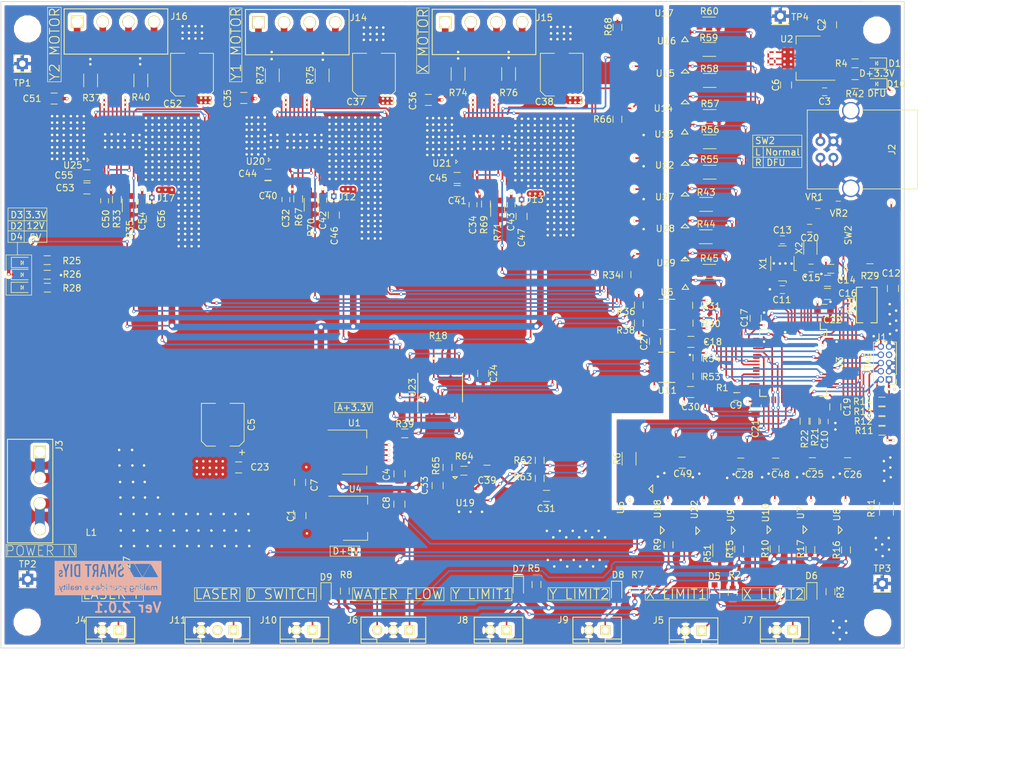
<source format=kicad_pcb>
(kicad_pcb (version 4) (host pcbnew 4.0.1-stable)
  (title_block (title LaserDSBoard) (rev 1.0.0) (company "smartDIYs Co.,Ltd.") (comment 1 http://www.smartdiys.com/))
  (layers (0 F.Cu signal hide) (1 In1.Cu signal hide) (2 In2.Cu signal hide) (31 B.Cu signal hide) (34 B.Paste user hide) (35 F.Paste user hide) (36 B.SilkS user hide) (37 F.SilkS user hide) (38 B.Mask user hide) (39 F.Mask user hide) (44 Edge.Cuts user))
  (net 0 "")
  (net 1 BOOT0)
  (net 2 D_SWITCH)
  (net 3 LASER_OUT)
  (net 4 OSC32_IN)
  (net 5 OSC32_OUT)
  (net 6 OSC_IN)
  (net 7 OSC_OUT)
  (net 8 RESET)
  (net 9 SCL0)
  (net 10 SCL1)
  (net 11 SDA0)
  (net 12 SDA1)
  (net 13 TCK)
  (net 14 TDI)
  (net 15 TDO)
  (net 16 TMS)
  (net 17 USBM)
  (net 18 USBP)
  (net 19 VBUS)
  (net 20 VDDA)
  (net 21 WATER_FLOW)
  (net 22 X_DIR)
  (net 23 X_EN)
  (net 24 X_LIMIT1)
  (net 25 X_LIMIT2)
  (net 26 X_MOT_1A)
  (net 27 X_MOT_1B)
  (net 28 X_MOT_2A)
  (net 29 X_MOT_2B)
  (net 30 X_REF)
  (net 31 X_STEP)
  (net 32 Y_LIMIT1)
  (net 33 Y_LIMIT2)
  (net 34 A+12V)
  (net 35 GNDA)
  (net 36 GNDD)
  (net 37 A+3.3V)
  (net 38 D+3.3V)
  (net 39 A+5V)
  (net 40 "Net-(C9-Pad1)")
  (net 41 "Net-(C10-Pad1)")
  (net 42 "Net-(C32-Pad1)")
  (net 43 "Net-(C33-Pad1)")
  (net 44 "Net-(C34-Pad1)")
  (net 45 "Net-(C40-Pad1)")
  (net 46 "Net-(C41-Pad1)")
  (net 47 "Net-(C44-Pad1)")
  (net 48 "Net-(C44-Pad2)")
  (net 49 "Net-(C45-Pad1)")
  (net 50 "Net-(C45-Pad2)")
  (net 51 "Net-(C50-Pad1)")
  (net 52 "Net-(C53-Pad1)")
  (net 53 "Net-(C55-Pad1)")
  (net 54 "Net-(C55-Pad2)")
  (net 55 "Net-(D1-Pad2)")
  (net 56 "Net-(D2-Pad2)")
  (net 57 "Net-(D3-Pad2)")
  (net 58 "Net-(D4-Pad2)")
  (net 59 "Net-(D5-Pad2)")
  (net 60 "Net-(D5-Pad1)")
  (net 61 "Net-(D6-Pad2)")
  (net 62 "Net-(D6-Pad1)")
  (net 63 "Net-(D7-Pad2)")
  (net 64 "Net-(D7-Pad1)")
  (net 65 "Net-(D8-Pad2)")
  (net 66 "Net-(D8-Pad1)")
  (net 67 "Net-(D9-Pad2)")
  (net 68 "Net-(D9-Pad1)")
  (net 69 "Net-(J2-Pad2)")
  (net 70 "Net-(J2-Pad3)")
  (net 71 +12P)
  (net 72 GNDPWR)
  (net 73 "Net-(J4-Pad1)")
  (net 74 "Net-(J6-Pad3)")
  (net 75 "Net-(J11-Pad1)")
  (net 76 Y1_MOT_2B)
  (net 77 Y1_MOT_2A)
  (net 78 Y1_MOT_1A)
  (net 79 Y1_MOT_1B)
  (net 80 Y2_MOT_2B)
  (net 81 Y2_MOT_2A)
  (net 82 Y2_MOT_1A)
  (net 83 Y2_MOT_1B)
  (net 84 "Net-(R1-Pad1)")
  (net 85 "Net-(R6-Pad1)")
  (net 86 "Net-(R9-Pad2)")
  (net 87 "Net-(R10-Pad2)")
  (net 88 "Net-(R15-Pad2)")
  (net 89 "Net-(R16-Pad2)")
  (net 90 "Net-(R17-Pad2)")
  (net 91 "Net-(R29-Pad1)")
  (net 92 "Net-(R33-Pad2)")
  (net 93 "Net-(R35-Pad1)")
  (net 94 "Net-(R36-Pad2)")
  (net 95 "Net-(R37-Pad1)")
  (net 96 "Net-(R38-Pad2)")
  (net 97 "Net-(R39-Pad2)")
  (net 98 "Net-(R40-Pad1)")
  (net 99 "Net-(R51-Pad2)")
  (net 100 "Net-(R55-Pad1)")
  (net 101 "Net-(R56-Pad1)")
  (net 102 "Net-(R57-Pad1)")
  (net 103 "Net-(R58-Pad1)")
  (net 104 "Net-(R59-Pad1)")
  (net 105 "Net-(R60-Pad1)")
  (net 106 "Net-(R62-Pad2)")
  (net 107 "Net-(R63-Pad2)")
  (net 108 "Net-(R67-Pad2)")
  (net 109 "Net-(R68-Pad2)")
  (net 110 "Net-(R69-Pad2)")
  (net 111 "Net-(R70-Pad1)")
  (net 112 "Net-(R71-Pad1)")
  (net 113 "Net-(R73-Pad1)")
  (net 114 "Net-(R74-Pad1)")
  (net 115 "Net-(R75-Pad1)")
  (net 116 "Net-(R76-Pad1)")
  (net 117 "Net-(U15-Pad5)")
  (net 118 "Net-(U16-Pad5)")
  (net 119 "Net-(D10-Pad2)")
  (net 120 Y1_REF)
  (net 121 Y2_REF)
  (net 122 Y2_EN_A)
  (net 123 "Net-(R43-Pad1)")
  (net 124 Y2_STEP)
  (net 125 "Net-(R44-Pad1)")
  (net 126 Y2_DIR)
  (net 127 "Net-(R45-Pad1)")
  (net 128 Y2_EN)
  (net 129 Y1_STEP)
  (net 130 Y1_DIR)
  (net 131 Y1_EN)
  (net 132 Y1_EN_A)
  (net 133 Y1_STEP_A)
  (net 134 Y1_DIR_A)
  (net 135 Y2_STEP_A)
  (net 136 Y2_DIR_A)
  (net 137 "Net-(R18-Pad2)")
  (module mylib:via (layer F.Cu) (at 266.475 116.12)
    (fp_text reference "" hide)
    (fp_text value "" hide)
    (pad 1 thru_hole circle (at 0 0) (size 0.4 0.4) (drill 0.3) (layers *.Cu *.Mask F.SilkS) (net 36 GNDD))
  )
  (module mylib:via (layer F.Cu) (at 219.07 86.32)
    (fp_text reference "" hide)
    (fp_text value "" hide)
    (pad 1 thru_hole circle (at 0 0) (size 0.4 0.4) (drill 0.3) (layers *.Cu *.Mask F.SilkS) (net 35 GNDA))
  )
  (module mylib:via (layer F.Cu) (at 220.07 86.32)
    (fp_text reference "" hide)
    (fp_text value "" hide)
    (pad 1 thru_hole circle (at 0 0) (size 0.4 0.4) (drill 0.3) (layers *.Cu *.Mask F.SilkS) (net 35 GNDA))
  )
  (module mylib:via (layer F.Cu) (at 219.07 87.32)
    (fp_text reference "" hide)
    (fp_text value "" hide)
    (pad 1 thru_hole circle (at 0 0) (size 0.4 0.4) (drill 0.3) (layers *.Cu *.Mask F.SilkS) (net 35 GNDA))
  )
  (module mylib:via (layer F.Cu) (at 220.07 87.32)
    (fp_text reference "" hide)
    (fp_text value "" hide)
    (pad 1 thru_hole circle (at 0 0) (size 0.4 0.4) (drill 0.3) (layers *.Cu *.Mask F.SilkS) (net 35 GNDA))
  )
  (module mylib:via (layer F.Cu) (at 220.07 89.22)
    (fp_text reference "" hide)
    (fp_text value "" hide)
    (pad 1 thru_hole circle (at 0 0) (size 0.4 0.4) (drill 0.3) (layers *.Cu *.Mask F.SilkS) (net 35 GNDA))
  )
  (module mylib:via (layer F.Cu) (at 219.07 89.22)
    (fp_text reference "" hide)
    (fp_text value "" hide)
    (pad 1 thru_hole circle (at 0 0) (size 0.4 0.4) (drill 0.3) (layers *.Cu *.Mask F.SilkS) (net 35 GNDA))
  )
  (module mylib:via (layer F.Cu) (at 220.07 88.22)
    (fp_text reference "" hide)
    (fp_text value "" hide)
    (pad 1 thru_hole circle (at 0 0) (size 0.4 0.4) (drill 0.3) (layers *.Cu *.Mask F.SilkS) (net 35 GNDA))
  )
  (module mylib:via (layer F.Cu) (at 219.07 88.22)
    (fp_text reference "" hide)
    (fp_text value "" hide)
    (pad 1 thru_hole circle (at 0 0) (size 0.4 0.4) (drill 0.3) (layers *.Cu *.Mask F.SilkS) (net 35 GNDA))
  )
  (module mylib:via (layer F.Cu) (at 219.07 84.42)
    (fp_text reference "" hide)
    (fp_text value "" hide)
    (pad 1 thru_hole circle (at 0 0) (size 0.4 0.4) (drill 0.3) (layers *.Cu *.Mask F.SilkS) (net 35 GNDA))
  )
  (module mylib:via (layer F.Cu) (at 220.07 84.42)
    (fp_text reference "" hide)
    (fp_text value "" hide)
    (pad 1 thru_hole circle (at 0 0) (size 0.4 0.4) (drill 0.3) (layers *.Cu *.Mask F.SilkS) (net 35 GNDA))
  )
  (module mylib:via (layer F.Cu) (at 219.07 85.42)
    (fp_text reference "" hide)
    (fp_text value "" hide)
    (pad 1 thru_hole circle (at 0 0) (size 0.4 0.4) (drill 0.3) (layers *.Cu *.Mask F.SilkS) (net 35 GNDA))
  )
  (module mylib:via (layer F.Cu) (at 220.07 85.42)
    (fp_text reference "" hide)
    (fp_text value "" hide)
    (pad 1 thru_hole circle (at 0 0) (size 0.4 0.4) (drill 0.3) (layers *.Cu *.Mask F.SilkS) (net 35 GNDA))
  )
  (module mylib:via (layer F.Cu) (at 220.07 83.52)
    (fp_text reference "" hide)
    (fp_text value "" hide)
    (pad 1 thru_hole circle (at 0 0) (size 0.4 0.4) (drill 0.3) (layers *.Cu *.Mask F.SilkS) (net 35 GNDA))
  )
  (module mylib:via (layer F.Cu) (at 219.07 83.52)
    (fp_text reference "" hide)
    (fp_text value "" hide)
    (pad 1 thru_hole circle (at 0 0) (size 0.4 0.4) (drill 0.3) (layers *.Cu *.Mask F.SilkS) (net 35 GNDA))
  )
  (module mylib:via (layer F.Cu) (at 220.07 82.52)
    (fp_text reference "" hide)
    (fp_text value "" hide)
    (pad 1 thru_hole circle (at 0 0) (size 0.4 0.4) (drill 0.3) (layers *.Cu *.Mask F.SilkS) (net 35 GNDA))
  )
  (module mylib:via (layer F.Cu) (at 219.07 82.52)
    (fp_text reference "" hide)
    (fp_text value "" hide)
    (pad 1 thru_hole circle (at 0 0) (size 0.4 0.4) (drill 0.3) (layers *.Cu *.Mask F.SilkS) (net 35 GNDA))
  )
  (module mylib:via (layer F.Cu) (at 219.07 91.02)
    (fp_text reference "" hide)
    (fp_text value "" hide)
    (pad 1 thru_hole circle (at 0 0) (size 0.4 0.4) (drill 0.3) (layers *.Cu *.Mask F.SilkS) (net 35 GNDA))
  )
  (module mylib:via (layer F.Cu) (at 220.07 91.02)
    (fp_text reference "" hide)
    (fp_text value "" hide)
    (pad 1 thru_hole circle (at 0 0) (size 0.4 0.4) (drill 0.3) (layers *.Cu *.Mask F.SilkS) (net 35 GNDA))
  )
  (module mylib:via (layer F.Cu) (at 219.07 92.02)
    (fp_text reference "" hide)
    (fp_text value "" hide)
    (pad 1 thru_hole circle (at 0 0) (size 0.4 0.4) (drill 0.3) (layers *.Cu *.Mask F.SilkS) (net 35 GNDA))
  )
  (module mylib:via (layer F.Cu) (at 220.07 92.02)
    (fp_text reference "" hide)
    (fp_text value "" hide)
    (pad 1 thru_hole circle (at 0 0) (size 0.4 0.4) (drill 0.3) (layers *.Cu *.Mask F.SilkS) (net 35 GNDA))
  )
  (module mylib:via (layer F.Cu) (at 220.07 90.12)
    (fp_text reference "" hide)
    (fp_text value "" hide)
    (pad 1 thru_hole circle (at 0 0) (size 0.4 0.4) (drill 0.3) (layers *.Cu *.Mask F.SilkS) (net 35 GNDA))
  )
  (module mylib:via (layer F.Cu) (at 219.07 90.12)
    (fp_text reference "" hide)
    (fp_text value "" hide)
    (pad 1 thru_hole circle (at 0 0) (size 0.4 0.4) (drill 0.3) (layers *.Cu *.Mask F.SilkS) (net 35 GNDA))
  )
  (module mylib:via (layer F.Cu) (at 219.07 92.92)
    (fp_text reference "" hide)
    (fp_text value "" hide)
    (pad 1 thru_hole circle (at 0 0) (size 0.4 0.4) (drill 0.3) (layers *.Cu *.Mask F.SilkS) (net 35 GNDA))
  )
  (module mylib:via (layer F.Cu) (at 220.07 92.92)
    (fp_text reference "" hide)
    (fp_text value "" hide)
    (pad 1 thru_hole circle (at 0 0) (size 0.4 0.4) (drill 0.3) (layers *.Cu *.Mask F.SilkS) (net 35 GNDA))
  )
  (module mylib:via (layer F.Cu) (at 220.07 100.52)
    (fp_text reference "" hide)
    (fp_text value "" hide)
    (pad 1 thru_hole circle (at 0 0) (size 0.4 0.4) (drill 0.3) (layers *.Cu *.Mask F.SilkS) (net 35 GNDA))
  )
  (module mylib:via (layer F.Cu) (at 219.07 100.52)
    (fp_text reference "" hide)
    (fp_text value "" hide)
    (pad 1 thru_hole circle (at 0 0) (size 0.4 0.4) (drill 0.3) (layers *.Cu *.Mask F.SilkS) (net 35 GNDA))
  )
  (module mylib:via (layer F.Cu) (at 219.07 97.72)
    (fp_text reference "" hide)
    (fp_text value "" hide)
    (pad 1 thru_hole circle (at 0 0) (size 0.4 0.4) (drill 0.3) (layers *.Cu *.Mask F.SilkS) (net 35 GNDA))
  )
  (module mylib:via (layer F.Cu) (at 220.07 97.72)
    (fp_text reference "" hide)
    (fp_text value "" hide)
    (pad 1 thru_hole circle (at 0 0) (size 0.4 0.4) (drill 0.3) (layers *.Cu *.Mask F.SilkS) (net 35 GNDA))
  )
  (module mylib:via (layer F.Cu) (at 220.07 99.62)
    (fp_text reference "" hide)
    (fp_text value "" hide)
    (pad 1 thru_hole circle (at 0 0) (size 0.4 0.4) (drill 0.3) (layers *.Cu *.Mask F.SilkS) (net 35 GNDA))
  )
  (module mylib:via (layer F.Cu) (at 219.07 99.62)
    (fp_text reference "" hide)
    (fp_text value "" hide)
    (pad 1 thru_hole circle (at 0 0) (size 0.4 0.4) (drill 0.3) (layers *.Cu *.Mask F.SilkS) (net 35 GNDA))
  )
  (module mylib:via (layer F.Cu) (at 220.07 98.62)
    (fp_text reference "" hide)
    (fp_text value "" hide)
    (pad 1 thru_hole circle (at 0 0) (size 0.4 0.4) (drill 0.3) (layers *.Cu *.Mask F.SilkS) (net 35 GNDA))
  )
  (module mylib:via (layer F.Cu) (at 219.07 98.62)
    (fp_text reference "" hide)
    (fp_text value "" hide)
    (pad 1 thru_hole circle (at 0 0) (size 0.4 0.4) (drill 0.3) (layers *.Cu *.Mask F.SilkS) (net 35 GNDA))
  )
  (module mylib:via (layer F.Cu) (at 219.07 95.82)
    (fp_text reference "" hide)
    (fp_text value "" hide)
    (pad 1 thru_hole circle (at 0 0) (size 0.4 0.4) (drill 0.3) (layers *.Cu *.Mask F.SilkS) (net 35 GNDA))
  )
  (module mylib:via (layer F.Cu) (at 220.07 95.82)
    (fp_text reference "" hide)
    (fp_text value "" hide)
    (pad 1 thru_hole circle (at 0 0) (size 0.4 0.4) (drill 0.3) (layers *.Cu *.Mask F.SilkS) (net 35 GNDA))
  )
  (module mylib:via (layer F.Cu) (at 219.07 96.82)
    (fp_text reference "" hide)
    (fp_text value "" hide)
    (pad 1 thru_hole circle (at 0 0) (size 0.4 0.4) (drill 0.3) (layers *.Cu *.Mask F.SilkS) (net 35 GNDA))
  )
  (module mylib:via (layer F.Cu) (at 220.07 96.82)
    (fp_text reference "" hide)
    (fp_text value "" hide)
    (pad 1 thru_hole circle (at 0 0) (size 0.4 0.4) (drill 0.3) (layers *.Cu *.Mask F.SilkS) (net 35 GNDA))
  )
  (module mylib:via (layer F.Cu) (at 220.07 94.92)
    (fp_text reference "" hide)
    (fp_text value "" hide)
    (pad 1 thru_hole circle (at 0 0) (size 0.4 0.4) (drill 0.3) (layers *.Cu *.Mask F.SilkS) (net 35 GNDA))
  )
  (module mylib:via (layer F.Cu) (at 219.07 94.92)
    (fp_text reference "" hide)
    (fp_text value "" hide)
    (pad 1 thru_hole circle (at 0 0) (size 0.4 0.4) (drill 0.3) (layers *.Cu *.Mask F.SilkS) (net 35 GNDA))
  )
  (module mylib:via (layer F.Cu) (at 220.07 93.92)
    (fp_text reference "" hide)
    (fp_text value "" hide)
    (pad 1 thru_hole circle (at 0 0) (size 0.4 0.4) (drill 0.3) (layers *.Cu *.Mask F.SilkS) (net 35 GNDA))
  )
  (module mylib:via (layer F.Cu) (at 219.07 93.92)
    (fp_text reference "" hide)
    (fp_text value "" hide)
    (pad 1 thru_hole circle (at 0 0) (size 0.4 0.4) (drill 0.3) (layers *.Cu *.Mask F.SilkS) (net 35 GNDA))
  )
  (module mylib:via (layer F.Cu) (at 190.32 89.92)
    (fp_text reference "" hide)
    (fp_text value "" hide)
    (pad 1 thru_hole circle (at 0 0) (size 0.4 0.4) (drill 0.3) (layers *.Cu *.Mask F.SilkS) (net 35 GNDA))
  )
  (module mylib:via (layer F.Cu) (at 190.32 90.82)
    (fp_text reference "" hide)
    (fp_text value "" hide)
    (pad 1 thru_hole circle (at 0 0) (size 0.4 0.4) (drill 0.3) (layers *.Cu *.Mask F.SilkS) (net 35 GNDA))
  )
  (module mylib:via (layer F.Cu) (at 190.32 82.32)
    (fp_text reference "" hide)
    (fp_text value "" hide)
    (pad 1 thru_hole circle (at 0 0) (size 0.4 0.4) (drill 0.3) (layers *.Cu *.Mask F.SilkS) (net 35 GNDA))
  )
  (module mylib:via (layer F.Cu) (at 190.32 83.32)
    (fp_text reference "" hide)
    (fp_text value "" hide)
    (pad 1 thru_hole circle (at 0 0) (size 0.4 0.4) (drill 0.3) (layers *.Cu *.Mask F.SilkS) (net 35 GNDA))
  )
  (module mylib:via (layer F.Cu) (at 190.32 85.22)
    (fp_text reference "" hide)
    (fp_text value "" hide)
    (pad 1 thru_hole circle (at 0 0) (size 0.4 0.4) (drill 0.3) (layers *.Cu *.Mask F.SilkS) (net 35 GNDA))
  )
  (module mylib:via (layer F.Cu) (at 190.32 84.22)
    (fp_text reference "" hide)
    (fp_text value "" hide)
    (pad 1 thru_hole circle (at 0 0) (size 0.4 0.4) (drill 0.3) (layers *.Cu *.Mask F.SilkS) (net 35 GNDA))
  )
  (module mylib:via (layer F.Cu) (at 190.32 88.02)
    (fp_text reference "" hide)
    (fp_text value "" hide)
    (pad 1 thru_hole circle (at 0 0) (size 0.4 0.4) (drill 0.3) (layers *.Cu *.Mask F.SilkS) (net 35 GNDA))
  )
  (module mylib:via (layer F.Cu) (at 190.32 89.02)
    (fp_text reference "" hide)
    (fp_text value "" hide)
    (pad 1 thru_hole circle (at 0 0) (size 0.4 0.4) (drill 0.3) (layers *.Cu *.Mask F.SilkS) (net 35 GNDA))
  )
  (module mylib:via (layer F.Cu) (at 190.32 87.12)
    (fp_text reference "" hide)
    (fp_text value "" hide)
    (pad 1 thru_hole circle (at 0 0) (size 0.4 0.4) (drill 0.3) (layers *.Cu *.Mask F.SilkS) (net 35 GNDA))
  )
  (module mylib:via (layer F.Cu) (at 190.32 86.12)
    (fp_text reference "" hide)
    (fp_text value "" hide)
    (pad 1 thru_hole circle (at 0 0) (size 0.4 0.4) (drill 0.3) (layers *.Cu *.Mask F.SilkS) (net 35 GNDA))
  )
  (module mylib:via (layer F.Cu) (at 190.32 100.02)
    (fp_text reference "" hide)
    (fp_text value "" hide)
    (pad 1 thru_hole circle (at 0 0) (size 0.4 0.4) (drill 0.3) (layers *.Cu *.Mask F.SilkS) (net 35 GNDA))
  )
  (module mylib:via (layer F.Cu) (at 190.32 101.02)
    (fp_text reference "" hide)
    (fp_text value "" hide)
    (pad 1 thru_hole circle (at 0 0) (size 0.4 0.4) (drill 0.3) (layers *.Cu *.Mask F.SilkS) (net 35 GNDA))
  )
  (module mylib:via (layer F.Cu) (at 190.32 99.12)
    (fp_text reference "" hide)
    (fp_text value "" hide)
    (pad 1 thru_hole circle (at 0 0) (size 0.4 0.4) (drill 0.3) (layers *.Cu *.Mask F.SilkS) (net 35 GNDA))
  )
  (module mylib:via (layer F.Cu) (at 190.32 98.32)
    (fp_text reference "" hide)
    (fp_text value "" hide)
    (pad 1 thru_hole circle (at 0 0) (size 0.4 0.4) (drill 0.3) (layers *.Cu *.Mask F.SilkS) (net 35 GNDA))
  )
  (module mylib:via (layer F.Cu) (at 190.32 95.52)
    (fp_text reference "" hide)
    (fp_text value "" hide)
    (pad 1 thru_hole circle (at 0 0) (size 0.4 0.4) (drill 0.3) (layers *.Cu *.Mask F.SilkS) (net 35 GNDA))
  )
  (module mylib:via (layer F.Cu) (at 190.32 97.42)
    (fp_text reference "" hide)
    (fp_text value "" hide)
    (pad 1 thru_hole circle (at 0 0) (size 0.4 0.4) (drill 0.3) (layers *.Cu *.Mask F.SilkS) (net 35 GNDA))
  )
  (module mylib:via (layer F.Cu) (at 190.32 96.42)
    (fp_text reference "" hide)
    (fp_text value "" hide)
    (pad 1 thru_hole circle (at 0 0) (size 0.4 0.4) (drill 0.3) (layers *.Cu *.Mask F.SilkS) (net 35 GNDA))
  )
  (module mylib:via (layer F.Cu) (at 190.32 93.62)
    (fp_text reference "" hide)
    (fp_text value "" hide)
    (pad 1 thru_hole circle (at 0 0) (size 0.4 0.4) (drill 0.3) (layers *.Cu *.Mask F.SilkS) (net 35 GNDA))
  )
  (module mylib:via (layer F.Cu) (at 190.32 94.62)
    (fp_text reference "" hide)
    (fp_text value "" hide)
    (pad 1 thru_hole circle (at 0 0) (size 0.4 0.4) (drill 0.3) (layers *.Cu *.Mask F.SilkS) (net 35 GNDA))
  )
  (module mylib:via (layer F.Cu) (at 190.32 92.72)
    (fp_text reference "" hide)
    (fp_text value "" hide)
    (pad 1 thru_hole circle (at 0 0) (size 0.4 0.4) (drill 0.3) (layers *.Cu *.Mask F.SilkS) (net 35 GNDA))
  )
  (module mylib:via (layer F.Cu) (at 190.32 91.82)
    (fp_text reference "" hide)
    (fp_text value "" hide)
    (pad 1 thru_hole circle (at 0 0) (size 0.4 0.4) (drill 0.3) (layers *.Cu *.Mask F.SilkS) (net 35 GNDA))
  )
  (module mylib:via (layer F.Cu) (at 198.52 119.56)
    (fp_text reference "" hide)
    (fp_text value "" hide)
    (pad 1 thru_hole circle (at 0 0) (size 0.4 0.4) (drill 0.3) (layers *.Cu *.Mask F.SilkS) (net 37 A+3.3V))
  )
  (module mylib:via (layer F.Cu) (at 197.54 82.42)
    (fp_text reference "" hide)
    (fp_text value "" hide)
    (pad 1 thru_hole circle (at 0 0) (size 0.4 0.4) (drill 0.3) (layers *.Cu *.Mask F.SilkS) (net 35 GNDA))
  )
  (module mylib:via (layer F.Cu) (at 197.54 83.42)
    (fp_text reference "" hide)
    (fp_text value "" hide)
    (pad 1 thru_hole circle (at 0 0) (size 0.4 0.4) (drill 0.3) (layers *.Cu *.Mask F.SilkS) (net 35 GNDA))
  )
  (module mylib:via (layer F.Cu) (at 197.54 85.32)
    (fp_text reference "" hide)
    (fp_text value "" hide)
    (pad 1 thru_hole circle (at 0 0) (size 0.4 0.4) (drill 0.3) (layers *.Cu *.Mask F.SilkS) (net 35 GNDA))
  )
  (module mylib:via (layer F.Cu) (at 197.54 84.32)
    (fp_text reference "" hide)
    (fp_text value "" hide)
    (pad 1 thru_hole circle (at 0 0) (size 0.4 0.4) (drill 0.3) (layers *.Cu *.Mask F.SilkS) (net 35 GNDA))
  )
  (module mylib:via (layer F.Cu) (at 197.54 88.12)
    (fp_text reference "" hide)
    (fp_text value "" hide)
    (pad 1 thru_hole circle (at 0 0) (size 0.4 0.4) (drill 0.3) (layers *.Cu *.Mask F.SilkS) (net 35 GNDA))
  )
  (module mylib:via (layer F.Cu) (at 197.54 87.22)
    (fp_text reference "" hide)
    (fp_text value "" hide)
    (pad 1 thru_hole circle (at 0 0) (size 0.4 0.4) (drill 0.3) (layers *.Cu *.Mask F.SilkS) (net 35 GNDA))
  )
  (module mylib:via (layer F.Cu) (at 197.54 86.22)
    (fp_text reference "" hide)
    (fp_text value "" hide)
    (pad 1 thru_hole circle (at 0 0) (size 0.4 0.4) (drill 0.3) (layers *.Cu *.Mask F.SilkS) (net 35 GNDA))
  )
  (module mylib:via (layer F.Cu) (at 198.44 86.22)
    (fp_text reference "" hide)
    (fp_text value "" hide)
    (pad 1 thru_hole circle (at 0 0) (size 0.4 0.4) (drill 0.3) (layers *.Cu *.Mask F.SilkS) (net 35 GNDA))
  )
  (module mylib:via (layer F.Cu) (at 198.44 87.22)
    (fp_text reference "" hide)
    (fp_text value "" hide)
    (pad 1 thru_hole circle (at 0 0) (size 0.4 0.4) (drill 0.3) (layers *.Cu *.Mask F.SilkS) (net 35 GNDA))
  )
  (module mylib:via (layer F.Cu) (at 198.44 88.12)
    (fp_text reference "" hide)
    (fp_text value "" hide)
    (pad 1 thru_hole circle (at 0 0) (size 0.4 0.4) (drill 0.3) (layers *.Cu *.Mask F.SilkS) (net 35 GNDA))
  )
  (module mylib:via (layer F.Cu) (at 198.44 84.32)
    (fp_text reference "" hide)
    (fp_text value "" hide)
    (pad 1 thru_hole circle (at 0 0) (size 0.4 0.4) (drill 0.3) (layers *.Cu *.Mask F.SilkS) (net 35 GNDA))
  )
  (module mylib:via (layer F.Cu) (at 198.44 85.32)
    (fp_text reference "" hide)
    (fp_text value "" hide)
    (pad 1 thru_hole circle (at 0 0) (size 0.4 0.4) (drill 0.3) (layers *.Cu *.Mask F.SilkS) (net 35 GNDA))
  )
  (module mylib:via (layer F.Cu) (at 198.44 83.42)
    (fp_text reference "" hide)
    (fp_text value "" hide)
    (pad 1 thru_hole circle (at 0 0) (size 0.4 0.4) (drill 0.3) (layers *.Cu *.Mask F.SilkS) (net 35 GNDA))
  )
  (module mylib:via (layer F.Cu) (at 198.44 82.42)
    (fp_text reference "" hide)
    (fp_text value "" hide)
    (pad 1 thru_hole circle (at 0 0) (size 0.4 0.4) (drill 0.3) (layers *.Cu *.Mask F.SilkS) (net 35 GNDA))
  )
  (module mylib:via (layer F.Cu) (at 169.64 82.32)
    (fp_text reference "" hide)
    (fp_text value "" hide)
    (pad 1 thru_hole circle (at 0 0) (size 0.4 0.4) (drill 0.3) (layers *.Cu *.Mask F.SilkS) (net 35 GNDA))
  )
  (module mylib:via (layer F.Cu) (at 169.64 83.32)
    (fp_text reference "" hide)
    (fp_text value "" hide)
    (pad 1 thru_hole circle (at 0 0) (size 0.4 0.4) (drill 0.3) (layers *.Cu *.Mask F.SilkS) (net 35 GNDA))
  )
  (module mylib:via (layer F.Cu) (at 169.64 85.22)
    (fp_text reference "" hide)
    (fp_text value "" hide)
    (pad 1 thru_hole circle (at 0 0) (size 0.4 0.4) (drill 0.3) (layers *.Cu *.Mask F.SilkS) (net 35 GNDA))
  )
  (module mylib:via (layer F.Cu) (at 169.64 84.22)
    (fp_text reference "" hide)
    (fp_text value "" hide)
    (pad 1 thru_hole circle (at 0 0) (size 0.4 0.4) (drill 0.3) (layers *.Cu *.Mask F.SilkS) (net 35 GNDA))
  )
  (module mylib:via (layer F.Cu) (at 169.64 88.02)
    (fp_text reference "" hide)
    (fp_text value "" hide)
    (pad 1 thru_hole circle (at 0 0) (size 0.4 0.4) (drill 0.3) (layers *.Cu *.Mask F.SilkS) (net 35 GNDA))
  )
  (module mylib:via (layer F.Cu) (at 169.64 87.12)
    (fp_text reference "" hide)
    (fp_text value "" hide)
    (pad 1 thru_hole circle (at 0 0) (size 0.4 0.4) (drill 0.3) (layers *.Cu *.Mask F.SilkS) (net 35 GNDA))
  )
  (module mylib:via (layer F.Cu) (at 169.64 86.12)
    (fp_text reference "" hide)
    (fp_text value "" hide)
    (pad 1 thru_hole circle (at 0 0) (size 0.4 0.4) (drill 0.3) (layers *.Cu *.Mask F.SilkS) (net 35 GNDA))
  )
  (module mylib:via (layer F.Cu) (at 210.19 85.22)
    (fp_text reference "" hide)
    (fp_text value "" hide)
    (pad 1 thru_hole circle (at 0 0) (size 0.4 0.4) (drill 0.3) (layers *.Cu *.Mask F.SilkS) (net 35 GNDA))
  )
  (module mylib:via (layer F.Cu) (at 209.19 85.22)
    (fp_text reference "" hide)
    (fp_text value "" hide)
    (pad 1 thru_hole circle (at 0 0) (size 0.4 0.4) (drill 0.3) (layers *.Cu *.Mask F.SilkS) (net 35 GNDA))
  )
  (module mylib:via (layer F.Cu) (at 210.19 87.12)
    (fp_text reference "" hide)
    (fp_text value "" hide)
    (pad 1 thru_hole circle (at 0 0) (size 0.4 0.4) (drill 0.3) (layers *.Cu *.Mask F.SilkS) (net 35 GNDA))
  )
  (module mylib:via (layer F.Cu) (at 209.19 87.12)
    (fp_text reference "" hide)
    (fp_text value "" hide)
    (pad 1 thru_hole circle (at 0 0) (size 0.4 0.4) (drill 0.3) (layers *.Cu *.Mask F.SilkS) (net 35 GNDA))
  )
  (module mylib:via (layer F.Cu) (at 210.19 86.12)
    (fp_text reference "" hide)
    (fp_text value "" hide)
    (pad 1 thru_hole circle (at 0 0) (size 0.4 0.4) (drill 0.3) (layers *.Cu *.Mask F.SilkS) (net 35 GNDA))
  )
  (module mylib:via (layer F.Cu) (at 209.19 86.12)
    (fp_text reference "" hide)
    (fp_text value "" hide)
    (pad 1 thru_hole circle (at 0 0) (size 0.4 0.4) (drill 0.3) (layers *.Cu *.Mask F.SilkS) (net 35 GNDA))
  )
  (module mylib:via (layer F.Cu) (at 202.29 86.12)
    (fp_text reference "" hide)
    (fp_text value "" hide)
    (pad 1 thru_hole circle (at 0 0) (size 0.4 0.4) (drill 0.3) (layers *.Cu *.Mask F.SilkS) (net 35 GNDA))
  )
  (module mylib:via (layer F.Cu) (at 203.29 86.12)
    (fp_text reference "" hide)
    (fp_text value "" hide)
    (pad 1 thru_hole circle (at 0 0) (size 0.4 0.4) (drill 0.3) (layers *.Cu *.Mask F.SilkS) (net 35 GNDA))
  )
  (module mylib:via (layer F.Cu) (at 202.29 87.12)
    (fp_text reference "" hide)
    (fp_text value "" hide)
    (pad 1 thru_hole circle (at 0 0) (size 0.4 0.4) (drill 0.3) (layers *.Cu *.Mask F.SilkS) (net 35 GNDA))
  )
  (module mylib:via (layer F.Cu) (at 203.29 87.12)
    (fp_text reference "" hide)
    (fp_text value "" hide)
    (pad 1 thru_hole circle (at 0 0) (size 0.4 0.4) (drill 0.3) (layers *.Cu *.Mask F.SilkS) (net 35 GNDA))
  )
  (module mylib:via (layer F.Cu) (at 202.29 85.22)
    (fp_text reference "" hide)
    (fp_text value "" hide)
    (pad 1 thru_hole circle (at 0 0) (size 0.4 0.4) (drill 0.3) (layers *.Cu *.Mask F.SilkS) (net 35 GNDA))
  )
  (module mylib:via (layer F.Cu) (at 203.29 85.22)
    (fp_text reference "" hide)
    (fp_text value "" hide)
    (pad 1 thru_hole circle (at 0 0) (size 0.4 0.4) (drill 0.3) (layers *.Cu *.Mask F.SilkS) (net 35 GNDA))
  )
  (module mylib:via (layer F.Cu) (at 181.19 85.02)
    (fp_text reference "" hide)
    (fp_text value "" hide)
    (pad 1 thru_hole circle (at 0 0) (size 0.4 0.4) (drill 0.3) (layers *.Cu *.Mask F.SilkS) (net 35 GNDA))
  )
  (module mylib:via (layer F.Cu) (at 180.19 85.02)
    (fp_text reference "" hide)
    (fp_text value "" hide)
    (pad 1 thru_hole circle (at 0 0) (size 0.4 0.4) (drill 0.3) (layers *.Cu *.Mask F.SilkS) (net 35 GNDA))
  )
  (module mylib:via (layer F.Cu) (at 181.19 86.92)
    (fp_text reference "" hide)
    (fp_text value "" hide)
    (pad 1 thru_hole circle (at 0 0) (size 0.4 0.4) (drill 0.3) (layers *.Cu *.Mask F.SilkS) (net 35 GNDA))
  )
  (module mylib:via (layer F.Cu) (at 180.19 86.92)
    (fp_text reference "" hide)
    (fp_text value "" hide)
    (pad 1 thru_hole circle (at 0 0) (size 0.4 0.4) (drill 0.3) (layers *.Cu *.Mask F.SilkS) (net 35 GNDA))
  )
  (module mylib:via (layer F.Cu) (at 181.19 85.92)
    (fp_text reference "" hide)
    (fp_text value "" hide)
    (pad 1 thru_hole circle (at 0 0) (size 0.4 0.4) (drill 0.3) (layers *.Cu *.Mask F.SilkS) (net 35 GNDA))
  )
  (module mylib:via (layer F.Cu) (at 180.19 85.92)
    (fp_text reference "" hide)
    (fp_text value "" hide)
    (pad 1 thru_hole circle (at 0 0) (size 0.4 0.4) (drill 0.3) (layers *.Cu *.Mask F.SilkS) (net 35 GNDA))
  )
  (module mylib:via (layer F.Cu) (at 153.09 85.02)
    (fp_text reference "" hide)
    (fp_text value "" hide)
    (pad 1 thru_hole circle (at 0 0) (size 0.4 0.4) (drill 0.3) (layers *.Cu *.Mask F.SilkS) (net 35 GNDA))
  )
  (module mylib:via (layer F.Cu) (at 152.09 85.02)
    (fp_text reference "" hide)
    (fp_text value "" hide)
    (pad 1 thru_hole circle (at 0 0) (size 0.4 0.4) (drill 0.3) (layers *.Cu *.Mask F.SilkS) (net 35 GNDA))
  )
  (module mylib:via (layer F.Cu) (at 153.09 86.92)
    (fp_text reference "" hide)
    (fp_text value "" hide)
    (pad 1 thru_hole circle (at 0 0) (size 0.4 0.4) (drill 0.3) (layers *.Cu *.Mask F.SilkS) (net 35 GNDA))
  )
  (module mylib:via (layer F.Cu) (at 152.09 86.92)
    (fp_text reference "" hide)
    (fp_text value "" hide)
    (pad 1 thru_hole circle (at 0 0) (size 0.4 0.4) (drill 0.3) (layers *.Cu *.Mask F.SilkS) (net 35 GNDA))
  )
  (module mylib:via (layer F.Cu) (at 153.09 85.92)
    (fp_text reference "" hide)
    (fp_text value "" hide)
    (pad 1 thru_hole circle (at 0 0) (size 0.4 0.4) (drill 0.3) (layers *.Cu *.Mask F.SilkS) (net 35 GNDA))
  )
  (module mylib:via (layer F.Cu) (at 152.09 85.92)
    (fp_text reference "" hide)
    (fp_text value "" hide)
    (pad 1 thru_hole circle (at 0 0) (size 0.4 0.4) (drill 0.3) (layers *.Cu *.Mask F.SilkS) (net 35 GNDA))
  )
  (module mylib:via (layer F.Cu) (at 173.39 85.92)
    (fp_text reference "" hide)
    (fp_text value "" hide)
    (pad 1 thru_hole circle (at 0 0) (size 0.4 0.4) (drill 0.3) (layers *.Cu *.Mask F.SilkS) (net 35 GNDA))
  )
  (module mylib:via (layer F.Cu) (at 174.39 85.92)
    (fp_text reference "" hide)
    (fp_text value "" hide)
    (pad 1 thru_hole circle (at 0 0) (size 0.4 0.4) (drill 0.3) (layers *.Cu *.Mask F.SilkS) (net 35 GNDA))
  )
  (module mylib:via (layer F.Cu) (at 173.39 86.92)
    (fp_text reference "" hide)
    (fp_text value "" hide)
    (pad 1 thru_hole circle (at 0 0) (size 0.4 0.4) (drill 0.3) (layers *.Cu *.Mask F.SilkS) (net 35 GNDA))
  )
  (module mylib:via (layer F.Cu) (at 174.39 86.92)
    (fp_text reference "" hide)
    (fp_text value "" hide)
    (pad 1 thru_hole circle (at 0 0) (size 0.4 0.4) (drill 0.3) (layers *.Cu *.Mask F.SilkS) (net 35 GNDA))
  )
  (module mylib:via (layer F.Cu) (at 173.39 85.02)
    (fp_text reference "" hide)
    (fp_text value "" hide)
    (pad 1 thru_hole circle (at 0 0) (size 0.4 0.4) (drill 0.3) (layers *.Cu *.Mask F.SilkS) (net 35 GNDA))
  )
  (module mylib:via (layer F.Cu) (at 174.39 85.02)
    (fp_text reference "" hide)
    (fp_text value "" hide)
    (pad 1 thru_hole circle (at 0 0) (size 0.4 0.4) (drill 0.3) (layers *.Cu *.Mask F.SilkS) (net 35 GNDA))
  )
  (module mylib:via (layer F.Cu) (at 144.49 88.72)
    (fp_text reference "" hide)
    (fp_text value "" hide)
    (pad 1 thru_hole circle (at 0 0) (size 0.4 0.4) (drill 0.3) (layers *.Cu *.Mask F.SilkS) (net 35 GNDA))
  )
  (module mylib:via (layer F.Cu) (at 143.49 88.72)
    (fp_text reference "" hide)
    (fp_text value "" hide)
    (pad 1 thru_hole circle (at 0 0) (size 0.4 0.4) (drill 0.3) (layers *.Cu *.Mask F.SilkS) (net 35 GNDA))
  )
  (module mylib:via (layer F.Cu) (at 142.49 88.72)
    (fp_text reference "" hide)
    (fp_text value "" hide)
    (pad 1 thru_hole circle (at 0 0) (size 0.4 0.4) (drill 0.3) (layers *.Cu *.Mask F.SilkS) (net 35 GNDA))
  )
  (module mylib:via (layer F.Cu) (at 140.39 88.72)
    (fp_text reference "" hide)
    (fp_text value "" hide)
    (pad 1 thru_hole circle (at 0 0) (size 0.4 0.4) (drill 0.3) (layers *.Cu *.Mask F.SilkS) (net 35 GNDA))
  )
  (module mylib:via (layer F.Cu) (at 141.39 88.72)
    (fp_text reference "" hide)
    (fp_text value "" hide)
    (pad 1 thru_hole circle (at 0 0) (size 0.4 0.4) (drill 0.3) (layers *.Cu *.Mask F.SilkS) (net 35 GNDA))
  )
  (module mylib:via (layer F.Cu) (at 139.59 88.72)
    (fp_text reference "" hide)
    (fp_text value "" hide)
    (pad 1 thru_hole circle (at 0 0) (size 0.4 0.4) (drill 0.3) (layers *.Cu *.Mask F.SilkS) (net 35 GNDA))
  )
  (module mylib:via (layer F.Cu) (at 139.59 82.12)
    (fp_text reference "" hide)
    (fp_text value "" hide)
    (pad 1 thru_hole circle (at 0 0) (size 0.4 0.4) (drill 0.3) (layers *.Cu *.Mask F.SilkS) (net 35 GNDA))
  )
  (module mylib:via (layer F.Cu) (at 139.59 83.12)
    (fp_text reference "" hide)
    (fp_text value "" hide)
    (pad 1 thru_hole circle (at 0 0) (size 0.4 0.4) (drill 0.3) (layers *.Cu *.Mask F.SilkS) (net 35 GNDA))
  )
  (module mylib:via (layer F.Cu) (at 139.59 85.02)
    (fp_text reference "" hide)
    (fp_text value "" hide)
    (pad 1 thru_hole circle (at 0 0) (size 0.4 0.4) (drill 0.3) (layers *.Cu *.Mask F.SilkS) (net 35 GNDA))
  )
  (module mylib:via (layer F.Cu) (at 139.59 84.02)
    (fp_text reference "" hide)
    (fp_text value "" hide)
    (pad 1 thru_hole circle (at 0 0) (size 0.4 0.4) (drill 0.3) (layers *.Cu *.Mask F.SilkS) (net 35 GNDA))
  )
  (module mylib:via (layer F.Cu) (at 139.59 87.82)
    (fp_text reference "" hide)
    (fp_text value "" hide)
    (pad 1 thru_hole circle (at 0 0) (size 0.4 0.4) (drill 0.3) (layers *.Cu *.Mask F.SilkS) (net 35 GNDA))
  )
  (module mylib:via (layer F.Cu) (at 139.59 86.92)
    (fp_text reference "" hide)
    (fp_text value "" hide)
    (pad 1 thru_hole circle (at 0 0) (size 0.4 0.4) (drill 0.3) (layers *.Cu *.Mask F.SilkS) (net 35 GNDA))
  )
  (module mylib:via (layer F.Cu) (at 139.59 85.92)
    (fp_text reference "" hide)
    (fp_text value "" hide)
    (pad 1 thru_hole circle (at 0 0) (size 0.4 0.4) (drill 0.3) (layers *.Cu *.Mask F.SilkS) (net 35 GNDA))
  )
  (module mylib:via (layer F.Cu) (at 140.39 85.92)
    (fp_text reference "" hide)
    (fp_text value "" hide)
    (pad 1 thru_hole circle (at 0 0) (size 0.4 0.4) (drill 0.3) (layers *.Cu *.Mask F.SilkS) (net 35 GNDA))
  )
  (module mylib:via (layer F.Cu) (at 141.39 85.92)
    (fp_text reference "" hide)
    (fp_text value "" hide)
    (pad 1 thru_hole circle (at 0 0) (size 0.4 0.4) (drill 0.3) (layers *.Cu *.Mask F.SilkS) (net 35 GNDA))
  )
  (module mylib:via (layer F.Cu) (at 140.39 86.92)
    (fp_text reference "" hide)
    (fp_text value "" hide)
    (pad 1 thru_hole circle (at 0 0) (size 0.4 0.4) (drill 0.3) (layers *.Cu *.Mask F.SilkS) (net 35 GNDA))
  )
  (module mylib:via (layer F.Cu) (at 141.39 86.92)
    (fp_text reference "" hide)
    (fp_text value "" hide)
    (pad 1 thru_hole circle (at 0 0) (size 0.4 0.4) (drill 0.3) (layers *.Cu *.Mask F.SilkS) (net 35 GNDA))
  )
  (module mylib:via (layer F.Cu) (at 141.39 87.82)
    (fp_text reference "" hide)
    (fp_text value "" hide)
    (pad 1 thru_hole circle (at 0 0) (size 0.4 0.4) (drill 0.3) (layers *.Cu *.Mask F.SilkS) (net 35 GNDA))
  )
  (module mylib:via (layer F.Cu) (at 140.39 87.82)
    (fp_text reference "" hide)
    (fp_text value "" hide)
    (pad 1 thru_hole circle (at 0 0) (size 0.4 0.4) (drill 0.3) (layers *.Cu *.Mask F.SilkS) (net 35 GNDA))
  )
  (module mylib:via (layer F.Cu) (at 140.39 84.02)
    (fp_text reference "" hide)
    (fp_text value "" hide)
    (pad 1 thru_hole circle (at 0 0) (size 0.4 0.4) (drill 0.3) (layers *.Cu *.Mask F.SilkS) (net 35 GNDA))
  )
  (module mylib:via (layer F.Cu) (at 141.39 84.02)
    (fp_text reference "" hide)
    (fp_text value "" hide)
    (pad 1 thru_hole circle (at 0 0) (size 0.4 0.4) (drill 0.3) (layers *.Cu *.Mask F.SilkS) (net 35 GNDA))
  )
  (module mylib:via (layer F.Cu) (at 140.39 85.02)
    (fp_text reference "" hide)
    (fp_text value "" hide)
    (pad 1 thru_hole circle (at 0 0) (size 0.4 0.4) (drill 0.3) (layers *.Cu *.Mask F.SilkS) (net 35 GNDA))
  )
  (module mylib:via (layer F.Cu) (at 141.39 85.02)
    (fp_text reference "" hide)
    (fp_text value "" hide)
    (pad 1 thru_hole circle (at 0 0) (size 0.4 0.4) (drill 0.3) (layers *.Cu *.Mask F.SilkS) (net 35 GNDA))
  )
  (module mylib:via (layer F.Cu) (at 141.39 83.12)
    (fp_text reference "" hide)
    (fp_text value "" hide)
    (pad 1 thru_hole circle (at 0 0) (size 0.4 0.4) (drill 0.3) (layers *.Cu *.Mask F.SilkS) (net 35 GNDA))
  )
  (module mylib:via (layer F.Cu) (at 140.39 83.12)
    (fp_text reference "" hide)
    (fp_text value "" hide)
    (pad 1 thru_hole circle (at 0 0) (size 0.4 0.4) (drill 0.3) (layers *.Cu *.Mask F.SilkS) (net 35 GNDA))
  )
  (module mylib:via (layer F.Cu) (at 141.39 82.12)
    (fp_text reference "" hide)
    (fp_text value "" hide)
    (pad 1 thru_hole circle (at 0 0) (size 0.4 0.4) (drill 0.3) (layers *.Cu *.Mask F.SilkS) (net 35 GNDA))
  )
  (module mylib:via (layer F.Cu) (at 140.39 82.12)
    (fp_text reference "" hide)
    (fp_text value "" hide)
    (pad 1 thru_hole circle (at 0 0) (size 0.4 0.4) (drill 0.3) (layers *.Cu *.Mask F.SilkS) (net 35 GNDA))
  )
  (module mylib:via (layer F.Cu) (at 210.1 73.1)
    (fp_text reference "" hide)
    (fp_text value "" hide)
    (pad 1 thru_hole circle (at 0 0) (size 0.4 0.4) (drill 0.3) (layers *.Cu *.Mask F.SilkS) (net 35 GNDA))
  )
  (module mylib:via (layer F.Cu) (at 210.1 72.2)
    (fp_text reference "" hide)
    (fp_text value "" hide)
    (pad 1 thru_hole circle (at 0 0) (size 0.4 0.4) (drill 0.3) (layers *.Cu *.Mask F.SilkS) (net 35 GNDA))
  )
  (module mylib:via (layer F.Cu) (at 202.3 72.2)
    (fp_text reference "" hide)
    (fp_text value "" hide)
    (pad 1 thru_hole circle (at 0 0) (size 0.4 0.4) (drill 0.3) (layers *.Cu *.Mask F.SilkS) (net 35 GNDA))
  )
  (module mylib:via (layer F.Cu) (at 202.3 73.2)
    (fp_text reference "" hide)
    (fp_text value "" hide)
    (pad 1 thru_hole circle (at 0 0) (size 0.4 0.4) (drill 0.3) (layers *.Cu *.Mask F.SilkS) (net 35 GNDA))
  )
  (module mylib:via (layer F.Cu) (at 181.4 73.4)
    (fp_text reference "" hide)
    (fp_text value "" hide)
    (pad 1 thru_hole circle (at 0 0) (size 0.4 0.4) (drill 0.3) (layers *.Cu *.Mask F.SilkS) (net 35 GNDA))
  )
  (module mylib:via (layer F.Cu) (at 181.4 72.4)
    (fp_text reference "" hide)
    (fp_text value "" hide)
    (pad 1 thru_hole circle (at 0 0) (size 0.4 0.4) (drill 0.3) (layers *.Cu *.Mask F.SilkS) (net 35 GNDA))
  )
  (module mylib:via (layer F.Cu) (at 173.5 72.2)
    (fp_text reference "" hide)
    (fp_text value "" hide)
    (pad 1 thru_hole circle (at 0 0) (size 0.4 0.4) (drill 0.3) (layers *.Cu *.Mask F.SilkS) (net 35 GNDA))
  )
  (module mylib:via (layer F.Cu) (at 173.5 73.3)
    (fp_text reference "" hide)
    (fp_text value "" hide)
    (pad 1 thru_hole circle (at 0 0) (size 0.4 0.4) (drill 0.3) (layers *.Cu *.Mask F.SilkS) (net 35 GNDA))
  )
  (module mylib:via (layer F.Cu) (at 153.2 74.1)
    (fp_text reference "" hide)
    (fp_text value "" hide)
    (pad 1 thru_hole circle (at 0 0) (size 0.4 0.4) (drill 0.3) (layers *.Cu *.Mask F.SilkS) (net 35 GNDA))
  )
  (module mylib:via (layer F.Cu) (at 153.2 73.2)
    (fp_text reference "" hide)
    (fp_text value "" hide)
    (pad 1 thru_hole circle (at 0 0) (size 0.4 0.4) (drill 0.3) (layers *.Cu *.Mask F.SilkS) (net 35 GNDA))
  )
  (module mylib:via (layer F.Cu) (at 145.5 73.3)
    (fp_text reference "" hide)
    (fp_text value "" hide)
    (pad 1 thru_hole circle (at 0 0) (size 0.4 0.4) (drill 0.3) (layers *.Cu *.Mask F.SilkS) (net 35 GNDA))
  )
  (module mylib:via (layer F.Cu) (at 145.5 74.1)
    (fp_text reference "" hide)
    (fp_text value "" hide)
    (pad 1 thru_hole circle (at 0 0) (size 0.4 0.4) (drill 0.3) (layers *.Cu *.Mask F.SilkS) (net 35 GNDA))
  )
  (module mylib:via (layer F.Cu) (at 159.74 70.12)
    (fp_text reference "" hide)
    (fp_text value "" hide)
    (pad 1 thru_hole circle (at 0 0) (size 0.4 0.4) (drill 0.3) (layers *.Cu *.Mask F.SilkS) (net 35 GNDA))
  )
  (module mylib:via (layer F.Cu) (at 160.74 70.12)
    (fp_text reference "" hide)
    (fp_text value "" hide)
    (pad 1 thru_hole circle (at 0 0) (size 0.4 0.4) (drill 0.3) (layers *.Cu *.Mask F.SilkS) (net 35 GNDA))
  )
  (module mylib:via (layer F.Cu) (at 161.74 70.12)
    (fp_text reference "" hide)
    (fp_text value "" hide)
    (pad 1 thru_hole circle (at 0 0) (size 0.4 0.4) (drill 0.3) (layers *.Cu *.Mask F.SilkS) (net 35 GNDA))
  )
  (module mylib:via (layer F.Cu) (at 162.74 70.12)
    (fp_text reference "" hide)
    (fp_text value "" hide)
    (pad 1 thru_hole circle (at 0 0) (size 0.4 0.4) (drill 0.3) (layers *.Cu *.Mask F.SilkS) (net 35 GNDA))
  )
  (module mylib:via (layer F.Cu) (at 162.74 69.22)
    (fp_text reference "" hide)
    (fp_text value "" hide)
    (pad 1 thru_hole circle (at 0 0) (size 0.4 0.4) (drill 0.3) (layers *.Cu *.Mask F.SilkS) (net 35 GNDA))
  )
  (module mylib:via (layer F.Cu) (at 161.74 69.22)
    (fp_text reference "" hide)
    (fp_text value "" hide)
    (pad 1 thru_hole circle (at 0 0) (size 0.4 0.4) (drill 0.3) (layers *.Cu *.Mask F.SilkS) (net 35 GNDA))
  )
  (module mylib:via (layer F.Cu) (at 160.74 69.22)
    (fp_text reference "" hide)
    (fp_text value "" hide)
    (pad 1 thru_hole circle (at 0 0) (size 0.4 0.4) (drill 0.3) (layers *.Cu *.Mask F.SilkS) (net 35 GNDA))
  )
  (module mylib:via (layer F.Cu) (at 159.74 69.22)
    (fp_text reference "" hide)
    (fp_text value "" hide)
    (pad 1 thru_hole circle (at 0 0) (size 0.4 0.4) (drill 0.3) (layers *.Cu *.Mask F.SilkS) (net 35 GNDA))
  )
  (module mylib:via (layer F.Cu) (at 162.74 68.22)
    (fp_text reference "" hide)
    (fp_text value "" hide)
    (pad 1 thru_hole circle (at 0 0) (size 0.4 0.4) (drill 0.3) (layers *.Cu *.Mask F.SilkS) (net 35 GNDA))
  )
  (module mylib:via (layer F.Cu) (at 161.74 68.22)
    (fp_text reference "" hide)
    (fp_text value "" hide)
    (pad 1 thru_hole circle (at 0 0) (size 0.4 0.4) (drill 0.3) (layers *.Cu *.Mask F.SilkS) (net 35 GNDA))
  )
  (module mylib:via (layer F.Cu) (at 160.74 68.22)
    (fp_text reference "" hide)
    (fp_text value "" hide)
    (pad 1 thru_hole circle (at 0 0) (size 0.4 0.4) (drill 0.3) (layers *.Cu *.Mask F.SilkS) (net 35 GNDA))
  )
  (module mylib:via (layer F.Cu) (at 159.74 68.22)
    (fp_text reference "" hide)
    (fp_text value "" hide)
    (pad 1 thru_hole circle (at 0 0) (size 0.4 0.4) (drill 0.3) (layers *.Cu *.Mask F.SilkS) (net 35 GNDA))
  )
  (module mylib:via (layer F.Cu) (at 187.74 68.42)
    (fp_text reference "" hide)
    (fp_text value "" hide)
    (pad 1 thru_hole circle (at 0 0) (size 0.4 0.4) (drill 0.3) (layers *.Cu *.Mask F.SilkS) (net 35 GNDA))
  )
  (module mylib:via (layer F.Cu) (at 188.74 68.42)
    (fp_text reference "" hide)
    (fp_text value "" hide)
    (pad 1 thru_hole circle (at 0 0) (size 0.4 0.4) (drill 0.3) (layers *.Cu *.Mask F.SilkS) (net 35 GNDA))
  )
  (module mylib:via (layer F.Cu) (at 189.74 68.42)
    (fp_text reference "" hide)
    (fp_text value "" hide)
    (pad 1 thru_hole circle (at 0 0) (size 0.4 0.4) (drill 0.3) (layers *.Cu *.Mask F.SilkS) (net 35 GNDA))
  )
  (module mylib:via (layer F.Cu) (at 190.74 68.42)
    (fp_text reference "" hide)
    (fp_text value "" hide)
    (pad 1 thru_hole circle (at 0 0) (size 0.4 0.4) (drill 0.3) (layers *.Cu *.Mask F.SilkS) (net 35 GNDA))
  )
  (module mylib:via (layer F.Cu) (at 187.74 69.42)
    (fp_text reference "" hide)
    (fp_text value "" hide)
    (pad 1 thru_hole circle (at 0 0) (size 0.4 0.4) (drill 0.3) (layers *.Cu *.Mask F.SilkS) (net 35 GNDA))
  )
  (module mylib:via (layer F.Cu) (at 188.74 69.42)
    (fp_text reference "" hide)
    (fp_text value "" hide)
    (pad 1 thru_hole circle (at 0 0) (size 0.4 0.4) (drill 0.3) (layers *.Cu *.Mask F.SilkS) (net 35 GNDA))
  )
  (module mylib:via (layer F.Cu) (at 189.74 69.42)
    (fp_text reference "" hide)
    (fp_text value "" hide)
    (pad 1 thru_hole circle (at 0 0) (size 0.4 0.4) (drill 0.3) (layers *.Cu *.Mask F.SilkS) (net 35 GNDA))
  )
  (module mylib:via (layer F.Cu) (at 190.74 69.42)
    (fp_text reference "" hide)
    (fp_text value "" hide)
    (pad 1 thru_hole circle (at 0 0) (size 0.4 0.4) (drill 0.3) (layers *.Cu *.Mask F.SilkS) (net 35 GNDA))
  )
  (module mylib:via (layer F.Cu) (at 190.74 70.32)
    (fp_text reference "" hide)
    (fp_text value "" hide)
    (pad 1 thru_hole circle (at 0 0) (size 0.4 0.4) (drill 0.3) (layers *.Cu *.Mask F.SilkS) (net 35 GNDA))
  )
  (module mylib:via (layer F.Cu) (at 189.74 70.32)
    (fp_text reference "" hide)
    (fp_text value "" hide)
    (pad 1 thru_hole circle (at 0 0) (size 0.4 0.4) (drill 0.3) (layers *.Cu *.Mask F.SilkS) (net 35 GNDA))
  )
  (module mylib:via (layer F.Cu) (at 188.74 70.32)
    (fp_text reference "" hide)
    (fp_text value "" hide)
    (pad 1 thru_hole circle (at 0 0) (size 0.4 0.4) (drill 0.3) (layers *.Cu *.Mask F.SilkS) (net 35 GNDA))
  )
  (module mylib:via (layer F.Cu) (at 187.74 70.32)
    (fp_text reference "" hide)
    (fp_text value "" hide)
    (pad 1 thru_hole circle (at 0 0) (size 0.4 0.4) (drill 0.3) (layers *.Cu *.Mask F.SilkS) (net 35 GNDA))
  )
  (module mylib:via (layer F.Cu) (at 216.64 70.22)
    (fp_text reference "" hide)
    (fp_text value "" hide)
    (pad 1 thru_hole circle (at 0 0) (size 0.4 0.4) (drill 0.3) (layers *.Cu *.Mask F.SilkS) (net 35 GNDA))
  )
  (module mylib:via (layer F.Cu) (at 217.64 70.22)
    (fp_text reference "" hide)
    (fp_text value "" hide)
    (pad 1 thru_hole circle (at 0 0) (size 0.4 0.4) (drill 0.3) (layers *.Cu *.Mask F.SilkS) (net 35 GNDA))
  )
  (module mylib:via (layer F.Cu) (at 218.64 70.22)
    (fp_text reference "" hide)
    (fp_text value "" hide)
    (pad 1 thru_hole circle (at 0 0) (size 0.4 0.4) (drill 0.3) (layers *.Cu *.Mask F.SilkS) (net 35 GNDA))
  )
  (module mylib:via (layer F.Cu) (at 219.64 70.22)
    (fp_text reference "" hide)
    (fp_text value "" hide)
    (pad 1 thru_hole circle (at 0 0) (size 0.4 0.4) (drill 0.3) (layers *.Cu *.Mask F.SilkS) (net 35 GNDA))
  )
  (module mylib:via (layer F.Cu) (at 219.64 69.32)
    (fp_text reference "" hide)
    (fp_text value "" hide)
    (pad 1 thru_hole circle (at 0 0) (size 0.4 0.4) (drill 0.3) (layers *.Cu *.Mask F.SilkS) (net 35 GNDA))
  )
  (module mylib:via (layer F.Cu) (at 218.64 69.32)
    (fp_text reference "" hide)
    (fp_text value "" hide)
    (pad 1 thru_hole circle (at 0 0) (size 0.4 0.4) (drill 0.3) (layers *.Cu *.Mask F.SilkS) (net 35 GNDA))
  )
  (module mylib:via (layer F.Cu) (at 217.64 69.32)
    (fp_text reference "" hide)
    (fp_text value "" hide)
    (pad 1 thru_hole circle (at 0 0) (size 0.4 0.4) (drill 0.3) (layers *.Cu *.Mask F.SilkS) (net 35 GNDA))
  )
  (module mylib:via (layer F.Cu) (at 216.64 69.32)
    (fp_text reference "" hide)
    (fp_text value "" hide)
    (pad 1 thru_hole circle (at 0 0) (size 0.4 0.4) (drill 0.3) (layers *.Cu *.Mask F.SilkS) (net 35 GNDA))
  )
  (module mylib:via (layer F.Cu) (at 219.64 68.32)
    (fp_text reference "" hide)
    (fp_text value "" hide)
    (pad 1 thru_hole circle (at 0 0) (size 0.4 0.4) (drill 0.3) (layers *.Cu *.Mask F.SilkS) (net 35 GNDA))
  )
  (module mylib:via (layer F.Cu) (at 218.64 68.32)
    (fp_text reference "" hide)
    (fp_text value "" hide)
    (pad 1 thru_hole circle (at 0 0) (size 0.4 0.4) (drill 0.3) (layers *.Cu *.Mask F.SilkS) (net 35 GNDA))
  )
  (module mylib:via (layer F.Cu) (at 217.64 68.32)
    (fp_text reference "" hide)
    (fp_text value "" hide)
    (pad 1 thru_hole circle (at 0 0) (size 0.4 0.4) (drill 0.3) (layers *.Cu *.Mask F.SilkS) (net 35 GNDA))
  )
  (module mylib:via (layer F.Cu) (at 216.64 68.32)
    (fp_text reference "" hide)
    (fp_text value "" hide)
    (pad 1 thru_hole circle (at 0 0) (size 0.4 0.4) (drill 0.3) (layers *.Cu *.Mask F.SilkS) (net 35 GNDA))
  )
  (module mylib:via (layer F.Cu) (at 182.44 85.22)
    (fp_text reference "" hide)
    (fp_text value "" hide)
    (pad 1 thru_hole circle (at 0 0) (size 0.4 0.4) (drill 0.3) (layers *.Cu *.Mask F.SilkS) (net 35 GNDA))
  )
  (module mylib:via (layer F.Cu) (at 240.6 117)
    (fp_text reference "" hide)
    (fp_text value "" hide)
    (pad 1 thru_hole circle (at 0 0) (size 0.4 0.4) (drill 0.3) (layers *.Cu *.Mask F.SilkS) (net 36 GNDD))
  )
  (module mylib:via (layer F.Cu) (at 240.6 118.7)
    (fp_text reference "" hide)
    (fp_text value "" hide)
    (pad 1 thru_hole circle (at 0 0) (size 0.4 0.4) (drill 0.3) (layers *.Cu *.Mask F.SilkS) (net 38 D+3.3V))
  )
  (module mylib:via (layer F.Cu) (at 234.15 137.27)
    (fp_text reference "" hide)
    (fp_text value "" hide)
    (pad 1 thru_hole circle (at 0 0) (size 0.4 0.4) (drill 0.3) (layers *.Cu *.Mask F.SilkS) (net 36 GNDD))
  )
  (module mylib:via (layer F.Cu) (at 233.15 137.82)
    (fp_text reference "" hide)
    (fp_text value "" hide)
    (pad 1 thru_hole circle (at 0 0) (size 0.4 0.4) (drill 0.3) (layers *.Cu *.Mask F.SilkS) (net 36 GNDD))
  )
  (module mylib:via (layer F.Cu) (at 238.55 137.92)
    (fp_text reference "" hide)
    (fp_text value "" hide)
    (pad 1 thru_hole circle (at 0 0) (size 0.4 0.4) (drill 0.3) (layers *.Cu *.Mask F.SilkS) (net 36 GNDD))
  )
  (module mylib:via (layer F.Cu) (at 239.55 137.37)
    (fp_text reference "" hide)
    (fp_text value "" hide)
    (pad 1 thru_hole circle (at 0 0) (size 0.4 0.4) (drill 0.3) (layers *.Cu *.Mask F.SilkS) (net 36 GNDD))
  )
  (module mylib:via (layer F.Cu) (at 244.85 137.47)
    (fp_text reference "" hide)
    (fp_text value "" hide)
    (pad 1 thru_hole circle (at 0 0) (size 0.4 0.4) (drill 0.3) (layers *.Cu *.Mask F.SilkS) (net 36 GNDD))
  )
  (module mylib:via (layer F.Cu) (at 243.85 138.02)
    (fp_text reference "" hide)
    (fp_text value "" hide)
    (pad 1 thru_hole circle (at 0 0) (size 0.4 0.4) (drill 0.3) (layers *.Cu *.Mask F.SilkS) (net 36 GNDD))
  )
  (module mylib:via (layer F.Cu) (at 249.25 137.92)
    (fp_text reference "" hide)
    (fp_text value "" hide)
    (pad 1 thru_hole circle (at 0 0) (size 0.4 0.4) (drill 0.3) (layers *.Cu *.Mask F.SilkS) (net 36 GNDD))
  )
  (module mylib:via (layer F.Cu) (at 250.25 137.37)
    (fp_text reference "" hide)
    (fp_text value "" hide)
    (pad 1 thru_hole circle (at 0 0) (size 0.4 0.4) (drill 0.3) (layers *.Cu *.Mask F.SilkS) (net 36 GNDD))
  )
  (module mylib:via (layer F.Cu) (at 254.65 137.92)
    (fp_text reference "" hide)
    (fp_text value "" hide)
    (pad 1 thru_hole circle (at 0 0) (size 0.4 0.4) (drill 0.3) (layers *.Cu *.Mask F.SilkS) (net 36 GNDD))
  )
  (module mylib:via (layer F.Cu) (at 255.65 137.37)
    (fp_text reference "" hide)
    (fp_text value "" hide)
    (pad 1 thru_hole circle (at 0 0) (size 0.4 0.4) (drill 0.3) (layers *.Cu *.Mask F.SilkS) (net 36 GNDD))
  )
  (module mylib:via (layer F.Cu) (at 261.25 137.37)
    (fp_text reference "" hide)
    (fp_text value "" hide)
    (pad 1 thru_hole circle (at 0 0) (size 0.4 0.4) (drill 0.3) (layers *.Cu *.Mask F.SilkS) (net 36 GNDD))
  )
  (module mylib:via (layer F.Cu) (at 260.25 137.92)
    (fp_text reference "" hide)
    (fp_text value "" hide)
    (pad 1 thru_hole circle (at 0 0) (size 0.4 0.4) (drill 0.3) (layers *.Cu *.Mask F.SilkS) (net 36 GNDD))
  )
  (module mylib:via (layer F.Cu) (at 268.1 136.92)
    (fp_text reference "" hide)
    (fp_text value "" hide)
    (pad 1 thru_hole circle (at 0 0) (size 0.4 0.4) (drill 0.3) (layers *.Cu *.Mask F.SilkS) (net 36 GNDD))
  )
  (module mylib:via (layer F.Cu) (at 269.1 137.92)
    (fp_text reference "" hide)
    (fp_text value "" hide)
    (pad 1 thru_hole circle (at 0 0) (size 0.4 0.4) (drill 0.3) (layers *.Cu *.Mask F.SilkS) (net 36 GNDD))
  )
  (module mylib:via (layer F.Cu) (at 268.1 138.47)
    (fp_text reference "" hide)
    (fp_text value "" hide)
    (pad 1 thru_hole circle (at 0 0) (size 0.4 0.4) (drill 0.3) (layers *.Cu *.Mask F.SilkS) (net 36 GNDD))
  )
  (module mylib:via (layer F.Cu) (at 268.05 135.42)
    (fp_text reference "" hide)
    (fp_text value "" hide)
    (pad 1 thru_hole circle (at 0 0) (size 0.4 0.4) (drill 0.3) (layers *.Cu *.Mask F.SilkS) (net 36 GNDD))
  )
  (module mylib:via (layer F.Cu) (at 269.05 136.42)
    (fp_text reference "" hide)
    (fp_text value "" hide)
    (pad 1 thru_hole circle (at 0 0) (size 0.4 0.4) (drill 0.3) (layers *.Cu *.Mask F.SilkS) (net 36 GNDD))
  )
  (module mylib:via (layer F.Cu) (at 269.05 134.87)
    (fp_text reference "" hide)
    (fp_text value "" hide)
    (pad 1 thru_hole circle (at 0 0) (size 0.4 0.4) (drill 0.3) (layers *.Cu *.Mask F.SilkS) (net 36 GNDD))
  )
  (module mylib:via (layer F.Cu) (at 259.4 125.2)
    (fp_text reference "" hide)
    (fp_text value "" hide)
    (pad 1 thru_hole circle (at 0 0) (size 0.4 0.4) (drill 0.3) (layers *.Cu *.Mask F.SilkS) (net 38 D+3.3V))
  )
  (module mylib:via (layer F.Cu) (at 237.1 126.2)
    (fp_text reference "" hide)
    (fp_text value "" hide)
    (pad 1 thru_hole circle (at 0 0) (size 0.4 0.4) (drill 0.3) (layers *.Cu *.Mask F.SilkS) (net 38 D+3.3V))
  )
  (module mylib:via (layer F.Cu) (at 247 126.2)
    (fp_text reference "" hide)
    (fp_text value "" hide)
    (pad 1 thru_hole circle (at 0 0) (size 0.4 0.4) (drill 0.3) (layers *.Cu *.Mask F.SilkS) (net 38 D+3.3V))
  )
  (module mylib:via (layer F.Cu) (at 249.5 114.4)
    (fp_text reference "" hide)
    (fp_text value "" hide)
    (pad 1 thru_hole circle (at 0 0) (size 0.4 0.4) (drill 0.3) (layers *.Cu *.Mask F.SilkS) (net 38 D+3.3V))
  )
  (module mylib:via (layer F.Cu) (at 249.55 116.97)
    (fp_text reference "" hide)
    (fp_text value "" hide)
    (pad 1 thru_hole circle (at 0 0) (size 0.4 0.4) (drill 0.3) (layers *.Cu *.Mask F.SilkS) (net 36 GNDD))
  )
  (module mylib:via (layer F.Cu) (at 257.8 110.82)
    (fp_text reference "" hide)
    (fp_text value "" hide)
    (pad 1 thru_hole circle (at 0 0) (size 0.4 0.4) (drill 0.3) (layers *.Cu *.Mask F.SilkS) (net 38 D+3.3V))
  )
  (module mylib:via (layer F.Cu) (at 260.75 116.97)
    (fp_text reference "" hide)
    (fp_text value "" hide)
    (pad 1 thru_hole circle (at 0 0) (size 0.4 0.4) (drill 0.3) (layers *.Cu *.Mask F.SilkS) (net 36 GNDD))
  )
  (module mylib:via (layer F.Cu) (at 252.8 115.5)
    (fp_text reference "" hide)
    (fp_text value "" hide)
    (pad 1 thru_hole circle (at 0 0) (size 0.4 0.4) (drill 0.3) (layers *.Cu *.Mask F.SilkS) (net 36 GNDD))
  )
  (module mylib:via (layer F.Cu) (at 249.55 112.47)
    (fp_text reference "" hide)
    (fp_text value "" hide)
    (pad 1 thru_hole circle (at 0 0) (size 0.4 0.4) (drill 0.3) (layers *.Cu *.Mask F.SilkS) (net 36 GNDD))
  )
  (module mylib:via (layer F.Cu) (at 250.45 108.87)
    (fp_text reference "" hide)
    (fp_text value "" hide)
    (pad 1 thru_hole circle (at 0 0) (size 0.4 0.4) (drill 0.3) (layers *.Cu *.Mask F.SilkS) (net 36 GNDD))
  )
  (module mylib:via (layer F.Cu) (at 259.8 110.8)
    (fp_text reference "" hide)
    (fp_text value "" hide)
    (pad 1 thru_hole circle (at 0 0) (size 0.4 0.4) (drill 0.3) (layers *.Cu *.Mask F.SilkS) (net 36 GNDD))
  )
  (module mylib:via (layer F.Cu) (at 258.6 117.5)
    (fp_text reference "" hide)
    (fp_text value "" hide)
    (pad 1 thru_hole circle (at 0 0) (size 0.4 0.4) (drill 0.3) (layers *.Cu *.Mask F.SilkS) (net 38 D+3.3V))
  )
  (module mylib:via (layer F.Cu) (at 259.1 104.42)
    (fp_text reference "" hide)
    (fp_text value "" hide)
    (pad 1 thru_hole circle (at 0 0) (size 0.4 0.4) (drill 0.3) (layers *.Cu *.Mask F.SilkS) (net 38 D+3.3V))
  )
  (module mylib:via (layer F.Cu) (at 255.9 106.9)
    (fp_text reference "" hide)
    (fp_text value "" hide)
    (pad 1 thru_hole circle (at 0 0) (size 0.4 0.4) (drill 0.3) (layers *.Cu *.Mask F.SilkS) (net 36 GNDD))
  )
  (module mylib:via (layer F.Cu) (at 258.4 106.5)
    (fp_text reference "" hide)
    (fp_text value "" hide)
    (pad 1 thru_hole circle (at 0 0) (size 0.4 0.4) (drill 0.3) (layers *.Cu *.Mask F.SilkS) (net 36 GNDD))
  )
  (module mylib:via (layer F.Cu) (at 252.85 104.87)
    (fp_text reference "" hide)
    (fp_text value "" hide)
    (pad 1 thru_hole circle (at 0 0) (size 0.4 0.4) (drill 0.3) (layers *.Cu *.Mask F.SilkS) (net 36 GNDD))
  )
  (module mylib:via (layer F.Cu) (at 253.8 104.9)
    (fp_text reference "" hide)
    (fp_text value "" hide)
    (pad 1 thru_hole circle (at 0 0) (size 0.4 0.4) (drill 0.3) (layers *.Cu *.Mask F.SilkS) (net 36 GNDD))
  )
  (module mylib:via (layer F.Cu) (at 268.6 132.2)
    (fp_text reference "" hide)
    (fp_text value "" hide)
    (pad 1 thru_hole circle (at 0 0) (size 0.4 0.4) (drill 0.3) (layers *.Cu *.Mask F.SilkS) (net 38 D+3.3V))
  )
  (module mylib:via (layer F.Cu) (at 269.5 132.2)
    (fp_text reference "" hide)
    (fp_text value "" hide)
    (pad 1 thru_hole circle (at 0 0) (size 0.4 0.4) (drill 0.3) (layers *.Cu *.Mask F.SilkS) (net 38 D+3.3V))
  )
  (module mylib:via (layer F.Cu) (at 269.7 124.3)
    (fp_text reference "" hide)
    (fp_text value "" hide)
    (pad 1 thru_hole circle (at 0 0) (size 0.4 0.4) (drill 0.3) (layers *.Cu *.Mask F.SilkS) (net 38 D+3.3V))
  )
  (module mylib:via (layer F.Cu) (at 268.95 111.17)
    (fp_text reference "" hide)
    (fp_text value "" hide)
    (pad 1 thru_hole circle (at 0 0) (size 0.4 0.4) (drill 0.3) (layers *.Cu *.Mask F.SilkS) (net 36 GNDD))
  )
  (module mylib:via (layer F.Cu) (at 269.95 112.17)
    (fp_text reference "" hide)
    (fp_text value "" hide)
    (pad 1 thru_hole circle (at 0 0) (size 0.4 0.4) (drill 0.3) (layers *.Cu *.Mask F.SilkS) (net 36 GNDD))
  )
  (module mylib:via (layer F.Cu) (at 269.95 113.72)
    (fp_text reference "" hide)
    (fp_text value "" hide)
    (pad 1 thru_hole circle (at 0 0) (size 0.4 0.4) (drill 0.3) (layers *.Cu *.Mask F.SilkS) (net 36 GNDD))
  )
  (module mylib:via (layer F.Cu) (at 268.95 112.72)
    (fp_text reference "" hide)
    (fp_text value "" hide)
    (pad 1 thru_hole circle (at 0 0) (size 0.4 0.4) (drill 0.3) (layers *.Cu *.Mask F.SilkS) (net 36 GNDD))
  )
  (module mylib:via (layer F.Cu) (at 269 115.77)
    (fp_text reference "" hide)
    (fp_text value "" hide)
    (pad 1 thru_hole circle (at 0 0) (size 0.4 0.4) (drill 0.3) (layers *.Cu *.Mask F.SilkS) (net 36 GNDD))
  )
  (module mylib:via (layer F.Cu) (at 270 115.22)
    (fp_text reference "" hide)
    (fp_text value "" hide)
    (pad 1 thru_hole circle (at 0 0) (size 0.4 0.4) (drill 0.3) (layers *.Cu *.Mask F.SilkS) (net 36 GNDD))
  )
  (module mylib:via (layer F.Cu) (at 269 114.22)
    (fp_text reference "" hide)
    (fp_text value "" hide)
    (pad 1 thru_hole circle (at 0 0) (size 0.4 0.4) (drill 0.3) (layers *.Cu *.Mask F.SilkS) (net 36 GNDD))
  )
  (module mylib:via (layer F.Cu) (at 269.2 95.52)
    (fp_text reference "" hide)
    (fp_text value "" hide)
    (pad 1 thru_hole circle (at 0 0) (size 0.4 0.4) (drill 0.3) (layers *.Cu *.Mask F.SilkS) (net 38 D+3.3V))
  )
  (module mylib:via (layer F.Cu) (at 252.7 72.22)
    (fp_text reference "" hide)
    (fp_text value "" hide)
    (pad 1 thru_hole circle (at 0 0) (size 0.4 0.4) (drill 0.3) (layers *.Cu *.Mask F.SilkS) (net 38 D+3.3V))
  )
  (module mylib:via (layer F.Cu) (at 253.7 72.22)
    (fp_text reference "" hide)
    (fp_text value "" hide)
    (pad 1 thru_hole circle (at 0 0) (size 0.4 0.4) (drill 0.3) (layers *.Cu *.Mask F.SilkS) (net 38 D+3.3V))
  )
  (module mylib:via (layer F.Cu) (at 253.7 74.1)
    (fp_text reference "" hide)
    (fp_text value "" hide)
    (pad 1 thru_hole circle (at 0 0) (size 0.4 0.4) (drill 0.3) (layers *.Cu *.Mask F.SilkS) (net 38 D+3.3V))
  )
  (module mylib:via (layer F.Cu) (at 252.7 73.22)
    (fp_text reference "" hide)
    (fp_text value "" hide)
    (pad 1 thru_hole circle (at 0 0) (size 0.4 0.4) (drill 0.3) (layers *.Cu *.Mask F.SilkS) (net 38 D+3.3V))
  )
  (module mylib:via (layer F.Cu) (at 253.7 73.22)
    (fp_text reference "" hide)
    (fp_text value "" hide)
    (pad 1 thru_hole circle (at 0 0) (size 0.4 0.4) (drill 0.3) (layers *.Cu *.Mask F.SilkS) (net 38 D+3.3V))
  )
  (module mylib:via (layer F.Cu) (at 252.7 74.12)
    (fp_text reference "" hide)
    (fp_text value "" hide)
    (pad 1 thru_hole circle (at 0 0) (size 0.4 0.4) (drill 0.3) (layers *.Cu *.Mask F.SilkS) (net 38 D+3.3V))
  )
  (module mylib:via (layer F.Cu) (at 250.2 74.12)
    (fp_text reference "" hide)
    (fp_text value "" hide)
    (pad 1 thru_hole circle (at 0 0) (size 0.4 0.4) (drill 0.3) (layers *.Cu *.Mask F.SilkS) (net 38 D+3.3V))
  )
  (module mylib:via (layer F.Cu) (at 240.7 110.6)
    (fp_text reference "" hide)
    (fp_text value "" hide)
    (pad 1 thru_hole circle (at 0 0) (size 0.4 0.4) (drill 0.3) (layers *.Cu *.Mask F.SilkS) (net 38 D+3.3V))
  )
  (module mylib:via (layer F.Cu) (at 240.7 114.9)
    (fp_text reference "" hide)
    (fp_text value "" hide)
    (pad 1 thru_hole circle (at 0 0) (size 0.4 0.4) (drill 0.3) (layers *.Cu *.Mask F.SilkS) (net 38 D+3.3V))
  )
  (module mylib:via (layer F.Cu) (at 232.6 123.9)
    (fp_text reference "" hide)
    (fp_text value "" hide)
    (pad 1 thru_hole circle (at 0 0) (size 0.4 0.4) (drill 0.3) (layers *.Cu *.Mask F.SilkS) (net 37 A+3.3V))
  )
  (module mylib:via (layer F.Cu) (at 230.2 116)
    (fp_text reference "" hide)
    (fp_text value "" hide)
    (pad 1 thru_hole circle (at 0 0) (size 0.4 0.4) (drill 0.3) (layers *.Cu *.Mask F.SilkS) (net 37 A+3.3V))
  )
  (module mylib:via (layer F.Cu) (at 230.2 109.4)
    (fp_text reference "" hide)
    (fp_text value "" hide)
    (pad 1 thru_hole circle (at 0 0) (size 0.4 0.4) (drill 0.3) (layers *.Cu *.Mask F.SilkS) (net 37 A+3.3V))
  )
  (module mylib:via (layer F.Cu) (at 205.4 139.7)
    (fp_text reference "" hide)
    (fp_text value "" hide)
    (pad 1 thru_hole circle (at 0 0) (size 0.4 0.4) (drill 0.3) (layers *.Cu *.Mask F.SilkS) (net 37 A+3.3V))
  )
  (module mylib:via (layer F.Cu) (at 226.9 67)
    (fp_text reference "" hide)
    (fp_text value "" hide)
    (pad 1 thru_hole circle (at 0 0) (size 0.4 0.4) (drill 0.3) (layers *.Cu *.Mask F.SilkS) (net 37 A+3.3V))
  )
  (module mylib:via (layer F.Cu) (at 229.2 80.8)
    (fp_text reference "" hide)
    (fp_text value "" hide)
    (pad 1 thru_hole circle (at 0 0) (size 0.4 0.4) (drill 0.3) (layers *.Cu *.Mask F.SilkS) (net 37 A+3.3V))
  )
  (module mylib:via (layer F.Cu) (at 229.4 74.4)
    (fp_text reference "" hide)
    (fp_text value "" hide)
    (pad 1 thru_hole circle (at 0 0) (size 0.4 0.4) (drill 0.3) (layers *.Cu *.Mask F.SilkS) (net 37 A+3.3V))
  )
  (module mylib:via (layer F.Cu) (at 229.5 88.6)
    (fp_text reference "" hide)
    (fp_text value "" hide)
    (pad 1 thru_hole circle (at 0 0) (size 0.4 0.4) (drill 0.3) (layers *.Cu *.Mask F.SilkS) (net 37 A+3.3V))
  )
  (module mylib:via (layer F.Cu) (at 229.5 93.4)
    (fp_text reference "" hide)
    (fp_text value "" hide)
    (pad 1 thru_hole circle (at 0 0) (size 0.4 0.4) (drill 0.3) (layers *.Cu *.Mask F.SilkS) (net 37 A+3.3V))
  )
  (module mylib:via (layer F.Cu) (at 229.6 103.4)
    (fp_text reference "" hide)
    (fp_text value "" hide)
    (pad 1 thru_hole circle (at 0 0) (size 0.4 0.4) (drill 0.3) (layers *.Cu *.Mask F.SilkS) (net 37 A+3.3V))
  )
  (module mylib:via (layer F.Cu) (at 229.5 98.3)
    (fp_text reference "" hide)
    (fp_text value "" hide)
    (pad 1 thru_hole circle (at 0 0) (size 0.4 0.4) (drill 0.3) (layers *.Cu *.Mask F.SilkS) (net 37 A+3.3V))
  )
  (module mylib:via (layer F.Cu) (at 191.6 134.5)
    (fp_text reference "" hide)
    (fp_text value "" hide)
    (pad 1 thru_hole circle (at 0 0) (size 0.4 0.4) (drill 0.3) (layers *.Cu *.Mask F.SilkS) (net 37 A+3.3V))
  )
  (module mylib:via (layer F.Cu) (at 191.6 135.3)
    (fp_text reference "" hide)
    (fp_text value "" hide)
    (pad 1 thru_hole circle (at 0 0) (size 0.4 0.4) (drill 0.3) (layers *.Cu *.Mask F.SilkS) (net 37 A+3.3V))
  )
  (module mylib:via (layer F.Cu) (at 191.6 133.7)
    (fp_text reference "" hide)
    (fp_text value "" hide)
    (pad 1 thru_hole circle (at 0 0) (size 0.4 0.4) (drill 0.3) (layers *.Cu *.Mask F.SilkS) (net 37 A+3.3V))
  )
  (module mylib:via (layer F.Cu) (at 171 79.4)
    (fp_text reference "" hide)
    (fp_text value "" hide)
    (pad 1 thru_hole circle (at 0 0) (size 0.4 0.4) (drill 0.3) (layers *.Cu *.Mask F.SilkS) (net 34 A+12V))
  )
  (module mylib:via (layer F.Cu) (at 141.9 79.4)
    (fp_text reference "" hide)
    (fp_text value "" hide)
    (pad 1 thru_hole circle (at 0 0) (size 0.4 0.4) (drill 0.3) (layers *.Cu *.Mask F.SilkS) (net 34 A+12V))
  )
  (module mylib:via (layer F.Cu) (at 147.6 79.3)
    (fp_text reference "" hide)
    (fp_text value "" hide)
    (pad 1 thru_hole circle (at 0 0) (size 0.4 0.4) (drill 0.3) (layers *.Cu *.Mask F.SilkS) (net 34 A+12V))
  )
  (module mylib:via (layer F.Cu) (at 189.44 91.82)
    (fp_text reference "" hide)
    (fp_text value "" hide)
    (pad 1 thru_hole circle (at 0 0) (size 0.4 0.4) (drill 0.3) (layers *.Cu *.Mask F.SilkS) (net 35 GNDA))
  )
  (module mylib:via (layer F.Cu) (at 188.44 91.82)
    (fp_text reference "" hide)
    (fp_text value "" hide)
    (pad 1 thru_hole circle (at 0 0) (size 0.4 0.4) (drill 0.3) (layers *.Cu *.Mask F.SilkS) (net 35 GNDA))
  )
  (module mylib:via (layer F.Cu) (at 187.44 91.82)
    (fp_text reference "" hide)
    (fp_text value "" hide)
    (pad 1 thru_hole circle (at 0 0) (size 0.4 0.4) (drill 0.3) (layers *.Cu *.Mask F.SilkS) (net 35 GNDA))
  )
  (module mylib:via (layer F.Cu) (at 187.44 92.72)
    (fp_text reference "" hide)
    (fp_text value "" hide)
    (pad 1 thru_hole circle (at 0 0) (size 0.4 0.4) (drill 0.3) (layers *.Cu *.Mask F.SilkS) (net 35 GNDA))
  )
  (module mylib:via (layer F.Cu) (at 188.44 92.72)
    (fp_text reference "" hide)
    (fp_text value "" hide)
    (pad 1 thru_hole circle (at 0 0) (size 0.4 0.4) (drill 0.3) (layers *.Cu *.Mask F.SilkS) (net 35 GNDA))
  )
  (module mylib:via (layer F.Cu) (at 189.44 92.72)
    (fp_text reference "" hide)
    (fp_text value "" hide)
    (pad 1 thru_hole circle (at 0 0) (size 0.4 0.4) (drill 0.3) (layers *.Cu *.Mask F.SilkS) (net 35 GNDA))
  )
  (module mylib:via (layer F.Cu) (at 189.44 94.62)
    (fp_text reference "" hide)
    (fp_text value "" hide)
    (pad 1 thru_hole circle (at 0 0) (size 0.4 0.4) (drill 0.3) (layers *.Cu *.Mask F.SilkS) (net 35 GNDA))
  )
  (module mylib:via (layer F.Cu) (at 188.44 94.62)
    (fp_text reference "" hide)
    (fp_text value "" hide)
    (pad 1 thru_hole circle (at 0 0) (size 0.4 0.4) (drill 0.3) (layers *.Cu *.Mask F.SilkS) (net 35 GNDA))
  )
  (module mylib:via (layer F.Cu) (at 187.44 94.62)
    (fp_text reference "" hide)
    (fp_text value "" hide)
    (pad 1 thru_hole circle (at 0 0) (size 0.4 0.4) (drill 0.3) (layers *.Cu *.Mask F.SilkS) (net 35 GNDA))
  )
  (module mylib:via (layer F.Cu) (at 189.44 93.62)
    (fp_text reference "" hide)
    (fp_text value "" hide)
    (pad 1 thru_hole circle (at 0 0) (size 0.4 0.4) (drill 0.3) (layers *.Cu *.Mask F.SilkS) (net 35 GNDA))
  )
  (module mylib:via (layer F.Cu) (at 188.44 93.62)
    (fp_text reference "" hide)
    (fp_text value "" hide)
    (pad 1 thru_hole circle (at 0 0) (size 0.4 0.4) (drill 0.3) (layers *.Cu *.Mask F.SilkS) (net 35 GNDA))
  )
  (module mylib:via (layer F.Cu) (at 187.44 93.62)
    (fp_text reference "" hide)
    (fp_text value "" hide)
    (pad 1 thru_hole circle (at 0 0) (size 0.4 0.4) (drill 0.3) (layers *.Cu *.Mask F.SilkS) (net 35 GNDA))
  )
  (module mylib:via (layer F.Cu) (at 187.44 96.42)
    (fp_text reference "" hide)
    (fp_text value "" hide)
    (pad 1 thru_hole circle (at 0 0) (size 0.4 0.4) (drill 0.3) (layers *.Cu *.Mask F.SilkS) (net 35 GNDA))
  )
  (module mylib:via (layer F.Cu) (at 188.44 96.42)
    (fp_text reference "" hide)
    (fp_text value "" hide)
    (pad 1 thru_hole circle (at 0 0) (size 0.4 0.4) (drill 0.3) (layers *.Cu *.Mask F.SilkS) (net 35 GNDA))
  )
  (module mylib:via (layer F.Cu) (at 189.44 96.42)
    (fp_text reference "" hide)
    (fp_text value "" hide)
    (pad 1 thru_hole circle (at 0 0) (size 0.4 0.4) (drill 0.3) (layers *.Cu *.Mask F.SilkS) (net 35 GNDA))
  )
  (module mylib:via (layer F.Cu) (at 187.44 97.42)
    (fp_text reference "" hide)
    (fp_text value "" hide)
    (pad 1 thru_hole circle (at 0 0) (size 0.4 0.4) (drill 0.3) (layers *.Cu *.Mask F.SilkS) (net 35 GNDA))
  )
  (module mylib:via (layer F.Cu) (at 188.44 97.42)
    (fp_text reference "" hide)
    (fp_text value "" hide)
    (pad 1 thru_hole circle (at 0 0) (size 0.4 0.4) (drill 0.3) (layers *.Cu *.Mask F.SilkS) (net 35 GNDA))
  )
  (module mylib:via (layer F.Cu) (at 189.44 97.42)
    (fp_text reference "" hide)
    (fp_text value "" hide)
    (pad 1 thru_hole circle (at 0 0) (size 0.4 0.4) (drill 0.3) (layers *.Cu *.Mask F.SilkS) (net 35 GNDA))
  )
  (module mylib:via (layer F.Cu) (at 189.44 95.52)
    (fp_text reference "" hide)
    (fp_text value "" hide)
    (pad 1 thru_hole circle (at 0 0) (size 0.4 0.4) (drill 0.3) (layers *.Cu *.Mask F.SilkS) (net 35 GNDA))
  )
  (module mylib:via (layer F.Cu) (at 188.44 95.52)
    (fp_text reference "" hide)
    (fp_text value "" hide)
    (pad 1 thru_hole circle (at 0 0) (size 0.4 0.4) (drill 0.3) (layers *.Cu *.Mask F.SilkS) (net 35 GNDA))
  )
  (module mylib:via (layer F.Cu) (at 187.44 95.52)
    (fp_text reference "" hide)
    (fp_text value "" hide)
    (pad 1 thru_hole circle (at 0 0) (size 0.4 0.4) (drill 0.3) (layers *.Cu *.Mask F.SilkS) (net 35 GNDA))
  )
  (module mylib:via (layer F.Cu) (at 187.44 98.32)
    (fp_text reference "" hide)
    (fp_text value "" hide)
    (pad 1 thru_hole circle (at 0 0) (size 0.4 0.4) (drill 0.3) (layers *.Cu *.Mask F.SilkS) (net 35 GNDA))
  )
  (module mylib:via (layer F.Cu) (at 188.44 98.32)
    (fp_text reference "" hide)
    (fp_text value "" hide)
    (pad 1 thru_hole circle (at 0 0) (size 0.4 0.4) (drill 0.3) (layers *.Cu *.Mask F.SilkS) (net 35 GNDA))
  )
  (module mylib:via (layer F.Cu) (at 189.44 98.32)
    (fp_text reference "" hide)
    (fp_text value "" hide)
    (pad 1 thru_hole circle (at 0 0) (size 0.4 0.4) (drill 0.3) (layers *.Cu *.Mask F.SilkS) (net 35 GNDA))
  )
  (module mylib:via (layer F.Cu) (at 187.44 99.12)
    (fp_text reference "" hide)
    (fp_text value "" hide)
    (pad 1 thru_hole circle (at 0 0) (size 0.4 0.4) (drill 0.3) (layers *.Cu *.Mask F.SilkS) (net 35 GNDA))
  )
  (module mylib:via (layer F.Cu) (at 188.44 99.12)
    (fp_text reference "" hide)
    (fp_text value "" hide)
    (pad 1 thru_hole circle (at 0 0) (size 0.4 0.4) (drill 0.3) (layers *.Cu *.Mask F.SilkS) (net 35 GNDA))
  )
  (module mylib:via (layer F.Cu) (at 189.44 99.12)
    (fp_text reference "" hide)
    (fp_text value "" hide)
    (pad 1 thru_hole circle (at 0 0) (size 0.4 0.4) (drill 0.3) (layers *.Cu *.Mask F.SilkS) (net 35 GNDA))
  )
  (module mylib:via (layer F.Cu) (at 189.44 101.02)
    (fp_text reference "" hide)
    (fp_text value "" hide)
    (pad 1 thru_hole circle (at 0 0) (size 0.4 0.4) (drill 0.3) (layers *.Cu *.Mask F.SilkS) (net 35 GNDA))
  )
  (module mylib:via (layer F.Cu) (at 188.44 101.02)
    (fp_text reference "" hide)
    (fp_text value "" hide)
    (pad 1 thru_hole circle (at 0 0) (size 0.4 0.4) (drill 0.3) (layers *.Cu *.Mask F.SilkS) (net 35 GNDA))
  )
  (module mylib:via (layer F.Cu) (at 187.44 101.02)
    (fp_text reference "" hide)
    (fp_text value "" hide)
    (pad 1 thru_hole circle (at 0 0) (size 0.4 0.4) (drill 0.3) (layers *.Cu *.Mask F.SilkS) (net 35 GNDA))
  )
  (module mylib:via (layer F.Cu) (at 189.44 100.02)
    (fp_text reference "" hide)
    (fp_text value "" hide)
    (pad 1 thru_hole circle (at 0 0) (size 0.4 0.4) (drill 0.3) (layers *.Cu *.Mask F.SilkS) (net 35 GNDA))
  )
  (module mylib:via (layer F.Cu) (at 188.44 100.02)
    (fp_text reference "" hide)
    (fp_text value "" hide)
    (pad 1 thru_hole circle (at 0 0) (size 0.4 0.4) (drill 0.3) (layers *.Cu *.Mask F.SilkS) (net 35 GNDA))
  )
  (module mylib:via (layer F.Cu) (at 187.44 100.02)
    (fp_text reference "" hide)
    (fp_text value "" hide)
    (pad 1 thru_hole circle (at 0 0) (size 0.4 0.4) (drill 0.3) (layers *.Cu *.Mask F.SilkS) (net 35 GNDA))
  )
  (module mylib:via (layer F.Cu) (at 162.24 100.32)
    (fp_text reference "" hide)
    (fp_text value "" hide)
    (pad 1 thru_hole circle (at 0 0) (size 0.4 0.4) (drill 0.3) (layers *.Cu *.Mask F.SilkS) (net 35 GNDA))
  )
  (module mylib:via (layer F.Cu) (at 162.24 102.22)
    (fp_text reference "" hide)
    (fp_text value "" hide)
    (pad 1 thru_hole circle (at 0 0) (size 0.4 0.4) (drill 0.3) (layers *.Cu *.Mask F.SilkS) (net 35 GNDA))
  )
  (module mylib:via (layer F.Cu) (at 162.24 101.22)
    (fp_text reference "" hide)
    (fp_text value "" hide)
    (pad 1 thru_hole circle (at 0 0) (size 0.4 0.4) (drill 0.3) (layers *.Cu *.Mask F.SilkS) (net 35 GNDA))
  )
  (module mylib:via (layer F.Cu) (at 159.14 101.22)
    (fp_text reference "" hide)
    (fp_text value "" hide)
    (pad 1 thru_hole circle (at 0 0) (size 0.4 0.4) (drill 0.3) (layers *.Cu *.Mask F.SilkS) (net 35 GNDA))
  )
  (module mylib:via (layer F.Cu) (at 160.14 101.22)
    (fp_text reference "" hide)
    (fp_text value "" hide)
    (pad 1 thru_hole circle (at 0 0) (size 0.4 0.4) (drill 0.3) (layers *.Cu *.Mask F.SilkS) (net 35 GNDA))
  )
  (module mylib:via (layer F.Cu) (at 161.14 101.22)
    (fp_text reference "" hide)
    (fp_text value "" hide)
    (pad 1 thru_hole circle (at 0 0) (size 0.4 0.4) (drill 0.3) (layers *.Cu *.Mask F.SilkS) (net 35 GNDA))
  )
  (module mylib:via (layer F.Cu) (at 159.14 102.22)
    (fp_text reference "" hide)
    (fp_text value "" hide)
    (pad 1 thru_hole circle (at 0 0) (size 0.4 0.4) (drill 0.3) (layers *.Cu *.Mask F.SilkS) (net 35 GNDA))
  )
  (module mylib:via (layer F.Cu) (at 160.14 102.22)
    (fp_text reference "" hide)
    (fp_text value "" hide)
    (pad 1 thru_hole circle (at 0 0) (size 0.4 0.4) (drill 0.3) (layers *.Cu *.Mask F.SilkS) (net 35 GNDA))
  )
  (module mylib:via (layer F.Cu) (at 161.14 102.22)
    (fp_text reference "" hide)
    (fp_text value "" hide)
    (pad 1 thru_hole circle (at 0 0) (size 0.4 0.4) (drill 0.3) (layers *.Cu *.Mask F.SilkS) (net 35 GNDA))
  )
  (module mylib:via (layer F.Cu) (at 161.14 100.32)
    (fp_text reference "" hide)
    (fp_text value "" hide)
    (pad 1 thru_hole circle (at 0 0) (size 0.4 0.4) (drill 0.3) (layers *.Cu *.Mask F.SilkS) (net 35 GNDA))
  )
  (module mylib:via (layer F.Cu) (at 160.14 100.32)
    (fp_text reference "" hide)
    (fp_text value "" hide)
    (pad 1 thru_hole circle (at 0 0) (size 0.4 0.4) (drill 0.3) (layers *.Cu *.Mask F.SilkS) (net 35 GNDA))
  )
  (module mylib:via (layer F.Cu) (at 159.14 100.32)
    (fp_text reference "" hide)
    (fp_text value "" hide)
    (pad 1 thru_hole circle (at 0 0) (size 0.4 0.4) (drill 0.3) (layers *.Cu *.Mask F.SilkS) (net 35 GNDA))
  )
  (module mylib:via (layer F.Cu) (at 162.24 99.52)
    (fp_text reference "" hide)
    (fp_text value "" hide)
    (pad 1 thru_hole circle (at 0 0) (size 0.4 0.4) (drill 0.3) (layers *.Cu *.Mask F.SilkS) (net 35 GNDA))
  )
  (module mylib:via (layer F.Cu) (at 161.14 99.52)
    (fp_text reference "" hide)
    (fp_text value "" hide)
    (pad 1 thru_hole circle (at 0 0) (size 0.4 0.4) (drill 0.3) (layers *.Cu *.Mask F.SilkS) (net 35 GNDA))
  )
  (module mylib:via (layer F.Cu) (at 160.14 99.52)
    (fp_text reference "" hide)
    (fp_text value "" hide)
    (pad 1 thru_hole circle (at 0 0) (size 0.4 0.4) (drill 0.3) (layers *.Cu *.Mask F.SilkS) (net 35 GNDA))
  )
  (module mylib:via (layer F.Cu) (at 159.14 99.52)
    (fp_text reference "" hide)
    (fp_text value "" hide)
    (pad 1 thru_hole circle (at 0 0) (size 0.4 0.4) (drill 0.3) (layers *.Cu *.Mask F.SilkS) (net 35 GNDA))
  )
  (module mylib:via (layer F.Cu) (at 159.14 96.72)
    (fp_text reference "" hide)
    (fp_text value "" hide)
    (pad 1 thru_hole circle (at 0 0) (size 0.4 0.4) (drill 0.3) (layers *.Cu *.Mask F.SilkS) (net 35 GNDA))
  )
  (module mylib:via (layer F.Cu) (at 160.14 96.72)
    (fp_text reference "" hide)
    (fp_text value "" hide)
    (pad 1 thru_hole circle (at 0 0) (size 0.4 0.4) (drill 0.3) (layers *.Cu *.Mask F.SilkS) (net 35 GNDA))
  )
  (module mylib:via (layer F.Cu) (at 161.14 96.72)
    (fp_text reference "" hide)
    (fp_text value "" hide)
    (pad 1 thru_hole circle (at 0 0) (size 0.4 0.4) (drill 0.3) (layers *.Cu *.Mask F.SilkS) (net 35 GNDA))
  )
  (module mylib:via (layer F.Cu) (at 161.14 98.62)
    (fp_text reference "" hide)
    (fp_text value "" hide)
    (pad 1 thru_hole circle (at 0 0) (size 0.4 0.4) (drill 0.3) (layers *.Cu *.Mask F.SilkS) (net 35 GNDA))
  )
  (module mylib:via (layer F.Cu) (at 160.14 98.62)
    (fp_text reference "" hide)
    (fp_text value "" hide)
    (pad 1 thru_hole circle (at 0 0) (size 0.4 0.4) (drill 0.3) (layers *.Cu *.Mask F.SilkS) (net 35 GNDA))
  )
  (module mylib:via (layer F.Cu) (at 159.14 98.62)
    (fp_text reference "" hide)
    (fp_text value "" hide)
    (pad 1 thru_hole circle (at 0 0) (size 0.4 0.4) (drill 0.3) (layers *.Cu *.Mask F.SilkS) (net 35 GNDA))
  )
  (module mylib:via (layer F.Cu) (at 161.14 97.62)
    (fp_text reference "" hide)
    (fp_text value "" hide)
    (pad 1 thru_hole circle (at 0 0) (size 0.4 0.4) (drill 0.3) (layers *.Cu *.Mask F.SilkS) (net 35 GNDA))
  )
  (module mylib:via (layer F.Cu) (at 160.14 97.62)
    (fp_text reference "" hide)
    (fp_text value "" hide)
    (pad 1 thru_hole circle (at 0 0) (size 0.4 0.4) (drill 0.3) (layers *.Cu *.Mask F.SilkS) (net 35 GNDA))
  )
  (module mylib:via (layer F.Cu) (at 159.14 97.62)
    (fp_text reference "" hide)
    (fp_text value "" hide)
    (pad 1 thru_hole circle (at 0 0) (size 0.4 0.4) (drill 0.3) (layers *.Cu *.Mask F.SilkS) (net 35 GNDA))
  )
  (module mylib:via (layer F.Cu) (at 162.24 97.62)
    (fp_text reference "" hide)
    (fp_text value "" hide)
    (pad 1 thru_hole circle (at 0 0) (size 0.4 0.4) (drill 0.3) (layers *.Cu *.Mask F.SilkS) (net 35 GNDA))
  )
  (module mylib:via (layer F.Cu) (at 162.24 98.62)
    (fp_text reference "" hide)
    (fp_text value "" hide)
    (pad 1 thru_hole circle (at 0 0) (size 0.4 0.4) (drill 0.3) (layers *.Cu *.Mask F.SilkS) (net 35 GNDA))
  )
  (module mylib:via (layer F.Cu) (at 162.24 96.72)
    (fp_text reference "" hide)
    (fp_text value "" hide)
    (pad 1 thru_hole circle (at 0 0) (size 0.4 0.4) (drill 0.3) (layers *.Cu *.Mask F.SilkS) (net 35 GNDA))
  )
  (module mylib:via (layer F.Cu) (at 162.24 93.92)
    (fp_text reference "" hide)
    (fp_text value "" hide)
    (pad 1 thru_hole circle (at 0 0) (size 0.4 0.4) (drill 0.3) (layers *.Cu *.Mask F.SilkS) (net 35 GNDA))
  )
  (module mylib:via (layer F.Cu) (at 162.24 95.82)
    (fp_text reference "" hide)
    (fp_text value "" hide)
    (pad 1 thru_hole circle (at 0 0) (size 0.4 0.4) (drill 0.3) (layers *.Cu *.Mask F.SilkS) (net 35 GNDA))
  )
  (module mylib:via (layer F.Cu) (at 162.24 94.82)
    (fp_text reference "" hide)
    (fp_text value "" hide)
    (pad 1 thru_hole circle (at 0 0) (size 0.4 0.4) (drill 0.3) (layers *.Cu *.Mask F.SilkS) (net 35 GNDA))
  )
  (module mylib:via (layer F.Cu) (at 159.14 94.82)
    (fp_text reference "" hide)
    (fp_text value "" hide)
    (pad 1 thru_hole circle (at 0 0) (size 0.4 0.4) (drill 0.3) (layers *.Cu *.Mask F.SilkS) (net 35 GNDA))
  )
  (module mylib:via (layer F.Cu) (at 160.14 94.82)
    (fp_text reference "" hide)
    (fp_text value "" hide)
    (pad 1 thru_hole circle (at 0 0) (size 0.4 0.4) (drill 0.3) (layers *.Cu *.Mask F.SilkS) (net 35 GNDA))
  )
  (module mylib:via (layer F.Cu) (at 161.14 94.82)
    (fp_text reference "" hide)
    (fp_text value "" hide)
    (pad 1 thru_hole circle (at 0 0) (size 0.4 0.4) (drill 0.3) (layers *.Cu *.Mask F.SilkS) (net 35 GNDA))
  )
  (module mylib:via (layer F.Cu) (at 159.14 95.82)
    (fp_text reference "" hide)
    (fp_text value "" hide)
    (pad 1 thru_hole circle (at 0 0) (size 0.4 0.4) (drill 0.3) (layers *.Cu *.Mask F.SilkS) (net 35 GNDA))
  )
  (module mylib:via (layer F.Cu) (at 160.14 95.82)
    (fp_text reference "" hide)
    (fp_text value "" hide)
    (pad 1 thru_hole circle (at 0 0) (size 0.4 0.4) (drill 0.3) (layers *.Cu *.Mask F.SilkS) (net 35 GNDA))
  )
  (module mylib:via (layer F.Cu) (at 161.14 95.82)
    (fp_text reference "" hide)
    (fp_text value "" hide)
    (pad 1 thru_hole circle (at 0 0) (size 0.4 0.4) (drill 0.3) (layers *.Cu *.Mask F.SilkS) (net 35 GNDA))
  )
  (module mylib:via (layer F.Cu) (at 161.14 93.92)
    (fp_text reference "" hide)
    (fp_text value "" hide)
    (pad 1 thru_hole circle (at 0 0) (size 0.4 0.4) (drill 0.3) (layers *.Cu *.Mask F.SilkS) (net 35 GNDA))
  )
  (module mylib:via (layer F.Cu) (at 160.14 93.92)
    (fp_text reference "" hide)
    (fp_text value "" hide)
    (pad 1 thru_hole circle (at 0 0) (size 0.4 0.4) (drill 0.3) (layers *.Cu *.Mask F.SilkS) (net 35 GNDA))
  )
  (module mylib:via (layer F.Cu) (at 159.14 93.92)
    (fp_text reference "" hide)
    (fp_text value "" hide)
    (pad 1 thru_hole circle (at 0 0) (size 0.4 0.4) (drill 0.3) (layers *.Cu *.Mask F.SilkS) (net 35 GNDA))
  )
  (module mylib:via (layer F.Cu) (at 216.14 93.92)
    (fp_text reference "" hide)
    (fp_text value "" hide)
    (pad 1 thru_hole circle (at 0 0) (size 0.4 0.4) (drill 0.3) (layers *.Cu *.Mask F.SilkS) (net 35 GNDA))
  )
  (module mylib:via (layer F.Cu) (at 217.14 93.92)
    (fp_text reference "" hide)
    (fp_text value "" hide)
    (pad 1 thru_hole circle (at 0 0) (size 0.4 0.4) (drill 0.3) (layers *.Cu *.Mask F.SilkS) (net 35 GNDA))
  )
  (module mylib:via (layer F.Cu) (at 218.14 93.92)
    (fp_text reference "" hide)
    (fp_text value "" hide)
    (pad 1 thru_hole circle (at 0 0) (size 0.4 0.4) (drill 0.3) (layers *.Cu *.Mask F.SilkS) (net 35 GNDA))
  )
  (module mylib:via (layer F.Cu) (at 216.14 94.92)
    (fp_text reference "" hide)
    (fp_text value "" hide)
    (pad 1 thru_hole circle (at 0 0) (size 0.4 0.4) (drill 0.3) (layers *.Cu *.Mask F.SilkS) (net 35 GNDA))
  )
  (module mylib:via (layer F.Cu) (at 217.14 94.92)
    (fp_text reference "" hide)
    (fp_text value "" hide)
    (pad 1 thru_hole circle (at 0 0) (size 0.4 0.4) (drill 0.3) (layers *.Cu *.Mask F.SilkS) (net 35 GNDA))
  )
  (module mylib:via (layer F.Cu) (at 218.14 94.92)
    (fp_text reference "" hide)
    (fp_text value "" hide)
    (pad 1 thru_hole circle (at 0 0) (size 0.4 0.4) (drill 0.3) (layers *.Cu *.Mask F.SilkS) (net 35 GNDA))
  )
  (module mylib:via (layer F.Cu) (at 218.14 96.82)
    (fp_text reference "" hide)
    (fp_text value "" hide)
    (pad 1 thru_hole circle (at 0 0) (size 0.4 0.4) (drill 0.3) (layers *.Cu *.Mask F.SilkS) (net 35 GNDA))
  )
  (module mylib:via (layer F.Cu) (at 217.14 96.82)
    (fp_text reference "" hide)
    (fp_text value "" hide)
    (pad 1 thru_hole circle (at 0 0) (size 0.4 0.4) (drill 0.3) (layers *.Cu *.Mask F.SilkS) (net 35 GNDA))
  )
  (module mylib:via (layer F.Cu) (at 216.14 96.82)
    (fp_text reference "" hide)
    (fp_text value "" hide)
    (pad 1 thru_hole circle (at 0 0) (size 0.4 0.4) (drill 0.3) (layers *.Cu *.Mask F.SilkS) (net 35 GNDA))
  )
  (module mylib:via (layer F.Cu) (at 218.14 95.82)
    (fp_text reference "" hide)
    (fp_text value "" hide)
    (pad 1 thru_hole circle (at 0 0) (size 0.4 0.4) (drill 0.3) (layers *.Cu *.Mask F.SilkS) (net 35 GNDA))
  )
  (module mylib:via (layer F.Cu) (at 217.14 95.82)
    (fp_text reference "" hide)
    (fp_text value "" hide)
    (pad 1 thru_hole circle (at 0 0) (size 0.4 0.4) (drill 0.3) (layers *.Cu *.Mask F.SilkS) (net 35 GNDA))
  )
  (module mylib:via (layer F.Cu) (at 216.14 95.82)
    (fp_text reference "" hide)
    (fp_text value "" hide)
    (pad 1 thru_hole circle (at 0 0) (size 0.4 0.4) (drill 0.3) (layers *.Cu *.Mask F.SilkS) (net 35 GNDA))
  )
  (module mylib:via (layer F.Cu) (at 216.14 98.62)
    (fp_text reference "" hide)
    (fp_text value "" hide)
    (pad 1 thru_hole circle (at 0 0) (size 0.4 0.4) (drill 0.3) (layers *.Cu *.Mask F.SilkS) (net 35 GNDA))
  )
  (module mylib:via (layer F.Cu) (at 217.14 98.62)
    (fp_text reference "" hide)
    (fp_text value "" hide)
    (pad 1 thru_hole circle (at 0 0) (size 0.4 0.4) (drill 0.3) (layers *.Cu *.Mask F.SilkS) (net 35 GNDA))
  )
  (module mylib:via (layer F.Cu) (at 218.14 98.62)
    (fp_text reference "" hide)
    (fp_text value "" hide)
    (pad 1 thru_hole circle (at 0 0) (size 0.4 0.4) (drill 0.3) (layers *.Cu *.Mask F.SilkS) (net 35 GNDA))
  )
  (module mylib:via (layer F.Cu) (at 216.14 99.62)
    (fp_text reference "" hide)
    (fp_text value "" hide)
    (pad 1 thru_hole circle (at 0 0) (size 0.4 0.4) (drill 0.3) (layers *.Cu *.Mask F.SilkS) (net 35 GNDA))
  )
  (module mylib:via (layer F.Cu) (at 217.14 99.62)
    (fp_text reference "" hide)
    (fp_text value "" hide)
    (pad 1 thru_hole circle (at 0 0) (size 0.4 0.4) (drill 0.3) (layers *.Cu *.Mask F.SilkS) (net 35 GNDA))
  )
  (module mylib:via (layer F.Cu) (at 218.14 99.62)
    (fp_text reference "" hide)
    (fp_text value "" hide)
    (pad 1 thru_hole circle (at 0 0) (size 0.4 0.4) (drill 0.3) (layers *.Cu *.Mask F.SilkS) (net 35 GNDA))
  )
  (module mylib:via (layer F.Cu) (at 218.14 97.72)
    (fp_text reference "" hide)
    (fp_text value "" hide)
    (pad 1 thru_hole circle (at 0 0) (size 0.4 0.4) (drill 0.3) (layers *.Cu *.Mask F.SilkS) (net 35 GNDA))
  )
  (module mylib:via (layer F.Cu) (at 217.14 97.72)
    (fp_text reference "" hide)
    (fp_text value "" hide)
    (pad 1 thru_hole circle (at 0 0) (size 0.4 0.4) (drill 0.3) (layers *.Cu *.Mask F.SilkS) (net 35 GNDA))
  )
  (module mylib:via (layer F.Cu) (at 216.14 97.72)
    (fp_text reference "" hide)
    (fp_text value "" hide)
    (pad 1 thru_hole circle (at 0 0) (size 0.4 0.4) (drill 0.3) (layers *.Cu *.Mask F.SilkS) (net 35 GNDA))
  )
  (module mylib:via (layer F.Cu) (at 216.14 100.52)
    (fp_text reference "" hide)
    (fp_text value "" hide)
    (pad 1 thru_hole circle (at 0 0) (size 0.4 0.4) (drill 0.3) (layers *.Cu *.Mask F.SilkS) (net 35 GNDA))
  )
  (module mylib:via (layer F.Cu) (at 217.14 100.52)
    (fp_text reference "" hide)
    (fp_text value "" hide)
    (pad 1 thru_hole circle (at 0 0) (size 0.4 0.4) (drill 0.3) (layers *.Cu *.Mask F.SilkS) (net 35 GNDA))
  )
  (module mylib:via (layer F.Cu) (at 218.14 100.52)
    (fp_text reference "" hide)
    (fp_text value "" hide)
    (pad 1 thru_hole circle (at 0 0) (size 0.4 0.4) (drill 0.3) (layers *.Cu *.Mask F.SilkS) (net 35 GNDA))
  )
  (module mylib:via (layer F.Cu) (at 162.6 80)
    (fp_text reference "" hide)
    (fp_text value "" hide)
    (pad 1 thru_hole circle (at 0 0) (size 0.4 0.4) (drill 0.3) (layers *.Cu *.Mask F.SilkS) (net 34 A+12V))
  )
  (module mylib:via (layer F.Cu) (at 162.6 79.3)
    (fp_text reference "" hide)
    (fp_text value "" hide)
    (pad 1 thru_hole circle (at 0 0) (size 0.4 0.4) (drill 0.3) (layers *.Cu *.Mask F.SilkS) (net 34 A+12V))
  )
  (module mylib:via (layer F.Cu) (at 163.3 79.3)
    (fp_text reference "" hide)
    (fp_text value "" hide)
    (pad 1 thru_hole circle (at 0 0) (size 0.4 0.4) (drill 0.3) (layers *.Cu *.Mask F.SilkS) (net 34 A+12V))
  )
  (module mylib:via (layer F.Cu) (at 163.3 80)
    (fp_text reference "" hide)
    (fp_text value "" hide)
    (pad 1 thru_hole circle (at 0 0) (size 0.4 0.4) (drill 0.3) (layers *.Cu *.Mask F.SilkS) (net 34 A+12V))
  )
  (module mylib:via (layer F.Cu) (at 164 80)
    (fp_text reference "" hide)
    (fp_text value "" hide)
    (pad 1 thru_hole circle (at 0 0) (size 0.4 0.4) (drill 0.3) (layers *.Cu *.Mask F.SilkS) (net 34 A+12V))
  )
  (module mylib:via (layer F.Cu) (at 164 79.3)
    (fp_text reference "" hide)
    (fp_text value "" hide)
    (pad 1 thru_hole circle (at 0 0) (size 0.4 0.4) (drill 0.3) (layers *.Cu *.Mask F.SilkS) (net 34 A+12V))
  )
  (module mylib:via (layer F.Cu) (at 220.4 80)
    (fp_text reference "" hide)
    (fp_text value "" hide)
    (pad 1 thru_hole circle (at 0 0) (size 0.4 0.4) (drill 0.3) (layers *.Cu *.Mask F.SilkS) (net 34 A+12V))
  )
  (module mylib:via (layer F.Cu) (at 220.4 79.3)
    (fp_text reference "" hide)
    (fp_text value "" hide)
    (pad 1 thru_hole circle (at 0 0) (size 0.4 0.4) (drill 0.3) (layers *.Cu *.Mask F.SilkS) (net 34 A+12V))
  )
  (module mylib:via (layer F.Cu) (at 192.1 79.4)
    (fp_text reference "" hide)
    (fp_text value "" hide)
    (pad 1 thru_hole circle (at 0 0) (size 0.4 0.4) (drill 0.3) (layers *.Cu *.Mask F.SilkS) (net 34 A+12V))
  )
  (module mylib:via (layer F.Cu) (at 192.1 80.1)
    (fp_text reference "" hide)
    (fp_text value "" hide)
    (pad 1 thru_hole circle (at 0 0) (size 0.4 0.4) (drill 0.3) (layers *.Cu *.Mask F.SilkS) (net 34 A+12V))
  )
  (module mylib:via (layer F.Cu) (at 191.4 80.1)
    (fp_text reference "" hide)
    (fp_text value "" hide)
    (pad 1 thru_hole circle (at 0 0) (size 0.4 0.4) (drill 0.3) (layers *.Cu *.Mask F.SilkS) (net 34 A+12V))
  )
  (module mylib:via (layer F.Cu) (at 191.4 79.4)
    (fp_text reference "" hide)
    (fp_text value "" hide)
    (pad 1 thru_hole circle (at 0 0) (size 0.4 0.4) (drill 0.3) (layers *.Cu *.Mask F.SilkS) (net 34 A+12V))
  )
  (module mylib:via (layer F.Cu) (at 207.85 80)
    (fp_text reference "" hide)
    (fp_text value "" hide)
    (pad 1 thru_hole circle (at 0 0) (size 0.4 0.4) (drill 0.3) (layers *.Cu *.Mask F.SilkS) (net 34 A+12V))
  )
  (module mylib:via (layer F.Cu) (at 207.85 79.3)
    (fp_text reference "" hide)
    (fp_text value "" hide)
    (pad 1 thru_hole circle (at 0 0) (size 0.4 0.4) (drill 0.3) (layers *.Cu *.Mask F.SilkS) (net 34 A+12V))
  )
  (module mylib:via (layer F.Cu) (at 207.85 80.7)
    (fp_text reference "" hide)
    (fp_text value "" hide)
    (pad 1 thru_hole circle (at 0 0) (size 0.4 0.4) (drill 0.3) (layers *.Cu *.Mask F.SilkS) (net 34 A+12V))
  )
  (module mylib:via (layer F.Cu) (at 221.2 80)
    (fp_text reference "" hide)
    (fp_text value "" hide)
    (pad 1 thru_hole circle (at 0 0) (size 0.4 0.4) (drill 0.3) (layers *.Cu *.Mask F.SilkS) (net 34 A+12V))
  )
  (module mylib:via (layer F.Cu) (at 221.2 79.3)
    (fp_text reference "" hide)
    (fp_text value "" hide)
    (pad 1 thru_hole circle (at 0 0) (size 0.4 0.4) (drill 0.3) (layers *.Cu *.Mask F.SilkS) (net 34 A+12V))
  )
  (module mylib:via (layer F.Cu) (at 190.7 79.4)
    (fp_text reference "" hide)
    (fp_text value "" hide)
    (pad 1 thru_hole circle (at 0 0) (size 0.4 0.4) (drill 0.3) (layers *.Cu *.Mask F.SilkS) (net 34 A+12V))
  )
  (module mylib:via (layer F.Cu) (at 190.7 80.1)
    (fp_text reference "" hide)
    (fp_text value "" hide)
    (pad 1 thru_hole circle (at 0 0) (size 0.4 0.4) (drill 0.3) (layers *.Cu *.Mask F.SilkS) (net 34 A+12V))
  )
  (module mylib:via (layer F.Cu) (at 204.6 80.7)
    (fp_text reference "" hide)
    (fp_text value "" hide)
    (pad 1 thru_hole circle (at 0 0) (size 0.4 0.4) (drill 0.3) (layers *.Cu *.Mask F.SilkS) (net 34 A+12V))
  )
  (module mylib:via (layer F.Cu) (at 204.6 79.3)
    (fp_text reference "" hide)
    (fp_text value "" hide)
    (pad 1 thru_hole circle (at 0 0) (size 0.4 0.4) (drill 0.3) (layers *.Cu *.Mask F.SilkS) (net 34 A+12V))
  )
  (module mylib:via (layer F.Cu) (at 204.6 80)
    (fp_text reference "" hide)
    (fp_text value "" hide)
    (pad 1 thru_hole circle (at 0 0) (size 0.4 0.4) (drill 0.3) (layers *.Cu *.Mask F.SilkS) (net 34 A+12V))
  )
  (module mylib:via (layer F.Cu) (at 219.6 80)
    (fp_text reference "" hide)
    (fp_text value "" hide)
    (pad 1 thru_hole circle (at 0 0) (size 0.4 0.4) (drill 0.3) (layers *.Cu *.Mask F.SilkS) (net 34 A+12V))
  )
  (module mylib:via (layer F.Cu) (at 219.6 79.3)
    (fp_text reference "" hide)
    (fp_text value "" hide)
    (pad 1 thru_hole circle (at 0 0) (size 0.4 0.4) (drill 0.3) (layers *.Cu *.Mask F.SilkS) (net 34 A+12V))
  )
  (module mylib:via (layer F.Cu) (at 178.9 80.7)
    (fp_text reference "" hide)
    (fp_text value "" hide)
    (pad 1 thru_hole circle (at 0 0) (size 0.4 0.4) (drill 0.3) (layers *.Cu *.Mask F.SilkS) (net 34 A+12V))
  )
  (module mylib:via (layer F.Cu) (at 178.9 79.3)
    (fp_text reference "" hide)
    (fp_text value "" hide)
    (pad 1 thru_hole circle (at 0 0) (size 0.4 0.4) (drill 0.3) (layers *.Cu *.Mask F.SilkS) (net 34 A+12V))
  )
  (module mylib:via (layer F.Cu) (at 178.9 80)
    (fp_text reference "" hide)
    (fp_text value "" hide)
    (pad 1 thru_hole circle (at 0 0) (size 0.4 0.4) (drill 0.3) (layers *.Cu *.Mask F.SilkS) (net 34 A+12V))
  )
  (module mylib:via (layer F.Cu) (at 175.7 80)
    (fp_text reference "" hide)
    (fp_text value "" hide)
    (pad 1 thru_hole circle (at 0 0) (size 0.4 0.4) (drill 0.3) (layers *.Cu *.Mask F.SilkS) (net 34 A+12V))
  )
  (module mylib:via (layer F.Cu) (at 175.7 79.3)
    (fp_text reference "" hide)
    (fp_text value "" hide)
    (pad 1 thru_hole circle (at 0 0) (size 0.4 0.4) (drill 0.3) (layers *.Cu *.Mask F.SilkS) (net 34 A+12V))
  )
  (module mylib:via (layer F.Cu) (at 175.7 80.7)
    (fp_text reference "" hide)
    (fp_text value "" hide)
    (pad 1 thru_hole circle (at 0 0) (size 0.4 0.4) (drill 0.3) (layers *.Cu *.Mask F.SilkS) (net 34 A+12V))
  )
  (module mylib:via (layer F.Cu) (at 150.9 80)
    (fp_text reference "" hide)
    (fp_text value "" hide)
    (pad 1 thru_hole circle (at 0 0) (size 0.4 0.4) (drill 0.3) (layers *.Cu *.Mask F.SilkS) (net 34 A+12V))
  )
  (module mylib:via (layer F.Cu) (at 150.9 79.3)
    (fp_text reference "" hide)
    (fp_text value "" hide)
    (pad 1 thru_hole circle (at 0 0) (size 0.4 0.4) (drill 0.3) (layers *.Cu *.Mask F.SilkS) (net 34 A+12V))
  )
  (module mylib:via (layer F.Cu) (at 150.9 80.7)
    (fp_text reference "" hide)
    (fp_text value "" hide)
    (pad 1 thru_hole circle (at 0 0) (size 0.4 0.4) (drill 0.3) (layers *.Cu *.Mask F.SilkS) (net 34 A+12V))
  )
  (module mylib:via (layer F.Cu) (at 147.6 80.7)
    (fp_text reference "" hide)
    (fp_text value "" hide)
    (pad 1 thru_hole circle (at 0 0) (size 0.4 0.4) (drill 0.3) (layers *.Cu *.Mask F.SilkS) (net 34 A+12V))
  )
  (module mylib:via (layer F.Cu) (at 199.8 79.6)
    (fp_text reference "" hide)
    (fp_text value "" hide)
    (pad 1 thru_hole circle (at 0 0) (size 0.4 0.4) (drill 0.3) (layers *.Cu *.Mask F.SilkS) (net 34 A+12V))
  )
  (module mylib:via (layer F.Cu) (at 147.6 80)
    (fp_text reference "" hide)
    (fp_text value "" hide)
    (pad 1 thru_hole circle (at 0 0) (size 0.4 0.4) (drill 0.3) (layers *.Cu *.Mask F.SilkS) (net 34 A+12V))
  )
  (module mylib:via (layer F.Cu) (at 148.7 93.5)
    (fp_text reference "" hide)
    (fp_text value "" hide)
    (pad 1 thru_hole circle (at 0 0) (size 0.4 0.4) (drill 0.3) (layers *.Cu *.Mask F.SilkS) (net 37 A+3.3V))
  )
  (module mylib:via (layer F.Cu) (at 153.5 93.5)
    (fp_text reference "" hide)
    (fp_text value "" hide)
    (pad 1 thru_hole circle (at 0 0) (size 0.4 0.4) (drill 0.3) (layers *.Cu *.Mask F.SilkS) (net 37 A+3.3V))
  )
  (module mylib:via (layer F.Cu) (at 156.1 93.5)
    (fp_text reference "" hide)
    (fp_text value "" hide)
    (pad 1 thru_hole circle (at 0 0) (size 0.4 0.4) (drill 0.3) (layers *.Cu *.Mask F.SilkS) (net 37 A+3.3V))
  )
  (module mylib:via (layer F.Cu) (at 158.1 93.5)
    (fp_text reference "" hide)
    (fp_text value "" hide)
    (pad 1 thru_hole circle (at 0 0) (size 0.4 0.4) (drill 0.3) (layers *.Cu *.Mask F.SilkS) (net 37 A+3.3V))
  )
  (module mylib:via (layer F.Cu) (at 157.1 93.5)
    (fp_text reference "" hide)
    (fp_text value "" hide)
    (pad 1 thru_hole circle (at 0 0) (size 0.4 0.4) (drill 0.3) (layers *.Cu *.Mask F.SilkS) (net 37 A+3.3V))
  )
  (module mylib:via (layer F.Cu) (at 215 94.1)
    (fp_text reference "" hide)
    (fp_text value "" hide)
    (pad 1 thru_hole circle (at 0 0) (size 0.4 0.4) (drill 0.3) (layers *.Cu *.Mask F.SilkS) (net 37 A+3.3V))
  )
  (module mylib:via (layer F.Cu) (at 214.2 94.1)
    (fp_text reference "" hide)
    (fp_text value "" hide)
    (pad 1 thru_hole circle (at 0 0) (size 0.4 0.4) (drill 0.3) (layers *.Cu *.Mask F.SilkS) (net 37 A+3.3V))
  )
  (module mylib:via (layer F.Cu) (at 213.4 94.1)
    (fp_text reference "" hide)
    (fp_text value "" hide)
    (pad 1 thru_hole circle (at 0 0) (size 0.4 0.4) (drill 0.3) (layers *.Cu *.Mask F.SilkS) (net 37 A+3.3V))
  )
  (module mylib:via (layer F.Cu) (at 210.5 94.1)
    (fp_text reference "" hide)
    (fp_text value "" hide)
    (pad 1 thru_hole circle (at 0 0) (size 0.4 0.4) (drill 0.3) (layers *.Cu *.Mask F.SilkS) (net 37 A+3.3V))
  )
  (module mylib:via (layer F.Cu) (at 205.6 94.1)
    (fp_text reference "" hide)
    (fp_text value "" hide)
    (pad 1 thru_hole circle (at 0 0) (size 0.4 0.4) (drill 0.3) (layers *.Cu *.Mask F.SilkS) (net 37 A+3.3V))
  )
  (module mylib:via (layer F.Cu) (at 176.7 93.4)
    (fp_text reference "" hide)
    (fp_text value "" hide)
    (pad 1 thru_hole circle (at 0 0) (size 0.4 0.4) (drill 0.3) (layers *.Cu *.Mask F.SilkS) (net 37 A+3.3V))
  )
  (module mylib:via (layer F.Cu) (at 181.4 93.4)
    (fp_text reference "" hide)
    (fp_text value "" hide)
    (pad 1 thru_hole circle (at 0 0) (size 0.4 0.4) (drill 0.3) (layers *.Cu *.Mask F.SilkS) (net 37 A+3.3V))
  )
  (module mylib:via (layer F.Cu) (at 184.5 93.4)
    (fp_text reference "" hide)
    (fp_text value "" hide)
    (pad 1 thru_hole circle (at 0 0) (size 0.4 0.4) (drill 0.3) (layers *.Cu *.Mask F.SilkS) (net 37 A+3.3V))
  )
  (module mylib:via (layer F.Cu) (at 185.3 93.4)
    (fp_text reference "" hide)
    (fp_text value "" hide)
    (pad 1 thru_hole circle (at 0 0) (size 0.4 0.4) (drill 0.3) (layers *.Cu *.Mask F.SilkS) (net 37 A+3.3V))
  )
  (module mylib:via (layer F.Cu) (at 186.1 93.4)
    (fp_text reference "" hide)
    (fp_text value "" hide)
    (pad 1 thru_hole circle (at 0 0) (size 0.4 0.4) (drill 0.3) (layers *.Cu *.Mask F.SilkS) (net 37 A+3.3V))
  )
  (module mylib:via (layer F.Cu) (at 142.49 82.12)
    (fp_text reference "" hide)
    (fp_text value "" hide)
    (pad 1 thru_hole circle (at 0 0) (size 0.4 0.4) (drill 0.3) (layers *.Cu *.Mask F.SilkS) (net 35 GNDA))
  )
  (module mylib:via (layer F.Cu) (at 143.49 82.12)
    (fp_text reference "" hide)
    (fp_text value "" hide)
    (pad 1 thru_hole circle (at 0 0) (size 0.4 0.4) (drill 0.3) (layers *.Cu *.Mask F.SilkS) (net 35 GNDA))
  )
  (module mylib:via (layer F.Cu) (at 144.49 82.12)
    (fp_text reference "" hide)
    (fp_text value "" hide)
    (pad 1 thru_hole circle (at 0 0) (size 0.4 0.4) (drill 0.3) (layers *.Cu *.Mask F.SilkS) (net 35 GNDA))
  )
  (module mylib:via (layer F.Cu) (at 142.49 83.12)
    (fp_text reference "" hide)
    (fp_text value "" hide)
    (pad 1 thru_hole circle (at 0 0) (size 0.4 0.4) (drill 0.3) (layers *.Cu *.Mask F.SilkS) (net 35 GNDA))
  )
  (module mylib:via (layer F.Cu) (at 143.49 83.12)
    (fp_text reference "" hide)
    (fp_text value "" hide)
    (pad 1 thru_hole circle (at 0 0) (size 0.4 0.4) (drill 0.3) (layers *.Cu *.Mask F.SilkS) (net 35 GNDA))
  )
  (module mylib:via (layer F.Cu) (at 144.49 83.12)
    (fp_text reference "" hide)
    (fp_text value "" hide)
    (pad 1 thru_hole circle (at 0 0) (size 0.4 0.4) (drill 0.3) (layers *.Cu *.Mask F.SilkS) (net 35 GNDA))
  )
  (module mylib:via (layer F.Cu) (at 144.49 85.02)
    (fp_text reference "" hide)
    (fp_text value "" hide)
    (pad 1 thru_hole circle (at 0 0) (size 0.4 0.4) (drill 0.3) (layers *.Cu *.Mask F.SilkS) (net 35 GNDA))
  )
  (module mylib:via (layer F.Cu) (at 143.49 85.02)
    (fp_text reference "" hide)
    (fp_text value "" hide)
    (pad 1 thru_hole circle (at 0 0) (size 0.4 0.4) (drill 0.3) (layers *.Cu *.Mask F.SilkS) (net 35 GNDA))
  )
  (module mylib:via (layer F.Cu) (at 142.49 85.02)
    (fp_text reference "" hide)
    (fp_text value "" hide)
    (pad 1 thru_hole circle (at 0 0) (size 0.4 0.4) (drill 0.3) (layers *.Cu *.Mask F.SilkS) (net 35 GNDA))
  )
  (module mylib:via (layer F.Cu) (at 144.49 84.02)
    (fp_text reference "" hide)
    (fp_text value "" hide)
    (pad 1 thru_hole circle (at 0 0) (size 0.4 0.4) (drill 0.3) (layers *.Cu *.Mask F.SilkS) (net 35 GNDA))
  )
  (module mylib:via (layer F.Cu) (at 143.49 84.02)
    (fp_text reference "" hide)
    (fp_text value "" hide)
    (pad 1 thru_hole circle (at 0 0) (size 0.4 0.4) (drill 0.3) (layers *.Cu *.Mask F.SilkS) (net 35 GNDA))
  )
  (module mylib:via (layer F.Cu) (at 142.49 84.02)
    (fp_text reference "" hide)
    (fp_text value "" hide)
    (pad 1 thru_hole circle (at 0 0) (size 0.4 0.4) (drill 0.3) (layers *.Cu *.Mask F.SilkS) (net 35 GNDA))
  )
  (module mylib:via (layer F.Cu) (at 142.49 87.82)
    (fp_text reference "" hide)
    (fp_text value "" hide)
    (pad 1 thru_hole circle (at 0 0) (size 0.4 0.4) (drill 0.3) (layers *.Cu *.Mask F.SilkS) (net 35 GNDA))
  )
  (module mylib:via (layer F.Cu) (at 143.49 87.82)
    (fp_text reference "" hide)
    (fp_text value "" hide)
    (pad 1 thru_hole circle (at 0 0) (size 0.4 0.4) (drill 0.3) (layers *.Cu *.Mask F.SilkS) (net 35 GNDA))
  )
  (module mylib:via (layer F.Cu) (at 144.49 87.82)
    (fp_text reference "" hide)
    (fp_text value "" hide)
    (pad 1 thru_hole circle (at 0 0) (size 0.4 0.4) (drill 0.3) (layers *.Cu *.Mask F.SilkS) (net 35 GNDA))
  )
  (module mylib:via (layer F.Cu) (at 144.49 86.92)
    (fp_text reference "" hide)
    (fp_text value "" hide)
    (pad 1 thru_hole circle (at 0 0) (size 0.4 0.4) (drill 0.3) (layers *.Cu *.Mask F.SilkS) (net 35 GNDA))
  )
  (module mylib:via (layer F.Cu) (at 143.49 86.92)
    (fp_text reference "" hide)
    (fp_text value "" hide)
    (pad 1 thru_hole circle (at 0 0) (size 0.4 0.4) (drill 0.3) (layers *.Cu *.Mask F.SilkS) (net 35 GNDA))
  )
  (module mylib:via (layer F.Cu) (at 142.49 86.92)
    (fp_text reference "" hide)
    (fp_text value "" hide)
    (pad 1 thru_hole circle (at 0 0) (size 0.4 0.4) (drill 0.3) (layers *.Cu *.Mask F.SilkS) (net 35 GNDA))
  )
  (module mylib:via (layer F.Cu) (at 144.49 85.92)
    (fp_text reference "" hide)
    (fp_text value "" hide)
    (pad 1 thru_hole circle (at 0 0) (size 0.4 0.4) (drill 0.3) (layers *.Cu *.Mask F.SilkS) (net 35 GNDA))
  )
  (module mylib:via (layer F.Cu) (at 143.49 85.92)
    (fp_text reference "" hide)
    (fp_text value "" hide)
    (pad 1 thru_hole circle (at 0 0) (size 0.4 0.4) (drill 0.3) (layers *.Cu *.Mask F.SilkS) (net 35 GNDA))
  )
  (module mylib:via (layer F.Cu) (at 142.49 85.92)
    (fp_text reference "" hide)
    (fp_text value "" hide)
    (pad 1 thru_hole circle (at 0 0) (size 0.4 0.4) (drill 0.3) (layers *.Cu *.Mask F.SilkS) (net 35 GNDA))
  )
  (module mylib:via (layer F.Cu) (at 154.09 90.92)
    (fp_text reference "" hide)
    (fp_text value "" hide)
    (pad 1 thru_hole circle (at 0 0) (size 0.4 0.4) (drill 0.3) (layers *.Cu *.Mask F.SilkS) (net 35 GNDA))
  )
  (module mylib:via (layer F.Cu) (at 155.09 90.92)
    (fp_text reference "" hide)
    (fp_text value "" hide)
    (pad 1 thru_hole circle (at 0 0) (size 0.4 0.4) (drill 0.3) (layers *.Cu *.Mask F.SilkS) (net 35 GNDA))
  )
  (module mylib:via (layer F.Cu) (at 156.09 90.92)
    (fp_text reference "" hide)
    (fp_text value "" hide)
    (pad 1 thru_hole circle (at 0 0) (size 0.4 0.4) (drill 0.3) (layers *.Cu *.Mask F.SilkS) (net 35 GNDA))
  )
  (module mylib:via (layer F.Cu) (at 157.09 90.92)
    (fp_text reference "" hide)
    (fp_text value "" hide)
    (pad 1 thru_hole circle (at 0 0) (size 0.4 0.4) (drill 0.3) (layers *.Cu *.Mask F.SilkS) (net 35 GNDA))
  )
  (module mylib:via (layer F.Cu) (at 154.09 91.92)
    (fp_text reference "" hide)
    (fp_text value "" hide)
    (pad 1 thru_hole circle (at 0 0) (size 0.4 0.4) (drill 0.3) (layers *.Cu *.Mask F.SilkS) (net 35 GNDA))
  )
  (module mylib:via (layer F.Cu) (at 155.09 91.92)
    (fp_text reference "" hide)
    (fp_text value "" hide)
    (pad 1 thru_hole circle (at 0 0) (size 0.4 0.4) (drill 0.3) (layers *.Cu *.Mask F.SilkS) (net 35 GNDA))
  )
  (module mylib:via (layer F.Cu) (at 156.09 91.92)
    (fp_text reference "" hide)
    (fp_text value "" hide)
    (pad 1 thru_hole circle (at 0 0) (size 0.4 0.4) (drill 0.3) (layers *.Cu *.Mask F.SilkS) (net 35 GNDA))
  )
  (module mylib:via (layer F.Cu) (at 157.09 91.92)
    (fp_text reference "" hide)
    (fp_text value "" hide)
    (pad 1 thru_hole circle (at 0 0) (size 0.4 0.4) (drill 0.3) (layers *.Cu *.Mask F.SilkS) (net 35 GNDA))
  )
  (module mylib:via (layer F.Cu) (at 157.09 90.02)
    (fp_text reference "" hide)
    (fp_text value "" hide)
    (pad 1 thru_hole circle (at 0 0) (size 0.4 0.4) (drill 0.3) (layers *.Cu *.Mask F.SilkS) (net 35 GNDA))
  )
  (module mylib:via (layer F.Cu) (at 156.09 90.02)
    (fp_text reference "" hide)
    (fp_text value "" hide)
    (pad 1 thru_hole circle (at 0 0) (size 0.4 0.4) (drill 0.3) (layers *.Cu *.Mask F.SilkS) (net 35 GNDA))
  )
  (module mylib:via (layer F.Cu) (at 155.09 90.02)
    (fp_text reference "" hide)
    (fp_text value "" hide)
    (pad 1 thru_hole circle (at 0 0) (size 0.4 0.4) (drill 0.3) (layers *.Cu *.Mask F.SilkS) (net 35 GNDA))
  )
  (module mylib:via (layer F.Cu) (at 154.09 90.02)
    (fp_text reference "" hide)
    (fp_text value "" hide)
    (pad 1 thru_hole circle (at 0 0) (size 0.4 0.4) (drill 0.3) (layers *.Cu *.Mask F.SilkS) (net 35 GNDA))
  )
  (module mylib:via (layer F.Cu) (at 158.09 90.02)
    (fp_text reference "" hide)
    (fp_text value "" hide)
    (pad 1 thru_hole circle (at 0 0) (size 0.4 0.4) (drill 0.3) (layers *.Cu *.Mask F.SilkS) (net 35 GNDA))
  )
  (module mylib:via (layer F.Cu) (at 159.09 90.02)
    (fp_text reference "" hide)
    (fp_text value "" hide)
    (pad 1 thru_hole circle (at 0 0) (size 0.4 0.4) (drill 0.3) (layers *.Cu *.Mask F.SilkS) (net 35 GNDA))
  )
  (module mylib:via (layer F.Cu) (at 160.09 90.02)
    (fp_text reference "" hide)
    (fp_text value "" hide)
    (pad 1 thru_hole circle (at 0 0) (size 0.4 0.4) (drill 0.3) (layers *.Cu *.Mask F.SilkS) (net 35 GNDA))
  )
  (module mylib:via (layer F.Cu) (at 161.09 90.02)
    (fp_text reference "" hide)
    (fp_text value "" hide)
    (pad 1 thru_hole circle (at 0 0) (size 0.4 0.4) (drill 0.3) (layers *.Cu *.Mask F.SilkS) (net 35 GNDA))
  )
  (module mylib:via (layer F.Cu) (at 161.09 91.92)
    (fp_text reference "" hide)
    (fp_text value "" hide)
    (pad 1 thru_hole circle (at 0 0) (size 0.4 0.4) (drill 0.3) (layers *.Cu *.Mask F.SilkS) (net 35 GNDA))
  )
  (module mylib:via (layer F.Cu) (at 160.09 91.92)
    (fp_text reference "" hide)
    (fp_text value "" hide)
    (pad 1 thru_hole circle (at 0 0) (size 0.4 0.4) (drill 0.3) (layers *.Cu *.Mask F.SilkS) (net 35 GNDA))
  )
  (module mylib:via (layer F.Cu) (at 159.09 91.92)
    (fp_text reference "" hide)
    (fp_text value "" hide)
    (pad 1 thru_hole circle (at 0 0) (size 0.4 0.4) (drill 0.3) (layers *.Cu *.Mask F.SilkS) (net 35 GNDA))
  )
  (module mylib:via (layer F.Cu) (at 158.09 91.92)
    (fp_text reference "" hide)
    (fp_text value "" hide)
    (pad 1 thru_hole circle (at 0 0) (size 0.4 0.4) (drill 0.3) (layers *.Cu *.Mask F.SilkS) (net 35 GNDA))
  )
  (module mylib:via (layer F.Cu) (at 161.09 90.92)
    (fp_text reference "" hide)
    (fp_text value "" hide)
    (pad 1 thru_hole circle (at 0 0) (size 0.4 0.4) (drill 0.3) (layers *.Cu *.Mask F.SilkS) (net 35 GNDA))
  )
  (module mylib:via (layer F.Cu) (at 160.09 90.92)
    (fp_text reference "" hide)
    (fp_text value "" hide)
    (pad 1 thru_hole circle (at 0 0) (size 0.4 0.4) (drill 0.3) (layers *.Cu *.Mask F.SilkS) (net 35 GNDA))
  )
  (module mylib:via (layer F.Cu) (at 159.09 90.92)
    (fp_text reference "" hide)
    (fp_text value "" hide)
    (pad 1 thru_hole circle (at 0 0) (size 0.4 0.4) (drill 0.3) (layers *.Cu *.Mask F.SilkS) (net 35 GNDA))
  )
  (module mylib:via (layer F.Cu) (at 158.09 90.92)
    (fp_text reference "" hide)
    (fp_text value "" hide)
    (pad 1 thru_hole circle (at 0 0) (size 0.4 0.4) (drill 0.3) (layers *.Cu *.Mask F.SilkS) (net 35 GNDA))
  )
  (module mylib:via (layer F.Cu) (at 162.19 90.92)
    (fp_text reference "" hide)
    (fp_text value "" hide)
    (pad 1 thru_hole circle (at 0 0) (size 0.4 0.4) (drill 0.3) (layers *.Cu *.Mask F.SilkS) (net 35 GNDA))
  )
  (module mylib:via (layer F.Cu) (at 162.19 91.92)
    (fp_text reference "" hide)
    (fp_text value "" hide)
    (pad 1 thru_hole circle (at 0 0) (size 0.4 0.4) (drill 0.3) (layers *.Cu *.Mask F.SilkS) (net 35 GNDA))
  )
  (module mylib:via (layer F.Cu) (at 162.19 90.02)
    (fp_text reference "" hide)
    (fp_text value "" hide)
    (pad 1 thru_hole circle (at 0 0) (size 0.4 0.4) (drill 0.3) (layers *.Cu *.Mask F.SilkS) (net 35 GNDA))
  )
  (module mylib:via (layer F.Cu) (at 162.19 86.22)
    (fp_text reference "" hide)
    (fp_text value "" hide)
    (pad 1 thru_hole circle (at 0 0) (size 0.4 0.4) (drill 0.3) (layers *.Cu *.Mask F.SilkS) (net 35 GNDA))
  )
  (module mylib:via (layer F.Cu) (at 162.19 87.22)
    (fp_text reference "" hide)
    (fp_text value "" hide)
    (pad 1 thru_hole circle (at 0 0) (size 0.4 0.4) (drill 0.3) (layers *.Cu *.Mask F.SilkS) (net 35 GNDA))
  )
  (module mylib:via (layer F.Cu) (at 162.19 89.12)
    (fp_text reference "" hide)
    (fp_text value "" hide)
    (pad 1 thru_hole circle (at 0 0) (size 0.4 0.4) (drill 0.3) (layers *.Cu *.Mask F.SilkS) (net 35 GNDA))
  )
  (module mylib:via (layer F.Cu) (at 162.19 88.12)
    (fp_text reference "" hide)
    (fp_text value "" hide)
    (pad 1 thru_hole circle (at 0 0) (size 0.4 0.4) (drill 0.3) (layers *.Cu *.Mask F.SilkS) (net 35 GNDA))
  )
  (module mylib:via (layer F.Cu) (at 162.19 84.32)
    (fp_text reference "" hide)
    (fp_text value "" hide)
    (pad 1 thru_hole circle (at 0 0) (size 0.4 0.4) (drill 0.3) (layers *.Cu *.Mask F.SilkS) (net 35 GNDA))
  )
  (module mylib:via (layer F.Cu) (at 162.19 85.32)
    (fp_text reference "" hide)
    (fp_text value "" hide)
    (pad 1 thru_hole circle (at 0 0) (size 0.4 0.4) (drill 0.3) (layers *.Cu *.Mask F.SilkS) (net 35 GNDA))
  )
  (module mylib:via (layer F.Cu) (at 162.19 83.42)
    (fp_text reference "" hide)
    (fp_text value "" hide)
    (pad 1 thru_hole circle (at 0 0) (size 0.4 0.4) (drill 0.3) (layers *.Cu *.Mask F.SilkS) (net 35 GNDA))
  )
  (module mylib:via (layer F.Cu) (at 162.19 82.42)
    (fp_text reference "" hide)
    (fp_text value "" hide)
    (pad 1 thru_hole circle (at 0 0) (size 0.4 0.4) (drill 0.3) (layers *.Cu *.Mask F.SilkS) (net 35 GNDA))
  )
  (module mylib:via (layer F.Cu) (at 158.09 82.42)
    (fp_text reference "" hide)
    (fp_text value "" hide)
    (pad 1 thru_hole circle (at 0 0) (size 0.4 0.4) (drill 0.3) (layers *.Cu *.Mask F.SilkS) (net 35 GNDA))
  )
  (module mylib:via (layer F.Cu) (at 159.09 82.42)
    (fp_text reference "" hide)
    (fp_text value "" hide)
    (pad 1 thru_hole circle (at 0 0) (size 0.4 0.4) (drill 0.3) (layers *.Cu *.Mask F.SilkS) (net 35 GNDA))
  )
  (module mylib:via (layer F.Cu) (at 160.09 82.42)
    (fp_text reference "" hide)
    (fp_text value "" hide)
    (pad 1 thru_hole circle (at 0 0) (size 0.4 0.4) (drill 0.3) (layers *.Cu *.Mask F.SilkS) (net 35 GNDA))
  )
  (module mylib:via (layer F.Cu) (at 161.09 82.42)
    (fp_text reference "" hide)
    (fp_text value "" hide)
    (pad 1 thru_hole circle (at 0 0) (size 0.4 0.4) (drill 0.3) (layers *.Cu *.Mask F.SilkS) (net 35 GNDA))
  )
  (module mylib:via (layer F.Cu) (at 158.09 83.42)
    (fp_text reference "" hide)
    (fp_text value "" hide)
    (pad 1 thru_hole circle (at 0 0) (size 0.4 0.4) (drill 0.3) (layers *.Cu *.Mask F.SilkS) (net 35 GNDA))
  )
  (module mylib:via (layer F.Cu) (at 159.09 83.42)
    (fp_text reference "" hide)
    (fp_text value "" hide)
    (pad 1 thru_hole circle (at 0 0) (size 0.4 0.4) (drill 0.3) (layers *.Cu *.Mask F.SilkS) (net 35 GNDA))
  )
  (module mylib:via (layer F.Cu) (at 160.09 83.42)
    (fp_text reference "" hide)
    (fp_text value "" hide)
    (pad 1 thru_hole circle (at 0 0) (size 0.4 0.4) (drill 0.3) (layers *.Cu *.Mask F.SilkS) (net 35 GNDA))
  )
  (module mylib:via (layer F.Cu) (at 161.09 83.42)
    (fp_text reference "" hide)
    (fp_text value "" hide)
    (pad 1 thru_hole circle (at 0 0) (size 0.4 0.4) (drill 0.3) (layers *.Cu *.Mask F.SilkS) (net 35 GNDA))
  )
  (module mylib:via (layer F.Cu) (at 161.09 85.32)
    (fp_text reference "" hide)
    (fp_text value "" hide)
    (pad 1 thru_hole circle (at 0 0) (size 0.4 0.4) (drill 0.3) (layers *.Cu *.Mask F.SilkS) (net 35 GNDA))
  )
  (module mylib:via (layer F.Cu) (at 160.09 85.32)
    (fp_text reference "" hide)
    (fp_text value "" hide)
    (pad 1 thru_hole circle (at 0 0) (size 0.4 0.4) (drill 0.3) (layers *.Cu *.Mask F.SilkS) (net 35 GNDA))
  )
  (module mylib:via (layer F.Cu) (at 159.09 85.32)
    (fp_text reference "" hide)
    (fp_text value "" hide)
    (pad 1 thru_hole circle (at 0 0) (size 0.4 0.4) (drill 0.3) (layers *.Cu *.Mask F.SilkS) (net 35 GNDA))
  )
  (module mylib:via (layer F.Cu) (at 158.09 85.32)
    (fp_text reference "" hide)
    (fp_text value "" hide)
    (pad 1 thru_hole circle (at 0 0) (size 0.4 0.4) (drill 0.3) (layers *.Cu *.Mask F.SilkS) (net 35 GNDA))
  )
  (module mylib:via (layer F.Cu) (at 161.09 84.32)
    (fp_text reference "" hide)
    (fp_text value "" hide)
    (pad 1 thru_hole circle (at 0 0) (size 0.4 0.4) (drill 0.3) (layers *.Cu *.Mask F.SilkS) (net 35 GNDA))
  )
  (module mylib:via (layer F.Cu) (at 160.09 84.32)
    (fp_text reference "" hide)
    (fp_text value "" hide)
    (pad 1 thru_hole circle (at 0 0) (size 0.4 0.4) (drill 0.3) (layers *.Cu *.Mask F.SilkS) (net 35 GNDA))
  )
  (module mylib:via (layer F.Cu) (at 159.09 84.32)
    (fp_text reference "" hide)
    (fp_text value "" hide)
    (pad 1 thru_hole circle (at 0 0) (size 0.4 0.4) (drill 0.3) (layers *.Cu *.Mask F.SilkS) (net 35 GNDA))
  )
  (module mylib:via (layer F.Cu) (at 158.09 84.32)
    (fp_text reference "" hide)
    (fp_text value "" hide)
    (pad 1 thru_hole circle (at 0 0) (size 0.4 0.4) (drill 0.3) (layers *.Cu *.Mask F.SilkS) (net 35 GNDA))
  )
  (module mylib:via (layer F.Cu) (at 158.09 88.12)
    (fp_text reference "" hide)
    (fp_text value "" hide)
    (pad 1 thru_hole circle (at 0 0) (size 0.4 0.4) (drill 0.3) (layers *.Cu *.Mask F.SilkS) (net 35 GNDA))
  )
  (module mylib:via (layer F.Cu) (at 159.09 88.12)
    (fp_text reference "" hide)
    (fp_text value "" hide)
    (pad 1 thru_hole circle (at 0 0) (size 0.4 0.4) (drill 0.3) (layers *.Cu *.Mask F.SilkS) (net 35 GNDA))
  )
  (module mylib:via (layer F.Cu) (at 160.09 88.12)
    (fp_text reference "" hide)
    (fp_text value "" hide)
    (pad 1 thru_hole circle (at 0 0) (size 0.4 0.4) (drill 0.3) (layers *.Cu *.Mask F.SilkS) (net 35 GNDA))
  )
  (module mylib:via (layer F.Cu) (at 161.09 88.12)
    (fp_text reference "" hide)
    (fp_text value "" hide)
    (pad 1 thru_hole circle (at 0 0) (size 0.4 0.4) (drill 0.3) (layers *.Cu *.Mask F.SilkS) (net 35 GNDA))
  )
  (module mylib:via (layer F.Cu) (at 158.09 89.12)
    (fp_text reference "" hide)
    (fp_text value "" hide)
    (pad 1 thru_hole circle (at 0 0) (size 0.4 0.4) (drill 0.3) (layers *.Cu *.Mask F.SilkS) (net 35 GNDA))
  )
  (module mylib:via (layer F.Cu) (at 159.09 89.12)
    (fp_text reference "" hide)
    (fp_text value "" hide)
    (pad 1 thru_hole circle (at 0 0) (size 0.4 0.4) (drill 0.3) (layers *.Cu *.Mask F.SilkS) (net 35 GNDA))
  )
  (module mylib:via (layer F.Cu) (at 160.09 89.12)
    (fp_text reference "" hide)
    (fp_text value "" hide)
    (pad 1 thru_hole circle (at 0 0) (size 0.4 0.4) (drill 0.3) (layers *.Cu *.Mask F.SilkS) (net 35 GNDA))
  )
  (module mylib:via (layer F.Cu) (at 161.09 89.12)
    (fp_text reference "" hide)
    (fp_text value "" hide)
    (pad 1 thru_hole circle (at 0 0) (size 0.4 0.4) (drill 0.3) (layers *.Cu *.Mask F.SilkS) (net 35 GNDA))
  )
  (module mylib:via (layer F.Cu) (at 161.09 87.22)
    (fp_text reference "" hide)
    (fp_text value "" hide)
    (pad 1 thru_hole circle (at 0 0) (size 0.4 0.4) (drill 0.3) (layers *.Cu *.Mask F.SilkS) (net 35 GNDA))
  )
  (module mylib:via (layer F.Cu) (at 160.09 87.22)
    (fp_text reference "" hide)
    (fp_text value "" hide)
    (pad 1 thru_hole circle (at 0 0) (size 0.4 0.4) (drill 0.3) (layers *.Cu *.Mask F.SilkS) (net 35 GNDA))
  )
  (module mylib:via (layer F.Cu) (at 159.09 87.22)
    (fp_text reference "" hide)
    (fp_text value "" hide)
    (pad 1 thru_hole circle (at 0 0) (size 0.4 0.4) (drill 0.3) (layers *.Cu *.Mask F.SilkS) (net 35 GNDA))
  )
  (module mylib:via (layer F.Cu) (at 158.09 87.22)
    (fp_text reference "" hide)
    (fp_text value "" hide)
    (pad 1 thru_hole circle (at 0 0) (size 0.4 0.4) (drill 0.3) (layers *.Cu *.Mask F.SilkS) (net 35 GNDA))
  )
  (module mylib:via (layer F.Cu) (at 161.09 86.22)
    (fp_text reference "" hide)
    (fp_text value "" hide)
    (pad 1 thru_hole circle (at 0 0) (size 0.4 0.4) (drill 0.3) (layers *.Cu *.Mask F.SilkS) (net 35 GNDA))
  )
  (module mylib:via (layer F.Cu) (at 160.09 86.22)
    (fp_text reference "" hide)
    (fp_text value "" hide)
    (pad 1 thru_hole circle (at 0 0) (size 0.4 0.4) (drill 0.3) (layers *.Cu *.Mask F.SilkS) (net 35 GNDA))
  )
  (module mylib:via (layer F.Cu) (at 159.09 86.22)
    (fp_text reference "" hide)
    (fp_text value "" hide)
    (pad 1 thru_hole circle (at 0 0) (size 0.4 0.4) (drill 0.3) (layers *.Cu *.Mask F.SilkS) (net 35 GNDA))
  )
  (module mylib:via (layer F.Cu) (at 158.09 86.22)
    (fp_text reference "" hide)
    (fp_text value "" hide)
    (pad 1 thru_hole circle (at 0 0) (size 0.4 0.4) (drill 0.3) (layers *.Cu *.Mask F.SilkS) (net 35 GNDA))
  )
  (module mylib:via (layer F.Cu) (at 154.09 86.22)
    (fp_text reference "" hide)
    (fp_text value "" hide)
    (pad 1 thru_hole circle (at 0 0) (size 0.4 0.4) (drill 0.3) (layers *.Cu *.Mask F.SilkS) (net 35 GNDA))
  )
  (module mylib:via (layer F.Cu) (at 155.09 86.22)
    (fp_text reference "" hide)
    (fp_text value "" hide)
    (pad 1 thru_hole circle (at 0 0) (size 0.4 0.4) (drill 0.3) (layers *.Cu *.Mask F.SilkS) (net 35 GNDA))
  )
  (module mylib:via (layer F.Cu) (at 156.09 86.22)
    (fp_text reference "" hide)
    (fp_text value "" hide)
    (pad 1 thru_hole circle (at 0 0) (size 0.4 0.4) (drill 0.3) (layers *.Cu *.Mask F.SilkS) (net 35 GNDA))
  )
  (module mylib:via (layer F.Cu) (at 157.09 86.22)
    (fp_text reference "" hide)
    (fp_text value "" hide)
    (pad 1 thru_hole circle (at 0 0) (size 0.4 0.4) (drill 0.3) (layers *.Cu *.Mask F.SilkS) (net 35 GNDA))
  )
  (module mylib:via (layer F.Cu) (at 154.09 87.22)
    (fp_text reference "" hide)
    (fp_text value "" hide)
    (pad 1 thru_hole circle (at 0 0) (size 0.4 0.4) (drill 0.3) (layers *.Cu *.Mask F.SilkS) (net 35 GNDA))
  )
  (module mylib:via (layer F.Cu) (at 155.09 87.22)
    (fp_text reference "" hide)
    (fp_text value "" hide)
    (pad 1 thru_hole circle (at 0 0) (size 0.4 0.4) (drill 0.3) (layers *.Cu *.Mask F.SilkS) (net 35 GNDA))
  )
  (module mylib:via (layer F.Cu) (at 156.09 87.22)
    (fp_text reference "" hide)
    (fp_text value "" hide)
    (pad 1 thru_hole circle (at 0 0) (size 0.4 0.4) (drill 0.3) (layers *.Cu *.Mask F.SilkS) (net 35 GNDA))
  )
  (module mylib:via (layer F.Cu) (at 157.09 87.22)
    (fp_text reference "" hide)
    (fp_text value "" hide)
    (pad 1 thru_hole circle (at 0 0) (size 0.4 0.4) (drill 0.3) (layers *.Cu *.Mask F.SilkS) (net 35 GNDA))
  )
  (module mylib:via (layer F.Cu) (at 157.09 89.12)
    (fp_text reference "" hide)
    (fp_text value "" hide)
    (pad 1 thru_hole circle (at 0 0) (size 0.4 0.4) (drill 0.3) (layers *.Cu *.Mask F.SilkS) (net 35 GNDA))
  )
  (module mylib:via (layer F.Cu) (at 156.09 89.12)
    (fp_text reference "" hide)
    (fp_text value "" hide)
    (pad 1 thru_hole circle (at 0 0) (size 0.4 0.4) (drill 0.3) (layers *.Cu *.Mask F.SilkS) (net 35 GNDA))
  )
  (module mylib:via (layer F.Cu) (at 155.09 89.12)
    (fp_text reference "" hide)
    (fp_text value "" hide)
    (pad 1 thru_hole circle (at 0 0) (size 0.4 0.4) (drill 0.3) (layers *.Cu *.Mask F.SilkS) (net 35 GNDA))
  )
  (module mylib:via (layer F.Cu) (at 154.09 89.12)
    (fp_text reference "" hide)
    (fp_text value "" hide)
    (pad 1 thru_hole circle (at 0 0) (size 0.4 0.4) (drill 0.3) (layers *.Cu *.Mask F.SilkS) (net 35 GNDA))
  )
  (module mylib:via (layer F.Cu) (at 157.09 88.12)
    (fp_text reference "" hide)
    (fp_text value "" hide)
    (pad 1 thru_hole circle (at 0 0) (size 0.4 0.4) (drill 0.3) (layers *.Cu *.Mask F.SilkS) (net 35 GNDA))
  )
  (module mylib:via (layer F.Cu) (at 156.09 88.12)
    (fp_text reference "" hide)
    (fp_text value "" hide)
    (pad 1 thru_hole circle (at 0 0) (size 0.4 0.4) (drill 0.3) (layers *.Cu *.Mask F.SilkS) (net 35 GNDA))
  )
  (module mylib:via (layer F.Cu) (at 155.09 88.12)
    (fp_text reference "" hide)
    (fp_text value "" hide)
    (pad 1 thru_hole circle (at 0 0) (size 0.4 0.4) (drill 0.3) (layers *.Cu *.Mask F.SilkS) (net 35 GNDA))
  )
  (module mylib:via (layer F.Cu) (at 154.09 88.12)
    (fp_text reference "" hide)
    (fp_text value "" hide)
    (pad 1 thru_hole circle (at 0 0) (size 0.4 0.4) (drill 0.3) (layers *.Cu *.Mask F.SilkS) (net 35 GNDA))
  )
  (module mylib:via (layer F.Cu) (at 154.09 84.32)
    (fp_text reference "" hide)
    (fp_text value "" hide)
    (pad 1 thru_hole circle (at 0 0) (size 0.4 0.4) (drill 0.3) (layers *.Cu *.Mask F.SilkS) (net 35 GNDA))
  )
  (module mylib:via (layer F.Cu) (at 155.09 84.32)
    (fp_text reference "" hide)
    (fp_text value "" hide)
    (pad 1 thru_hole circle (at 0 0) (size 0.4 0.4) (drill 0.3) (layers *.Cu *.Mask F.SilkS) (net 35 GNDA))
  )
  (module mylib:via (layer F.Cu) (at 156.09 84.32)
    (fp_text reference "" hide)
    (fp_text value "" hide)
    (pad 1 thru_hole circle (at 0 0) (size 0.4 0.4) (drill 0.3) (layers *.Cu *.Mask F.SilkS) (net 35 GNDA))
  )
  (module mylib:via (layer F.Cu) (at 157.09 84.32)
    (fp_text reference "" hide)
    (fp_text value "" hide)
    (pad 1 thru_hole circle (at 0 0) (size 0.4 0.4) (drill 0.3) (layers *.Cu *.Mask F.SilkS) (net 35 GNDA))
  )
  (module mylib:via (layer F.Cu) (at 154.09 85.32)
    (fp_text reference "" hide)
    (fp_text value "" hide)
    (pad 1 thru_hole circle (at 0 0) (size 0.4 0.4) (drill 0.3) (layers *.Cu *.Mask F.SilkS) (net 35 GNDA))
  )
  (module mylib:via (layer F.Cu) (at 155.09 85.32)
    (fp_text reference "" hide)
    (fp_text value "" hide)
    (pad 1 thru_hole circle (at 0 0) (size 0.4 0.4) (drill 0.3) (layers *.Cu *.Mask F.SilkS) (net 35 GNDA))
  )
  (module mylib:via (layer F.Cu) (at 156.09 85.32)
    (fp_text reference "" hide)
    (fp_text value "" hide)
    (pad 1 thru_hole circle (at 0 0) (size 0.4 0.4) (drill 0.3) (layers *.Cu *.Mask F.SilkS) (net 35 GNDA))
  )
  (module mylib:via (layer F.Cu) (at 157.09 85.32)
    (fp_text reference "" hide)
    (fp_text value "" hide)
    (pad 1 thru_hole circle (at 0 0) (size 0.4 0.4) (drill 0.3) (layers *.Cu *.Mask F.SilkS) (net 35 GNDA))
  )
  (module mylib:via (layer F.Cu) (at 157.09 83.42)
    (fp_text reference "" hide)
    (fp_text value "" hide)
    (pad 1 thru_hole circle (at 0 0) (size 0.4 0.4) (drill 0.3) (layers *.Cu *.Mask F.SilkS) (net 35 GNDA))
  )
  (module mylib:via (layer F.Cu) (at 156.09 83.42)
    (fp_text reference "" hide)
    (fp_text value "" hide)
    (pad 1 thru_hole circle (at 0 0) (size 0.4 0.4) (drill 0.3) (layers *.Cu *.Mask F.SilkS) (net 35 GNDA))
  )
  (module mylib:via (layer F.Cu) (at 155.09 83.42)
    (fp_text reference "" hide)
    (fp_text value "" hide)
    (pad 1 thru_hole circle (at 0 0) (size 0.4 0.4) (drill 0.3) (layers *.Cu *.Mask F.SilkS) (net 35 GNDA))
  )
  (module mylib:via (layer F.Cu) (at 154.09 83.42)
    (fp_text reference "" hide)
    (fp_text value "" hide)
    (pad 1 thru_hole circle (at 0 0) (size 0.4 0.4) (drill 0.3) (layers *.Cu *.Mask F.SilkS) (net 35 GNDA))
  )
  (module mylib:via (layer F.Cu) (at 157.09 82.42)
    (fp_text reference "" hide)
    (fp_text value "" hide)
    (pad 1 thru_hole circle (at 0 0) (size 0.4 0.4) (drill 0.3) (layers *.Cu *.Mask F.SilkS) (net 35 GNDA))
  )
  (module mylib:via (layer F.Cu) (at 156.09 82.42)
    (fp_text reference "" hide)
    (fp_text value "" hide)
    (pad 1 thru_hole circle (at 0 0) (size 0.4 0.4) (drill 0.3) (layers *.Cu *.Mask F.SilkS) (net 35 GNDA))
  )
  (module mylib:via (layer F.Cu) (at 155.09 82.42)
    (fp_text reference "" hide)
    (fp_text value "" hide)
    (pad 1 thru_hole circle (at 0 0) (size 0.4 0.4) (drill 0.3) (layers *.Cu *.Mask F.SilkS) (net 35 GNDA))
  )
  (module mylib:via (layer F.Cu) (at 154.09 82.42)
    (fp_text reference "" hide)
    (fp_text value "" hide)
    (pad 1 thru_hole circle (at 0 0) (size 0.4 0.4) (drill 0.3) (layers *.Cu *.Mask F.SilkS) (net 35 GNDA))
  )
  (module mylib:VH-4 (layer F.Cu) (at 143.46 67.53)
    (fp_text reference J16 (at 15.74 -0.83) (layer F.SilkS))
    (fp_text value "Y2 MOTOR" (at -3.46 3.47 90) (layer F.SilkS) (effects (font (size 1.5 1.5))))
    (pad 4 thru_hole circle (at 11.88 0) (size 1.9 1.9) (drill 1.65) (layers *.Cu *.Mask F.SilkS) (net 83 Y2_MOT_1B))
    (pad 3 thru_hole circle (at 7.92 0) (size 1.9 1.9) (drill 1.65) (layers *.Cu *.Mask F.SilkS) (net 82 Y2_MOT_1A))
    (pad 1 thru_hole rect (at 0 0) (size 1.9 1.9) (drill 1.65) (layers *.Cu *.Mask F.SilkS) (net 80 Y2_MOT_2B))
    (pad 2 thru_hole circle (at 3.96 0) (size 1.9 1.9) (drill 1.65) (layers *.Cu *.Mask F.SilkS) (net 81 Y2_MOT_2A))
  )
  (module mylib:via (layer F.Cu) (at 170.44 86.12)
    (fp_text reference "" hide)
    (fp_text value "" hide)
    (pad 1 thru_hole circle (at 0 0) (size 0.4 0.4) (drill 0.3) (layers *.Cu *.Mask F.SilkS) (net 35 GNDA))
  )
  (module mylib:via (layer F.Cu) (at 171.44 86.12)
    (fp_text reference "" hide)
    (fp_text value "" hide)
    (pad 1 thru_hole circle (at 0 0) (size 0.4 0.4) (drill 0.3) (layers *.Cu *.Mask F.SilkS) (net 35 GNDA))
  )
  (module mylib:via (layer F.Cu) (at 172.44 86.12)
    (fp_text reference "" hide)
    (fp_text value "" hide)
    (pad 1 thru_hole circle (at 0 0) (size 0.4 0.4) (drill 0.3) (layers *.Cu *.Mask F.SilkS) (net 35 GNDA))
  )
  (module mylib:via (layer F.Cu) (at 170.44 87.12)
    (fp_text reference "" hide)
    (fp_text value "" hide)
    (pad 1 thru_hole circle (at 0 0) (size 0.4 0.4) (drill 0.3) (layers *.Cu *.Mask F.SilkS) (net 35 GNDA))
  )
  (module mylib:via (layer F.Cu) (at 171.44 87.12)
    (fp_text reference "" hide)
    (fp_text value "" hide)
    (pad 1 thru_hole circle (at 0 0) (size 0.4 0.4) (drill 0.3) (layers *.Cu *.Mask F.SilkS) (net 35 GNDA))
  )
  (module mylib:via (layer F.Cu) (at 172.44 87.12)
    (fp_text reference "" hide)
    (fp_text value "" hide)
    (pad 1 thru_hole circle (at 0 0) (size 0.4 0.4) (drill 0.3) (layers *.Cu *.Mask F.SilkS) (net 35 GNDA))
  )
  (module mylib:via (layer F.Cu) (at 172.44 88.02)
    (fp_text reference "" hide)
    (fp_text value "" hide)
    (pad 1 thru_hole circle (at 0 0) (size 0.4 0.4) (drill 0.3) (layers *.Cu *.Mask F.SilkS) (net 35 GNDA))
  )
  (module mylib:via (layer F.Cu) (at 171.44 88.02)
    (fp_text reference "" hide)
    (fp_text value "" hide)
    (pad 1 thru_hole circle (at 0 0) (size 0.4 0.4) (drill 0.3) (layers *.Cu *.Mask F.SilkS) (net 35 GNDA))
  )
  (module mylib:via (layer F.Cu) (at 170.44 88.02)
    (fp_text reference "" hide)
    (fp_text value "" hide)
    (pad 1 thru_hole circle (at 0 0) (size 0.4 0.4) (drill 0.3) (layers *.Cu *.Mask F.SilkS) (net 35 GNDA))
  )
  (module mylib:via (layer F.Cu) (at 170.44 84.22)
    (fp_text reference "" hide)
    (fp_text value "" hide)
    (pad 1 thru_hole circle (at 0 0) (size 0.4 0.4) (drill 0.3) (layers *.Cu *.Mask F.SilkS) (net 35 GNDA))
  )
  (module mylib:via (layer F.Cu) (at 171.44 84.22)
    (fp_text reference "" hide)
    (fp_text value "" hide)
    (pad 1 thru_hole circle (at 0 0) (size 0.4 0.4) (drill 0.3) (layers *.Cu *.Mask F.SilkS) (net 35 GNDA))
  )
  (module mylib:via (layer F.Cu) (at 172.44 84.22)
    (fp_text reference "" hide)
    (fp_text value "" hide)
    (pad 1 thru_hole circle (at 0 0) (size 0.4 0.4) (drill 0.3) (layers *.Cu *.Mask F.SilkS) (net 35 GNDA))
  )
  (module mylib:via (layer F.Cu) (at 170.44 85.22)
    (fp_text reference "" hide)
    (fp_text value "" hide)
    (pad 1 thru_hole circle (at 0 0) (size 0.4 0.4) (drill 0.3) (layers *.Cu *.Mask F.SilkS) (net 35 GNDA))
  )
  (module mylib:via (layer F.Cu) (at 171.44 85.22)
    (fp_text reference "" hide)
    (fp_text value "" hide)
    (pad 1 thru_hole circle (at 0 0) (size 0.4 0.4) (drill 0.3) (layers *.Cu *.Mask F.SilkS) (net 35 GNDA))
  )
  (module mylib:via (layer F.Cu) (at 172.44 85.22)
    (fp_text reference "" hide)
    (fp_text value "" hide)
    (pad 1 thru_hole circle (at 0 0) (size 0.4 0.4) (drill 0.3) (layers *.Cu *.Mask F.SilkS) (net 35 GNDA))
  )
  (module mylib:via (layer F.Cu) (at 172.44 83.32)
    (fp_text reference "" hide)
    (fp_text value "" hide)
    (pad 1 thru_hole circle (at 0 0) (size 0.4 0.4) (drill 0.3) (layers *.Cu *.Mask F.SilkS) (net 35 GNDA))
  )
  (module mylib:via (layer F.Cu) (at 171.44 83.32)
    (fp_text reference "" hide)
    (fp_text value "" hide)
    (pad 1 thru_hole circle (at 0 0) (size 0.4 0.4) (drill 0.3) (layers *.Cu *.Mask F.SilkS) (net 35 GNDA))
  )
  (module mylib:via (layer F.Cu) (at 170.44 83.32)
    (fp_text reference "" hide)
    (fp_text value "" hide)
    (pad 1 thru_hole circle (at 0 0) (size 0.4 0.4) (drill 0.3) (layers *.Cu *.Mask F.SilkS) (net 35 GNDA))
  )
  (module mylib:via (layer F.Cu) (at 172.44 82.32)
    (fp_text reference "" hide)
    (fp_text value "" hide)
    (pad 1 thru_hole circle (at 0 0) (size 0.4 0.4) (drill 0.3) (layers *.Cu *.Mask F.SilkS) (net 35 GNDA))
  )
  (module mylib:via (layer F.Cu) (at 171.44 82.32)
    (fp_text reference "" hide)
    (fp_text value "" hide)
    (pad 1 thru_hole circle (at 0 0) (size 0.4 0.4) (drill 0.3) (layers *.Cu *.Mask F.SilkS) (net 35 GNDA))
  )
  (module mylib:via (layer F.Cu) (at 170.44 82.32)
    (fp_text reference "" hide)
    (fp_text value "" hide)
    (pad 1 thru_hole circle (at 0 0) (size 0.4 0.4) (drill 0.3) (layers *.Cu *.Mask F.SilkS) (net 35 GNDA))
  )
  (module mylib:via (layer F.Cu) (at 182.44 82.32)
    (fp_text reference "" hide)
    (fp_text value "" hide)
    (pad 1 thru_hole circle (at 0 0) (size 0.4 0.4) (drill 0.3) (layers *.Cu *.Mask F.SilkS) (net 35 GNDA))
  )
  (module mylib:via (layer F.Cu) (at 183.44 82.32)
    (fp_text reference "" hide)
    (fp_text value "" hide)
    (pad 1 thru_hole circle (at 0 0) (size 0.4 0.4) (drill 0.3) (layers *.Cu *.Mask F.SilkS) (net 35 GNDA))
  )
  (module mylib:via (layer F.Cu) (at 184.44 82.32)
    (fp_text reference "" hide)
    (fp_text value "" hide)
    (pad 1 thru_hole circle (at 0 0) (size 0.4 0.4) (drill 0.3) (layers *.Cu *.Mask F.SilkS) (net 35 GNDA))
  )
  (module mylib:via (layer F.Cu) (at 185.44 82.32)
    (fp_text reference "" hide)
    (fp_text value "" hide)
    (pad 1 thru_hole circle (at 0 0) (size 0.4 0.4) (drill 0.3) (layers *.Cu *.Mask F.SilkS) (net 35 GNDA))
  )
  (module mylib:via (layer F.Cu) (at 182.44 83.32)
    (fp_text reference "" hide)
    (fp_text value "" hide)
    (pad 1 thru_hole circle (at 0 0) (size 0.4 0.4) (drill 0.3) (layers *.Cu *.Mask F.SilkS) (net 35 GNDA))
  )
  (module mylib:via (layer F.Cu) (at 183.44 83.32)
    (fp_text reference "" hide)
    (fp_text value "" hide)
    (pad 1 thru_hole circle (at 0 0) (size 0.4 0.4) (drill 0.3) (layers *.Cu *.Mask F.SilkS) (net 35 GNDA))
  )
  (module mylib:via (layer F.Cu) (at 184.44 83.32)
    (fp_text reference "" hide)
    (fp_text value "" hide)
    (pad 1 thru_hole circle (at 0 0) (size 0.4 0.4) (drill 0.3) (layers *.Cu *.Mask F.SilkS) (net 35 GNDA))
  )
  (module mylib:via (layer F.Cu) (at 185.44 83.32)
    (fp_text reference "" hide)
    (fp_text value "" hide)
    (pad 1 thru_hole circle (at 0 0) (size 0.4 0.4) (drill 0.3) (layers *.Cu *.Mask F.SilkS) (net 35 GNDA))
  )
  (module mylib:via (layer F.Cu) (at 185.44 85.22)
    (fp_text reference "" hide)
    (fp_text value "" hide)
    (pad 1 thru_hole circle (at 0 0) (size 0.4 0.4) (drill 0.3) (layers *.Cu *.Mask F.SilkS) (net 35 GNDA))
  )
  (module mylib:via (layer F.Cu) (at 184.44 85.22)
    (fp_text reference "" hide)
    (fp_text value "" hide)
    (pad 1 thru_hole circle (at 0 0) (size 0.4 0.4) (drill 0.3) (layers *.Cu *.Mask F.SilkS) (net 35 GNDA))
  )
  (module mylib:via (layer F.Cu) (at 183.44 85.22)
    (fp_text reference "" hide)
    (fp_text value "" hide)
    (pad 1 thru_hole circle (at 0 0) (size 0.4 0.4) (drill 0.3) (layers *.Cu *.Mask F.SilkS) (net 35 GNDA))
  )
  (module mylib:via (layer F.Cu) (at 185.44 84.22)
    (fp_text reference "" hide)
    (fp_text value "" hide)
    (pad 1 thru_hole circle (at 0 0) (size 0.4 0.4) (drill 0.3) (layers *.Cu *.Mask F.SilkS) (net 35 GNDA))
  )
  (module mylib:via (layer F.Cu) (at 184.44 84.22)
    (fp_text reference "" hide)
    (fp_text value "" hide)
    (pad 1 thru_hole circle (at 0 0) (size 0.4 0.4) (drill 0.3) (layers *.Cu *.Mask F.SilkS) (net 35 GNDA))
  )
  (module mylib:via (layer F.Cu) (at 183.44 84.22)
    (fp_text reference "" hide)
    (fp_text value "" hide)
    (pad 1 thru_hole circle (at 0 0) (size 0.4 0.4) (drill 0.3) (layers *.Cu *.Mask F.SilkS) (net 35 GNDA))
  )
  (module mylib:via (layer F.Cu) (at 182.44 84.22)
    (fp_text reference "" hide)
    (fp_text value "" hide)
    (pad 1 thru_hole circle (at 0 0) (size 0.4 0.4) (drill 0.3) (layers *.Cu *.Mask F.SilkS) (net 35 GNDA))
  )
  (module mylib:via (layer F.Cu) (at 182.44 88.02)
    (fp_text reference "" hide)
    (fp_text value "" hide)
    (pad 1 thru_hole circle (at 0 0) (size 0.4 0.4) (drill 0.3) (layers *.Cu *.Mask F.SilkS) (net 35 GNDA))
  )
  (module mylib:via (layer F.Cu) (at 183.44 88.02)
    (fp_text reference "" hide)
    (fp_text value "" hide)
    (pad 1 thru_hole circle (at 0 0) (size 0.4 0.4) (drill 0.3) (layers *.Cu *.Mask F.SilkS) (net 35 GNDA))
  )
  (module mylib:via (layer F.Cu) (at 184.44 88.02)
    (fp_text reference "" hide)
    (fp_text value "" hide)
    (pad 1 thru_hole circle (at 0 0) (size 0.4 0.4) (drill 0.3) (layers *.Cu *.Mask F.SilkS) (net 35 GNDA))
  )
  (module mylib:via (layer F.Cu) (at 185.44 88.02)
    (fp_text reference "" hide)
    (fp_text value "" hide)
    (pad 1 thru_hole circle (at 0 0) (size 0.4 0.4) (drill 0.3) (layers *.Cu *.Mask F.SilkS) (net 35 GNDA))
  )
  (module mylib:via (layer F.Cu) (at 182.44 89.02)
    (fp_text reference "" hide)
    (fp_text value "" hide)
    (pad 1 thru_hole circle (at 0 0) (size 0.4 0.4) (drill 0.3) (layers *.Cu *.Mask F.SilkS) (net 35 GNDA))
  )
  (module mylib:via (layer F.Cu) (at 183.44 89.02)
    (fp_text reference "" hide)
    (fp_text value "" hide)
    (pad 1 thru_hole circle (at 0 0) (size 0.4 0.4) (drill 0.3) (layers *.Cu *.Mask F.SilkS) (net 35 GNDA))
  )
  (module mylib:via (layer F.Cu) (at 184.44 89.02)
    (fp_text reference "" hide)
    (fp_text value "" hide)
    (pad 1 thru_hole circle (at 0 0) (size 0.4 0.4) (drill 0.3) (layers *.Cu *.Mask F.SilkS) (net 35 GNDA))
  )
  (module mylib:via (layer F.Cu) (at 185.44 89.02)
    (fp_text reference "" hide)
    (fp_text value "" hide)
    (pad 1 thru_hole circle (at 0 0) (size 0.4 0.4) (drill 0.3) (layers *.Cu *.Mask F.SilkS) (net 35 GNDA))
  )
  (module mylib:via (layer F.Cu) (at 185.44 87.12)
    (fp_text reference "" hide)
    (fp_text value "" hide)
    (pad 1 thru_hole circle (at 0 0) (size 0.4 0.4) (drill 0.3) (layers *.Cu *.Mask F.SilkS) (net 35 GNDA))
  )
  (module mylib:via (layer F.Cu) (at 184.44 87.12)
    (fp_text reference "" hide)
    (fp_text value "" hide)
    (pad 1 thru_hole circle (at 0 0) (size 0.4 0.4) (drill 0.3) (layers *.Cu *.Mask F.SilkS) (net 35 GNDA))
  )
  (module mylib:via (layer F.Cu) (at 183.44 87.12)
    (fp_text reference "" hide)
    (fp_text value "" hide)
    (pad 1 thru_hole circle (at 0 0) (size 0.4 0.4) (drill 0.3) (layers *.Cu *.Mask F.SilkS) (net 35 GNDA))
  )
  (module mylib:via (layer F.Cu) (at 182.44 87.12)
    (fp_text reference "" hide)
    (fp_text value "" hide)
    (pad 1 thru_hole circle (at 0 0) (size 0.4 0.4) (drill 0.3) (layers *.Cu *.Mask F.SilkS) (net 35 GNDA))
  )
  (module mylib:via (layer F.Cu) (at 185.44 86.12)
    (fp_text reference "" hide)
    (fp_text value "" hide)
    (pad 1 thru_hole circle (at 0 0) (size 0.4 0.4) (drill 0.3) (layers *.Cu *.Mask F.SilkS) (net 35 GNDA))
  )
  (module mylib:via (layer F.Cu) (at 184.44 86.12)
    (fp_text reference "" hide)
    (fp_text value "" hide)
    (pad 1 thru_hole circle (at 0 0) (size 0.4 0.4) (drill 0.3) (layers *.Cu *.Mask F.SilkS) (net 35 GNDA))
  )
  (module mylib:via (layer F.Cu) (at 183.44 86.12)
    (fp_text reference "" hide)
    (fp_text value "" hide)
    (pad 1 thru_hole circle (at 0 0) (size 0.4 0.4) (drill 0.3) (layers *.Cu *.Mask F.SilkS) (net 35 GNDA))
  )
  (module mylib:via (layer F.Cu) (at 182.44 86.12)
    (fp_text reference "" hide)
    (fp_text value "" hide)
    (pad 1 thru_hole circle (at 0 0) (size 0.4 0.4) (drill 0.3) (layers *.Cu *.Mask F.SilkS) (net 35 GNDA))
  )
  (module mylib:via (layer F.Cu) (at 186.44 86.12)
    (fp_text reference "" hide)
    (fp_text value "" hide)
    (pad 1 thru_hole circle (at 0 0) (size 0.4 0.4) (drill 0.3) (layers *.Cu *.Mask F.SilkS) (net 35 GNDA))
  )
  (module mylib:via (layer F.Cu) (at 187.44 86.12)
    (fp_text reference "" hide)
    (fp_text value "" hide)
    (pad 1 thru_hole circle (at 0 0) (size 0.4 0.4) (drill 0.3) (layers *.Cu *.Mask F.SilkS) (net 35 GNDA))
  )
  (module mylib:via (layer F.Cu) (at 188.44 86.12)
    (fp_text reference "" hide)
    (fp_text value "" hide)
    (pad 1 thru_hole circle (at 0 0) (size 0.4 0.4) (drill 0.3) (layers *.Cu *.Mask F.SilkS) (net 35 GNDA))
  )
  (module mylib:via (layer F.Cu) (at 189.44 86.12)
    (fp_text reference "" hide)
    (fp_text value "" hide)
    (pad 1 thru_hole circle (at 0 0) (size 0.4 0.4) (drill 0.3) (layers *.Cu *.Mask F.SilkS) (net 35 GNDA))
  )
  (module mylib:via (layer F.Cu) (at 186.44 87.12)
    (fp_text reference "" hide)
    (fp_text value "" hide)
    (pad 1 thru_hole circle (at 0 0) (size 0.4 0.4) (drill 0.3) (layers *.Cu *.Mask F.SilkS) (net 35 GNDA))
  )
  (module mylib:via (layer F.Cu) (at 187.44 87.12)
    (fp_text reference "" hide)
    (fp_text value "" hide)
    (pad 1 thru_hole circle (at 0 0) (size 0.4 0.4) (drill 0.3) (layers *.Cu *.Mask F.SilkS) (net 35 GNDA))
  )
  (module mylib:via (layer F.Cu) (at 188.44 87.12)
    (fp_text reference "" hide)
    (fp_text value "" hide)
    (pad 1 thru_hole circle (at 0 0) (size 0.4 0.4) (drill 0.3) (layers *.Cu *.Mask F.SilkS) (net 35 GNDA))
  )
  (module mylib:via (layer F.Cu) (at 189.44 87.12)
    (fp_text reference "" hide)
    (fp_text value "" hide)
    (pad 1 thru_hole circle (at 0 0) (size 0.4 0.4) (drill 0.3) (layers *.Cu *.Mask F.SilkS) (net 35 GNDA))
  )
  (module mylib:via (layer F.Cu) (at 189.44 89.02)
    (fp_text reference "" hide)
    (fp_text value "" hide)
    (pad 1 thru_hole circle (at 0 0) (size 0.4 0.4) (drill 0.3) (layers *.Cu *.Mask F.SilkS) (net 35 GNDA))
  )
  (module mylib:via (layer F.Cu) (at 188.44 89.02)
    (fp_text reference "" hide)
    (fp_text value "" hide)
    (pad 1 thru_hole circle (at 0 0) (size 0.4 0.4) (drill 0.3) (layers *.Cu *.Mask F.SilkS) (net 35 GNDA))
  )
  (module mylib:via (layer F.Cu) (at 187.44 89.02)
    (fp_text reference "" hide)
    (fp_text value "" hide)
    (pad 1 thru_hole circle (at 0 0) (size 0.4 0.4) (drill 0.3) (layers *.Cu *.Mask F.SilkS) (net 35 GNDA))
  )
  (module mylib:via (layer F.Cu) (at 186.44 89.02)
    (fp_text reference "" hide)
    (fp_text value "" hide)
    (pad 1 thru_hole circle (at 0 0) (size 0.4 0.4) (drill 0.3) (layers *.Cu *.Mask F.SilkS) (net 35 GNDA))
  )
  (module mylib:via (layer F.Cu) (at 189.44 88.02)
    (fp_text reference "" hide)
    (fp_text value "" hide)
    (pad 1 thru_hole circle (at 0 0) (size 0.4 0.4) (drill 0.3) (layers *.Cu *.Mask F.SilkS) (net 35 GNDA))
  )
  (module mylib:via (layer F.Cu) (at 188.44 88.02)
    (fp_text reference "" hide)
    (fp_text value "" hide)
    (pad 1 thru_hole circle (at 0 0) (size 0.4 0.4) (drill 0.3) (layers *.Cu *.Mask F.SilkS) (net 35 GNDA))
  )
  (module mylib:via (layer F.Cu) (at 187.44 88.02)
    (fp_text reference "" hide)
    (fp_text value "" hide)
    (pad 1 thru_hole circle (at 0 0) (size 0.4 0.4) (drill 0.3) (layers *.Cu *.Mask F.SilkS) (net 35 GNDA))
  )
  (module mylib:via (layer F.Cu) (at 186.44 88.02)
    (fp_text reference "" hide)
    (fp_text value "" hide)
    (pad 1 thru_hole circle (at 0 0) (size 0.4 0.4) (drill 0.3) (layers *.Cu *.Mask F.SilkS) (net 35 GNDA))
  )
  (module mylib:via (layer F.Cu) (at 186.44 84.22)
    (fp_text reference "" hide)
    (fp_text value "" hide)
    (pad 1 thru_hole circle (at 0 0) (size 0.4 0.4) (drill 0.3) (layers *.Cu *.Mask F.SilkS) (net 35 GNDA))
  )
  (module mylib:via (layer F.Cu) (at 187.44 84.22)
    (fp_text reference "" hide)
    (fp_text value "" hide)
    (pad 1 thru_hole circle (at 0 0) (size 0.4 0.4) (drill 0.3) (layers *.Cu *.Mask F.SilkS) (net 35 GNDA))
  )
  (module mylib:via (layer F.Cu) (at 188.44 84.22)
    (fp_text reference "" hide)
    (fp_text value "" hide)
    (pad 1 thru_hole circle (at 0 0) (size 0.4 0.4) (drill 0.3) (layers *.Cu *.Mask F.SilkS) (net 35 GNDA))
  )
  (module mylib:via (layer F.Cu) (at 189.44 84.22)
    (fp_text reference "" hide)
    (fp_text value "" hide)
    (pad 1 thru_hole circle (at 0 0) (size 0.4 0.4) (drill 0.3) (layers *.Cu *.Mask F.SilkS) (net 35 GNDA))
  )
  (module mylib:via (layer F.Cu) (at 186.44 85.22)
    (fp_text reference "" hide)
    (fp_text value "" hide)
    (pad 1 thru_hole circle (at 0 0) (size 0.4 0.4) (drill 0.3) (layers *.Cu *.Mask F.SilkS) (net 35 GNDA))
  )
  (module mylib:via (layer F.Cu) (at 187.44 85.22)
    (fp_text reference "" hide)
    (fp_text value "" hide)
    (pad 1 thru_hole circle (at 0 0) (size 0.4 0.4) (drill 0.3) (layers *.Cu *.Mask F.SilkS) (net 35 GNDA))
  )
  (module mylib:via (layer F.Cu) (at 188.44 85.22)
    (fp_text reference "" hide)
    (fp_text value "" hide)
    (pad 1 thru_hole circle (at 0 0) (size 0.4 0.4) (drill 0.3) (layers *.Cu *.Mask F.SilkS) (net 35 GNDA))
  )
  (module mylib:via (layer F.Cu) (at 189.44 85.22)
    (fp_text reference "" hide)
    (fp_text value "" hide)
    (pad 1 thru_hole circle (at 0 0) (size 0.4 0.4) (drill 0.3) (layers *.Cu *.Mask F.SilkS) (net 35 GNDA))
  )
  (module mylib:via (layer F.Cu) (at 189.44 83.32)
    (fp_text reference "" hide)
    (fp_text value "" hide)
    (pad 1 thru_hole circle (at 0 0) (size 0.4 0.4) (drill 0.3) (layers *.Cu *.Mask F.SilkS) (net 35 GNDA))
  )
  (module mylib:via (layer F.Cu) (at 188.44 83.32)
    (fp_text reference "" hide)
    (fp_text value "" hide)
    (pad 1 thru_hole circle (at 0 0) (size 0.4 0.4) (drill 0.3) (layers *.Cu *.Mask F.SilkS) (net 35 GNDA))
  )
  (module mylib:via (layer F.Cu) (at 187.44 83.32)
    (fp_text reference "" hide)
    (fp_text value "" hide)
    (pad 1 thru_hole circle (at 0 0) (size 0.4 0.4) (drill 0.3) (layers *.Cu *.Mask F.SilkS) (net 35 GNDA))
  )
  (module mylib:via (layer F.Cu) (at 186.44 83.32)
    (fp_text reference "" hide)
    (fp_text value "" hide)
    (pad 1 thru_hole circle (at 0 0) (size 0.4 0.4) (drill 0.3) (layers *.Cu *.Mask F.SilkS) (net 35 GNDA))
  )
  (module mylib:via (layer F.Cu) (at 189.44 82.32)
    (fp_text reference "" hide)
    (fp_text value "" hide)
    (pad 1 thru_hole circle (at 0 0) (size 0.4 0.4) (drill 0.3) (layers *.Cu *.Mask F.SilkS) (net 35 GNDA))
  )
  (module mylib:via (layer F.Cu) (at 188.44 82.32)
    (fp_text reference "" hide)
    (fp_text value "" hide)
    (pad 1 thru_hole circle (at 0 0) (size 0.4 0.4) (drill 0.3) (layers *.Cu *.Mask F.SilkS) (net 35 GNDA))
  )
  (module mylib:via (layer F.Cu) (at 187.44 82.32)
    (fp_text reference "" hide)
    (fp_text value "" hide)
    (pad 1 thru_hole circle (at 0 0) (size 0.4 0.4) (drill 0.3) (layers *.Cu *.Mask F.SilkS) (net 35 GNDA))
  )
  (module mylib:via (layer F.Cu) (at 186.44 82.32)
    (fp_text reference "" hide)
    (fp_text value "" hide)
    (pad 1 thru_hole circle (at 0 0) (size 0.4 0.4) (drill 0.3) (layers *.Cu *.Mask F.SilkS) (net 35 GNDA))
  )
  (module mylib:via (layer F.Cu) (at 162.24 93.02)
    (fp_text reference "" hide)
    (fp_text value "" hide)
    (pad 1 thru_hole circle (at 0 0) (size 0.4 0.4) (drill 0.3) (layers *.Cu *.Mask F.SilkS) (net 35 GNDA))
  )
  (module mylib:via (layer F.Cu) (at 186.44 90.82)
    (fp_text reference "" hide)
    (fp_text value "" hide)
    (pad 1 thru_hole circle (at 0 0) (size 0.4 0.4) (drill 0.3) (layers *.Cu *.Mask F.SilkS) (net 35 GNDA))
  )
  (module mylib:via (layer F.Cu) (at 187.44 90.82)
    (fp_text reference "" hide)
    (fp_text value "" hide)
    (pad 1 thru_hole circle (at 0 0) (size 0.4 0.4) (drill 0.3) (layers *.Cu *.Mask F.SilkS) (net 35 GNDA))
  )
  (module mylib:via (layer F.Cu) (at 188.44 90.82)
    (fp_text reference "" hide)
    (fp_text value "" hide)
    (pad 1 thru_hole circle (at 0 0) (size 0.4 0.4) (drill 0.3) (layers *.Cu *.Mask F.SilkS) (net 35 GNDA))
  )
  (module mylib:via (layer F.Cu) (at 189.44 90.82)
    (fp_text reference "" hide)
    (fp_text value "" hide)
    (pad 1 thru_hole circle (at 0 0) (size 0.4 0.4) (drill 0.3) (layers *.Cu *.Mask F.SilkS) (net 35 GNDA))
  )
  (module mylib:via (layer F.Cu) (at 186.44 91.82)
    (fp_text reference "" hide)
    (fp_text value "" hide)
    (pad 1 thru_hole circle (at 0 0) (size 0.4 0.4) (drill 0.3) (layers *.Cu *.Mask F.SilkS) (net 35 GNDA))
  )
  (module mylib:via (layer F.Cu) (at 159.14 93.02)
    (fp_text reference "" hide)
    (fp_text value "" hide)
    (pad 1 thru_hole circle (at 0 0) (size 0.4 0.4) (drill 0.3) (layers *.Cu *.Mask F.SilkS) (net 35 GNDA))
  )
  (module mylib:via (layer F.Cu) (at 160.14 93.02)
    (fp_text reference "" hide)
    (fp_text value "" hide)
    (pad 1 thru_hole circle (at 0 0) (size 0.4 0.4) (drill 0.3) (layers *.Cu *.Mask F.SilkS) (net 35 GNDA))
  )
  (module mylib:via (layer F.Cu) (at 161.14 93.02)
    (fp_text reference "" hide)
    (fp_text value "" hide)
    (pad 1 thru_hole circle (at 0 0) (size 0.4 0.4) (drill 0.3) (layers *.Cu *.Mask F.SilkS) (net 35 GNDA))
  )
  (module mylib:via (layer F.Cu) (at 189.44 89.92)
    (fp_text reference "" hide)
    (fp_text value "" hide)
    (pad 1 thru_hole circle (at 0 0) (size 0.4 0.4) (drill 0.3) (layers *.Cu *.Mask F.SilkS) (net 35 GNDA))
  )
  (module mylib:via (layer F.Cu) (at 188.44 89.92)
    (fp_text reference "" hide)
    (fp_text value "" hide)
    (pad 1 thru_hole circle (at 0 0) (size 0.4 0.4) (drill 0.3) (layers *.Cu *.Mask F.SilkS) (net 35 GNDA))
  )
  (module mylib:via (layer F.Cu) (at 187.44 89.92)
    (fp_text reference "" hide)
    (fp_text value "" hide)
    (pad 1 thru_hole circle (at 0 0) (size 0.4 0.4) (drill 0.3) (layers *.Cu *.Mask F.SilkS) (net 35 GNDA))
  )
  (module mylib:via (layer F.Cu) (at 186.44 89.92)
    (fp_text reference "" hide)
    (fp_text value "" hide)
    (pad 1 thru_hole circle (at 0 0) (size 0.4 0.4) (drill 0.3) (layers *.Cu *.Mask F.SilkS) (net 35 GNDA))
  )
  (module mylib:via (layer F.Cu) (at 182.44 89.92)
    (fp_text reference "" hide)
    (fp_text value "" hide)
    (pad 1 thru_hole circle (at 0 0) (size 0.4 0.4) (drill 0.3) (layers *.Cu *.Mask F.SilkS) (net 35 GNDA))
  )
  (module mylib:via (layer F.Cu) (at 183.44 89.92)
    (fp_text reference "" hide)
    (fp_text value "" hide)
    (pad 1 thru_hole circle (at 0 0) (size 0.4 0.4) (drill 0.3) (layers *.Cu *.Mask F.SilkS) (net 35 GNDA))
  )
  (module mylib:via (layer F.Cu) (at 184.44 89.92)
    (fp_text reference "" hide)
    (fp_text value "" hide)
    (pad 1 thru_hole circle (at 0 0) (size 0.4 0.4) (drill 0.3) (layers *.Cu *.Mask F.SilkS) (net 35 GNDA))
  )
  (module mylib:via (layer F.Cu) (at 185.44 89.92)
    (fp_text reference "" hide)
    (fp_text value "" hide)
    (pad 1 thru_hole circle (at 0 0) (size 0.4 0.4) (drill 0.3) (layers *.Cu *.Mask F.SilkS) (net 35 GNDA))
  )
  (module mylib:via (layer F.Cu) (at 185.44 91.82)
    (fp_text reference "" hide)
    (fp_text value "" hide)
    (pad 1 thru_hole circle (at 0 0) (size 0.4 0.4) (drill 0.3) (layers *.Cu *.Mask F.SilkS) (net 35 GNDA))
  )
  (module mylib:via (layer F.Cu) (at 184.44 91.82)
    (fp_text reference "" hide)
    (fp_text value "" hide)
    (pad 1 thru_hole circle (at 0 0) (size 0.4 0.4) (drill 0.3) (layers *.Cu *.Mask F.SilkS) (net 35 GNDA))
  )
  (module mylib:via (layer F.Cu) (at 183.44 91.82)
    (fp_text reference "" hide)
    (fp_text value "" hide)
    (pad 1 thru_hole circle (at 0 0) (size 0.4 0.4) (drill 0.3) (layers *.Cu *.Mask F.SilkS) (net 35 GNDA))
  )
  (module mylib:via (layer F.Cu) (at 182.44 91.82)
    (fp_text reference "" hide)
    (fp_text value "" hide)
    (pad 1 thru_hole circle (at 0 0) (size 0.4 0.4) (drill 0.3) (layers *.Cu *.Mask F.SilkS) (net 35 GNDA))
  )
  (module mylib:via (layer F.Cu) (at 185.44 90.82)
    (fp_text reference "" hide)
    (fp_text value "" hide)
    (pad 1 thru_hole circle (at 0 0) (size 0.4 0.4) (drill 0.3) (layers *.Cu *.Mask F.SilkS) (net 35 GNDA))
  )
  (module mylib:via (layer F.Cu) (at 184.44 90.82)
    (fp_text reference "" hide)
    (fp_text value "" hide)
    (pad 1 thru_hole circle (at 0 0) (size 0.4 0.4) (drill 0.3) (layers *.Cu *.Mask F.SilkS) (net 35 GNDA))
  )
  (module mylib:via (layer F.Cu) (at 183.44 90.82)
    (fp_text reference "" hide)
    (fp_text value "" hide)
    (pad 1 thru_hole circle (at 0 0) (size 0.4 0.4) (drill 0.3) (layers *.Cu *.Mask F.SilkS) (net 35 GNDA))
  )
  (module mylib:via (layer F.Cu) (at 182.44 90.82)
    (fp_text reference "" hide)
    (fp_text value "" hide)
    (pad 1 thru_hole circle (at 0 0) (size 0.4 0.4) (drill 0.3) (layers *.Cu *.Mask F.SilkS) (net 35 GNDA))
  )
  (module mylib:via (layer F.Cu) (at 199.34 82.42)
    (fp_text reference "" hide)
    (fp_text value "" hide)
    (pad 1 thru_hole circle (at 0 0) (size 0.4 0.4) (drill 0.3) (layers *.Cu *.Mask F.SilkS) (net 35 GNDA))
  )
  (module mylib:via (layer F.Cu) (at 200.34 82.42)
    (fp_text reference "" hide)
    (fp_text value "" hide)
    (pad 1 thru_hole circle (at 0 0) (size 0.4 0.4) (drill 0.3) (layers *.Cu *.Mask F.SilkS) (net 35 GNDA))
  )
  (module mylib:via (layer F.Cu) (at 201.34 82.42)
    (fp_text reference "" hide)
    (fp_text value "" hide)
    (pad 1 thru_hole circle (at 0 0) (size 0.4 0.4) (drill 0.3) (layers *.Cu *.Mask F.SilkS) (net 35 GNDA))
  )
  (module mylib:via (layer F.Cu) (at 199.34 83.42)
    (fp_text reference "" hide)
    (fp_text value "" hide)
    (pad 1 thru_hole circle (at 0 0) (size 0.4 0.4) (drill 0.3) (layers *.Cu *.Mask F.SilkS) (net 35 GNDA))
  )
  (module mylib:via (layer F.Cu) (at 200.34 83.42)
    (fp_text reference "" hide)
    (fp_text value "" hide)
    (pad 1 thru_hole circle (at 0 0) (size 0.4 0.4) (drill 0.3) (layers *.Cu *.Mask F.SilkS) (net 35 GNDA))
  )
  (module mylib:via (layer F.Cu) (at 201.34 83.42)
    (fp_text reference "" hide)
    (fp_text value "" hide)
    (pad 1 thru_hole circle (at 0 0) (size 0.4 0.4) (drill 0.3) (layers *.Cu *.Mask F.SilkS) (net 35 GNDA))
  )
  (module mylib:via (layer F.Cu) (at 201.34 85.32)
    (fp_text reference "" hide)
    (fp_text value "" hide)
    (pad 1 thru_hole circle (at 0 0) (size 0.4 0.4) (drill 0.3) (layers *.Cu *.Mask F.SilkS) (net 35 GNDA))
  )
  (module mylib:via (layer F.Cu) (at 200.34 85.32)
    (fp_text reference "" hide)
    (fp_text value "" hide)
    (pad 1 thru_hole circle (at 0 0) (size 0.4 0.4) (drill 0.3) (layers *.Cu *.Mask F.SilkS) (net 35 GNDA))
  )
  (module mylib:via (layer F.Cu) (at 199.34 85.32)
    (fp_text reference "" hide)
    (fp_text value "" hide)
    (pad 1 thru_hole circle (at 0 0) (size 0.4 0.4) (drill 0.3) (layers *.Cu *.Mask F.SilkS) (net 35 GNDA))
  )
  (module mylib:via (layer F.Cu) (at 201.34 84.32)
    (fp_text reference "" hide)
    (fp_text value "" hide)
    (pad 1 thru_hole circle (at 0 0) (size 0.4 0.4) (drill 0.3) (layers *.Cu *.Mask F.SilkS) (net 35 GNDA))
  )
  (module mylib:via (layer F.Cu) (at 200.34 84.32)
    (fp_text reference "" hide)
    (fp_text value "" hide)
    (pad 1 thru_hole circle (at 0 0) (size 0.4 0.4) (drill 0.3) (layers *.Cu *.Mask F.SilkS) (net 35 GNDA))
  )
  (module mylib:via (layer F.Cu) (at 199.34 84.32)
    (fp_text reference "" hide)
    (fp_text value "" hide)
    (pad 1 thru_hole circle (at 0 0) (size 0.4 0.4) (drill 0.3) (layers *.Cu *.Mask F.SilkS) (net 35 GNDA))
  )
  (module mylib:via (layer F.Cu) (at 199.34 88.12)
    (fp_text reference "" hide)
    (fp_text value "" hide)
    (pad 1 thru_hole circle (at 0 0) (size 0.4 0.4) (drill 0.3) (layers *.Cu *.Mask F.SilkS) (net 35 GNDA))
  )
  (module mylib:via (layer F.Cu) (at 200.34 88.12)
    (fp_text reference "" hide)
    (fp_text value "" hide)
    (pad 1 thru_hole circle (at 0 0) (size 0.4 0.4) (drill 0.3) (layers *.Cu *.Mask F.SilkS) (net 35 GNDA))
  )
  (module mylib:via (layer F.Cu) (at 201.34 88.12)
    (fp_text reference "" hide)
    (fp_text value "" hide)
    (pad 1 thru_hole circle (at 0 0) (size 0.4 0.4) (drill 0.3) (layers *.Cu *.Mask F.SilkS) (net 35 GNDA))
  )
  (module mylib:via (layer F.Cu) (at 201.34 87.22)
    (fp_text reference "" hide)
    (fp_text value "" hide)
    (pad 1 thru_hole circle (at 0 0) (size 0.4 0.4) (drill 0.3) (layers *.Cu *.Mask F.SilkS) (net 35 GNDA))
  )
  (module mylib:via (layer F.Cu) (at 200.34 87.22)
    (fp_text reference "" hide)
    (fp_text value "" hide)
    (pad 1 thru_hole circle (at 0 0) (size 0.4 0.4) (drill 0.3) (layers *.Cu *.Mask F.SilkS) (net 35 GNDA))
  )
  (module mylib:via (layer F.Cu) (at 199.34 87.22)
    (fp_text reference "" hide)
    (fp_text value "" hide)
    (pad 1 thru_hole circle (at 0 0) (size 0.4 0.4) (drill 0.3) (layers *.Cu *.Mask F.SilkS) (net 35 GNDA))
  )
  (module mylib:via (layer F.Cu) (at 201.34 86.22)
    (fp_text reference "" hide)
    (fp_text value "" hide)
    (pad 1 thru_hole circle (at 0 0) (size 0.4 0.4) (drill 0.3) (layers *.Cu *.Mask F.SilkS) (net 35 GNDA))
  )
  (module mylib:via (layer F.Cu) (at 200.34 86.22)
    (fp_text reference "" hide)
    (fp_text value "" hide)
    (pad 1 thru_hole circle (at 0 0) (size 0.4 0.4) (drill 0.3) (layers *.Cu *.Mask F.SilkS) (net 35 GNDA))
  )
  (module mylib:via (layer F.Cu) (at 199.34 86.22)
    (fp_text reference "" hide)
    (fp_text value "" hide)
    (pad 1 thru_hole circle (at 0 0) (size 0.4 0.4) (drill 0.3) (layers *.Cu *.Mask F.SilkS) (net 35 GNDA))
  )
  (module mylib:via (layer F.Cu) (at 218.14 92.92)
    (fp_text reference "" hide)
    (fp_text value "" hide)
    (pad 1 thru_hole circle (at 0 0) (size 0.4 0.4) (drill 0.3) (layers *.Cu *.Mask F.SilkS) (net 35 GNDA))
  )
  (module mylib:via (layer F.Cu) (at 217.14 92.92)
    (fp_text reference "" hide)
    (fp_text value "" hide)
    (pad 1 thru_hole circle (at 0 0) (size 0.4 0.4) (drill 0.3) (layers *.Cu *.Mask F.SilkS) (net 35 GNDA))
  )
  (module mylib:via (layer F.Cu) (at 216.14 92.92)
    (fp_text reference "" hide)
    (fp_text value "" hide)
    (pad 1 thru_hole circle (at 0 0) (size 0.4 0.4) (drill 0.3) (layers *.Cu *.Mask F.SilkS) (net 35 GNDA))
  )
  (module mylib:via (layer F.Cu) (at 215.14 92.92)
    (fp_text reference "" hide)
    (fp_text value "" hide)
    (pad 1 thru_hole circle (at 0 0) (size 0.4 0.4) (drill 0.3) (layers *.Cu *.Mask F.SilkS) (net 35 GNDA))
  )
  (module mylib:via (layer F.Cu) (at 213.14 92.92)
    (fp_text reference "" hide)
    (fp_text value "" hide)
    (pad 1 thru_hole circle (at 0 0) (size 0.4 0.4) (drill 0.3) (layers *.Cu *.Mask F.SilkS) (net 35 GNDA))
  )
  (module mylib:via (layer F.Cu) (at 214.14 92.92)
    (fp_text reference "" hide)
    (fp_text value "" hide)
    (pad 1 thru_hole circle (at 0 0) (size 0.4 0.4) (drill 0.3) (layers *.Cu *.Mask F.SilkS) (net 35 GNDA))
  )
  (module mylib:via (layer F.Cu) (at 211.14 91.02)
    (fp_text reference "" hide)
    (fp_text value "" hide)
    (pad 1 thru_hole circle (at 0 0) (size 0.4 0.4) (drill 0.3) (layers *.Cu *.Mask F.SilkS) (net 35 GNDA))
  )
  (module mylib:via (layer F.Cu) (at 212.14 91.02)
    (fp_text reference "" hide)
    (fp_text value "" hide)
    (pad 1 thru_hole circle (at 0 0) (size 0.4 0.4) (drill 0.3) (layers *.Cu *.Mask F.SilkS) (net 35 GNDA))
  )
  (module mylib:via (layer F.Cu) (at 213.14 91.02)
    (fp_text reference "" hide)
    (fp_text value "" hide)
    (pad 1 thru_hole circle (at 0 0) (size 0.4 0.4) (drill 0.3) (layers *.Cu *.Mask F.SilkS) (net 35 GNDA))
  )
  (module mylib:via (layer F.Cu) (at 214.14 91.02)
    (fp_text reference "" hide)
    (fp_text value "" hide)
    (pad 1 thru_hole circle (at 0 0) (size 0.4 0.4) (drill 0.3) (layers *.Cu *.Mask F.SilkS) (net 35 GNDA))
  )
  (module mylib:via (layer F.Cu) (at 211.14 92.02)
    (fp_text reference "" hide)
    (fp_text value "" hide)
    (pad 1 thru_hole circle (at 0 0) (size 0.4 0.4) (drill 0.3) (layers *.Cu *.Mask F.SilkS) (net 35 GNDA))
  )
  (module mylib:via (layer F.Cu) (at 212.14 92.02)
    (fp_text reference "" hide)
    (fp_text value "" hide)
    (pad 1 thru_hole circle (at 0 0) (size 0.4 0.4) (drill 0.3) (layers *.Cu *.Mask F.SilkS) (net 35 GNDA))
  )
  (module mylib:via (layer F.Cu) (at 213.14 92.02)
    (fp_text reference "" hide)
    (fp_text value "" hide)
    (pad 1 thru_hole circle (at 0 0) (size 0.4 0.4) (drill 0.3) (layers *.Cu *.Mask F.SilkS) (net 35 GNDA))
  )
  (module mylib:via (layer F.Cu) (at 214.14 92.02)
    (fp_text reference "" hide)
    (fp_text value "" hide)
    (pad 1 thru_hole circle (at 0 0) (size 0.4 0.4) (drill 0.3) (layers *.Cu *.Mask F.SilkS) (net 35 GNDA))
  )
  (module mylib:via (layer F.Cu) (at 214.14 90.12)
    (fp_text reference "" hide)
    (fp_text value "" hide)
    (pad 1 thru_hole circle (at 0 0) (size 0.4 0.4) (drill 0.3) (layers *.Cu *.Mask F.SilkS) (net 35 GNDA))
  )
  (module mylib:via (layer F.Cu) (at 213.14 90.12)
    (fp_text reference "" hide)
    (fp_text value "" hide)
    (pad 1 thru_hole circle (at 0 0) (size 0.4 0.4) (drill 0.3) (layers *.Cu *.Mask F.SilkS) (net 35 GNDA))
  )
  (module mylib:via (layer F.Cu) (at 212.14 90.12)
    (fp_text reference "" hide)
    (fp_text value "" hide)
    (pad 1 thru_hole circle (at 0 0) (size 0.4 0.4) (drill 0.3) (layers *.Cu *.Mask F.SilkS) (net 35 GNDA))
  )
  (module mylib:via (layer F.Cu) (at 211.14 90.12)
    (fp_text reference "" hide)
    (fp_text value "" hide)
    (pad 1 thru_hole circle (at 0 0) (size 0.4 0.4) (drill 0.3) (layers *.Cu *.Mask F.SilkS) (net 35 GNDA))
  )
  (module mylib:via (layer F.Cu) (at 215.14 90.12)
    (fp_text reference "" hide)
    (fp_text value "" hide)
    (pad 1 thru_hole circle (at 0 0) (size 0.4 0.4) (drill 0.3) (layers *.Cu *.Mask F.SilkS) (net 35 GNDA))
  )
  (module mylib:via (layer F.Cu) (at 216.14 90.12)
    (fp_text reference "" hide)
    (fp_text value "" hide)
    (pad 1 thru_hole circle (at 0 0) (size 0.4 0.4) (drill 0.3) (layers *.Cu *.Mask F.SilkS) (net 35 GNDA))
  )
  (module mylib:via (layer F.Cu) (at 217.14 90.12)
    (fp_text reference "" hide)
    (fp_text value "" hide)
    (pad 1 thru_hole circle (at 0 0) (size 0.4 0.4) (drill 0.3) (layers *.Cu *.Mask F.SilkS) (net 35 GNDA))
  )
  (module mylib:via (layer F.Cu) (at 218.14 90.12)
    (fp_text reference "" hide)
    (fp_text value "" hide)
    (pad 1 thru_hole circle (at 0 0) (size 0.4 0.4) (drill 0.3) (layers *.Cu *.Mask F.SilkS) (net 35 GNDA))
  )
  (module mylib:via (layer F.Cu) (at 218.14 92.02)
    (fp_text reference "" hide)
    (fp_text value "" hide)
    (pad 1 thru_hole circle (at 0 0) (size 0.4 0.4) (drill 0.3) (layers *.Cu *.Mask F.SilkS) (net 35 GNDA))
  )
  (module mylib:via (layer F.Cu) (at 217.14 92.02)
    (fp_text reference "" hide)
    (fp_text value "" hide)
    (pad 1 thru_hole circle (at 0 0) (size 0.4 0.4) (drill 0.3) (layers *.Cu *.Mask F.SilkS) (net 35 GNDA))
  )
  (module mylib:via (layer F.Cu) (at 216.14 92.02)
    (fp_text reference "" hide)
    (fp_text value "" hide)
    (pad 1 thru_hole circle (at 0 0) (size 0.4 0.4) (drill 0.3) (layers *.Cu *.Mask F.SilkS) (net 35 GNDA))
  )
  (module mylib:via (layer F.Cu) (at 215.14 92.02)
    (fp_text reference "" hide)
    (fp_text value "" hide)
    (pad 1 thru_hole circle (at 0 0) (size 0.4 0.4) (drill 0.3) (layers *.Cu *.Mask F.SilkS) (net 35 GNDA))
  )
  (module mylib:via (layer F.Cu) (at 218.14 91.02)
    (fp_text reference "" hide)
    (fp_text value "" hide)
    (pad 1 thru_hole circle (at 0 0) (size 0.4 0.4) (drill 0.3) (layers *.Cu *.Mask F.SilkS) (net 35 GNDA))
  )
  (module mylib:via (layer F.Cu) (at 217.14 91.02)
    (fp_text reference "" hide)
    (fp_text value "" hide)
    (pad 1 thru_hole circle (at 0 0) (size 0.4 0.4) (drill 0.3) (layers *.Cu *.Mask F.SilkS) (net 35 GNDA))
  )
  (module mylib:via (layer F.Cu) (at 216.14 91.02)
    (fp_text reference "" hide)
    (fp_text value "" hide)
    (pad 1 thru_hole circle (at 0 0) (size 0.4 0.4) (drill 0.3) (layers *.Cu *.Mask F.SilkS) (net 35 GNDA))
  )
  (module mylib:via (layer F.Cu) (at 215.14 91.02)
    (fp_text reference "" hide)
    (fp_text value "" hide)
    (pad 1 thru_hole circle (at 0 0) (size 0.4 0.4) (drill 0.3) (layers *.Cu *.Mask F.SilkS) (net 35 GNDA))
  )
  (module mylib:via (layer F.Cu) (at 215.14 82.52)
    (fp_text reference "" hide)
    (fp_text value "" hide)
    (pad 1 thru_hole circle (at 0 0) (size 0.4 0.4) (drill 0.3) (layers *.Cu *.Mask F.SilkS) (net 35 GNDA))
  )
  (module mylib:via (layer F.Cu) (at 216.14 82.52)
    (fp_text reference "" hide)
    (fp_text value "" hide)
    (pad 1 thru_hole circle (at 0 0) (size 0.4 0.4) (drill 0.3) (layers *.Cu *.Mask F.SilkS) (net 35 GNDA))
  )
  (module mylib:via (layer F.Cu) (at 217.14 82.52)
    (fp_text reference "" hide)
    (fp_text value "" hide)
    (pad 1 thru_hole circle (at 0 0) (size 0.4 0.4) (drill 0.3) (layers *.Cu *.Mask F.SilkS) (net 35 GNDA))
  )
  (module mylib:via (layer F.Cu) (at 218.14 82.52)
    (fp_text reference "" hide)
    (fp_text value "" hide)
    (pad 1 thru_hole circle (at 0 0) (size 0.4 0.4) (drill 0.3) (layers *.Cu *.Mask F.SilkS) (net 35 GNDA))
  )
  (module mylib:via (layer F.Cu) (at 215.14 83.52)
    (fp_text reference "" hide)
    (fp_text value "" hide)
    (pad 1 thru_hole circle (at 0 0) (size 0.4 0.4) (drill 0.3) (layers *.Cu *.Mask F.SilkS) (net 35 GNDA))
  )
  (module mylib:via (layer F.Cu) (at 216.14 83.52)
    (fp_text reference "" hide)
    (fp_text value "" hide)
    (pad 1 thru_hole circle (at 0 0) (size 0.4 0.4) (drill 0.3) (layers *.Cu *.Mask F.SilkS) (net 35 GNDA))
  )
  (module mylib:via (layer F.Cu) (at 217.14 83.52)
    (fp_text reference "" hide)
    (fp_text value "" hide)
    (pad 1 thru_hole circle (at 0 0) (size 0.4 0.4) (drill 0.3) (layers *.Cu *.Mask F.SilkS) (net 35 GNDA))
  )
  (module mylib:via (layer F.Cu) (at 218.14 83.52)
    (fp_text reference "" hide)
    (fp_text value "" hide)
    (pad 1 thru_hole circle (at 0 0) (size 0.4 0.4) (drill 0.3) (layers *.Cu *.Mask F.SilkS) (net 35 GNDA))
  )
  (module mylib:via (layer F.Cu) (at 218.14 85.42)
    (fp_text reference "" hide)
    (fp_text value "" hide)
    (pad 1 thru_hole circle (at 0 0) (size 0.4 0.4) (drill 0.3) (layers *.Cu *.Mask F.SilkS) (net 35 GNDA))
  )
  (module mylib:via (layer F.Cu) (at 217.14 85.42)
    (fp_text reference "" hide)
    (fp_text value "" hide)
    (pad 1 thru_hole circle (at 0 0) (size 0.4 0.4) (drill 0.3) (layers *.Cu *.Mask F.SilkS) (net 35 GNDA))
  )
  (module mylib:via (layer F.Cu) (at 216.14 85.42)
    (fp_text reference "" hide)
    (fp_text value "" hide)
    (pad 1 thru_hole circle (at 0 0) (size 0.4 0.4) (drill 0.3) (layers *.Cu *.Mask F.SilkS) (net 35 GNDA))
  )
  (module mylib:via (layer F.Cu) (at 215.14 85.42)
    (fp_text reference "" hide)
    (fp_text value "" hide)
    (pad 1 thru_hole circle (at 0 0) (size 0.4 0.4) (drill 0.3) (layers *.Cu *.Mask F.SilkS) (net 35 GNDA))
  )
  (module mylib:via (layer F.Cu) (at 218.14 84.42)
    (fp_text reference "" hide)
    (fp_text value "" hide)
    (pad 1 thru_hole circle (at 0 0) (size 0.4 0.4) (drill 0.3) (layers *.Cu *.Mask F.SilkS) (net 35 GNDA))
  )
  (module mylib:via (layer F.Cu) (at 217.14 84.42)
    (fp_text reference "" hide)
    (fp_text value "" hide)
    (pad 1 thru_hole circle (at 0 0) (size 0.4 0.4) (drill 0.3) (layers *.Cu *.Mask F.SilkS) (net 35 GNDA))
  )
  (module mylib:via (layer F.Cu) (at 216.14 84.42)
    (fp_text reference "" hide)
    (fp_text value "" hide)
    (pad 1 thru_hole circle (at 0 0) (size 0.4 0.4) (drill 0.3) (layers *.Cu *.Mask F.SilkS) (net 35 GNDA))
  )
  (module mylib:via (layer F.Cu) (at 215.14 84.42)
    (fp_text reference "" hide)
    (fp_text value "" hide)
    (pad 1 thru_hole circle (at 0 0) (size 0.4 0.4) (drill 0.3) (layers *.Cu *.Mask F.SilkS) (net 35 GNDA))
  )
  (module mylib:via (layer F.Cu) (at 215.14 88.22)
    (fp_text reference "" hide)
    (fp_text value "" hide)
    (pad 1 thru_hole circle (at 0 0) (size 0.4 0.4) (drill 0.3) (layers *.Cu *.Mask F.SilkS) (net 35 GNDA))
  )
  (module mylib:via (layer F.Cu) (at 216.14 88.22)
    (fp_text reference "" hide)
    (fp_text value "" hide)
    (pad 1 thru_hole circle (at 0 0) (size 0.4 0.4) (drill 0.3) (layers *.Cu *.Mask F.SilkS) (net 35 GNDA))
  )
  (module mylib:via (layer F.Cu) (at 217.14 88.22)
    (fp_text reference "" hide)
    (fp_text value "" hide)
    (pad 1 thru_hole circle (at 0 0) (size 0.4 0.4) (drill 0.3) (layers *.Cu *.Mask F.SilkS) (net 35 GNDA))
  )
  (module mylib:via (layer F.Cu) (at 218.14 88.22)
    (fp_text reference "" hide)
    (fp_text value "" hide)
    (pad 1 thru_hole circle (at 0 0) (size 0.4 0.4) (drill 0.3) (layers *.Cu *.Mask F.SilkS) (net 35 GNDA))
  )
  (module mylib:via (layer F.Cu) (at 215.14 89.22)
    (fp_text reference "" hide)
    (fp_text value "" hide)
    (pad 1 thru_hole circle (at 0 0) (size 0.4 0.4) (drill 0.3) (layers *.Cu *.Mask F.SilkS) (net 35 GNDA))
  )
  (module mylib:via (layer F.Cu) (at 216.14 89.22)
    (fp_text reference "" hide)
    (fp_text value "" hide)
    (pad 1 thru_hole circle (at 0 0) (size 0.4 0.4) (drill 0.3) (layers *.Cu *.Mask F.SilkS) (net 35 GNDA))
  )
  (module mylib:via (layer F.Cu) (at 217.14 89.22)
    (fp_text reference "" hide)
    (fp_text value "" hide)
    (pad 1 thru_hole circle (at 0 0) (size 0.4 0.4) (drill 0.3) (layers *.Cu *.Mask F.SilkS) (net 35 GNDA))
  )
  (module mylib:via (layer F.Cu) (at 218.14 89.22)
    (fp_text reference "" hide)
    (fp_text value "" hide)
    (pad 1 thru_hole circle (at 0 0) (size 0.4 0.4) (drill 0.3) (layers *.Cu *.Mask F.SilkS) (net 35 GNDA))
  )
  (module mylib:via (layer F.Cu) (at 218.14 87.32)
    (fp_text reference "" hide)
    (fp_text value "" hide)
    (pad 1 thru_hole circle (at 0 0) (size 0.4 0.4) (drill 0.3) (layers *.Cu *.Mask F.SilkS) (net 35 GNDA))
  )
  (module mylib:via (layer F.Cu) (at 217.14 87.32)
    (fp_text reference "" hide)
    (fp_text value "" hide)
    (pad 1 thru_hole circle (at 0 0) (size 0.4 0.4) (drill 0.3) (layers *.Cu *.Mask F.SilkS) (net 35 GNDA))
  )
  (module mylib:via (layer F.Cu) (at 216.14 87.32)
    (fp_text reference "" hide)
    (fp_text value "" hide)
    (pad 1 thru_hole circle (at 0 0) (size 0.4 0.4) (drill 0.3) (layers *.Cu *.Mask F.SilkS) (net 35 GNDA))
  )
  (module mylib:via (layer F.Cu) (at 215.14 87.32)
    (fp_text reference "" hide)
    (fp_text value "" hide)
    (pad 1 thru_hole circle (at 0 0) (size 0.4 0.4) (drill 0.3) (layers *.Cu *.Mask F.SilkS) (net 35 GNDA))
  )
  (module mylib:via (layer F.Cu) (at 218.14 86.32)
    (fp_text reference "" hide)
    (fp_text value "" hide)
    (pad 1 thru_hole circle (at 0 0) (size 0.4 0.4) (drill 0.3) (layers *.Cu *.Mask F.SilkS) (net 35 GNDA))
  )
  (module mylib:via (layer F.Cu) (at 217.14 86.32)
    (fp_text reference "" hide)
    (fp_text value "" hide)
    (pad 1 thru_hole circle (at 0 0) (size 0.4 0.4) (drill 0.3) (layers *.Cu *.Mask F.SilkS) (net 35 GNDA))
  )
  (module mylib:via (layer F.Cu) (at 216.14 86.32)
    (fp_text reference "" hide)
    (fp_text value "" hide)
    (pad 1 thru_hole circle (at 0 0) (size 0.4 0.4) (drill 0.3) (layers *.Cu *.Mask F.SilkS) (net 35 GNDA))
  )
  (module mylib:via (layer F.Cu) (at 215.14 86.32)
    (fp_text reference "" hide)
    (fp_text value "" hide)
    (pad 1 thru_hole circle (at 0 0) (size 0.4 0.4) (drill 0.3) (layers *.Cu *.Mask F.SilkS) (net 35 GNDA))
  )
  (module mylib:via (layer F.Cu) (at 211.14 86.32)
    (fp_text reference "" hide)
    (fp_text value "" hide)
    (pad 1 thru_hole circle (at 0 0) (size 0.4 0.4) (drill 0.3) (layers *.Cu *.Mask F.SilkS) (net 35 GNDA))
  )
  (module mylib:via (layer F.Cu) (at 212.14 86.32)
    (fp_text reference "" hide)
    (fp_text value "" hide)
    (pad 1 thru_hole circle (at 0 0) (size 0.4 0.4) (drill 0.3) (layers *.Cu *.Mask F.SilkS) (net 35 GNDA))
  )
  (module mylib:via (layer F.Cu) (at 213.14 86.32)
    (fp_text reference "" hide)
    (fp_text value "" hide)
    (pad 1 thru_hole circle (at 0 0) (size 0.4 0.4) (drill 0.3) (layers *.Cu *.Mask F.SilkS) (net 35 GNDA))
  )
  (module mylib:via (layer F.Cu) (at 214.14 86.32)
    (fp_text reference "" hide)
    (fp_text value "" hide)
    (pad 1 thru_hole circle (at 0 0) (size 0.4 0.4) (drill 0.3) (layers *.Cu *.Mask F.SilkS) (net 35 GNDA))
  )
  (module mylib:via (layer F.Cu) (at 211.14 87.32)
    (fp_text reference "" hide)
    (fp_text value "" hide)
    (pad 1 thru_hole circle (at 0 0) (size 0.4 0.4) (drill 0.3) (layers *.Cu *.Mask F.SilkS) (net 35 GNDA))
  )
  (module mylib:via (layer F.Cu) (at 212.14 87.32)
    (fp_text reference "" hide)
    (fp_text value "" hide)
    (pad 1 thru_hole circle (at 0 0) (size 0.4 0.4) (drill 0.3) (layers *.Cu *.Mask F.SilkS) (net 35 GNDA))
  )
  (module mylib:via (layer F.Cu) (at 213.14 87.32)
    (fp_text reference "" hide)
    (fp_text value "" hide)
    (pad 1 thru_hole circle (at 0 0) (size 0.4 0.4) (drill 0.3) (layers *.Cu *.Mask F.SilkS) (net 35 GNDA))
  )
  (module mylib:via (layer F.Cu) (at 214.14 87.32)
    (fp_text reference "" hide)
    (fp_text value "" hide)
    (pad 1 thru_hole circle (at 0 0) (size 0.4 0.4) (drill 0.3) (layers *.Cu *.Mask F.SilkS) (net 35 GNDA))
  )
  (module mylib:via (layer F.Cu) (at 214.14 89.22)
    (fp_text reference "" hide)
    (fp_text value "" hide)
    (pad 1 thru_hole circle (at 0 0) (size 0.4 0.4) (drill 0.3) (layers *.Cu *.Mask F.SilkS) (net 35 GNDA))
  )
  (module mylib:via (layer F.Cu) (at 213.14 89.22)
    (fp_text reference "" hide)
    (fp_text value "" hide)
    (pad 1 thru_hole circle (at 0 0) (size 0.4 0.4) (drill 0.3) (layers *.Cu *.Mask F.SilkS) (net 35 GNDA))
  )
  (module mylib:via (layer F.Cu) (at 212.14 89.22)
    (fp_text reference "" hide)
    (fp_text value "" hide)
    (pad 1 thru_hole circle (at 0 0) (size 0.4 0.4) (drill 0.3) (layers *.Cu *.Mask F.SilkS) (net 35 GNDA))
  )
  (module mylib:via (layer F.Cu) (at 211.14 89.22)
    (fp_text reference "" hide)
    (fp_text value "" hide)
    (pad 1 thru_hole circle (at 0 0) (size 0.4 0.4) (drill 0.3) (layers *.Cu *.Mask F.SilkS) (net 35 GNDA))
  )
  (module mylib:via (layer F.Cu) (at 214.14 88.22)
    (fp_text reference "" hide)
    (fp_text value "" hide)
    (pad 1 thru_hole circle (at 0 0) (size 0.4 0.4) (drill 0.3) (layers *.Cu *.Mask F.SilkS) (net 35 GNDA))
  )
  (module mylib:via (layer F.Cu) (at 213.14 88.22)
    (fp_text reference "" hide)
    (fp_text value "" hide)
    (pad 1 thru_hole circle (at 0 0) (size 0.4 0.4) (drill 0.3) (layers *.Cu *.Mask F.SilkS) (net 35 GNDA))
  )
  (module mylib:via (layer F.Cu) (at 212.14 88.22)
    (fp_text reference "" hide)
    (fp_text value "" hide)
    (pad 1 thru_hole circle (at 0 0) (size 0.4 0.4) (drill 0.3) (layers *.Cu *.Mask F.SilkS) (net 35 GNDA))
  )
  (module mylib:via (layer F.Cu) (at 211.14 88.22)
    (fp_text reference "" hide)
    (fp_text value "" hide)
    (pad 1 thru_hole circle (at 0 0) (size 0.4 0.4) (drill 0.3) (layers *.Cu *.Mask F.SilkS) (net 35 GNDA))
  )
  (module mylib:via (layer F.Cu) (at 211.14 84.42)
    (fp_text reference "" hide)
    (fp_text value "" hide)
    (pad 1 thru_hole circle (at 0 0) (size 0.4 0.4) (drill 0.3) (layers *.Cu *.Mask F.SilkS) (net 35 GNDA))
  )
  (module mylib:via (layer F.Cu) (at 212.14 84.42)
    (fp_text reference "" hide)
    (fp_text value "" hide)
    (pad 1 thru_hole circle (at 0 0) (size 0.4 0.4) (drill 0.3) (layers *.Cu *.Mask F.SilkS) (net 35 GNDA))
  )
  (module mylib:via (layer F.Cu) (at 213.14 84.42)
    (fp_text reference "" hide)
    (fp_text value "" hide)
    (pad 1 thru_hole circle (at 0 0) (size 0.4 0.4) (drill 0.3) (layers *.Cu *.Mask F.SilkS) (net 35 GNDA))
  )
  (module mylib:via (layer F.Cu) (at 214.14 84.42)
    (fp_text reference "" hide)
    (fp_text value "" hide)
    (pad 1 thru_hole circle (at 0 0) (size 0.4 0.4) (drill 0.3) (layers *.Cu *.Mask F.SilkS) (net 35 GNDA))
  )
  (module mylib:via (layer F.Cu) (at 211.14 85.42)
    (fp_text reference "" hide)
    (fp_text value "" hide)
    (pad 1 thru_hole circle (at 0 0) (size 0.4 0.4) (drill 0.3) (layers *.Cu *.Mask F.SilkS) (net 35 GNDA))
  )
  (module mylib:via (layer F.Cu) (at 212.14 85.42)
    (fp_text reference "" hide)
    (fp_text value "" hide)
    (pad 1 thru_hole circle (at 0 0) (size 0.4 0.4) (drill 0.3) (layers *.Cu *.Mask F.SilkS) (net 35 GNDA))
  )
  (module mylib:via (layer F.Cu) (at 213.14 85.42)
    (fp_text reference "" hide)
    (fp_text value "" hide)
    (pad 1 thru_hole circle (at 0 0) (size 0.4 0.4) (drill 0.3) (layers *.Cu *.Mask F.SilkS) (net 35 GNDA))
  )
  (module mylib:via (layer F.Cu) (at 214.14 85.42)
    (fp_text reference "" hide)
    (fp_text value "" hide)
    (pad 1 thru_hole circle (at 0 0) (size 0.4 0.4) (drill 0.3) (layers *.Cu *.Mask F.SilkS) (net 35 GNDA))
  )
  (module mylib:LD1117S33TR (layer F.Cu) (at 256.4 73.15 180)
    (fp_text reference U2 (at 3.35 2.95 180) (layer F.SilkS))
    (fp_text value LD1117S hide)
    (pad TAB smd rect (at 3.15 0 180) (size 2 3.2) (layers F.Cu F.Paste F.Mask) (net 38 D+3.3V))
    (pad 2 smd rect (at -3.15 0 180) (size 2 1) (layers F.Cu F.Paste F.Mask) (net 38 D+3.3V))
    (pad 3 smd rect (at -3.15 2.3 180) (size 2 1) (layers F.Cu F.Paste F.Mask) (net 19 VBUS))
    (pad 1 smd rect (at -3.15 -2.3 180) (size 2 1) (layers F.Cu F.Paste F.Mask) (net 36 GNDD))
  )
  (module mylib:TLP2355 (layer F.Cu) (at 236.05 102.075 180)
    (fp_text reference U28 (at 1.75 2.575 180) (layer F.SilkS))
    (fp_text value TLP2355)
    (pad 1 smd rect (at -1.27 -1.27 180) (size 1.2 0.8) (layers F.Cu F.Paste F.Mask) (net 126 Y2_DIR))
    (pad 3 smd rect (at -1.27 1.27 180) (size 1.2 0.8) (layers F.Cu F.Paste F.Mask) (net 125 "Net-(R44-Pad1)"))
    (pad 5 smd rect (at 5.08 0 180) (size 1.2 0.8) (layers F.Cu F.Paste F.Mask) (net 136 Y2_DIR_A))
    (pad 4 smd rect (at 5.08 1.27 180) (size 1.2 0.8) (layers F.Cu F.Paste F.Mask) (net 35 GNDA))
    (pad 6 smd rect (at 5.08 -1.27 180) (size 1.2 0.8) (layers F.Cu F.Paste F.Mask) (net 37 A+3.3V))
  )
  (module Oscillators:Oscillator_SMD_Fordahl_DFAS15-4pin_5.0x3.2mm (layer F.Cu) (at 252.375 104.875 90)
    (fp_text reference X1 (at 0 -3 90) (layer F.SilkS))
    (fp_text value 7B-25.000MAAJ-T)
    (pad 1 smd rect (at -2.05 1.4 90) (size 1.5 1.2) (layers F.Cu F.Paste F.Mask) (net 6 OSC_IN))
    (pad 2 smd rect (at 2.05 1.4 90) (size 1.5 1.2) (layers F.Cu F.Paste F.Mask) (net 36 GNDD))
    (pad 3 smd rect (at 2.05 -1.4 90) (size 1.5 1.2) (layers F.Cu F.Paste F.Mask) (net 7 OSC_OUT))
    (pad 4 smd rect (at -2.05 -1.4 90) (size 1.5 1.2) (layers F.Cu F.Paste F.Mask) (net 36 GNDD))
  )
  (module Housings_QFP:LQFP-64_10x10mm_Pitch0.5mm (layer F.Cu) (at 254.05 120.25 270)
    (fp_text reference U3 (at 0 -7.2 270) (layer F.SilkS))
    (fp_text value STM32F20XR)
    (pad 1 smd rect (at -5.7 -3.75 270) (size 1 0.25) (layers F.Cu F.Paste F.Mask) (net 38 D+3.3V))
    (pad 2 smd rect (at -5.7 -3.25 270) (size 1 0.25) (layers F.Cu F.Paste F.Mask))
    (pad 3 smd rect (at -5.7 -2.75 270) (size 1 0.25) (layers F.Cu F.Paste F.Mask) (net 4 OSC32_IN))
    (pad 4 smd rect (at -5.7 -2.25 270) (size 1 0.25) (layers F.Cu F.Paste F.Mask) (net 5 OSC32_OUT))
    (pad 5 smd rect (at -5.7 -1.75 270) (size 1 0.25) (layers F.Cu F.Paste F.Mask) (net 6 OSC_IN))
    (pad 6 smd rect (at -5.7 -1.25 270) (size 1 0.25) (layers F.Cu F.Paste F.Mask) (net 7 OSC_OUT))
    (pad 7 smd rect (at -5.7 -0.75 270) (size 1 0.25) (layers F.Cu F.Paste F.Mask) (net 8 RESET))
    (pad 8 smd rect (at -5.7 -0.25 270) (size 1 0.25) (layers F.Cu F.Paste F.Mask) (net 31 X_STEP))
    (pad 9 smd rect (at -5.7 0.25 270) (size 1 0.25) (layers F.Cu F.Paste F.Mask) (net 22 X_DIR))
    (pad 10 smd rect (at -5.7 0.75 270) (size 1 0.25) (layers F.Cu F.Paste F.Mask) (net 23 X_EN))
    (pad 11 smd rect (at -5.7 1.25 270) (size 1 0.25) (layers F.Cu F.Paste F.Mask))
    (pad 12 smd rect (at -5.7 1.75 270) (size 1 0.25) (layers F.Cu F.Paste F.Mask) (net 36 GNDD))
    (pad 13 smd rect (at -5.7 2.25 270) (size 1 0.25) (layers F.Cu F.Paste F.Mask) (net 20 VDDA))
    (pad 14 smd rect (at -5.7 2.75 270) (size 1 0.25) (layers F.Cu F.Paste F.Mask))
    (pad 15 smd rect (at -5.7 3.25 270) (size 1 0.25) (layers F.Cu F.Paste F.Mask) (net 24 X_LIMIT1))
    (pad 16 smd rect (at -5.7 3.75 270) (size 1 0.25) (layers F.Cu F.Paste F.Mask) (net 25 X_LIMIT2))
    (pad 17 smd rect (at -3.75 5.7) (size 1 0.25) (layers F.Cu F.Paste F.Mask))
    (pad 18 smd rect (at -3.25 5.7) (size 1 0.25) (layers F.Cu F.Paste F.Mask) (net 36 GNDD))
    (pad 19 smd rect (at -2.75 5.7) (size 1 0.25) (layers F.Cu F.Paste F.Mask) (net 38 D+3.3V))
    (pad 20 smd rect (at -2.25 5.7) (size 1 0.25) (layers F.Cu F.Paste F.Mask) (net 32 Y_LIMIT1))
    (pad 21 smd rect (at -1.75 5.7) (size 1 0.25) (layers F.Cu F.Paste F.Mask) (net 33 Y_LIMIT2))
    (pad 22 smd rect (at -1.25 5.7) (size 1 0.25) (layers F.Cu F.Paste F.Mask) (net 2 D_SWITCH))
    (pad 23 smd rect (at -0.75 5.7) (size 1 0.25) (layers F.Cu F.Paste F.Mask))
    (pad 24 smd rect (at -0.25 5.7) (size 1 0.25) (layers F.Cu F.Paste F.Mask) (net 129 Y1_STEP))
    (pad 25 smd rect (at 0.25 5.7) (size 1 0.25) (layers F.Cu F.Paste F.Mask) (net 130 Y1_DIR))
    (pad 26 smd rect (at 0.75 5.7) (size 1 0.25) (layers F.Cu F.Paste F.Mask))
    (pad 27 smd rect (at 1.25 5.7) (size 1 0.25) (layers F.Cu F.Paste F.Mask))
    (pad 28 smd rect (at 1.75 5.7) (size 1 0.25) (layers F.Cu F.Paste F.Mask) (net 84 "Net-(R1-Pad1)"))
    (pad 29 smd rect (at 2.25 5.7) (size 1 0.25) (layers F.Cu F.Paste F.Mask))
    (pad 30 smd rect (at 2.75 5.7) (size 1 0.25) (layers F.Cu F.Paste F.Mask))
    (pad 31 smd rect (at 3.25 5.7) (size 1 0.25) (layers F.Cu F.Paste F.Mask) (net 40 "Net-(C9-Pad1)"))
    (pad 32 smd rect (at 3.75 5.7) (size 1 0.25) (layers F.Cu F.Paste F.Mask) (net 38 D+3.3V))
    (pad 33 smd rect (at 5.7 3.75 270) (size 1 0.25) (layers F.Cu F.Paste F.Mask) (net 21 WATER_FLOW))
    (pad 34 smd rect (at 5.7 3.25 270) (size 1 0.25) (layers F.Cu F.Paste F.Mask))
    (pad 35 smd rect (at 5.7 2.75 270) (size 1 0.25) (layers F.Cu F.Paste F.Mask))
    (pad 36 smd rect (at 5.7 2.25 270) (size 1 0.25) (layers F.Cu F.Paste F.Mask))
    (pad 37 smd rect (at 5.7 1.75 270) (size 1 0.25) (layers F.Cu F.Paste F.Mask) (net 131 Y1_EN))
    (pad 38 smd rect (at 5.7 1.25 270) (size 1 0.25) (layers F.Cu F.Paste F.Mask))
    (pad 39 smd rect (at 5.7 0.75 270) (size 1 0.25) (layers F.Cu F.Paste F.Mask) (net 3 LASER_OUT))
    (pad 40 smd rect (at 5.7 0.25 270) (size 1 0.25) (layers F.Cu F.Paste F.Mask) (net 12 SDA1))
    (pad 41 smd rect (at 5.7 -0.25 270) (size 1 0.25) (layers F.Cu F.Paste F.Mask) (net 10 SCL1))
    (pad 42 smd rect (at 5.7 -0.75 270) (size 1 0.25) (layers F.Cu F.Paste F.Mask))
    (pad 43 smd rect (at 5.7 -1.25 270) (size 1 0.25) (layers F.Cu F.Paste F.Mask))
    (pad 44 smd rect (at 5.7 -1.75 270) (size 1 0.25) (layers F.Cu F.Paste F.Mask) (net 17 USBM))
    (pad 45 smd rect (at 5.7 -2.25 270) (size 1 0.25) (layers F.Cu F.Paste F.Mask) (net 18 USBP))
    (pad 46 smd rect (at 5.7 -2.75 270) (size 1 0.25) (layers F.Cu F.Paste F.Mask) (net 16 TMS))
    (pad 47 smd rect (at 5.7 -3.25 270) (size 1 0.25) (layers F.Cu F.Paste F.Mask) (net 41 "Net-(C10-Pad1)"))
    (pad 48 smd rect (at 5.7 -3.75 270) (size 1 0.25) (layers F.Cu F.Paste F.Mask) (net 38 D+3.3V))
    (pad 49 smd rect (at 3.75 -5.7) (size 1 0.25) (layers F.Cu F.Paste F.Mask) (net 13 TCK))
    (pad 50 smd rect (at 3.25 -5.7) (size 1 0.25) (layers F.Cu F.Paste F.Mask) (net 14 TDI))
    (pad 51 smd rect (at 2.75 -5.7) (size 1 0.25) (layers F.Cu F.Paste F.Mask) (net 124 Y2_STEP))
    (pad 52 smd rect (at 2.25 -5.7) (size 1 0.25) (layers F.Cu F.Paste F.Mask) (net 126 Y2_DIR))
    (pad 53 smd rect (at 1.75 -5.7) (size 1 0.25) (layers F.Cu F.Paste F.Mask) (net 128 Y2_EN))
    (pad 54 smd rect (at 1.25 -5.7) (size 1 0.25) (layers F.Cu F.Paste F.Mask))
    (pad 55 smd rect (at 0.75 -5.7) (size 1 0.25) (layers F.Cu F.Paste F.Mask) (net 15 TDO))
    (pad 56 smd rect (at 0.25 -5.7) (size 1 0.25) (layers F.Cu F.Paste F.Mask))
    (pad 57 smd rect (at -0.25 -5.7) (size 1 0.25) (layers F.Cu F.Paste F.Mask))
    (pad 58 smd rect (at -0.75 -5.7) (size 1 0.25) (layers F.Cu F.Paste F.Mask) (net 9 SCL0))
    (pad 59 smd rect (at -1.25 -5.7) (size 1 0.25) (layers F.Cu F.Paste F.Mask) (net 11 SDA0))
    (pad 60 smd rect (at -1.75 -5.7) (size 1 0.25) (layers F.Cu F.Paste F.Mask) (net 1 BOOT0))
    (pad 61 smd rect (at -2.25 -5.7) (size 1 0.25) (layers F.Cu F.Paste F.Mask))
    (pad 62 smd rect (at -2.75 -5.7) (size 1 0.25) (layers F.Cu F.Paste F.Mask))
    (pad 63 smd rect (at -3.25 -5.7) (size 1 0.25) (layers F.Cu F.Paste F.Mask) (net 36 GNDD))
    (pad 64 smd rect (at -3.75 -5.7) (size 1 0.25) (layers F.Cu F.Paste F.Mask) (net 38 D+3.3V))
  )
  (module mylib:USB_B (layer F.Cu) (at 258.25 86)
    (fp_text reference J2 (at 11.05 1.27 90) (layer F.SilkS))
    (fp_text value USB)
    (pad 2 thru_hole circle (at 0 2.54 270) (size 1.52 1.52) (drill 0.81) (layers *.Cu *.Mask) (net 69 "Net-(J2-Pad2)"))
    (pad 1 thru_hole circle (at 0 0 270) (size 1.52 1.52) (drill 0.81) (layers *.Cu *.Mask) (net 19 VBUS))
    (pad 4 thru_hole circle (at 2 0 270) (size 1.52 1.52) (drill 0.81) (layers *.Cu *.Mask) (net 36 GNDD))
    (pad 3 thru_hole circle (at 2 2.54 270) (size 1.52 1.52) (drill 0.81) (layers *.Cu *.Mask) (net 70 "Net-(J2-Pad3)"))
    (pad 5 thru_hole circle (at 4.7 7.27 270) (size 2.7 2.7) (drill 2.3) (layers *.Cu *.Mask) (net 36 GNDD))
    (pad 6 thru_hole circle (at 4.7 -4.73 270) (size 2.7 2.7) (drill 2.3) (layers *.Cu *.Mask) (net 36 GNDD))
  )
  (module mylib:via (layer F.Cu) (at 260.564 129.538)
    (fp_text reference "" hide)
    (fp_text value "" hide)
    (pad 1 thru_hole circle (at 0 0) (size 0.4 0.4) (drill 0.3) (layers *.Cu *.Mask F.SilkS) (net 36 GNDD))
  )
  (module mylib:via (layer F.Cu) (at 260.564 130.538)
    (fp_text reference "" hide)
    (fp_text value "" hide)
    (pad 1 thru_hole circle (at 0 0) (size 0.4 0.4) (drill 0.3) (layers *.Cu *.Mask F.SilkS) (net 36 GNDD))
  )
  (module mylib:via (layer F.Cu) (at 205.994 143.256)
    (fp_text reference "" hide)
    (fp_text value "" hide)
    (pad 1 thru_hole circle (at 0 0) (size 0.4 0.4) (drill 0.3) (layers *.Cu *.Mask F.SilkS) (net 35 GNDA))
  )
  (module mylib:via (layer F.Cu) (at 204.216 143.256)
    (fp_text reference "" hide)
    (fp_text value "" hide)
    (pad 1 thru_hole circle (at 0 0) (size 0.4 0.4) (drill 0.3) (layers *.Cu *.Mask F.SilkS) (net 35 GNDA))
  )
  (module mylib:via (layer F.Cu) (at 202.438 143.256)
    (fp_text reference "" hide)
    (fp_text value "" hide)
    (pad 1 thru_hole circle (at 0 0) (size 0.4 0.4) (drill 0.3) (layers *.Cu *.Mask F.SilkS) (net 35 GNDA))
  )
  (module mylib:via (layer F.Cu) (at 238.1 119)
    (fp_text reference "" hide)
    (fp_text value "" hide)
    (pad 1 thru_hole circle (at 0 0) (size 0.4 0.4) (drill 0.3) (layers *.Cu *.Mask F.SilkS) (net 36 GNDD))
  )
  (module mylib:via (layer F.Cu) (at 245.618 141.478)
    (fp_text reference "" hide)
    (fp_text value "" hide)
    (pad 1 thru_hole circle (at 0 0) (size 0.4 0.4) (drill 0.3) (layers *.Cu *.Mask F.SilkS) (net 38 D+3.3V))
  )
  (module mylib:via (layer F.Cu) (at 234.696 141.478)
    (fp_text reference "" hide)
    (fp_text value "" hide)
    (pad 1 thru_hole circle (at 0 0) (size 0.4 0.4) (drill 0.3) (layers *.Cu *.Mask F.SilkS) (net 38 D+3.3V))
  )
  (module mylib:via (layer F.Cu) (at 240.284 141.478)
    (fp_text reference "" hide)
    (fp_text value "" hide)
    (pad 1 thru_hole circle (at 0 0) (size 0.4 0.4) (drill 0.3) (layers *.Cu *.Mask F.SilkS) (net 38 D+3.3V))
  )
  (module mylib:via (layer F.Cu) (at 251.206 141.478)
    (fp_text reference "" hide)
    (fp_text value "" hide)
    (pad 1 thru_hole circle (at 0 0) (size 0.4 0.4) (drill 0.3) (layers *.Cu *.Mask F.SilkS) (net 38 D+3.3V))
  )
  (module mylib:via (layer F.Cu) (at 256.794 141.478)
    (fp_text reference "" hide)
    (fp_text value "" hide)
    (pad 1 thru_hole circle (at 0 0) (size 0.4 0.4) (drill 0.3) (layers *.Cu *.Mask F.SilkS) (net 38 D+3.3V))
  )
  (module mylib:via (layer F.Cu) (at 228.8 141.45)
    (fp_text reference "" hide)
    (fp_text value "" hide)
    (pad 1 thru_hole circle (at 0 0) (size 0.4 0.4) (drill 0.3) (layers *.Cu *.Mask F.SilkS) (net 38 D+3.3V))
  )
  (module mylib:via (layer F.Cu) (at 268.8 124.3)
    (fp_text reference "" hide)
    (fp_text value "" hide)
    (pad 1 thru_hole circle (at 0 0) (size 0.4 0.4) (drill 0.3) (layers *.Cu *.Mask F.SilkS) (net 38 D+3.3V))
  )
  (module mylib:via (layer F.Cu) (at 262.128 141.478)
    (fp_text reference "" hide)
    (fp_text value "" hide)
    (pad 1 thru_hole circle (at 0 0) (size 0.4 0.4) (drill 0.3) (layers *.Cu *.Mask F.SilkS) (net 38 D+3.3V))
  )
  (module Resistors_SMD:R_1206 (layer F.Cu) (at 241.05 67.875)
    (fp_text reference R60 (at 0.05 -1.975) (layer F.SilkS))
    (fp_text value 220R)
    (pad 1 smd rect (at -1.45 0) (size 0.9 1.7) (layers F.Cu F.Paste F.Mask) (net 105 "Net-(R60-Pad1)"))
    (pad 2 smd rect (at 1.45 0) (size 0.9 1.7) (layers F.Cu F.Paste F.Mask) (net 36 GNDD))
  )
  (module mylib:TLP2355 (layer F.Cu) (at 236.06 77.805 180)
    (fp_text reference U15 (at 1.76 2.305 180) (layer F.SilkS))
    (fp_text value TLP2355)
    (pad 1 smd rect (at -1.27 -1.27 180) (size 1.2 0.8) (layers F.Cu F.Paste F.Mask) (net 31 X_STEP))
    (pad 3 smd rect (at -1.27 1.27 180) (size 1.2 0.8) (layers F.Cu F.Paste F.Mask) (net 103 "Net-(R58-Pad1)"))
    (pad 5 smd rect (at 5.08 0 180) (size 1.2 0.8) (layers F.Cu F.Paste F.Mask) (net 117 "Net-(U15-Pad5)"))
    (pad 4 smd rect (at 5.08 1.27 180) (size 1.2 0.8) (layers F.Cu F.Paste F.Mask) (net 35 GNDA))
    (pad 6 smd rect (at 5.08 -1.27 180) (size 1.2 0.8) (layers F.Cu F.Paste F.Mask) (net 37 A+3.3V))
  )
  (module mylib:LD1117S33TR (layer F.Cu) (at 186.28 134.03)
    (fp_text reference U1 (at 0 -4.5) (layer F.SilkS))
    (fp_text value LD1117S hide)
    (pad TAB smd rect (at 3.15 0) (size 2 3.2) (layers F.Cu F.Paste F.Mask) (net 37 A+3.3V))
    (pad 2 smd rect (at -3.15 0) (size 2 1) (layers F.Cu F.Paste F.Mask) (net 37 A+3.3V))
    (pad 3 smd rect (at -3.15 2.3) (size 2 1) (layers F.Cu F.Paste F.Mask) (net 34 A+12V))
    (pad 1 smd rect (at -3.15 -2.3) (size 2 1) (layers F.Cu F.Paste F.Mask) (net 35 GNDA))
  )
  (module mylib:via (layer F.Cu) (at 140.97 106.68 90)
    (fp_text reference "" hide)
    (fp_text value "" hide)
    (pad 1 thru_hole circle (at 0 0 90) (size 0.4 0.4) (drill 0.3) (layers *.Cu *.Mask F.SilkS) (net 35 GNDA))
  )
  (module Capacitors_SMD:CP_Elec_6.3x7.7 (layer F.Cu) (at 165.95 129.8 90)
    (fp_text reference C5 (at 0 4.43 90) (layer F.SilkS))
    (fp_text value 100u)
    (fp_text user + (at -4.28 2.91 90) (layer F.SilkS))
    (pad 1 smd rect (at -2.7 0 270) (size 3.5 1.6) (layers F.Cu F.Paste F.Mask) (net 34 A+12V))
    (pad 2 smd rect (at 2.7 0 270) (size 3.5 1.6) (layers F.Cu F.Paste F.Mask) (net 35 GNDA))
  )
  (module mylib:via (layer F.Cu) (at 161.95 135.45)
    (fp_text reference "" hide)
    (fp_text value "" hide)
    (pad 1 thru_hole circle (at 0 0) (size 0.4 0.4) (drill 0.3) (layers *.Cu *.Mask F.SilkS) (net 34 A+12V))
  )
  (module mylib:via (layer F.Cu) (at 162.95 135.45)
    (fp_text reference "" hide)
    (fp_text value "" hide)
    (pad 1 thru_hole circle (at 0 0) (size 0.4 0.4) (drill 0.3) (layers *.Cu *.Mask F.SilkS) (net 34 A+12V))
  )
  (module mylib:via (layer F.Cu) (at 161.95 136.45)
    (fp_text reference "" hide)
    (fp_text value "" hide)
    (pad 1 thru_hole circle (at 0 0) (size 0.4 0.4) (drill 0.3) (layers *.Cu *.Mask F.SilkS) (net 34 A+12V))
  )
  (module mylib:via (layer F.Cu) (at 162.95 136.45)
    (fp_text reference "" hide)
    (fp_text value "" hide)
    (pad 1 thru_hole circle (at 0 0) (size 0.4 0.4) (drill 0.3) (layers *.Cu *.Mask F.SilkS) (net 34 A+12V))
  )
  (module mylib:via (layer F.Cu) (at 161.95 137.45)
    (fp_text reference "" hide)
    (fp_text value "" hide)
    (pad 1 thru_hole circle (at 0 0) (size 0.4 0.4) (drill 0.3) (layers *.Cu *.Mask F.SilkS) (net 34 A+12V))
  )
  (module mylib:via (layer F.Cu) (at 162.95 137.45)
    (fp_text reference "" hide)
    (fp_text value "" hide)
    (pad 1 thru_hole circle (at 0 0) (size 0.4 0.4) (drill 0.3) (layers *.Cu *.Mask F.SilkS) (net 34 A+12V))
  )
  (module mylib:via (layer F.Cu) (at 154.35 148.55)
    (fp_text reference "" hide)
    (fp_text value "" hide)
    (pad 1 thru_hole circle (at 0 0) (size 0.4 0.4) (drill 0.3) (layers *.Cu *.Mask F.SilkS) (net 35 GNDA))
  )
  (module mylib:via (layer F.Cu) (at 156.35 148.55)
    (fp_text reference "" hide)
    (fp_text value "" hide)
    (pad 1 thru_hole circle (at 0 0) (size 0.4 0.4) (drill 0.3) (layers *.Cu *.Mask F.SilkS) (net 35 GNDA))
  )
  (module mylib:via (layer F.Cu) (at 156.3 146.15)
    (fp_text reference "" hide)
    (fp_text value "" hide)
    (pad 1 thru_hole circle (at 0 0) (size 0.4 0.4) (drill 0.3) (layers *.Cu *.Mask F.SilkS) (net 35 GNDA))
  )
  (module mylib:via (layer F.Cu) (at 154.3 146.15)
    (fp_text reference "" hide)
    (fp_text value "" hide)
    (pad 1 thru_hole circle (at 0 0) (size 0.4 0.4) (drill 0.3) (layers *.Cu *.Mask F.SilkS) (net 35 GNDA))
  )
  (module mylib:via (layer F.Cu) (at 150.2 146.15)
    (fp_text reference "" hide)
    (fp_text value "" hide)
    (pad 1 thru_hole circle (at 0 0) (size 0.4 0.4) (drill 0.3) (layers *.Cu *.Mask F.SilkS) (net 35 GNDA))
  )
  (module mylib:via (layer F.Cu) (at 152.2 146.15)
    (fp_text reference "" hide)
    (fp_text value "" hide)
    (pad 1 thru_hole circle (at 0 0) (size 0.4 0.4) (drill 0.3) (layers *.Cu *.Mask F.SilkS) (net 35 GNDA))
  )
  (module mylib:via (layer F.Cu) (at 152.25 148.55)
    (fp_text reference "" hide)
    (fp_text value "" hide)
    (pad 1 thru_hole circle (at 0 0) (size 0.4 0.4) (drill 0.3) (layers *.Cu *.Mask F.SilkS) (net 35 GNDA))
  )
  (module mylib:via (layer F.Cu) (at 150.25 148.55)
    (fp_text reference "" hide)
    (fp_text value "" hide)
    (pad 1 thru_hole circle (at 0 0) (size 0.4 0.4) (drill 0.3) (layers *.Cu *.Mask F.SilkS) (net 35 GNDA))
  )
  (module mylib:via (layer F.Cu) (at 168.05 148.55)
    (fp_text reference "" hide)
    (fp_text value "" hide)
    (pad 1 thru_hole circle (at 0 0) (size 0.4 0.4) (drill 0.3) (layers *.Cu *.Mask F.SilkS) (net 35 GNDA))
  )
  (module mylib:via (layer F.Cu) (at 170.05 148.55)
    (fp_text reference "" hide)
    (fp_text value "" hide)
    (pad 1 thru_hole circle (at 0 0) (size 0.4 0.4) (drill 0.3) (layers *.Cu *.Mask F.SilkS) (net 35 GNDA))
  )
  (module mylib:via (layer F.Cu) (at 170 146.15)
    (fp_text reference "" hide)
    (fp_text value "" hide)
    (pad 1 thru_hole circle (at 0 0) (size 0.4 0.4) (drill 0.3) (layers *.Cu *.Mask F.SilkS) (net 35 GNDA))
  )
  (module mylib:via (layer F.Cu) (at 168 146.15)
    (fp_text reference "" hide)
    (fp_text value "" hide)
    (pad 1 thru_hole circle (at 0 0) (size 0.4 0.4) (drill 0.3) (layers *.Cu *.Mask F.SilkS) (net 35 GNDA))
  )
  (module mylib:via (layer F.Cu) (at 169.9 143.6)
    (fp_text reference "" hide)
    (fp_text value "" hide)
    (pad 1 thru_hole circle (at 0 0) (size 0.4 0.4) (drill 0.3) (layers *.Cu *.Mask F.SilkS) (net 35 GNDA))
  )
  (module mylib:via (layer F.Cu) (at 167.9 143.6)
    (fp_text reference "" hide)
    (fp_text value "" hide)
    (pad 1 thru_hole circle (at 0 0) (size 0.4 0.4) (drill 0.3) (layers *.Cu *.Mask F.SilkS) (net 35 GNDA))
  )
  (module mylib:via (layer F.Cu) (at 166.1 143.6)
    (fp_text reference "" hide)
    (fp_text value "" hide)
    (pad 1 thru_hole circle (at 0 0) (size 0.4 0.4) (drill 0.3) (layers *.Cu *.Mask F.SilkS) (net 35 GNDA))
  )
  (module mylib:via (layer F.Cu) (at 166.2 146.15)
    (fp_text reference "" hide)
    (fp_text value "" hide)
    (pad 1 thru_hole circle (at 0 0) (size 0.4 0.4) (drill 0.3) (layers *.Cu *.Mask F.SilkS) (net 35 GNDA))
  )
  (module mylib:via (layer F.Cu) (at 166.25 148.55)
    (fp_text reference "" hide)
    (fp_text value "" hide)
    (pad 1 thru_hole circle (at 0 0) (size 0.4 0.4) (drill 0.3) (layers *.Cu *.Mask F.SilkS) (net 35 GNDA))
  )
  (module mylib:via (layer F.Cu) (at 158.45 148.55)
    (fp_text reference "" hide)
    (fp_text value "" hide)
    (pad 1 thru_hole circle (at 0 0) (size 0.4 0.4) (drill 0.3) (layers *.Cu *.Mask F.SilkS) (net 35 GNDA))
  )
  (module mylib:via (layer F.Cu) (at 160.45 148.55)
    (fp_text reference "" hide)
    (fp_text value "" hide)
    (pad 1 thru_hole circle (at 0 0) (size 0.4 0.4) (drill 0.3) (layers *.Cu *.Mask F.SilkS) (net 35 GNDA))
  )
  (module mylib:via (layer F.Cu) (at 160.4 146.15)
    (fp_text reference "" hide)
    (fp_text value "" hide)
    (pad 1 thru_hole circle (at 0 0) (size 0.4 0.4) (drill 0.3) (layers *.Cu *.Mask F.SilkS) (net 35 GNDA))
  )
  (module mylib:via (layer F.Cu) (at 158.4 146.15)
    (fp_text reference "" hide)
    (fp_text value "" hide)
    (pad 1 thru_hole circle (at 0 0) (size 0.4 0.4) (drill 0.3) (layers *.Cu *.Mask F.SilkS) (net 35 GNDA))
  )
  (module mylib:via (layer F.Cu) (at 160.3 143.6)
    (fp_text reference "" hide)
    (fp_text value "" hide)
    (pad 1 thru_hole circle (at 0 0) (size 0.4 0.4) (drill 0.3) (layers *.Cu *.Mask F.SilkS) (net 35 GNDA))
  )
  (module mylib:via (layer F.Cu) (at 158.3 143.6)
    (fp_text reference "" hide)
    (fp_text value "" hide)
    (pad 1 thru_hole circle (at 0 0) (size 0.4 0.4) (drill 0.3) (layers *.Cu *.Mask F.SilkS) (net 35 GNDA))
  )
  (module mylib:via (layer F.Cu) (at 162.1 143.6)
    (fp_text reference "" hide)
    (fp_text value "" hide)
    (pad 1 thru_hole circle (at 0 0) (size 0.4 0.4) (drill 0.3) (layers *.Cu *.Mask F.SilkS) (net 35 GNDA))
  )
  (module mylib:via (layer F.Cu) (at 164.1 143.6)
    (fp_text reference "" hide)
    (fp_text value "" hide)
    (pad 1 thru_hole circle (at 0 0) (size 0.4 0.4) (drill 0.3) (layers *.Cu *.Mask F.SilkS) (net 35 GNDA))
  )
  (module mylib:via (layer F.Cu) (at 162.2 146.15)
    (fp_text reference "" hide)
    (fp_text value "" hide)
    (pad 1 thru_hole circle (at 0 0) (size 0.4 0.4) (drill 0.3) (layers *.Cu *.Mask F.SilkS) (net 35 GNDA))
  )
  (module mylib:via (layer F.Cu) (at 164.2 146.15)
    (fp_text reference "" hide)
    (fp_text value "" hide)
    (pad 1 thru_hole circle (at 0 0) (size 0.4 0.4) (drill 0.3) (layers *.Cu *.Mask F.SilkS) (net 35 GNDA))
  )
  (module mylib:via (layer F.Cu) (at 164.25 148.55)
    (fp_text reference "" hide)
    (fp_text value "" hide)
    (pad 1 thru_hole circle (at 0 0) (size 0.4 0.4) (drill 0.3) (layers *.Cu *.Mask F.SilkS) (net 35 GNDA))
  )
  (module mylib:via (layer F.Cu) (at 162.25 148.55)
    (fp_text reference "" hide)
    (fp_text value "" hide)
    (pad 1 thru_hole circle (at 0 0) (size 0.4 0.4) (drill 0.3) (layers *.Cu *.Mask F.SilkS) (net 35 GNDA))
  )
  (module mylib:via (layer F.Cu) (at 153.95 141.05)
    (fp_text reference "" hide)
    (fp_text value "" hide)
    (pad 1 thru_hole circle (at 0 0) (size 0.4 0.4) (drill 0.3) (layers *.Cu *.Mask F.SilkS) (net 35 GNDA))
  )
  (module mylib:via (layer F.Cu) (at 155.95 141.05)
    (fp_text reference "" hide)
    (fp_text value "" hide)
    (pad 1 thru_hole circle (at 0 0) (size 0.4 0.4) (drill 0.3) (layers *.Cu *.Mask F.SilkS) (net 35 GNDA))
  )
  (module mylib:via (layer F.Cu) (at 153.9 138.65)
    (fp_text reference "" hide)
    (fp_text value "" hide)
    (pad 1 thru_hole circle (at 0 0) (size 0.4 0.4) (drill 0.3) (layers *.Cu *.Mask F.SilkS) (net 35 GNDA))
  )
  (module mylib:via (layer F.Cu) (at 153.8 136.1)
    (fp_text reference "" hide)
    (fp_text value "" hide)
    (pad 1 thru_hole circle (at 0 0) (size 0.4 0.4) (drill 0.3) (layers *.Cu *.Mask F.SilkS) (net 35 GNDA))
  )
  (module mylib:via (layer F.Cu) (at 150 136.1)
    (fp_text reference "" hide)
    (fp_text value "" hide)
    (pad 1 thru_hole circle (at 0 0) (size 0.4 0.4) (drill 0.3) (layers *.Cu *.Mask F.SilkS) (net 35 GNDA))
  )
  (module mylib:via (layer F.Cu) (at 152 136.1)
    (fp_text reference "" hide)
    (fp_text value "" hide)
    (pad 1 thru_hole circle (at 0 0) (size 0.4 0.4) (drill 0.3) (layers *.Cu *.Mask F.SilkS) (net 35 GNDA))
  )
  (module mylib:via (layer F.Cu) (at 151.95 133.7)
    (fp_text reference "" hide)
    (fp_text value "" hide)
    (pad 1 thru_hole circle (at 0 0) (size 0.4 0.4) (drill 0.3) (layers *.Cu *.Mask F.SilkS) (net 35 GNDA))
  )
  (module mylib:via (layer F.Cu) (at 149.95 133.7)
    (fp_text reference "" hide)
    (fp_text value "" hide)
    (pad 1 thru_hole circle (at 0 0) (size 0.4 0.4) (drill 0.3) (layers *.Cu *.Mask F.SilkS) (net 35 GNDA))
  )
  (module mylib:via (layer F.Cu) (at 150.1 138.65)
    (fp_text reference "" hide)
    (fp_text value "" hide)
    (pad 1 thru_hole circle (at 0 0) (size 0.4 0.4) (drill 0.3) (layers *.Cu *.Mask F.SilkS) (net 35 GNDA))
  )
  (module mylib:via (layer F.Cu) (at 152.1 138.65)
    (fp_text reference "" hide)
    (fp_text value "" hide)
    (pad 1 thru_hole circle (at 0 0) (size 0.4 0.4) (drill 0.3) (layers *.Cu *.Mask F.SilkS) (net 35 GNDA))
  )
  (module mylib:via (layer F.Cu) (at 152.15 141.05)
    (fp_text reference "" hide)
    (fp_text value "" hide)
    (pad 1 thru_hole circle (at 0 0) (size 0.4 0.4) (drill 0.3) (layers *.Cu *.Mask F.SilkS) (net 35 GNDA))
  )
  (module mylib:via (layer F.Cu) (at 150.15 141.05)
    (fp_text reference "" hide)
    (fp_text value "" hide)
    (pad 1 thru_hole circle (at 0 0) (size 0.4 0.4) (drill 0.3) (layers *.Cu *.Mask F.SilkS) (net 35 GNDA))
  )
  (module mylib:BNX024H01 (layer F.Cu) (at 143.45 144.75)
    (fp_text reference L1 (at 2.2 1.7) (layer F.SilkS))
    (fp_text value BNX024H01)
    (pad 4 smd rect (at 10.3 -10.2) (size 3.8 2.5) (drill (offset 1.9 -1.25)) (layers F.Cu F.Paste F.Mask) (net 35 GNDA))
    (pad 2 smd rect (at 13.7 -7.1) (size 3.8 2.5) (drill (offset 1.9 -1.25)) (layers F.Cu F.Paste F.Mask) (net 34 A+12V))
    (pad 4 smd rect (at 13.7 -2.8) (size 3.8 2.5) (drill (offset 1.9 -1.25)) (layers F.Cu F.Paste F.Mask) (net 35 GNDA))
    (pad 4 smd rect (at 5.8 0) (size 7.9 2.3) (drill (offset 3.95 -1.15)) (layers F.Cu F.Paste F.Mask) (net 35 GNDA))
    (pad 1 smd rect (at 0 -7.1) (size 3.8 2.5) (drill (offset 1.9 -1.25)) (layers F.Cu F.Paste F.Mask) (net 71 +12P))
    (pad 3 smd rect (at 0 -2.8) (size 3.8 2.5) (drill (offset 1.9 -1.25)) (layers F.Cu F.Paste F.Mask) (net 72 GNDPWR))
  )
  (module mylib:via (layer F.Cu) (at 230.95 94.939)
    (fp_text reference "" hide)
    (fp_text value "" hide)
    (pad 1 thru_hole circle (at 0 0) (size 0.4 0.4) (drill 0.3) (layers *.Cu *.Mask F.SilkS) (net 35 GNDA))
  )
  (module Capacitors_SMD:CP_Elec_6.3x7.7 (layer F.Cu) (at 218.3 75.7 90)
    (fp_text reference C38 (at -4.2 -2.7 180) (layer F.SilkS))
    (fp_text value 100u)
    (fp_text user + (at -4.28 2.91 90) (layer F.SilkS))
    (pad 1 smd rect (at -2.7 0 270) (size 3.5 1.6) (layers F.Cu F.Paste F.Mask) (net 34 A+12V))
    (pad 2 smd rect (at 2.7 0 270) (size 3.5 1.6) (layers F.Cu F.Paste F.Mask) (net 35 GNDA))
  )
  (module mylib:via (layer F.Cu) (at 252 104.9)
    (fp_text reference "" hide)
    (fp_text value "" hide)
    (pad 1 thru_hole circle (at 0 0) (size 0.4 0.4) (drill 0.3) (layers *.Cu *.Mask F.SilkS) (net 36 GNDD))
  )
  (module mylib:via (layer F.Cu) (at 251.05 104.87)
    (fp_text reference "" hide)
    (fp_text value "" hide)
    (pad 1 thru_hole circle (at 0 0) (size 0.4 0.4) (drill 0.3) (layers *.Cu *.Mask F.SilkS) (net 36 GNDD))
  )
  (module mylib:via (layer F.Cu) (at 242.35 66.695)
    (fp_text reference "" hide)
    (fp_text value "" hide)
  )
  (module mylib:via (layer F.Cu) (at 237.3 104.083)
    (fp_text reference "" hide)
    (fp_text value "" hide)
    (pad 1 thru_hole circle (at 0 0) (size 0.4 0.4) (drill 0.3) (layers *.Cu *.Mask F.SilkS) (net 36 GNDD))
  )
  (module mylib:via (layer F.Cu) (at 266.85 149.1)
    (fp_text reference "" hide)
    (fp_text value "" hide)
    (pad 1 thru_hole circle (at 0 0) (size 0.4 0.4) (drill 0.3) (layers *.Cu *.Mask F.SilkS) (net 35 GNDA))
  )
  (module mylib:via (layer F.Cu) (at 268.85 149.1)
    (fp_text reference "" hide)
    (fp_text value "" hide)
    (pad 1 thru_hole circle (at 0 0) (size 0.4 0.4) (drill 0.3) (layers *.Cu *.Mask F.SilkS) (net 35 GNDA))
  )
  (module mylib:via (layer F.Cu) (at 267.85 150.1)
    (fp_text reference "" hide)
    (fp_text value "" hide)
    (pad 1 thru_hole circle (at 0 0) (size 0.4 0.4) (drill 0.3) (layers *.Cu *.Mask F.SilkS) (net 35 GNDA))
  )
  (module mylib:via (layer F.Cu) (at 267.8 148.3)
    (fp_text reference "" hide)
    (fp_text value "" hide)
    (pad 1 thru_hole circle (at 0 0) (size 0.4 0.4) (drill 0.3) (layers *.Cu *.Mask F.SilkS) (net 35 GNDA))
  )
  (module mylib:via (layer F.Cu) (at 268.8 147.3)
    (fp_text reference "" hide)
    (fp_text value "" hide)
    (pad 1 thru_hole circle (at 0 0) (size 0.4 0.4) (drill 0.3) (layers *.Cu *.Mask F.SilkS) (net 35 GNDA))
  )
  (module mylib:via (layer F.Cu) (at 266.8 147.3)
    (fp_text reference "" hide)
    (fp_text value "" hide)
    (pad 1 thru_hole circle (at 0 0) (size 0.4 0.4) (drill 0.3) (layers *.Cu *.Mask F.SilkS) (net 35 GNDA))
  )
  (module mylib:via (layer F.Cu) (at 260.2 160.15)
    (fp_text reference "" hide)
    (fp_text value "" hide)
    (pad 1 thru_hole circle (at 0 0) (size 0.4 0.4) (drill 0.3) (layers *.Cu *.Mask F.SilkS) (net 35 GNDA))
  )
  (module mylib:via (layer F.Cu) (at 262.2 160.15)
    (fp_text reference "" hide)
    (fp_text value "" hide)
    (pad 1 thru_hole circle (at 0 0) (size 0.4 0.4) (drill 0.3) (layers *.Cu *.Mask F.SilkS) (net 35 GNDA))
  )
  (module mylib:via (layer F.Cu) (at 261.2 161.15)
    (fp_text reference "" hide)
    (fp_text value "" hide)
    (pad 1 thru_hole circle (at 0 0) (size 0.4 0.4) (drill 0.3) (layers *.Cu *.Mask F.SilkS) (net 35 GNDA))
  )
  (module mylib:via (layer F.Cu) (at 261.25 162.95)
    (fp_text reference "" hide)
    (fp_text value "" hide)
    (pad 1 thru_hole circle (at 0 0) (size 0.4 0.4) (drill 0.3) (layers *.Cu *.Mask F.SilkS) (net 35 GNDA))
  )
  (module mylib:via (layer F.Cu) (at 262.25 161.95)
    (fp_text reference "" hide)
    (fp_text value "" hide)
    (pad 1 thru_hole circle (at 0 0) (size 0.4 0.4) (drill 0.3) (layers *.Cu *.Mask F.SilkS) (net 35 GNDA))
  )
  (module mylib:via (layer F.Cu) (at 260.25 161.95)
    (fp_text reference "" hide)
    (fp_text value "" hide)
    (pad 1 thru_hole circle (at 0 0) (size 0.4 0.4) (drill 0.3) (layers *.Cu *.Mask F.SilkS) (net 35 GNDA))
  )
  (module mylib:via (layer F.Cu) (at 225 147.2)
    (fp_text reference "" hide)
    (fp_text value "" hide)
    (pad 1 thru_hole circle (at 0 0) (size 0.4 0.4) (drill 0.3) (layers *.Cu *.Mask F.SilkS) (net 35 GNDA))
  )
  (module mylib:via (layer F.Cu) (at 223 147.2)
    (fp_text reference "" hide)
    (fp_text value "" hide)
    (pad 1 thru_hole circle (at 0 0) (size 0.4 0.4) (drill 0.3) (layers *.Cu *.Mask F.SilkS) (net 35 GNDA))
  )
  (module mylib:via (layer F.Cu) (at 221 147.2)
    (fp_text reference "" hide)
    (fp_text value "" hide)
    (pad 1 thru_hole circle (at 0 0) (size 0.4 0.4) (drill 0.3) (layers *.Cu *.Mask F.SilkS) (net 35 GNDA))
  )
  (module mylib:via (layer F.Cu) (at 219 147.2)
    (fp_text reference "" hide)
    (fp_text value "" hide)
    (pad 1 thru_hole circle (at 0 0) (size 0.4 0.4) (drill 0.3) (layers *.Cu *.Mask F.SilkS) (net 35 GNDA))
  )
  (module mylib:via (layer F.Cu) (at 217 147.2)
    (fp_text reference "" hide)
    (fp_text value "" hide)
    (pad 1 thru_hole circle (at 0 0) (size 0.4 0.4) (drill 0.3) (layers *.Cu *.Mask F.SilkS) (net 35 GNDA))
  )
  (module mylib:via (layer F.Cu) (at 224 146.2)
    (fp_text reference "" hide)
    (fp_text value "" hide)
    (pad 1 thru_hole circle (at 0 0) (size 0.4 0.4) (drill 0.3) (layers *.Cu *.Mask F.SilkS) (net 35 GNDA))
  )
  (module mylib:via (layer F.Cu) (at 222 146.2)
    (fp_text reference "" hide)
    (fp_text value "" hide)
    (pad 1 thru_hole circle (at 0 0) (size 0.4 0.4) (drill 0.3) (layers *.Cu *.Mask F.SilkS) (net 35 GNDA))
  )
  (module mylib:via (layer F.Cu) (at 220 146.2)
    (fp_text reference "" hide)
    (fp_text value "" hide)
    (pad 1 thru_hole circle (at 0 0) (size 0.4 0.4) (drill 0.3) (layers *.Cu *.Mask F.SilkS) (net 35 GNDA))
  )
  (module mylib:via (layer F.Cu) (at 218 146.2)
    (fp_text reference "" hide)
    (fp_text value "" hide)
    (pad 1 thru_hole circle (at 0 0) (size 0.4 0.4) (drill 0.3) (layers *.Cu *.Mask F.SilkS) (net 35 GNDA))
  )
  (module mylib:via (layer F.Cu) (at 216 146.2)
    (fp_text reference "" hide)
    (fp_text value "" hide)
    (pad 1 thru_hole circle (at 0 0) (size 0.4 0.4) (drill 0.3) (layers *.Cu *.Mask F.SilkS) (net 35 GNDA))
  )
  (module mylib:via (layer F.Cu) (at 191.6 132.9)
    (fp_text reference "" hide)
    (fp_text value "" hide)
    (pad 1 thru_hole circle (at 0 0) (size 0.4 0.4) (drill 0.3) (layers *.Cu *.Mask F.SilkS) (net 37 A+3.3V))
  )
  (module mylib:via (layer F.Cu) (at 203.962 135.636)
    (fp_text reference "" hide)
    (fp_text value "" hide)
    (pad 1 thru_hole circle (at 0 0) (size 0.4 0.4) (drill 0.3) (layers *.Cu *.Mask F.SilkS) (net 35 GNDA))
  )
  (module mylib:via (layer F.Cu) (at 156.2 143.6)
    (fp_text reference "" hide)
    (fp_text value "" hide)
    (pad 1 thru_hole circle (at 0 0) (size 0.4 0.4) (drill 0.3) (layers *.Cu *.Mask F.SilkS) (net 35 GNDA))
  )
  (module mylib:via (layer F.Cu) (at 154.2 143.6)
    (fp_text reference "" hide)
    (fp_text value "" hide)
    (pad 1 thru_hole circle (at 0 0) (size 0.4 0.4) (drill 0.3) (layers *.Cu *.Mask F.SilkS) (net 35 GNDA))
  )
  (module mylib:via (layer F.Cu) (at 152.2 143.6)
    (fp_text reference "" hide)
    (fp_text value "" hide)
    (pad 1 thru_hole circle (at 0 0) (size 0.4 0.4) (drill 0.3) (layers *.Cu *.Mask F.SilkS) (net 35 GNDA))
  )
  (module mylib:via (layer F.Cu) (at 150.2 143.6)
    (fp_text reference "" hide)
    (fp_text value "" hide)
    (pad 1 thru_hole circle (at 0 0) (size 0.4 0.4) (drill 0.3) (layers *.Cu *.Mask F.SilkS) (net 35 GNDA))
  )
  (module mylib:via (layer F.Cu) (at 230.95 85.033)
    (fp_text reference "" hide)
    (fp_text value "" hide)
    (pad 1 thru_hole circle (at 0 0) (size 0.4 0.4) (drill 0.3) (layers *.Cu *.Mask F.SilkS) (net 35 GNDA))
  )
  (module mylib:via (layer F.Cu) (at 230.95 89.859)
    (fp_text reference "" hide)
    (fp_text value "" hide)
    (pad 1 thru_hole circle (at 0 0) (size 0.4 0.4) (drill 0.3) (layers *.Cu *.Mask F.SilkS) (net 35 GNDA))
  )
  (module mylib:via (layer F.Cu) (at 230.95 99.575)
    (fp_text reference "" hide)
    (fp_text value "" hide)
    (pad 1 thru_hole circle (at 0 0) (size 0.4 0.4) (drill 0.3) (layers *.Cu *.Mask F.SilkS) (net 35 GNDA))
  )
  (module mylib:via (layer F.Cu) (at 216.15 150.7)
    (fp_text reference "" hide)
    (fp_text value "" hide)
    (pad 1 thru_hole circle (at 0 0) (size 0.4 0.4) (drill 0.3) (layers *.Cu *.Mask F.SilkS) (net 35 GNDA))
  )
  (module mylib:via (layer F.Cu) (at 218.15 150.7)
    (fp_text reference "" hide)
    (fp_text value "" hide)
    (pad 1 thru_hole circle (at 0 0) (size 0.4 0.4) (drill 0.3) (layers *.Cu *.Mask F.SilkS) (net 35 GNDA))
  )
  (module mylib:via (layer F.Cu) (at 220.15 150.7)
    (fp_text reference "" hide)
    (fp_text value "" hide)
    (pad 1 thru_hole circle (at 0 0) (size 0.4 0.4) (drill 0.3) (layers *.Cu *.Mask F.SilkS) (net 35 GNDA))
  )
  (module mylib:via (layer F.Cu) (at 222.15 150.7)
    (fp_text reference "" hide)
    (fp_text value "" hide)
    (pad 1 thru_hole circle (at 0 0) (size 0.4 0.4) (drill 0.3) (layers *.Cu *.Mask F.SilkS) (net 35 GNDA))
  )
  (module mylib:via (layer F.Cu) (at 224.15 150.7)
    (fp_text reference "" hide)
    (fp_text value "" hide)
    (pad 1 thru_hole circle (at 0 0) (size 0.4 0.4) (drill 0.3) (layers *.Cu *.Mask F.SilkS) (net 35 GNDA))
  )
  (module mylib:via (layer F.Cu) (at 217.15 151.7)
    (fp_text reference "" hide)
    (fp_text value "" hide)
    (pad 1 thru_hole circle (at 0 0) (size 0.4 0.4) (drill 0.3) (layers *.Cu *.Mask F.SilkS) (net 35 GNDA))
  )
  (module mylib:via (layer F.Cu) (at 219.15 151.7)
    (fp_text reference "" hide)
    (fp_text value "" hide)
    (pad 1 thru_hole circle (at 0 0) (size 0.4 0.4) (drill 0.3) (layers *.Cu *.Mask F.SilkS) (net 35 GNDA))
  )
  (module mylib:via (layer F.Cu) (at 221.15 151.7)
    (fp_text reference "" hide)
    (fp_text value "" hide)
    (pad 1 thru_hole circle (at 0 0) (size 0.4 0.4) (drill 0.3) (layers *.Cu *.Mask F.SilkS) (net 35 GNDA))
  )
  (module mylib:via (layer F.Cu) (at 223.15 151.7)
    (fp_text reference "" hide)
    (fp_text value "" hide)
    (pad 1 thru_hole circle (at 0 0) (size 0.4 0.4) (drill 0.3) (layers *.Cu *.Mask F.SilkS) (net 35 GNDA))
  )
  (module mylib:via (layer F.Cu) (at 225.15 151.7)
    (fp_text reference "" hide)
    (fp_text value "" hide)
    (pad 1 thru_hole circle (at 0 0) (size 0.4 0.4) (drill 0.3) (layers *.Cu *.Mask F.SilkS) (net 35 GNDA))
  )
  (module mylib:via (layer F.Cu) (at 251.2 73.22)
    (fp_text reference "" hide)
    (fp_text value "" hide)
    (pad 1 thru_hole circle (at 0 0) (size 0.4 0.4) (drill 0.3) (layers *.Cu *.Mask F.SilkS) (net 38 D+3.3V))
  )
  (module mylib:via (layer F.Cu) (at 250.2 73.22)
    (fp_text reference "" hide)
    (fp_text value "" hide)
    (pad 1 thru_hole circle (at 0 0) (size 0.4 0.4) (drill 0.3) (layers *.Cu *.Mask F.SilkS) (net 38 D+3.3V))
  )
  (module mylib:via (layer F.Cu) (at 251.2 74.1)
    (fp_text reference "" hide)
    (fp_text value "" hide)
    (pad 1 thru_hole circle (at 0 0) (size 0.4 0.4) (drill 0.3) (layers *.Cu *.Mask F.SilkS) (net 38 D+3.3V))
  )
  (module mylib:via (layer F.Cu) (at 251.2 72.22)
    (fp_text reference "" hide)
    (fp_text value "" hide)
    (pad 1 thru_hole circle (at 0 0) (size 0.4 0.4) (drill 0.3) (layers *.Cu *.Mask F.SilkS) (net 38 D+3.3V))
  )
  (module mylib:via (layer F.Cu) (at 250.2 72.22)
    (fp_text reference "" hide)
    (fp_text value "" hide)
    (pad 1 thru_hole circle (at 0 0) (size 0.4 0.4) (drill 0.3) (layers *.Cu *.Mask F.SilkS) (net 38 D+3.3V))
  )
  (module mylib:via (layer F.Cu) (at 269.2 78.32)
    (fp_text reference "" hide)
    (fp_text value "" hide)
    (pad 1 thru_hole circle (at 0 0) (size 0.4 0.4) (drill 0.3) (layers *.Cu *.Mask F.SilkS) (net 38 D+3.3V))
  )
  (module mylib:VH-4 (layer F.Cu) (at 137.7 134.05 270)
    (fp_text reference J3 (at -1 -3 270) (layer F.SilkS))
    (fp_text value "POWER IN" (at 15.25 -0.2 360) (layer F.SilkS) (effects (font (size 1.5 1.5) (thickness 0.1))))
    (pad 4 thru_hole circle (at 11.88 0 270) (size 1.9 1.9) (drill 1.65) (layers *.Cu *.Mask F.SilkS) (net 72 GNDPWR))
    (pad 3 thru_hole circle (at 7.92 0 270) (size 1.9 1.9) (drill 1.65) (layers *.Cu *.Mask F.SilkS) (net 72 GNDPWR))
    (pad 1 thru_hole rect (at 0 0 270) (size 1.9 1.9) (drill 1.65) (layers *.Cu *.Mask F.SilkS) (net 71 +12P))
    (pad 2 thru_hole circle (at 3.96 0 270) (size 1.9 1.9) (drill 1.65) (layers *.Cu *.Mask F.SilkS) (net 71 +12P))
  )
  (module mylib:via (layer F.Cu) (at 165.95 137.45)
    (fp_text reference "" hide)
    (fp_text value "" hide)
    (pad 1 thru_hole circle (at 0 0) (size 0.4 0.4) (drill 0.3) (layers *.Cu *.Mask F.SilkS) (net 34 A+12V))
  )
  (module mylib:via (layer F.Cu) (at 164.95 137.45)
    (fp_text reference "" hide)
    (fp_text value "" hide)
    (pad 1 thru_hole circle (at 0 0) (size 0.4 0.4) (drill 0.3) (layers *.Cu *.Mask F.SilkS) (net 34 A+12V))
  )
  (module mylib:via (layer F.Cu) (at 163.95 137.45)
    (fp_text reference "" hide)
    (fp_text value "" hide)
    (pad 1 thru_hole circle (at 0 0) (size 0.4 0.4) (drill 0.3) (layers *.Cu *.Mask F.SilkS) (net 34 A+12V))
  )
  (module mylib:via (layer F.Cu) (at 132.89 106.57)
    (fp_text reference "" hide)
    (fp_text value "" hide)
    (pad 1 thru_hole circle (at 0 0) (size 0.4 0.4) (drill 0.3) (layers *.Cu *.Mask F.SilkS) (net 34 A+12V))
  )
  (module mylib:via (layer F.Cu) (at 165.95 136.45)
    (fp_text reference "" hide)
    (fp_text value "" hide)
    (pad 1 thru_hole circle (at 0 0) (size 0.4 0.4) (drill 0.3) (layers *.Cu *.Mask F.SilkS) (net 34 A+12V))
  )
  (module mylib:via (layer F.Cu) (at 164.95 136.45)
    (fp_text reference "" hide)
    (fp_text value "" hide)
    (pad 1 thru_hole circle (at 0 0) (size 0.4 0.4) (drill 0.3) (layers *.Cu *.Mask F.SilkS) (net 34 A+12V))
  )
  (module mylib:via (layer F.Cu) (at 163.95 136.45)
    (fp_text reference "" hide)
    (fp_text value "" hide)
    (pad 1 thru_hole circle (at 0 0) (size 0.4 0.4) (drill 0.3) (layers *.Cu *.Mask F.SilkS) (net 34 A+12V))
  )
  (module mylib:via (layer F.Cu) (at 178.95 146.6)
    (fp_text reference "" hide)
    (fp_text value "" hide)
    (pad 1 thru_hole circle (at 0 0) (size 0.4 0.4) (drill 0.3) (layers *.Cu *.Mask F.SilkS) (net 34 A+12V))
  )
  (module mylib:via (layer F.Cu) (at 178.85 136.35)
    (fp_text reference "" hide)
    (fp_text value "" hide)
    (pad 1 thru_hole circle (at 0 0) (size 0.4 0.4) (drill 0.3) (layers *.Cu *.Mask F.SilkS) (net 34 A+12V))
  )
  (module mylib:via (layer F.Cu) (at 229.6 157.15)
    (fp_text reference "" hide)
    (fp_text value "" hide)
    (pad 1 thru_hole circle (at 0 0) (size 0.4 0.4) (drill 0.3) (layers *.Cu *.Mask F.SilkS) (net 34 A+12V))
  )
  (module mylib:via (layer F.Cu) (at 165.95 135.45)
    (fp_text reference "" hide)
    (fp_text value "" hide)
    (pad 1 thru_hole circle (at 0 0) (size 0.4 0.4) (drill 0.3) (layers *.Cu *.Mask F.SilkS) (net 34 A+12V))
  )
  (module mylib:via (layer F.Cu) (at 164.95 135.45)
    (fp_text reference "" hide)
    (fp_text value "" hide)
    (pad 1 thru_hole circle (at 0 0) (size 0.4 0.4) (drill 0.3) (layers *.Cu *.Mask F.SilkS) (net 34 A+12V))
  )
  (module mylib:via (layer F.Cu) (at 163.95 135.45)
    (fp_text reference "" hide)
    (fp_text value "" hide)
    (pad 1 thru_hole circle (at 0 0) (size 0.4 0.4) (drill 0.3) (layers *.Cu *.Mask F.SilkS) (net 34 A+12V))
  )
  (module mylib:via (layer F.Cu) (at 214.14 83.52)
    (fp_text reference "" hide)
    (fp_text value "" hide)
    (pad 1 thru_hole circle (at 0 0) (size 0.4 0.4) (drill 0.3) (layers *.Cu *.Mask F.SilkS) (net 35 GNDA))
  )
  (module mylib:via (layer F.Cu) (at 213.14 83.52)
    (fp_text reference "" hide)
    (fp_text value "" hide)
    (pad 1 thru_hole circle (at 0 0) (size 0.4 0.4) (drill 0.3) (layers *.Cu *.Mask F.SilkS) (net 35 GNDA))
  )
  (module mylib:via (layer F.Cu) (at 212.14 83.52)
    (fp_text reference "" hide)
    (fp_text value "" hide)
    (pad 1 thru_hole circle (at 0 0) (size 0.4 0.4) (drill 0.3) (layers *.Cu *.Mask F.SilkS) (net 35 GNDA))
  )
  (module mylib:via (layer F.Cu) (at 211.14 83.52)
    (fp_text reference "" hide)
    (fp_text value "" hide)
    (pad 1 thru_hole circle (at 0 0) (size 0.4 0.4) (drill 0.3) (layers *.Cu *.Mask F.SilkS) (net 35 GNDA))
  )
  (module mylib:via (layer F.Cu) (at 214.14 82.52)
    (fp_text reference "" hide)
    (fp_text value "" hide)
    (pad 1 thru_hole circle (at 0 0) (size 0.4 0.4) (drill 0.3) (layers *.Cu *.Mask F.SilkS) (net 35 GNDA))
  )
  (module mylib:via (layer F.Cu) (at 213.14 82.52)
    (fp_text reference "" hide)
    (fp_text value "" hide)
    (pad 1 thru_hole circle (at 0 0) (size 0.4 0.4) (drill 0.3) (layers *.Cu *.Mask F.SilkS) (net 35 GNDA))
  )
  (module mylib:via (layer F.Cu) (at 212.14 82.52)
    (fp_text reference "" hide)
    (fp_text value "" hide)
    (pad 1 thru_hole circle (at 0 0) (size 0.4 0.4) (drill 0.3) (layers *.Cu *.Mask F.SilkS) (net 35 GNDA))
  )
  (module mylib:via (layer F.Cu) (at 211.14 82.52)
    (fp_text reference "" hide)
    (fp_text value "" hide)
    (pad 1 thru_hole circle (at 0 0) (size 0.4 0.4) (drill 0.3) (layers *.Cu *.Mask F.SilkS) (net 35 GNDA))
  )
  (module mylib:via (layer F.Cu) (at 243.75 98.975)
    (fp_text reference "" hide)
    (fp_text value "" hide)
    (pad 1 thru_hole circle (at 0 0) (size 0.4 0.4) (drill 0.3) (layers *.Cu *.Mask F.SilkS) (net 36 GNDD))
  )
  (module mylib:via (layer F.Cu) (at 207.74 87.17)
    (fp_text reference "" hide)
    (fp_text value "" hide)
    (pad 1 thru_hole circle (at 0 0) (size 0.4 0.4) (drill 0.3) (layers *.Cu *.Mask F.SilkS) (net 35 GNDA))
  )
  (module mylib:via (layer F.Cu) (at 206.74 87.17)
    (fp_text reference "" hide)
    (fp_text value "" hide)
    (pad 1 thru_hole circle (at 0 0) (size 0.4 0.4) (drill 0.3) (layers *.Cu *.Mask F.SilkS) (net 35 GNDA))
  )
  (module mylib:via (layer F.Cu) (at 205.74 87.17)
    (fp_text reference "" hide)
    (fp_text value "" hide)
    (pad 1 thru_hole circle (at 0 0) (size 0.4 0.4) (drill 0.3) (layers *.Cu *.Mask F.SilkS) (net 35 GNDA))
  )
  (module mylib:via (layer F.Cu) (at 204.74 87.17)
    (fp_text reference "" hide)
    (fp_text value "" hide)
    (pad 1 thru_hole circle (at 0 0) (size 0.4 0.4) (drill 0.3) (layers *.Cu *.Mask F.SilkS) (net 35 GNDA))
  )
  (module mylib:via (layer F.Cu) (at 178.94 86.97)
    (fp_text reference "" hide)
    (fp_text value "" hide)
    (pad 1 thru_hole circle (at 0 0) (size 0.4 0.4) (drill 0.3) (layers *.Cu *.Mask F.SilkS) (net 35 GNDA))
  )
  (module mylib:via (layer F.Cu) (at 177.94 86.97)
    (fp_text reference "" hide)
    (fp_text value "" hide)
    (pad 1 thru_hole circle (at 0 0) (size 0.4 0.4) (drill 0.3) (layers *.Cu *.Mask F.SilkS) (net 35 GNDA))
  )
  (module mylib:via (layer F.Cu) (at 176.94 86.97)
    (fp_text reference "" hide)
    (fp_text value "" hide)
    (pad 1 thru_hole circle (at 0 0) (size 0.4 0.4) (drill 0.3) (layers *.Cu *.Mask F.SilkS) (net 35 GNDA))
  )
  (module mylib:via (layer F.Cu) (at 175.94 86.97)
    (fp_text reference "" hide)
    (fp_text value "" hide)
    (pad 1 thru_hole circle (at 0 0) (size 0.4 0.4) (drill 0.3) (layers *.Cu *.Mask F.SilkS) (net 35 GNDA))
  )
  (module mylib:via (layer F.Cu) (at 150.79 86.92)
    (fp_text reference "" hide)
    (fp_text value "" hide)
    (pad 1 thru_hole circle (at 0 0) (size 0.4 0.4) (drill 0.3) (layers *.Cu *.Mask F.SilkS) (net 35 GNDA))
  )
  (module mylib:via (layer F.Cu) (at 149.79 86.92)
    (fp_text reference "" hide)
    (fp_text value "" hide)
    (pad 1 thru_hole circle (at 0 0) (size 0.4 0.4) (drill 0.3) (layers *.Cu *.Mask F.SilkS) (net 35 GNDA))
  )
  (module mylib:via (layer F.Cu) (at 148.79 86.92)
    (fp_text reference "" hide)
    (fp_text value "" hide)
    (pad 1 thru_hole circle (at 0 0) (size 0.4 0.4) (drill 0.3) (layers *.Cu *.Mask F.SilkS) (net 35 GNDA))
  )
  (module mylib:via (layer F.Cu) (at 147.79 86.92)
    (fp_text reference "" hide)
    (fp_text value "" hide)
    (pad 1 thru_hole circle (at 0 0) (size 0.4 0.4) (drill 0.3) (layers *.Cu *.Mask F.SilkS) (net 35 GNDA))
  )
  (module mylib:via (layer F.Cu) (at 207.74 86.17)
    (fp_text reference "" hide)
    (fp_text value "" hide)
    (pad 1 thru_hole circle (at 0 0) (size 0.4 0.4) (drill 0.3) (layers *.Cu *.Mask F.SilkS) (net 35 GNDA))
  )
  (module mylib:via (layer F.Cu) (at 206.74 86.17)
    (fp_text reference "" hide)
    (fp_text value "" hide)
    (pad 1 thru_hole circle (at 0 0) (size 0.4 0.4) (drill 0.3) (layers *.Cu *.Mask F.SilkS) (net 35 GNDA))
  )
  (module mylib:via (layer F.Cu) (at 205.74 86.17)
    (fp_text reference "" hide)
    (fp_text value "" hide)
    (pad 1 thru_hole circle (at 0 0) (size 0.4 0.4) (drill 0.3) (layers *.Cu *.Mask F.SilkS) (net 35 GNDA))
  )
  (module mylib:via (layer F.Cu) (at 204.74 86.17)
    (fp_text reference "" hide)
    (fp_text value "" hide)
    (pad 1 thru_hole circle (at 0 0) (size 0.4 0.4) (drill 0.3) (layers *.Cu *.Mask F.SilkS) (net 35 GNDA))
  )
  (module mylib:via (layer F.Cu) (at 178.94 85.97)
    (fp_text reference "" hide)
    (fp_text value "" hide)
    (pad 1 thru_hole circle (at 0 0) (size 0.4 0.4) (drill 0.3) (layers *.Cu *.Mask F.SilkS) (net 35 GNDA))
  )
  (module mylib:via (layer F.Cu) (at 177.94 85.97)
    (fp_text reference "" hide)
    (fp_text value "" hide)
    (pad 1 thru_hole circle (at 0 0) (size 0.4 0.4) (drill 0.3) (layers *.Cu *.Mask F.SilkS) (net 35 GNDA))
  )
  (module mylib:via (layer F.Cu) (at 176.94 85.97)
    (fp_text reference "" hide)
    (fp_text value "" hide)
    (pad 1 thru_hole circle (at 0 0) (size 0.4 0.4) (drill 0.3) (layers *.Cu *.Mask F.SilkS) (net 35 GNDA))
  )
  (module mylib:via (layer F.Cu) (at 175.94 85.97)
    (fp_text reference "" hide)
    (fp_text value "" hide)
    (pad 1 thru_hole circle (at 0 0) (size 0.4 0.4) (drill 0.3) (layers *.Cu *.Mask F.SilkS) (net 35 GNDA))
  )
  (module mylib:via (layer F.Cu) (at 150.79 85.92)
    (fp_text reference "" hide)
    (fp_text value "" hide)
    (pad 1 thru_hole circle (at 0 0) (size 0.4 0.4) (drill 0.3) (layers *.Cu *.Mask F.SilkS) (net 35 GNDA))
  )
  (module mylib:via (layer F.Cu) (at 149.79 85.92)
    (fp_text reference "" hide)
    (fp_text value "" hide)
    (pad 1 thru_hole circle (at 0 0) (size 0.4 0.4) (drill 0.3) (layers *.Cu *.Mask F.SilkS) (net 35 GNDA))
  )
  (module mylib:via (layer F.Cu) (at 148.79 85.92)
    (fp_text reference "" hide)
    (fp_text value "" hide)
    (pad 1 thru_hole circle (at 0 0) (size 0.4 0.4) (drill 0.3) (layers *.Cu *.Mask F.SilkS) (net 35 GNDA))
  )
  (module mylib:via (layer F.Cu) (at 147.79 85.92)
    (fp_text reference "" hide)
    (fp_text value "" hide)
    (pad 1 thru_hole circle (at 0 0) (size 0.4 0.4) (drill 0.3) (layers *.Cu *.Mask F.SilkS) (net 35 GNDA))
  )
  (module mylib:via (layer F.Cu) (at 207.74 85.17)
    (fp_text reference "" hide)
    (fp_text value "" hide)
    (pad 1 thru_hole circle (at 0 0) (size 0.4 0.4) (drill 0.3) (layers *.Cu *.Mask F.SilkS) (net 35 GNDA))
  )
  (module mylib:via (layer F.Cu) (at 206.74 85.17)
    (fp_text reference "" hide)
    (fp_text value "" hide)
    (pad 1 thru_hole circle (at 0 0) (size 0.4 0.4) (drill 0.3) (layers *.Cu *.Mask F.SilkS) (net 35 GNDA))
  )
  (module mylib:via (layer F.Cu) (at 205.74 85.17)
    (fp_text reference "" hide)
    (fp_text value "" hide)
    (pad 1 thru_hole circle (at 0 0) (size 0.4 0.4) (drill 0.3) (layers *.Cu *.Mask F.SilkS) (net 35 GNDA))
  )
  (module mylib:via (layer F.Cu) (at 204.74 85.17)
    (fp_text reference "" hide)
    (fp_text value "" hide)
    (pad 1 thru_hole circle (at 0 0) (size 0.4 0.4) (drill 0.3) (layers *.Cu *.Mask F.SilkS) (net 35 GNDA))
  )
  (module mylib:via (layer F.Cu) (at 178.94 84.97)
    (fp_text reference "" hide)
    (fp_text value "" hide)
    (pad 1 thru_hole circle (at 0 0) (size 0.4 0.4) (drill 0.3) (layers *.Cu *.Mask F.SilkS) (net 35 GNDA))
  )
  (module mylib:via (layer F.Cu) (at 177.94 84.97)
    (fp_text reference "" hide)
    (fp_text value "" hide)
    (pad 1 thru_hole circle (at 0 0) (size 0.4 0.4) (drill 0.3) (layers *.Cu *.Mask F.SilkS) (net 35 GNDA))
  )
  (module mylib:via (layer F.Cu) (at 176.94 84.97)
    (fp_text reference "" hide)
    (fp_text value "" hide)
    (pad 1 thru_hole circle (at 0 0) (size 0.4 0.4) (drill 0.3) (layers *.Cu *.Mask F.SilkS) (net 35 GNDA))
  )
  (module mylib:via (layer F.Cu) (at 175.94 84.97)
    (fp_text reference "" hide)
    (fp_text value "" hide)
    (pad 1 thru_hole circle (at 0 0) (size 0.4 0.4) (drill 0.3) (layers *.Cu *.Mask F.SilkS) (net 35 GNDA))
  )
  (module mylib:via (layer F.Cu) (at 150.79 84.92)
    (fp_text reference "" hide)
    (fp_text value "" hide)
    (pad 1 thru_hole circle (at 0 0) (size 0.4 0.4) (drill 0.3) (layers *.Cu *.Mask F.SilkS) (net 35 GNDA))
  )
  (module mylib:via (layer F.Cu) (at 149.79 84.92)
    (fp_text reference "" hide)
    (fp_text value "" hide)
    (pad 1 thru_hole circle (at 0 0) (size 0.4 0.4) (drill 0.3) (layers *.Cu *.Mask F.SilkS) (net 35 GNDA))
  )
  (module mylib:via (layer F.Cu) (at 148.79 84.92)
    (fp_text reference "" hide)
    (fp_text value "" hide)
    (pad 1 thru_hole circle (at 0 0) (size 0.4 0.4) (drill 0.3) (layers *.Cu *.Mask F.SilkS) (net 35 GNDA))
  )
  (module Capacitors_SMD:C_0805 (layer F.Cu) (at 236.9 135.65)
    (fp_text reference C49 (at 0.08 1.72) (layer F.SilkS))
    (fp_text value 0u1)
    (pad 1 smd rect (at -1 0) (size 1 1.25) (layers F.Cu F.Paste F.Mask) (net 2 D_SWITCH))
    (pad 2 smd rect (at 1 0) (size 1 1.25) (layers F.Cu F.Paste F.Mask) (net 36 GNDD))
  )
  (module Capacitors_SMD:C_0603 (layer F.Cu) (at 147.7 95.2 270)
    (fp_text reference C50 (at 2.8 -0.2 270) (layer F.SilkS))
    (fp_text value 0u22)
    (pad 2 smd rect (at 0.75 0 270) (size 0.8 0.75) (layers F.Cu F.Paste F.Mask) (net 35 GNDA))
    (pad 1 smd rect (at -0.75 0 270) (size 0.8 0.75) (layers F.Cu F.Paste F.Mask) (net 51 "Net-(C50-Pad1)"))
  )
  (module Capacitors_SMD:C_0805 (layer F.Cu) (at 139.9 79.4)
    (fp_text reference C51 (at -3.4 0) (layer F.SilkS))
    (fp_text value 0u1)
    (pad 1 smd rect (at -1 0) (size 1 1.25) (layers F.Cu F.Paste F.Mask) (net 35 GNDA))
    (pad 2 smd rect (at 1 0) (size 1 1.25) (layers F.Cu F.Paste F.Mask) (net 34 A+12V))
  )
  (module Capacitors_SMD:CP_Elec_6.3x7.7 (layer F.Cu) (at 161.2 75.7 90)
    (fp_text reference C52 (at -4.5 -3 180) (layer F.SilkS))
    (fp_text value 100u)
    (fp_text user + (at -4.28 2.91 90) (layer F.SilkS))
    (pad 1 smd rect (at -2.7 0 270) (size 3.5 1.6) (layers F.Cu F.Paste F.Mask) (net 34 A+12V))
    (pad 2 smd rect (at 2.7 0 270) (size 3.5 1.6) (layers F.Cu F.Paste F.Mask) (net 35 GNDA))
  )
  (module Capacitors_SMD:C_0805 (layer F.Cu) (at 144.978 93.288 180)
    (fp_text reference C53 (at 3.378 0.088 180) (layer F.SilkS))
    (fp_text value 0u1)
    (pad 1 smd rect (at -1 0 180) (size 1 1.25) (layers F.Cu F.Paste F.Mask) (net 52 "Net-(C53-Pad1)"))
    (pad 2 smd rect (at 1 0 180) (size 1 1.25) (layers F.Cu F.Paste F.Mask) (net 34 A+12V))
  )
  (module Capacitors_SMD:C_0603 (layer F.Cu) (at 153.5 95.3 270)
    (fp_text reference C54 (at 3.048 0 450) (layer F.SilkS))
    (fp_text value 0u22)
    (pad 2 smd rect (at 0.75 0 270) (size 0.8 0.75) (layers F.Cu F.Paste F.Mask) (net 35 GNDA))
    (pad 1 smd rect (at -0.75 0 270) (size 0.8 0.75) (layers F.Cu F.Paste F.Mask) (net 37 A+3.3V))
  )
  (module Capacitors_SMD:C_0805 (layer F.Cu) (at 144.978 91.256)
    (fp_text reference C55 (at -3.556 0 180) (layer F.SilkS))
    (fp_text value 0u1)
    (pad 1 smd rect (at -1 0) (size 1 1.25) (layers F.Cu F.Paste F.Mask) (net 53 "Net-(C55-Pad1)"))
    (pad 2 smd rect (at 1 0) (size 1 1.25) (layers F.Cu F.Paste F.Mask) (net 54 "Net-(C55-Pad2)"))
  )
  (module Capacitors_SMD:C_0805 (layer F.Cu) (at 155 98 270)
    (fp_text reference C56 (at 0 -1.5 270) (layer F.SilkS))
    (fp_text value 0u1)
    (pad 1 smd rect (at -1 0 270) (size 1 1.25) (layers F.Cu F.Paste F.Mask) (net 121 Y2_REF))
    (pad 2 smd rect (at 1 0 270) (size 1 1.25) (layers F.Cu F.Paste F.Mask) (net 35 GNDA))
  )
  (module Pin_Headers:Pin_Header_Straight_1x01_Pitch1.00mm (layer F.Cu) (at 155 94.7)
    (fp_text reference J17 (at 2.2 0.1) (layer F.SilkS))
    (fp_text value "Y VREF")
    (pad 1 thru_hole rect (at 0 0) (size 0.85 0.85) (drill 0.5) (layers *.Cu *.Mask) (net 121 Y2_REF))
  )
  (module Capacitors_SMD:C_0805 (layer F.Cu) (at 177.95 143.85 90)
    (fp_text reference C1 (at 0 -1.5 90) (layer F.SilkS))
    (fp_text value 10u)
    (pad 1 smd rect (at -1 0 90) (size 1 1.25) (layers F.Cu F.Paste F.Mask) (net 34 A+12V))
    (pad 2 smd rect (at 1 0 90) (size 1 1.25) (layers F.Cu F.Paste F.Mask) (net 35 GNDA))
  )
  (module Capacitors_SMD:C_0805 (layer F.Cu) (at 259.9 68 90)
    (fp_text reference C2 (at 0 -1.5 90) (layer F.SilkS))
    (fp_text value 10u)
    (pad 1 smd rect (at -1 0 90) (size 1 1.25) (layers F.Cu F.Paste F.Mask) (net 19 VBUS))
    (pad 2 smd rect (at 1 0 90) (size 1 1.25) (layers F.Cu F.Paste F.Mask) (net 36 GNDD))
  )
  (module Capacitors_SMD:C_0805 (layer F.Cu) (at 193.24 137.39 90)
    (fp_text reference C4 (at -0.1 -2 90) (layer F.SilkS))
    (fp_text value 10u)
    (pad 1 smd rect (at -1 0 90) (size 1 1.25) (layers F.Cu F.Paste F.Mask) (net 37 A+3.3V))
    (pad 2 smd rect (at 1 0 90) (size 1 1.25) (layers F.Cu F.Paste F.Mask) (net 35 GNDA))
  )
  (module Capacitors_SMD:C_0805 (layer F.Cu) (at 252.95 77.3 270)
    (fp_text reference C6 (at 0 1.6 270) (layer F.SilkS))
    (fp_text value 10u)
    (pad 1 smd rect (at -1 0 270) (size 1 1.25) (layers F.Cu F.Paste F.Mask) (net 38 D+3.3V))
    (pad 2 smd rect (at 1 0 270) (size 1 1.25) (layers F.Cu F.Paste F.Mask) (net 36 GNDD))
  )
  (module Capacitors_SMD:C_0805 (layer F.Cu) (at 177.9 138.7 270)
    (fp_text reference C7 (at 0.45 -2.2 270) (layer F.SilkS))
    (fp_text value 10u)
    (pad 1 smd rect (at -1 0 270) (size 1 1.25) (layers F.Cu F.Paste F.Mask) (net 34 A+12V))
    (pad 2 smd rect (at 1 0 270) (size 1 1.25) (layers F.Cu F.Paste F.Mask) (net 35 GNDA))
  )
  (module Capacitors_SMD:C_0805 (layer F.Cu) (at 193.23 142.07 90)
    (fp_text reference C8 (at 0.2 -2 90) (layer F.SilkS))
    (fp_text value 10u)
    (pad 1 smd rect (at -1 0 90) (size 1 1.25) (layers F.Cu F.Paste F.Mask) (net 39 A+5V))
    (pad 2 smd rect (at 1 0 90) (size 1 1.25) (layers F.Cu F.Paste F.Mask) (net 35 GNDA))
  )
  (module Capacitors_SMD:C_0603 (layer F.Cu) (at 245.2 125.45 180)
    (fp_text reference C9 (at 0 -1.35 180) (layer F.SilkS))
    (fp_text value 2u2)
    (pad 2 smd rect (at 0.75 0 180) (size 0.8 0.75) (layers F.Cu F.Paste F.Mask) (net 36 GNDD))
    (pad 1 smd rect (at -0.75 0 180) (size 0.8 0.75) (layers F.Cu F.Paste F.Mask) (net 40 "Net-(C9-Pad1)"))
  )
  (module Capacitors_SMD:C_0603 (layer F.Cu) (at 258.85 129.3 270)
    (fp_text reference C10 (at 2.8 -0.05 450) (layer F.SilkS))
    (fp_text value 2u2)
    (pad 2 smd rect (at 0.75 0 270) (size 0.8 0.75) (layers F.Cu F.Paste F.Mask) (net 36 GNDD))
    (pad 1 smd rect (at -0.75 0 270) (size 0.8 0.75) (layers F.Cu F.Paste F.Mask) (net 41 "Net-(C10-Pad1)"))
  )
  (module Capacitors_SMD:C_0603 (layer F.Cu) (at 252.375 108.925 180)
    (fp_text reference C11 (at 0.075 -1.575 180) (layer F.SilkS))
    (fp_text value 20p)
    (pad 2 smd rect (at 0.75 0 180) (size 0.8 0.75) (layers F.Cu F.Paste F.Mask) (net 36 GNDD))
    (pad 1 smd rect (at -0.75 0 180) (size 0.8 0.75) (layers F.Cu F.Paste F.Mask) (net 6 OSC_IN))
  )
  (module Capacitors_SMD:C_0805 (layer F.Cu) (at 269.45 108.75 270)
    (fp_text reference C12 (at -2.36 0.28 360) (layer F.SilkS))
    (fp_text value 0u1)
    (pad 1 smd rect (at -1 0 270) (size 1 1.25) (layers F.Cu F.Paste F.Mask) (net 8 RESET))
    (pad 2 smd rect (at 1 0 270) (size 1 1.25) (layers F.Cu F.Paste F.Mask) (net 36 GNDD))
  )
  (module Capacitors_SMD:C_0603 (layer F.Cu) (at 252.375 101.225)
    (fp_text reference C13 (at 0 -1.5) (layer F.SilkS))
    (fp_text value 20p)
    (pad 2 smd rect (at 0.75 0) (size 0.8 0.75) (layers F.Cu F.Paste F.Mask) (net 36 GNDD))
    (pad 1 smd rect (at -0.75 0) (size 0.8 0.75) (layers F.Cu F.Paste F.Mask) (net 7 OSC_OUT))
  )
  (module Capacitors_SMD:C_0805 (layer F.Cu) (at 259.35 107.55 180)
    (fp_text reference C14 (at -2.9 0.1 360) (layer F.SilkS))
    (fp_text value 0u1)
    (pad 1 smd rect (at -1 0 180) (size 1 1.25) (layers F.Cu F.Paste F.Mask) (net 20 VDDA))
    (pad 2 smd rect (at 1 0 180) (size 1 1.25) (layers F.Cu F.Paste F.Mask) (net 36 GNDD))
  )
  (module Capacitors_SMD:C_0603 (layer F.Cu) (at 256.8 105.58 180)
    (fp_text reference C15 (at 0 -1.5 180) (layer F.SilkS))
    (fp_text value 10p)
    (pad 2 smd rect (at 0.75 0 180) (size 0.8 0.75) (layers F.Cu F.Paste F.Mask) (net 36 GNDD))
    (pad 1 smd rect (at -0.75 0 180) (size 0.8 0.75) (layers F.Cu F.Paste F.Mask) (net 4 OSC32_IN))
  )
  (module Capacitors_SMD:C_0805 (layer F.Cu) (at 259.35 109.6 180)
    (fp_text reference C16 (at -3.1 0.1 360) (layer F.SilkS))
    (fp_text value 10u)
    (pad 1 smd rect (at -1 0 180) (size 1 1.25) (layers F.Cu F.Paste F.Mask) (net 20 VDDA))
    (pad 2 smd rect (at 1 0 180) (size 1 1.25) (layers F.Cu F.Paste F.Mask) (net 36 GNDD))
  )
  (module Capacitors_SMD:C_0805 (layer F.Cu) (at 248.25 113.35 90)
    (fp_text reference C17 (at 0.05 -1.75 90) (layer F.SilkS))
    (fp_text value 0u1)
    (pad 1 smd rect (at -1 0 90) (size 1 1.25) (layers F.Cu F.Paste F.Mask) (net 38 D+3.3V))
    (pad 2 smd rect (at 1 0 90) (size 1 1.25) (layers F.Cu F.Paste F.Mask) (net 36 GNDD))
  )
  (module Capacitors_SMD:C_0805 (layer F.Cu) (at 238.25 117)
    (fp_text reference C18 (at 3.35 0) (layer F.SilkS))
    (fp_text value 0u1)
    (pad 1 smd rect (at -1 0) (size 1 1.25) (layers F.Cu F.Paste F.Mask) (net 38 D+3.3V))
    (pad 2 smd rect (at 1 0) (size 1 1.25) (layers F.Cu F.Paste F.Mask) (net 36 GNDD))
  )
  (module Capacitors_SMD:C_0805 (layer F.Cu) (at 260.55 127.05 270)
    (fp_text reference C19 (at 0.025 -1.825 270) (layer F.SilkS))
    (fp_text value 0u1)
    (pad 1 smd rect (at -1 0 270) (size 1 1.25) (layers F.Cu F.Paste F.Mask) (net 38 D+3.3V))
    (pad 2 smd rect (at 1 0 270) (size 1 1.25) (layers F.Cu F.Paste F.Mask) (net 36 GNDD))
  )
  (module Capacitors_SMD:C_0603 (layer F.Cu) (at 256.6 99.43 180)
    (fp_text reference C20 (at 0 -1.5 180) (layer F.SilkS))
    (fp_text value 10p)
    (pad 2 smd rect (at 0.75 0 180) (size 0.8 0.75) (layers F.Cu F.Paste F.Mask) (net 36 GNDD))
    (pad 1 smd rect (at -0.75 0 180) (size 0.8 0.75) (layers F.Cu F.Paste F.Mask) (net 5 OSC32_OUT))
  )
  (module Capacitors_SMD:C_0805 (layer F.Cu) (at 248.25 127.2 270)
    (fp_text reference C21 (at 3.2 0.05 270) (layer F.SilkS))
    (fp_text value 0u1)
    (pad 1 smd rect (at -1 0 270) (size 1 1.25) (layers F.Cu F.Paste F.Mask) (net 38 D+3.3V))
    (pad 2 smd rect (at 1 0 270) (size 1 1.25) (layers F.Cu F.Paste F.Mask) (net 36 GNDD))
  )
  (module Capacitors_SMD:C_0805 (layer F.Cu) (at 258.8 112.05)
    (fp_text reference C22 (at 1.325 1.55) (layer F.SilkS))
    (fp_text value 0u1)
    (pad 1 smd rect (at -1 0) (size 1 1.25) (layers F.Cu F.Paste F.Mask) (net 38 D+3.3V))
    (pad 2 smd rect (at 1 0) (size 1 1.25) (layers F.Cu F.Paste F.Mask) (net 36 GNDD))
  )
  (module Capacitors_SMD:C_0805 (layer F.Cu) (at 168.4 136.4)
    (fp_text reference C23 (at 3.275 -0.05) (layer F.SilkS))
    (fp_text value 0u1)
    (pad 1 smd rect (at -1 0) (size 1 1.25) (layers F.Cu F.Paste F.Mask) (net 34 A+12V))
    (pad 2 smd rect (at 1 0) (size 1 1.25) (layers F.Cu F.Paste F.Mask) (net 35 GNDA))
  )
  (module Capacitors_SMD:C_0805 (layer F.Cu) (at 206.17 121.86 90)
    (fp_text reference C24 (at -0.04 1.62 270) (layer F.SilkS))
    (fp_text value 0u1)
    (pad 1 smd rect (at -1 0 90) (size 1 1.25) (layers F.Cu F.Paste F.Mask) (net 35 GNDA))
    (pad 2 smd rect (at 1 0 90) (size 1 1.25) (layers F.Cu F.Paste F.Mask) (net 37 A+3.3V))
  )
  (module Capacitors_SMD:C_0805 (layer F.Cu) (at 257 135.75 180)
    (fp_text reference C25 (at -0.325 -1.7 180) (layer F.SilkS))
    (fp_text value 0u1)
    (pad 1 smd rect (at -1 0 180) (size 1 1.25) (layers F.Cu F.Paste F.Mask) (net 24 X_LIMIT1))
    (pad 2 smd rect (at 1 0 180) (size 1 1.25) (layers F.Cu F.Paste F.Mask) (net 36 GNDD))
  )
  (module Capacitors_SMD:C_0805 (layer F.Cu) (at 262.45 135.75 180)
    (fp_text reference C26 (at -0.8 -1.75 180) (layer F.SilkS))
    (fp_text value 0u1)
    (pad 1 smd rect (at -1 0 180) (size 1 1.25) (layers F.Cu F.Paste F.Mask) (net 25 X_LIMIT2))
    (pad 2 smd rect (at 1 0 180) (size 1 1.25) (layers F.Cu F.Paste F.Mask) (net 36 GNDD))
  )
  (module Capacitors_SMD:C_0805 (layer F.Cu) (at 232.7 116.9 90)
    (fp_text reference C27 (at 0 -1.7 90) (layer F.SilkS))
    (fp_text value 0u1)
    (pad 1 smd rect (at -1 0 90) (size 1 1.25) (layers F.Cu F.Paste F.Mask) (net 35 GNDA))
    (pad 2 smd rect (at 1 0 90) (size 1 1.25) (layers F.Cu F.Paste F.Mask) (net 37 A+3.3V))
  )
  (module Capacitors_SMD:C_0805 (layer F.Cu) (at 245.95 135.8 180)
    (fp_text reference C28 (at -0.525 -1.725 180) (layer F.SilkS))
    (fp_text value 0u1)
    (pad 1 smd rect (at -1 0 180) (size 1 1.25) (layers F.Cu F.Paste F.Mask) (net 32 Y_LIMIT1))
    (pad 2 smd rect (at 1 0 180) (size 1 1.25) (layers F.Cu F.Paste F.Mask) (net 36 GNDD))
  )
  (module Capacitors_SMD:C_0805 (layer F.Cu) (at 238.2 124.75)
    (fp_text reference C30 (at 0 2.286) (layer F.SilkS))
    (fp_text value 0u1)
    (pad 1 smd rect (at -1 0) (size 1 1.25) (layers F.Cu F.Paste F.Mask) (net 38 D+3.3V))
    (pad 2 smd rect (at 1 0) (size 1 1.25) (layers F.Cu F.Paste F.Mask) (net 36 GNDD))
  )
  (module Capacitors_SMD:C_0805 (layer F.Cu) (at 215.95 140.8 180)
    (fp_text reference C31 (at 0.05 -1.948 180) (layer F.SilkS))
    (fp_text value 0u1)
    (pad 1 smd rect (at -1 0 180) (size 1 1.25) (layers F.Cu F.Paste F.Mask) (net 37 A+3.3V))
    (pad 2 smd rect (at 1 0 180) (size 1 1.25) (layers F.Cu F.Paste F.Mask) (net 35 GNDA))
  )
  (module Capacitors_SMD:C_0603 (layer F.Cu) (at 175.7 95 270)
    (fp_text reference C32 (at 2.9 0 450) (layer F.SilkS))
    (fp_text value 0u22)
    (pad 2 smd rect (at 0.75 0 270) (size 0.8 0.75) (layers F.Cu F.Paste F.Mask) (net 35 GNDA))
    (pad 1 smd rect (at -0.75 0 270) (size 0.8 0.75) (layers F.Cu F.Paste F.Mask) (net 42 "Net-(C32-Pad1)"))
  )
  (module Capacitors_SMD:C_0805 (layer F.Cu) (at 199.136 139.192 270)
    (fp_text reference C33 (at 0 2.032 270) (layer F.SilkS))
    (fp_text value 0u1)
    (pad 1 smd rect (at -1 0 270) (size 1 1.25) (layers F.Cu F.Paste F.Mask) (net 43 "Net-(C33-Pad1)"))
    (pad 2 smd rect (at 1 0 270) (size 1 1.25) (layers F.Cu F.Paste F.Mask) (net 35 GNDA))
  )
  (module Capacitors_SMD:C_0603 (layer F.Cu) (at 204.6 95.8 270)
    (fp_text reference C34 (at 3.125 0.025 270) (layer F.SilkS))
    (fp_text value 0u22)
    (pad 2 smd rect (at 0.75 0 270) (size 0.8 0.75) (layers F.Cu F.Paste F.Mask) (net 35 GNDA))
    (pad 1 smd rect (at -0.75 0 270) (size 0.8 0.75) (layers F.Cu F.Paste F.Mask) (net 44 "Net-(C34-Pad1)"))
  )
  (module Capacitors_SMD:C_0805 (layer F.Cu) (at 169.2 79.3)
    (fp_text reference C35 (at -2.5 0.1 270) (layer F.SilkS))
    (fp_text value 0u1)
    (pad 1 smd rect (at -1 0) (size 1 1.25) (layers F.Cu F.Paste F.Mask) (net 35 GNDA))
    (pad 2 smd rect (at 1 0) (size 1 1.25) (layers F.Cu F.Paste F.Mask) (net 34 A+12V))
  )
  (module Capacitors_SMD:C_0805 (layer F.Cu) (at 197.7 79.6)
    (fp_text reference C36 (at -2.4 0.15 90) (layer F.SilkS))
    (fp_text value 0u1)
    (pad 1 smd rect (at -1 0) (size 1 1.25) (layers F.Cu F.Paste F.Mask) (net 35 GNDA))
    (pad 2 smd rect (at 1 0) (size 1 1.25) (layers F.Cu F.Paste F.Mask) (net 34 A+12V))
  )
  (module Capacitors_SMD:CP_Elec_6.3x7.7 (layer F.Cu) (at 189.3 75.7 90)
    (fp_text reference C37 (at -4.2 -2.8 180) (layer F.SilkS))
    (fp_text value 100u)
    (fp_text user + (at -4.28 2.91 90) (layer F.SilkS))
    (pad 1 smd rect (at -2.7 0 270) (size 3.5 1.6) (layers F.Cu F.Paste F.Mask) (net 34 A+12V))
    (pad 2 smd rect (at 2.7 0 270) (size 3.5 1.6) (layers F.Cu F.Paste F.Mask) (net 35 GNDA))
  )
  (module Capacitors_SMD:C_0805 (layer F.Cu) (at 206.756 136.906 180)
    (fp_text reference C39 (at 0 -1.5 180) (layer F.SilkS))
    (fp_text value 0u1)
    (pad 1 smd rect (at -1 0 180) (size 1 1.25) (layers F.Cu F.Paste F.Mask) (net 37 A+3.3V))
    (pad 2 smd rect (at 1 0 180) (size 1 1.25) (layers F.Cu F.Paste F.Mask) (net 35 GNDA))
  )
  (module Capacitors_SMD:C_0805 (layer F.Cu) (at 172.946 92.942 180)
    (fp_text reference C40 (at 0 -1.5 180) (layer F.SilkS))
    (fp_text value 0u1)
    (pad 1 smd rect (at -1 0 180) (size 1 1.25) (layers F.Cu F.Paste F.Mask) (net 45 "Net-(C40-Pad1)"))
    (pad 2 smd rect (at 1 0 180) (size 1 1.25) (layers F.Cu F.Paste F.Mask) (net 34 A+12V))
  )
  (module Capacitors_SMD:C_0805 (layer F.Cu) (at 202.162 93.696 180)
    (fp_text reference C41 (at 0 -1.5 180) (layer F.SilkS))
    (fp_text value 0u1)
    (pad 1 smd rect (at -1 0 180) (size 1 1.25) (layers F.Cu F.Paste F.Mask) (net 46 "Net-(C41-Pad1)"))
    (pad 2 smd rect (at 1 0 180) (size 1 1.25) (layers F.Cu F.Paste F.Mask) (net 34 A+12V))
  )
  (module Capacitors_SMD:C_0603 (layer F.Cu) (at 181.4 95.1 270)
    (fp_text reference C42 (at 3.1 0 450) (layer F.SilkS))
    (fp_text value 0u22)
    (pad 2 smd rect (at 0.75 0 270) (size 0.8 0.75) (layers F.Cu F.Paste F.Mask) (net 35 GNDA))
    (pad 1 smd rect (at -0.75 0 270) (size 0.8 0.75) (layers F.Cu F.Paste F.Mask) (net 37 A+3.3V))
  )
  (module Capacitors_SMD:C_0603 (layer F.Cu) (at 210.5 95.8 270)
    (fp_text reference C43 (at 2.66 0.05 270) (layer F.SilkS))
    (fp_text value 0u22)
    (pad 2 smd rect (at 0.75 0 270) (size 0.8 0.75) (layers F.Cu F.Paste F.Mask) (net 35 GNDA))
    (pad 1 smd rect (at -0.75 0 270) (size 0.8 0.75) (layers F.Cu F.Paste F.Mask) (net 37 A+3.3V))
  )
  (module Capacitors_SMD:C_0805 (layer F.Cu) (at 172.946 91.164)
    (fp_text reference C44 (at -3.146 -0.164) (layer F.SilkS))
    (fp_text value 0u1)
    (pad 1 smd rect (at -1 0) (size 1 1.25) (layers F.Cu F.Paste F.Mask) (net 47 "Net-(C44-Pad1)"))
    (pad 2 smd rect (at 1 0) (size 1 1.25) (layers F.Cu F.Paste F.Mask) (net 48 "Net-(C44-Pad2)"))
  )
  (module Capacitors_SMD:C_0805 (layer F.Cu) (at 202.162 91.664)
    (fp_text reference C45 (at -2.962 0.036) (layer F.SilkS))
    (fp_text value 0u1)
    (pad 1 smd rect (at -1 0) (size 1 1.25) (layers F.Cu F.Paste F.Mask) (net 49 "Net-(C45-Pad1)"))
    (pad 2 smd rect (at 1 0) (size 1 1.25) (layers F.Cu F.Paste F.Mask) (net 50 "Net-(C45-Pad2)"))
  )
  (module Capacitors_SMD:C_0805 (layer F.Cu) (at 183.1 97.4 270)
    (fp_text reference C46 (at 3.2 -0.1 270) (layer F.SilkS))
    (fp_text value 0u1)
    (pad 1 smd rect (at -1 0 270) (size 1 1.25) (layers F.Cu F.Paste F.Mask) (net 120 Y1_REF))
    (pad 2 smd rect (at 1 0 270) (size 1 1.25) (layers F.Cu F.Paste F.Mask) (net 35 GNDA))
  )
  (module Capacitors_SMD:C_0805 (layer F.Cu) (at 212.1 97.6 270)
    (fp_text reference C47 (at 3.3 0 270) (layer F.SilkS))
    (fp_text value 0u1)
    (pad 1 smd rect (at -1 0 270) (size 1 1.25) (layers F.Cu F.Paste F.Mask) (net 30 X_REF))
    (pad 2 smd rect (at 1 0 270) (size 1 1.25) (layers F.Cu F.Paste F.Mask) (net 35 GNDA))
  )
  (module Capacitors_SMD:C_0805 (layer F.Cu) (at 251.35 135.8 180)
    (fp_text reference C48 (at -0.725 -1.7 180) (layer F.SilkS))
    (fp_text value 0u1)
    (pad 1 smd rect (at -1 0 180) (size 1 1.25) (layers F.Cu F.Paste F.Mask) (net 33 Y_LIMIT2))
    (pad 2 smd rect (at 1 0 180) (size 1 1.25) (layers F.Cu F.Paste F.Mask) (net 36 GNDD))
  )
  (module Pin_Headers:Pin_Header_Straight_1x01_Pitch1.00mm (layer F.Cu) (at 183.1 94.5)
    (fp_text reference J12 (at 2.1 0.1) (layer F.SilkS))
    (fp_text value "Y VREF")
    (pad 1 thru_hole rect (at 0 0) (size 0.85 0.85) (drill 0.5) (layers *.Cu *.Mask) (net 120 Y1_REF))
  )
  (module Pin_Headers:Pin_Header_Straight_1x01_Pitch1.00mm (layer F.Cu) (at 212.1 95)
    (fp_text reference J13 (at 2.1 0) (layer F.SilkS))
    (fp_text value "X VREF")
    (pad 1 thru_hole rect (at 0 0) (size 0.85 0.85) (drill 0.5) (layers *.Cu *.Mask) (net 30 X_REF))
  )
  (module Resistors_SMD:R_0603 (layer F.Cu) (at 259.85 105.7)
    (fp_text reference L4 (at 1.925 0.05 180) (layer F.SilkS))
    (fp_text value LI0603G221R-10)
    (pad 1 smd rect (at -0.75 0) (size 0.5 0.9) (layers F.Cu F.Paste F.Mask) (net 38 D+3.3V))
    (pad 2 smd rect (at 0.75 0) (size 0.5 0.9) (layers F.Cu F.Paste F.Mask) (net 20 VDDA))
  )
  (module Resistors_SMD:R_0603 (layer F.Cu) (at 245.35 124.15 180)
    (fp_text reference R1 (at 2.25 0.05 180) (layer F.SilkS))
    (fp_text value 10k)
    (pad 1 smd rect (at -0.75 0 180) (size 0.5 0.9) (layers F.Cu F.Paste F.Mask) (net 84 "Net-(R1-Pad1)"))
    (pad 2 smd rect (at 0.75 0 180) (size 0.5 0.9) (layers F.Cu F.Paste F.Mask) (net 36 GNDD))
  )
  (module Resistors_SMD:R_0603 (layer F.Cu) (at 244.7 155.7 90)
    (fp_text reference R2 (at 2.7 0.3 180) (layer F.SilkS))
    (fp_text value 4k7)
    (pad 1 smd rect (at -0.75 0 90) (size 0.5 0.9) (layers F.Cu F.Paste F.Mask) (net 60 "Net-(D5-Pad1)"))
    (pad 2 smd rect (at 0.75 0 90) (size 0.5 0.9) (layers F.Cu F.Paste F.Mask) (net 34 A+12V))
  )
  (module Resistors_SMD:R_0603 (layer F.Cu) (at 259.8 155.6 90)
    (fp_text reference R3 (at -0.1 1.55 270) (layer F.SilkS))
    (fp_text value 4k7)
    (pad 1 smd rect (at -0.75 0 90) (size 0.5 0.9) (layers F.Cu F.Paste F.Mask) (net 62 "Net-(D6-Pad1)"))
    (pad 2 smd rect (at 0.75 0 90) (size 0.5 0.9) (layers F.Cu F.Paste F.Mask) (net 34 A+12V))
  )
  (module Resistors_SMD:R_0603 (layer F.Cu) (at 214.4 154.5 270)
    (fp_text reference R5 (at -2.5 0.4 360) (layer F.SilkS))
    (fp_text value 4k7)
    (pad 1 smd rect (at -0.75 0 270) (size 0.5 0.9) (layers F.Cu F.Paste F.Mask) (net 64 "Net-(D7-Pad1)"))
    (pad 2 smd rect (at 0.75 0 270) (size 0.5 0.9) (layers F.Cu F.Paste F.Mask) (net 34 A+12V))
  )
  (module Resistors_SMD:R_1206 (layer F.Cu) (at 228.7 135.05 90)
    (fp_text reference R6 (at 0 -1.85 90) (layer F.SilkS))
    (fp_text value 220R)
    (pad 1 smd rect (at -1.45 0 90) (size 0.9 1.7) (layers F.Cu F.Paste F.Mask) (net 85 "Net-(R6-Pad1)"))
    (pad 2 smd rect (at 1.45 0 90) (size 0.9 1.7) (layers F.Cu F.Paste F.Mask) (net 36 GNDD))
  )
  (module Resistors_SMD:R_0603 (layer F.Cu) (at 229.6 155.4 270)
    (fp_text reference R7 (at -2.4 -0.4 360) (layer F.SilkS))
    (fp_text value 4k7)
    (pad 1 smd rect (at -0.75 0 270) (size 0.5 0.9) (layers F.Cu F.Paste F.Mask) (net 66 "Net-(D8-Pad1)"))
    (pad 2 smd rect (at 0.75 0 270) (size 0.5 0.9) (layers F.Cu F.Paste F.Mask) (net 34 A+12V))
  )
  (module Resistors_SMD:R_0603 (layer F.Cu) (at 184.8 155.5 270)
    (fp_text reference R8 (at -2.5 -0.2 360) (layer F.SilkS))
    (fp_text value 4k7)
    (pad 1 smd rect (at -0.75 0 270) (size 0.5 0.9) (layers F.Cu F.Paste F.Mask) (net 68 "Net-(D9-Pad1)"))
    (pad 2 smd rect (at 0.75 0 270) (size 0.5 0.9) (layers F.Cu F.Paste F.Mask) (net 34 A+12V))
  )
  (module Resistors_SMD:R_0603 (layer F.Cu) (at 267.75 130.72 180)
    (fp_text reference R11 (at 2.75 0 180) (layer F.SilkS))
    (fp_text value 10k)
    (pad 1 smd rect (at -0.75 0 180) (size 0.5 0.9) (layers F.Cu F.Paste F.Mask) (net 38 D+3.3V))
    (pad 2 smd rect (at 0.75 0 180) (size 0.5 0.9) (layers F.Cu F.Paste F.Mask) (net 14 TDI))
  )
  (module Resistors_SMD:R_0603 (layer F.Cu) (at 267.75 129.22 180)
    (fp_text reference R12 (at 2.9 -0.05 180) (layer F.SilkS))
    (fp_text value 10k)
    (pad 1 smd rect (at -0.75 0 180) (size 0.5 0.9) (layers F.Cu F.Paste F.Mask) (net 38 D+3.3V))
    (pad 2 smd rect (at 0.75 0 180) (size 0.5 0.9) (layers F.Cu F.Paste F.Mask) (net 15 TDO))
  )
  (module Resistors_SMD:R_0603 (layer F.Cu) (at 267.75 127.72 180)
    (fp_text reference R13 (at 2.95 -0.05 180) (layer F.SilkS))
    (fp_text value 10k)
    (pad 1 smd rect (at -0.75 0 180) (size 0.5 0.9) (layers F.Cu F.Paste F.Mask) (net 38 D+3.3V))
    (pad 2 smd rect (at 0.75 0 180) (size 0.5 0.9) (layers F.Cu F.Paste F.Mask) (net 13 TCK))
  )
  (module Resistors_SMD:R_0603 (layer F.Cu) (at 267.75 126.22 180)
    (fp_text reference R14 (at 3 0 180) (layer F.SilkS))
    (fp_text value 10k)
    (pad 1 smd rect (at -0.75 0 180) (size 0.5 0.9) (layers F.Cu F.Paste F.Mask) (net 38 D+3.3V))
    (pad 2 smd rect (at 0.75 0 180) (size 0.5 0.9) (layers F.Cu F.Paste F.Mask) (net 16 TMS))
  )
  (module Resistors_SMD:R_0603 (layer F.Cu) (at 257.35 129.25 90)
    (fp_text reference R21 (at -2.45 0.05 90) (layer F.SilkS))
    (fp_text value 22R)
    (pad 1 smd rect (at -0.75 0 90) (size 0.5 0.9) (layers F.Cu F.Paste F.Mask) (net 70 "Net-(J2-Pad3)"))
    (pad 2 smd rect (at 0.75 0 90) (size 0.5 0.9) (layers F.Cu F.Paste F.Mask) (net 18 USBP))
  )
  (module Resistors_SMD:R_0603 (layer F.Cu) (at 255.8 129.25 90)
    (fp_text reference R22 (at -2.75 0.025 90) (layer F.SilkS))
    (fp_text value 22R)
    (pad 1 smd rect (at -0.75 0 90) (size 0.5 0.9) (layers F.Cu F.Paste F.Mask) (net 69 "Net-(J2-Pad2)"))
    (pad 2 smd rect (at 0.75 0 90) (size 0.5 0.9) (layers F.Cu F.Paste F.Mask) (net 17 USBM))
  )
  (module Resistors_SMD:R_0603 (layer F.Cu) (at 138.84 106.62)
    (fp_text reference R25 (at 3.8 -2.15) (layer F.SilkS))
    (fp_text value 4k7)
    (pad 1 smd rect (at -0.75 0) (size 0.5 0.9) (layers F.Cu F.Paste F.Mask) (net 56 "Net-(D2-Pad2)"))
    (pad 2 smd rect (at 0.75 0) (size 0.5 0.9) (layers F.Cu F.Paste F.Mask) (net 35 GNDA))
  )
  (module Resistors_SMD:R_0603 (layer F.Cu) (at 138.84 104.37 180)
    (fp_text reference R26 (at -3.85 -2.2 180) (layer F.SilkS))
    (fp_text value 470R)
    (pad 1 smd rect (at -0.75 0 180) (size 0.5 0.9) (layers F.Cu F.Paste F.Mask) (net 57 "Net-(D3-Pad2)"))
    (pad 2 smd rect (at 0.75 0 180) (size 0.5 0.9) (layers F.Cu F.Paste F.Mask) (net 35 GNDA))
  )
  (module Resistors_SMD:R_0603 (layer F.Cu) (at 149.7 151.55 270)
    (fp_text reference R27 (at 0 -1.45 270) (layer F.SilkS))
    (fp_text value 47R)
    (pad 1 smd rect (at -0.75 0 270) (size 0.5 0.9) (layers F.Cu F.Paste F.Mask) (net 39 A+5V))
    (pad 2 smd rect (at 0.75 0 270) (size 0.5 0.9) (layers F.Cu F.Paste F.Mask) (net 73 "Net-(J4-Pad1)"))
  )
  (module Resistors_SMD:R_0603 (layer F.Cu) (at 265.9 105.6 180)
    (fp_text reference R29 (at 0 -1.2 180) (layer F.SilkS))
    (fp_text value 10k)
    (pad 1 smd rect (at -0.75 0 180) (size 0.5 0.9) (layers F.Cu F.Paste F.Mask) (net 91 "Net-(R29-Pad1)"))
    (pad 2 smd rect (at 0.75 0 180) (size 0.5 0.9) (layers F.Cu F.Paste F.Mask) (net 1 BOOT0))
  )
  (module Resistors_SMD:R_0603 (layer F.Cu) (at 239.25 114.1 90)
    (fp_text reference R30 (at -0.1 2.15 360) (layer F.SilkS))
    (fp_text value 4k7)
    (pad 1 smd rect (at -0.75 0 90) (size 0.5 0.9) (layers F.Cu F.Paste F.Mask) (net 38 D+3.3V))
    (pad 2 smd rect (at 0.75 0 90) (size 0.5 0.9) (layers F.Cu F.Paste F.Mask) (net 11 SDA0))
  )
  (module Resistors_SMD:R_0603 (layer F.Cu) (at 239.2 111.35 270)
    (fp_text reference R31 (at 0.15 -2.2 540) (layer F.SilkS))
    (fp_text value 4k7)
    (pad 1 smd rect (at -0.75 0 270) (size 0.5 0.9) (layers F.Cu F.Paste F.Mask) (net 38 D+3.3V))
    (pad 2 smd rect (at 0.75 0 270) (size 0.5 0.9) (layers F.Cu F.Paste F.Mask) (net 9 SCL0))
  )
  (module Resistors_SMD:R_0603 (layer F.Cu) (at 149.6 95 90)
    (fp_text reference R33 (at -3 0 90) (layer F.SilkS))
    (fp_text value 10k)
    (pad 1 smd rect (at -0.75 0 90) (size 0.5 0.9) (layers F.Cu F.Paste F.Mask) (net 37 A+3.3V))
    (pad 2 smd rect (at 0.75 0 90) (size 0.5 0.9) (layers F.Cu F.Paste F.Mask) (net 92 "Net-(R33-Pad2)"))
  )
  (module Resistors_SMD:R_0603 (layer F.Cu) (at 228.3 106.6 270)
    (fp_text reference R34 (at 0.1 2.3 360) (layer F.SilkS))
    (fp_text value 100k)
    (pad 1 smd rect (at -0.75 0 270) (size 0.5 0.9) (layers F.Cu F.Paste F.Mask) (net 37 A+3.3V))
    (pad 2 smd rect (at 0.75 0 270) (size 0.5 0.9) (layers F.Cu F.Paste F.Mask) (net 122 Y2_EN_A))
  )
  (module Resistors_SMD:R_1206 (layer F.Cu) (at 145.55 76.6 90)
    (fp_text reference R37 (at -2.7 0.15 180) (layer F.SilkS))
    (fp_text value 0R1)
    (pad 1 smd rect (at -1.45 0 90) (size 0.9 1.7) (layers F.Cu F.Paste F.Mask) (net 95 "Net-(R37-Pad1)"))
    (pad 2 smd rect (at 1.45 0 90) (size 0.9 1.7) (layers F.Cu F.Paste F.Mask) (net 35 GNDA))
  )
  (module Resistors_SMD:R_0603 (layer F.Cu) (at 194.06 131.14)
    (fp_text reference R39 (at 0 -1.45) (layer F.SilkS))
    (fp_text value 2k7)
    (pad 1 smd rect (at -0.75 0) (size 0.5 0.9) (layers F.Cu F.Paste F.Mask) (net 37 A+3.3V))
    (pad 2 smd rect (at 0.75 0) (size 0.5 0.9) (layers F.Cu F.Paste F.Mask) (net 97 "Net-(R39-Pad2)"))
  )
  (module Resistors_SMD:R_1206 (layer F.Cu) (at 153.3 76.6 90)
    (fp_text reference R40 (at -2.6 0 180) (layer F.SilkS))
    (fp_text value 0R1)
    (pad 1 smd rect (at -1.45 0 90) (size 0.9 1.7) (layers F.Cu F.Paste F.Mask) (net 98 "Net-(R40-Pad1)"))
    (pad 2 smd rect (at 1.45 0 90) (size 0.9 1.7) (layers F.Cu F.Paste F.Mask) (net 35 GNDA))
  )
  (module Resistors_SMD:R_1206 (layer F.Cu) (at 268.45 142.8 270)
    (fp_text reference R41 (at -0.1 2.35 270) (layer F.SilkS))
    (fp_text value 0R)
    (pad 1 smd rect (at -1.45 0 270) (size 0.9 1.7) (layers F.Cu F.Paste F.Mask) (net 36 GNDD))
    (pad 2 smd rect (at 1.45 0 270) (size 0.9 1.7) (layers F.Cu F.Paste F.Mask) (net 35 GNDA))
  )
  (module Resistors_SMD:R_1206 (layer F.Cu) (at 242.7 149.2 90)
    (fp_text reference R51 (at -0.5 -1.9 90) (layer F.SilkS))
    (fp_text value 160R)
    (pad 1 smd rect (at -1.45 0 90) (size 0.9 1.7) (layers F.Cu F.Paste F.Mask) (net 35 GNDA))
    (pad 2 smd rect (at 1.45 0 90) (size 0.9 1.7) (layers F.Cu F.Paste F.Mask) (net 99 "Net-(R51-Pad2)"))
  )
  (module Resistors_SMD:R_0603 (layer F.Cu) (at 239.25 122.3 90)
    (fp_text reference R53 (at -0.1 2.15 180) (layer F.SilkS))
    (fp_text value 4k7)
    (pad 1 smd rect (at -0.75 0 90) (size 0.5 0.9) (layers F.Cu F.Paste F.Mask) (net 38 D+3.3V))
    (pad 2 smd rect (at 0.75 0 90) (size 0.5 0.9) (layers F.Cu F.Paste F.Mask) (net 12 SDA1))
  )
  (module Resistors_SMD:R_0603 (layer F.Cu) (at 239.25 119.45 270)
    (fp_text reference R54 (at 0.15 -2.15 360) (layer F.SilkS))
    (fp_text value 4k7)
    (pad 1 smd rect (at -0.75 0 270) (size 0.5 0.9) (layers F.Cu F.Paste F.Mask) (net 38 D+3.3V))
    (pad 2 smd rect (at 0.75 0 270) (size 0.5 0.9) (layers F.Cu F.Paste F.Mask) (net 10 SCL1))
  )
  (module Resistors_SMD:R_1206 (layer F.Cu) (at 241.15 90.775)
    (fp_text reference R55 (at -0.05 -1.975) (layer F.SilkS))
    (fp_text value 220R)
    (pad 1 smd rect (at -1.45 0) (size 0.9 1.7) (layers F.Cu F.Paste F.Mask) (net 100 "Net-(R55-Pad1)"))
    (pad 2 smd rect (at 1.45 0) (size 0.9 1.7) (layers F.Cu F.Paste F.Mask) (net 36 GNDD))
  )
  (module Resistors_SMD:R_1206 (layer F.Cu) (at 241.15 86.075)
    (fp_text reference R56 (at 0.05 -1.875) (layer F.SilkS))
    (fp_text value 220R)
    (pad 1 smd rect (at -1.45 0) (size 0.9 1.7) (layers F.Cu F.Paste F.Mask) (net 101 "Net-(R56-Pad1)"))
    (pad 2 smd rect (at 1.45 0) (size 0.9 1.7) (layers F.Cu F.Paste F.Mask) (net 36 GNDD))
  )
  (module Resistors_SMD:R_1206 (layer F.Cu) (at 241.15 82.175)
    (fp_text reference R57 (at 0.05 -1.975) (layer F.SilkS))
    (fp_text value 220R)
    (pad 1 smd rect (at -1.45 0) (size 0.9 1.7) (layers F.Cu F.Paste F.Mask) (net 102 "Net-(R57-Pad1)"))
    (pad 2 smd rect (at 1.45 0) (size 0.9 1.7) (layers F.Cu F.Paste F.Mask) (net 36 GNDD))
  )
  (module Resistors_SMD:R_1206 (layer F.Cu) (at 241.15 76.6)
    (fp_text reference R58 (at -0.05 -1.8) (layer F.SilkS))
    (fp_text value 220R)
    (pad 1 smd rect (at -1.45 0) (size 0.9 1.7) (layers F.Cu F.Paste F.Mask) (net 103 "Net-(R58-Pad1)"))
    (pad 2 smd rect (at 1.45 0) (size 0.9 1.7) (layers F.Cu F.Paste F.Mask) (net 36 GNDD))
  )
  (module Resistors_SMD:R_1206 (layer F.Cu) (at 241.1 71.8)
    (fp_text reference R59 (at -0.1 -1.8) (layer F.SilkS))
    (fp_text value 220R)
    (pad 1 smd rect (at -1.45 0) (size 0.9 1.7) (layers F.Cu F.Paste F.Mask) (net 104 "Net-(R59-Pad1)"))
    (pad 2 smd rect (at 1.45 0) (size 0.9 1.7) (layers F.Cu F.Paste F.Mask) (net 36 GNDD))
  )
  (module Resistors_SMD:R_0603 (layer F.Cu) (at 214.9 135.3 270)
    (fp_text reference R62 (at 0 2.59 360) (layer F.SilkS))
    (fp_text value 4k7)
    (pad 1 smd rect (at -0.75 0 270) (size 0.5 0.9) (layers F.Cu F.Paste F.Mask) (net 37 A+3.3V))
    (pad 2 smd rect (at 0.75 0 270) (size 0.5 0.9) (layers F.Cu F.Paste F.Mask) (net 106 "Net-(R62-Pad2)"))
  )
  (module Resistors_SMD:R_0603 (layer F.Cu) (at 214.9 138.1 90)
    (fp_text reference R63 (at 0.23 -2.62 180) (layer F.SilkS))
    (fp_text value 4k7)
    (pad 1 smd rect (at -0.75 0 90) (size 0.5 0.9) (layers F.Cu F.Paste F.Mask) (net 37 A+3.3V))
    (pad 2 smd rect (at 0.75 0 90) (size 0.5 0.9) (layers F.Cu F.Paste F.Mask) (net 107 "Net-(R63-Pad2)"))
  )
  (module Resistors_SMD:R_0603 (layer F.Cu) (at 203.2 136.906)
    (fp_text reference R64 (at 0.05 -2.206) (layer F.SilkS))
    (fp_text value 390R)
    (pad 1 smd rect (at -0.75 0) (size 0.5 0.9) (layers F.Cu F.Paste F.Mask) (net 43 "Net-(C33-Pad1)"))
    (pad 2 smd rect (at 0.75 0) (size 0.5 0.9) (layers F.Cu F.Paste F.Mask) (net 35 GNDA))
  )
  (module Resistors_SMD:R_0603 (layer F.Cu) (at 226.9 82.6 270)
    (fp_text reference R66 (at 0 2.3 360) (layer F.SilkS))
    (fp_text value 100k)
    (pad 1 smd rect (at -0.75 0 270) (size 0.5 0.9) (layers F.Cu F.Paste F.Mask) (net 37 A+3.3V))
    (pad 2 smd rect (at 0.75 0 270) (size 0.5 0.9) (layers F.Cu F.Paste F.Mask) (net 132 Y1_EN_A))
  )
  (module Resistors_SMD:R_0603 (layer F.Cu) (at 177.6 94.9 90)
    (fp_text reference R67 (at -2.8 0.1 270) (layer F.SilkS))
    (fp_text value 10k)
    (pad 1 smd rect (at -0.75 0 90) (size 0.5 0.9) (layers F.Cu F.Paste F.Mask) (net 37 A+3.3V))
    (pad 2 smd rect (at 0.75 0 90) (size 0.5 0.9) (layers F.Cu F.Paste F.Mask) (net 108 "Net-(R67-Pad2)"))
  )
  (module Resistors_SMD:R_0603 (layer F.Cu) (at 226.9 68.4 270)
    (fp_text reference R68 (at -0.1 1.4 450) (layer F.SilkS))
    (fp_text value 100k)
    (pad 1 smd rect (at -0.75 0 270) (size 0.5 0.9) (layers F.Cu F.Paste F.Mask) (net 37 A+3.3V))
    (pad 2 smd rect (at 0.75 0 270) (size 0.5 0.9) (layers F.Cu F.Paste F.Mask) (net 109 "Net-(R68-Pad2)"))
  )
  (module Resistors_SMD:R_0603 (layer F.Cu) (at 206.6 95.7 90)
    (fp_text reference R69 (at -3.2 -0.3 270) (layer F.SilkS))
    (fp_text value 10k)
    (pad 1 smd rect (at -0.75 0 90) (size 0.5 0.9) (layers F.Cu F.Paste F.Mask) (net 37 A+3.3V))
    (pad 2 smd rect (at 0.75 0 90) (size 0.5 0.9) (layers F.Cu F.Paste F.Mask) (net 110 "Net-(R69-Pad2)"))
  )
  (module Resistors_SMD:R_1206 (layer F.Cu) (at 179.6 95.8 270)
    (fp_text reference R70 (at 3.5 0 450) (layer F.SilkS))
    (fp_text value 0R)
    (pad 1 smd rect (at -1.45 0 270) (size 0.9 1.7) (layers F.Cu F.Paste F.Mask) (net 111 "Net-(R70-Pad1)"))
    (pad 2 smd rect (at 1.45 0 270) (size 0.9 1.7) (layers F.Cu F.Paste F.Mask) (net 35 GNDA))
  )
  (module Resistors_SMD:R_1206 (layer F.Cu) (at 208.4 96.6 270)
    (fp_text reference R71 (at 3.4 0 270) (layer F.SilkS))
    (fp_text value 0R)
    (pad 1 smd rect (at -1.45 0 270) (size 0.9 1.7) (layers F.Cu F.Paste F.Mask) (net 112 "Net-(R71-Pad1)"))
    (pad 2 smd rect (at 1.45 0 270) (size 0.9 1.7) (layers F.Cu F.Paste F.Mask) (net 35 GNDA))
  )
  (module Resistors_SMD:R_1206 (layer F.Cu) (at 173.6 75.8 90)
    (fp_text reference R73 (at 0 -1.85 90) (layer F.SilkS))
    (fp_text value 0R1)
    (pad 1 smd rect (at -1.45 0 90) (size 0.9 1.7) (layers F.Cu F.Paste F.Mask) (net 113 "Net-(R73-Pad1)"))
    (pad 2 smd rect (at 1.45 0 90) (size 0.9 1.7) (layers F.Cu F.Paste F.Mask) (net 35 GNDA))
  )
  (module Resistors_SMD:R_1206 (layer F.Cu) (at 202.3 75.6 90)
    (fp_text reference R74 (at -2.9 0 180) (layer F.SilkS))
    (fp_text value 0R1)
    (pad 1 smd rect (at -1.45 0 90) (size 0.9 1.7) (layers F.Cu F.Paste F.Mask) (net 114 "Net-(R74-Pad1)"))
    (pad 2 smd rect (at 1.45 0 90) (size 0.9 1.7) (layers F.Cu F.Paste F.Mask) (net 35 GNDA))
  )
  (module Resistors_SMD:R_1206 (layer F.Cu) (at 181.3 75.8 90)
    (fp_text reference R75 (at 0 -1.85 90) (layer F.SilkS))
    (fp_text value 0R1)
    (pad 1 smd rect (at -1.45 0 90) (size 0.9 1.7) (layers F.Cu F.Paste F.Mask) (net 115 "Net-(R75-Pad1)"))
    (pad 2 smd rect (at 1.45 0 90) (size 0.9 1.7) (layers F.Cu F.Paste F.Mask) (net 35 GNDA))
  )
  (module Resistors_SMD:R_1206 (layer F.Cu) (at 210.1 75.6 90)
    (fp_text reference R76 (at -2.9 0 180) (layer F.SilkS))
    (fp_text value 0R1)
    (pad 1 smd rect (at -1.45 0 90) (size 0.9 1.7) (layers F.Cu F.Paste F.Mask) (net 116 "Net-(R76-Pad1)"))
    (pad 2 smd rect (at 1.45 0 90) (size 0.9 1.7) (layers F.Cu F.Paste F.Mask) (net 35 GNDA))
  )
  (module mylib:DHT-1163S (layer F.Cu) (at 265.4 111.3 90)
    (fp_text reference SW1 (at 0 -2.4 90) (layer F.SilkS))
    (fp_text value DHT-1163S)
    (pad 2 smd rect (at 2.75 0 90) (size 2.5 1) (layers F.Cu F.Paste F.Mask) (net 8 RESET))
    (pad 1 smd rect (at -2.75 0 90) (size 2.5 1) (layers F.Cu F.Paste F.Mask) (net 36 GNDD))
  )
  (module mylib:SSSS213202 (layer F.Cu) (at 266.65 100.45 180)
    (fp_text reference SW2 (at 4.1 -0.05 270) (layer F.SilkS))
    (fp_text value SSSS213202)
    (pad 1 smd rect (at -2.5 -2.15 180) (size 1.5 3) (layers F.Cu F.Paste F.Mask) (net 38 D+3.3V))
    (pad 2 smd rect (at 0 -2.15 180) (size 1.5 3) (layers F.Cu F.Paste F.Mask) (net 91 "Net-(R29-Pad1)"))
    (pad 3 smd rect (at 2.5 -2.15 180) (size 1.5 3) (layers F.Cu F.Paste F.Mask) (net 36 GNDD))
    (pad 3 smd rect (at 2.5 2.15 180) (size 1.5 3) (layers F.Cu F.Paste F.Mask) (net 36 GNDD))
    (pad 2 smd rect (at 0 2.15 180) (size 1.5 3) (layers F.Cu F.Paste F.Mask) (net 91 "Net-(R29-Pad1)"))
    (pad 1 smd rect (at -2.5 2.15 180) (size 1.5 3) (layers F.Cu F.Paste F.Mask) (net 38 D+3.3V))
  )
  (module mylib:ADUM1250 (layer F.Cu) (at 232.65 119 90)
    (fp_text reference U11 (at -5.5 1.95 180) (layer F.SilkS))
    (fp_text value ADUM1250)
    (pad 1 smd rect (at -3.81 3.81 90) (size 0.53 2) (layers F.Cu F.Paste F.Mask) (net 38 D+3.3V))
    (pad 2 smd rect (at -2.54 3.81 90) (size 0.53 2) (layers F.Cu F.Paste F.Mask) (net 12 SDA1))
    (pad 3 smd rect (at -1.27 3.81 90) (size 0.53 2) (layers F.Cu F.Paste F.Mask) (net 10 SCL1))
    (pad 4 smd rect (at 0 3.81 90) (size 0.53 2) (layers F.Cu F.Paste F.Mask) (net 36 GNDD))
    (pad 5 smd rect (at 0 0 90) (size 0.53 2) (layers F.Cu F.Paste F.Mask) (net 35 GNDA))
    (pad 6 smd rect (at -1.27 0 90) (size 0.53 2) (layers F.Cu F.Paste F.Mask) (net 106 "Net-(R62-Pad2)"))
    (pad 7 smd rect (at -2.54 0 90) (size 0.53 2) (layers F.Cu F.Paste F.Mask) (net 107 "Net-(R63-Pad2)"))
    (pad 8 smd rect (at -3.81 0 90) (size 0.53 2) (layers F.Cu F.Paste F.Mask) (net 37 A+3.3V))
  )
  (module mylib:MCP3425 (layer F.Cu) (at 201.168 138.684 270)
    (fp_text reference U19 (at 3.2 -2.225 360) (layer F.SilkS))
    (fp_text value MCP3425)
    (pad 2 smd rect (at 1 -1 270) (size 0.5 1.2) (layers F.Cu F.Paste F.Mask) (net 35 GNDA))
    (pad 1 smd rect (at 0 -1 270) (size 0.5 1.2) (layers F.Cu F.Paste F.Mask) (net 43 "Net-(C33-Pad1)"))
    (pad 3 smd rect (at 2 -1 270) (size 0.5 1.2) (layers F.Cu F.Paste F.Mask) (net 106 "Net-(R62-Pad2)"))
    (pad 4 smd rect (at 2 -3 270) (size 0.5 1.2) (layers F.Cu F.Paste F.Mask) (net 107 "Net-(R63-Pad2)"))
    (pad 5 smd rect (at 1 -3 270) (size 0.5 1.2) (layers F.Cu F.Paste F.Mask) (net 37 A+3.3V))
    (pad 6 smd rect (at 0 -3 270) (size 0.5 1.2) (layers F.Cu F.Paste F.Mask) (net 35 GNDA))
  )
  (module Capacitors_SMD:C_0603 (layer F.Cu) (at 261 95.85 180)
    (fp_text reference VR1 (at 3.7 1.25 180) (layer F.SilkS))
    (fp_text value CG0603MLC-05E)
    (pad 2 smd rect (at 0.75 0 180) (size 0.8 0.75) (layers F.Cu F.Paste F.Mask) (net 70 "Net-(J2-Pad3)"))
    (pad 1 smd rect (at -0.75 0 180) (size 0.8 0.75) (layers F.Cu F.Paste F.Mask) (net 36 GNDD))
  )
  (module Capacitors_SMD:C_0603 (layer F.Cu) (at 257.85 95.8)
    (fp_text reference VR2 (at 3.25 1.35) (layer F.SilkS))
    (fp_text value CG0603MLC-05E)
    (pad 2 smd rect (at 0.75 0) (size 0.8 0.75) (layers F.Cu F.Paste F.Mask) (net 69 "Net-(J2-Pad2)"))
    (pad 1 smd rect (at -0.75 0) (size 0.8 0.75) (layers F.Cu F.Paste F.Mask) (net 36 GNDD))
  )
  (module Capacitors_SMD:C_1206 (layer F.Cu) (at 256.7 102.48 90)
    (fp_text reference X2 (at 0 -1.75 90) (layer F.SilkS))
    (fp_text value 9HT10-32.768KDZY-T)
    (pad 1 smd rect (at -1.5 0 90) (size 1 1.6) (layers F.Cu F.Paste F.Mask) (net 4 OSC32_IN))
    (pad 2 smd rect (at 1.5 0 90) (size 1 1.6) (layers F.Cu F.Paste F.Mask) (net 5 OSC32_OUT))
  )
  (module mylib:ADUM1250 (layer F.Cu) (at 232.7 110.825 90)
    (fp_text reference U5 (at 1.5 1.86 180) (layer F.SilkS))
    (fp_text value ADUM1250)
    (pad 1 smd rect (at -3.81 3.81 90) (size 0.53 2) (layers F.Cu F.Paste F.Mask) (net 38 D+3.3V))
    (pad 2 smd rect (at -2.54 3.81 90) (size 0.53 2) (layers F.Cu F.Paste F.Mask) (net 11 SDA0))
    (pad 3 smd rect (at -1.27 3.81 90) (size 0.53 2) (layers F.Cu F.Paste F.Mask) (net 9 SCL0))
    (pad 4 smd rect (at 0 3.81 90) (size 0.53 2) (layers F.Cu F.Paste F.Mask) (net 36 GNDD))
    (pad 5 smd rect (at 0 0 90) (size 0.53 2) (layers F.Cu F.Paste F.Mask) (net 35 GNDA))
    (pad 6 smd rect (at -1.27 0 90) (size 0.53 2) (layers F.Cu F.Paste F.Mask) (net 94 "Net-(R36-Pad2)"))
    (pad 7 smd rect (at -2.54 0 90) (size 0.53 2) (layers F.Cu F.Paste F.Mask) (net 96 "Net-(R38-Pad2)"))
    (pad 8 smd rect (at -3.81 0 90) (size 0.53 2) (layers F.Cu F.Paste F.Mask) (net 37 A+3.3V))
  )
  (module mylib:VH-4 (layer F.Cu) (at 171.46 67.63)
    (fp_text reference J14 (at 15.44 -0.73) (layer F.SilkS))
    (fp_text value "Y1 MOTOR" (at -3.46 3.37 90) (layer F.SilkS) (effects (font (size 1.5 1.5))))
    (pad 4 thru_hole circle (at 11.88 0) (size 1.9 1.9) (drill 1.65) (layers *.Cu *.Mask F.SilkS) (net 79 Y1_MOT_1B))
    (pad 3 thru_hole circle (at 7.92 0) (size 1.9 1.9) (drill 1.65) (layers *.Cu *.Mask F.SilkS) (net 78 Y1_MOT_1A))
    (pad 1 thru_hole rect (at 0 0) (size 1.9 1.9) (drill 1.65) (layers *.Cu *.Mask F.SilkS) (net 76 Y1_MOT_2B))
    (pad 2 thru_hole circle (at 3.96 0) (size 1.9 1.9) (drill 1.65) (layers *.Cu *.Mask F.SilkS) (net 77 Y1_MOT_2A))
  )
  (module mylib:VH-4 (layer F.Cu) (at 200.3 67.6)
    (fp_text reference J15 (at 15.3 -0.7) (layer F.SilkS))
    (fp_text value "X MOTOR" (at -3.4 2.9 90) (layer F.SilkS) (effects (font (size 1.5 1.5))))
    (pad 4 thru_hole circle (at 11.88 0) (size 1.9 1.9) (drill 1.65) (layers *.Cu *.Mask F.SilkS) (net 27 X_MOT_1B))
    (pad 3 thru_hole circle (at 7.92 0) (size 1.9 1.9) (drill 1.65) (layers *.Cu *.Mask F.SilkS) (net 26 X_MOT_1A))
    (pad 1 thru_hole rect (at 0 0) (size 1.9 1.9) (drill 1.65) (layers *.Cu *.Mask F.SilkS) (net 29 X_MOT_2B))
    (pad 2 thru_hole circle (at 3.96 0) (size 1.9 1.9) (drill 1.65) (layers *.Cu *.Mask F.SilkS) (net 28 X_MOT_2A))
  )
  (module mylib:TLP2355 (layer F.Cu) (at 229.95 141 270)
    (fp_text reference U6 (at 1.6 2.55 450) (layer F.SilkS))
    (fp_text value TLP2355)
    (pad 1 smd rect (at -1.27 -1.27 270) (size 1.2 0.8) (layers F.Cu F.Paste F.Mask) (net 3 LASER_OUT))
    (pad 3 smd rect (at -1.27 1.27 270) (size 1.2 0.8) (layers F.Cu F.Paste F.Mask) (net 85 "Net-(R6-Pad1)"))
    (pad 5 smd rect (at 5.08 0 270) (size 1.2 0.8) (layers F.Cu F.Paste F.Mask) (net 75 "Net-(J11-Pad1)"))
    (pad 4 smd rect (at 5.08 1.27 270) (size 1.2 0.8) (layers F.Cu F.Paste F.Mask) (net 35 GNDA))
    (pad 6 smd rect (at 5.08 -1.27 270) (size 1.2 0.8) (layers F.Cu F.Paste F.Mask) (net 39 A+5V))
  )
  (module mylib:TLP2355 (layer F.Cu) (at 236.06 92.055 180)
    (fp_text reference U12 (at 1.86 2.355 180) (layer F.SilkS))
    (fp_text value TLP2355)
    (pad 1 smd rect (at -1.27 -1.27 180) (size 1.2 0.8) (layers F.Cu F.Paste F.Mask) (net 129 Y1_STEP))
    (pad 3 smd rect (at -1.27 1.27 180) (size 1.2 0.8) (layers F.Cu F.Paste F.Mask) (net 100 "Net-(R55-Pad1)"))
    (pad 5 smd rect (at 5.08 0 180) (size 1.2 0.8) (layers F.Cu F.Paste F.Mask) (net 133 Y1_STEP_A))
    (pad 4 smd rect (at 5.08 1.27 180) (size 1.2 0.8) (layers F.Cu F.Paste F.Mask) (net 35 GNDA))
    (pad 6 smd rect (at 5.08 -1.27 180) (size 1.2 0.8) (layers F.Cu F.Paste F.Mask) (net 37 A+3.3V))
  )
  (module mylib:TLP2355 (layer F.Cu) (at 236.06 87.305 180)
    (fp_text reference U13 (at 1.96 2.405 180) (layer F.SilkS))
    (fp_text value TLP2355)
    (pad 1 smd rect (at -1.27 -1.27 180) (size 1.2 0.8) (layers F.Cu F.Paste F.Mask) (net 130 Y1_DIR))
    (pad 3 smd rect (at -1.27 1.27 180) (size 1.2 0.8) (layers F.Cu F.Paste F.Mask) (net 101 "Net-(R56-Pad1)"))
    (pad 5 smd rect (at 5.08 0 180) (size 1.2 0.8) (layers F.Cu F.Paste F.Mask) (net 134 Y1_DIR_A))
    (pad 4 smd rect (at 5.08 1.27 180) (size 1.2 0.8) (layers F.Cu F.Paste F.Mask) (net 35 GNDA))
    (pad 6 smd rect (at 5.08 -1.27 180) (size 1.2 0.8) (layers F.Cu F.Paste F.Mask) (net 37 A+3.3V))
  )
  (module mylib:TLP2355 (layer F.Cu) (at 236.06 73.055 180)
    (fp_text reference U16 (at 1.56 2.555 180) (layer F.SilkS))
    (fp_text value TLP2355)
    (pad 1 smd rect (at -1.27 -1.27 180) (size 1.2 0.8) (layers F.Cu F.Paste F.Mask) (net 22 X_DIR))
    (pad 3 smd rect (at -1.27 1.27 180) (size 1.2 0.8) (layers F.Cu F.Paste F.Mask) (net 104 "Net-(R59-Pad1)"))
    (pad 5 smd rect (at 5.08 0 180) (size 1.2 0.8) (layers F.Cu F.Paste F.Mask) (net 118 "Net-(U16-Pad5)"))
    (pad 4 smd rect (at 5.08 1.27 180) (size 1.2 0.8) (layers F.Cu F.Paste F.Mask) (net 35 GNDA))
    (pad 6 smd rect (at 5.08 -1.27 180) (size 1.2 0.8) (layers F.Cu F.Paste F.Mask) (net 37 A+3.3V))
  )
  (module mylib:TLP2355 (layer F.Cu) (at 235.95 144.8 90)
    (fp_text reference U18 (at 2 -2.85 90) (layer F.SilkS))
    (fp_text value TLP2355)
    (pad 1 smd rect (at -1.27 -1.27 90) (size 1.2 0.8) (layers F.Cu F.Paste F.Mask) (net 86 "Net-(R9-Pad2)"))
    (pad 3 smd rect (at -1.27 1.27 90) (size 1.2 0.8) (layers F.Cu F.Paste F.Mask) (net 67 "Net-(D9-Pad2)"))
    (pad 5 smd rect (at 5.08 0 90) (size 1.2 0.8) (layers F.Cu F.Paste F.Mask) (net 2 D_SWITCH))
    (pad 4 smd rect (at 5.08 1.27 90) (size 1.2 0.8) (layers F.Cu F.Paste F.Mask) (net 36 GNDD))
    (pad 6 smd rect (at 5.08 -1.27 90) (size 1.2 0.8) (layers F.Cu F.Paste F.Mask) (net 38 D+3.3V))
  )
  (module mylib:A4982SLPTR (layer F.Cu) (at 173.74 88.92)
    (fp_text reference U20 (at -2.74 0.18) (layer F.SilkS))
    (fp_text value A4982SLPTR)
    (pad 1 smd rect (at 0 0) (size 0.45 1.65) (layers F.Cu F.Paste F.Mask) (net 47 "Net-(C44-Pad1)"))
    (pad 2 smd rect (at 0.65 0) (size 0.45 1.65) (layers F.Cu F.Paste F.Mask) (net 48 "Net-(C44-Pad2)"))
    (pad 3 smd rect (at 1.3 0) (size 0.45 1.65) (layers F.Cu F.Paste F.Mask) (net 45 "Net-(C40-Pad1)"))
    (pad 4 smd rect (at 1.95 0) (size 0.45 1.65) (layers F.Cu F.Paste F.Mask) (net 42 "Net-(C32-Pad1)"))
    (pad 5 smd rect (at 2.6 0) (size 0.45 1.65) (layers F.Cu F.Paste F.Mask) (net 37 A+3.3V))
    (pad 6 smd rect (at 3.25 0) (size 0.45 1.65) (layers F.Cu F.Paste F.Mask) (net 37 A+3.3V))
    (pad 7 smd rect (at 3.9 0) (size 0.45 1.65) (layers F.Cu F.Paste F.Mask) (net 108 "Net-(R67-Pad2)"))
    (pad 8 smd rect (at 4.55 0) (size 0.45 1.65) (layers F.Cu F.Paste F.Mask) (net 111 "Net-(R70-Pad1)"))
    (pad 9 smd rect (at 5.2 0) (size 0.45 1.65) (layers F.Cu F.Paste F.Mask) (net 108 "Net-(R67-Pad2)"))
    (pad 10 smd rect (at 5.85 0) (size 0.45 1.65) (layers F.Cu F.Paste F.Mask) (net 37 A+3.3V))
    (pad 11 smd rect (at 6.5 0) (size 0.45 1.65) (layers F.Cu F.Paste F.Mask) (net 133 Y1_STEP_A))
    (pad 12 smd rect (at 7.15 0) (size 0.45 1.65) (layers F.Cu F.Paste F.Mask) (net 120 Y1_REF))
    (pad 13 smd rect (at 7.15 -6) (size 0.45 1.65) (layers F.Cu F.Paste F.Mask) (net 35 GNDA))
    (pad 14 smd rect (at 6.5 -6) (size 0.45 1.65) (layers F.Cu F.Paste F.Mask) (net 134 Y1_DIR_A))
    (pad 15 smd rect (at 5.85 -6) (size 0.45 1.65) (layers F.Cu F.Paste F.Mask) (net 79 Y1_MOT_1B))
    (pad 16 smd rect (at 5.2 -6) (size 0.45 1.65) (layers F.Cu F.Paste F.Mask) (net 34 A+12V))
    (pad 17 smd rect (at 4.55 -6) (size 0.45 1.65) (layers F.Cu F.Paste F.Mask) (net 115 "Net-(R75-Pad1)"))
    (pad 18 smd rect (at 3.9 -6) (size 0.45 1.65) (layers F.Cu F.Paste F.Mask) (net 78 Y1_MOT_1A))
    (pad 19 smd rect (at 3.25 -6) (size 0.45 1.65) (layers F.Cu F.Paste F.Mask) (net 77 Y1_MOT_2A))
    (pad 20 smd rect (at 2.6 -6) (size 0.45 1.65) (layers F.Cu F.Paste F.Mask) (net 113 "Net-(R73-Pad1)"))
    (pad 21 smd rect (at 1.95 -6) (size 0.45 1.65) (layers F.Cu F.Paste F.Mask) (net 34 A+12V))
    (pad 22 smd rect (at 1.3 -6) (size 0.45 1.65) (layers F.Cu F.Paste F.Mask) (net 76 Y1_MOT_2B))
    (pad 23 smd rect (at 0.65 -6) (size 0.45 1.65) (layers F.Cu F.Paste F.Mask) (net 132 Y1_EN_A))
    (pad 24 smd rect (at 0 -6) (size 0.45 1.65) (layers F.Cu F.Paste F.Mask) (net 35 GNDA))
    (pad PAD smd rect (at 3.6 -3) (size 4.32 3) (layers F.Cu F.Paste F.Mask) (net 35 GNDA))
  )
  (module mylib:A4982SLPTR (layer F.Cu) (at 202.64 89.12)
    (fp_text reference U21 (at -2.84 0.28) (layer F.SilkS))
    (fp_text value A4982SLPTR)
    (pad 1 smd rect (at 0 0) (size 0.45 1.65) (layers F.Cu F.Paste F.Mask) (net 49 "Net-(C45-Pad1)"))
    (pad 2 smd rect (at 0.65 0) (size 0.45 1.65) (layers F.Cu F.Paste F.Mask) (net 50 "Net-(C45-Pad2)"))
    (pad 3 smd rect (at 1.3 0) (size 0.45 1.65) (layers F.Cu F.Paste F.Mask) (net 46 "Net-(C41-Pad1)"))
    (pad 4 smd rect (at 1.95 0) (size 0.45 1.65) (layers F.Cu F.Paste F.Mask) (net 44 "Net-(C34-Pad1)"))
    (pad 5 smd rect (at 2.6 0) (size 0.45 1.65) (layers F.Cu F.Paste F.Mask) (net 37 A+3.3V))
    (pad 6 smd rect (at 3.25 0) (size 0.45 1.65) (layers F.Cu F.Paste F.Mask) (net 37 A+3.3V))
    (pad 7 smd rect (at 3.9 0) (size 0.45 1.65) (layers F.Cu F.Paste F.Mask) (net 110 "Net-(R69-Pad2)"))
    (pad 8 smd rect (at 4.55 0) (size 0.45 1.65) (layers F.Cu F.Paste F.Mask) (net 112 "Net-(R71-Pad1)"))
    (pad 9 smd rect (at 5.2 0) (size 0.45 1.65) (layers F.Cu F.Paste F.Mask) (net 110 "Net-(R69-Pad2)"))
    (pad 10 smd rect (at 5.85 0) (size 0.45 1.65) (layers F.Cu F.Paste F.Mask) (net 37 A+3.3V))
    (pad 11 smd rect (at 6.5 0) (size 0.45 1.65) (layers F.Cu F.Paste F.Mask) (net 117 "Net-(U15-Pad5)"))
    (pad 12 smd rect (at 7.15 0) (size 0.45 1.65) (layers F.Cu F.Paste F.Mask) (net 30 X_REF))
    (pad 13 smd rect (at 7.15 -6) (size 0.45 1.65) (layers F.Cu F.Paste F.Mask) (net 35 GNDA))
    (pad 14 smd rect (at 6.5 -6) (size 0.45 1.65) (layers F.Cu F.Paste F.Mask) (net 118 "Net-(U16-Pad5)"))
    (pad 15 smd rect (at 5.85 -6) (size 0.45 1.65) (layers F.Cu F.Paste F.Mask) (net 27 X_MOT_1B))
    (pad 16 smd rect (at 5.2 -6) (size 0.45 1.65) (layers F.Cu F.Paste F.Mask) (net 34 A+12V))
    (pad 17 smd rect (at 4.55 -6) (size 0.45 1.65) (layers F.Cu F.Paste F.Mask) (net 116 "Net-(R76-Pad1)"))
    (pad 18 smd rect (at 3.9 -6) (size 0.45 1.65) (layers F.Cu F.Paste F.Mask) (net 26 X_MOT_1A))
    (pad 19 smd rect (at 3.25 -6) (size 0.45 1.65) (layers F.Cu F.Paste F.Mask) (net 28 X_MOT_2A))
    (pad 20 smd rect (at 2.6 -6) (size 0.45 1.65) (layers F.Cu F.Paste F.Mask) (net 114 "Net-(R74-Pad1)"))
    (pad 21 smd rect (at 1.95 -6) (size 0.45 1.65) (layers F.Cu F.Paste F.Mask) (net 34 A+12V))
    (pad 22 smd rect (at 1.3 -6) (size 0.45 1.65) (layers F.Cu F.Paste F.Mask) (net 29 X_MOT_2B))
    (pad 23 smd rect (at 0.65 -6) (size 0.45 1.65) (layers F.Cu F.Paste F.Mask) (net 109 "Net-(R68-Pad2)"))
    (pad 24 smd rect (at 0 -6) (size 0.45 1.65) (layers F.Cu F.Paste F.Mask) (net 35 GNDA))
    (pad PAD smd rect (at 3.6 -3) (size 4.32 3) (layers F.Cu F.Paste F.Mask) (net 35 GNDA))
  )
  (module mylib:A4982SLPTR (layer F.Cu) (at 145.69 88.87)
    (fp_text reference U25 (at -2.89 0.83) (layer F.SilkS))
    (fp_text value A4982SLPTR)
    (pad 1 smd rect (at 0 0) (size 0.45 1.65) (layers F.Cu F.Paste F.Mask) (net 53 "Net-(C55-Pad1)"))
    (pad 2 smd rect (at 0.65 0) (size 0.45 1.65) (layers F.Cu F.Paste F.Mask) (net 54 "Net-(C55-Pad2)"))
    (pad 3 smd rect (at 1.3 0) (size 0.45 1.65) (layers F.Cu F.Paste F.Mask) (net 52 "Net-(C53-Pad1)"))
    (pad 4 smd rect (at 1.95 0) (size 0.45 1.65) (layers F.Cu F.Paste F.Mask) (net 51 "Net-(C50-Pad1)"))
    (pad 5 smd rect (at 2.6 0) (size 0.45 1.65) (layers F.Cu F.Paste F.Mask) (net 37 A+3.3V))
    (pad 6 smd rect (at 3.25 0) (size 0.45 1.65) (layers F.Cu F.Paste F.Mask) (net 37 A+3.3V))
    (pad 7 smd rect (at 3.9 0) (size 0.45 1.65) (layers F.Cu F.Paste F.Mask) (net 92 "Net-(R33-Pad2)"))
    (pad 8 smd rect (at 4.55 0) (size 0.45 1.65) (layers F.Cu F.Paste F.Mask) (net 93 "Net-(R35-Pad1)"))
    (pad 9 smd rect (at 5.2 0) (size 0.45 1.65) (layers F.Cu F.Paste F.Mask) (net 92 "Net-(R33-Pad2)"))
    (pad 10 smd rect (at 5.85 0) (size 0.45 1.65) (layers F.Cu F.Paste F.Mask) (net 37 A+3.3V))
    (pad 11 smd rect (at 6.5 0) (size 0.45 1.65) (layers F.Cu F.Paste F.Mask) (net 135 Y2_STEP_A))
    (pad 12 smd rect (at 7.15 0) (size 0.45 1.65) (layers F.Cu F.Paste F.Mask) (net 121 Y2_REF))
    (pad 13 smd rect (at 7.15 -6) (size 0.45 1.65) (layers F.Cu F.Paste F.Mask) (net 35 GNDA))
    (pad 14 smd rect (at 6.5 -6) (size 0.45 1.65) (layers F.Cu F.Paste F.Mask) (net 136 Y2_DIR_A))
    (pad 15 smd rect (at 5.85 -6) (size 0.45 1.65) (layers F.Cu F.Paste F.Mask) (net 83 Y2_MOT_1B))
    (pad 16 smd rect (at 5.2 -6) (size 0.45 1.65) (layers F.Cu F.Paste F.Mask) (net 34 A+12V))
    (pad 17 smd rect (at 4.55 -6) (size 0.45 1.65) (layers F.Cu F.Paste F.Mask) (net 98 "Net-(R40-Pad1)"))
    (pad 18 smd rect (at 3.9 -6) (size 0.45 1.65) (layers F.Cu F.Paste F.Mask) (net 82 Y2_MOT_1A))
    (pad 19 smd rect (at 3.25 -6) (size 0.45 1.65) (layers F.Cu F.Paste F.Mask) (net 81 Y2_MOT_2A))
    (pad 20 smd rect (at 2.6 -6) (size 0.45 1.65) (layers F.Cu F.Paste F.Mask) (net 95 "Net-(R37-Pad1)"))
    (pad 21 smd rect (at 1.95 -6) (size 0.45 1.65) (layers F.Cu F.Paste F.Mask) (net 34 A+12V))
    (pad 22 smd rect (at 1.3 -6) (size 0.45 1.65) (layers F.Cu F.Paste F.Mask) (net 80 Y2_MOT_2B))
    (pad 23 smd rect (at 0.65 -6) (size 0.45 1.65) (layers F.Cu F.Paste F.Mask) (net 122 Y2_EN_A))
    (pad 24 smd rect (at 0 -6) (size 0.45 1.65) (layers F.Cu F.Paste F.Mask) (net 35 GNDA))
    (pad PAD smd rect (at 3.6 -3) (size 4.32 3) (layers F.Cu F.Paste F.Mask) (net 35 GNDA))
  )
  (module mylib:via (layer F.Cu) (at 147.79 84.92)
    (fp_text reference "" hide)
    (fp_text value "" hide)
    (pad 1 thru_hole circle (at 0 0) (size 0.4 0.4) (drill 0.3) (layers *.Cu *.Mask F.SilkS) (net 35 GNDA))
  )
  (module Mounting_Holes:MountingHole_3.2mm_M3 (layer F.Cu) (at 135.81 68.63)
    (fp_text reference "" hide)
    (fp_text value MountingHole_3.2mm_M3 hide)
    (pad 1 np_thru_hole circle (at 0 0) (size 3.2 3.2) (drill 3.2) (layers *.Cu *.Mask))
  )
  (module Mounting_Holes:MountingHole_3.2mm_M3 (layer F.Cu) (at 135.75 160.3)
    (fp_text reference "" hide)
    (fp_text value "" hide)
    (pad 1 np_thru_hole circle (at 0 0) (size 3.2 3.2) (drill 3.2) (layers *.Cu *.Mask))
  )
  (module Mounting_Holes:MountingHole_3.2mm_M3 (layer F.Cu) (at 266.95 68.82)
    (fp_text reference "" (at 0 -4.2) (layer F.SilkS))
    (fp_text value MountingHole_3.2mm_M3)
    (pad 1 np_thru_hole circle (at 0 0) (size 3.2 3.2) (drill 3.2) (layers *.Cu *.Mask))
  )
  (module Mounting_Holes:MountingHole_3.2mm_M3 (layer F.Cu) (at 267.1 160.4)
    (fp_text reference "" (at 0 -4.2) (layer F.SilkS))
    (fp_text value MountingHole_3.2mm_M3)
    (pad 1 np_thru_hole circle (at 0 0) (size 3.2 3.2) (drill 3.2) (layers *.Cu *.Mask))
  )
  (module Resistors_SMD:R_1206 (layer F.Cu) (at 151.5 95.9 270)
    (fp_text reference R35 (at 3.7 -0.1 270) (layer F.SilkS))
    (fp_text value 0R)
    (pad 1 smd rect (at -1.45 0 270) (size 0.9 1.7) (layers F.Cu F.Paste F.Mask) (net 93 "Net-(R35-Pad1)"))
    (pad 2 smd rect (at 1.45 0 270) (size 0.9 1.7) (layers F.Cu F.Paste F.Mask) (net 35 GNDA))
  )
  (module mylib:LD1117S33TR (layer F.Cu) (at 186.42 144.25)
    (fp_text reference U4 (at 0 -4.5) (layer F.SilkS))
    (fp_text value LD1117S hide)
    (pad TAB smd rect (at 3.15 0) (size 2 3.2) (layers F.Cu F.Paste F.Mask) (net 39 A+5V))
    (pad 2 smd rect (at -3.15 0) (size 2 1) (layers F.Cu F.Paste F.Mask) (net 39 A+5V))
    (pad 3 smd rect (at -3.15 2.3) (size 2 1) (layers F.Cu F.Paste F.Mask) (net 34 A+12V))
    (pad 1 smd rect (at -3.15 -2.3) (size 2 1) (layers F.Cu F.Paste F.Mask) (net 35 GNDA))
  )
  (module logo:smartDIYslogo (layer B.Cu) (at 148.25 153.5 180)
    (fp_text reference G*** hide)
    (fp_text value LOGO hide)
  )
  (module Resistors_SMD:R_0603 (layer F.Cu) (at 263.6 77.15 180)
    (fp_text reference R42 (at 0.04 -1.52 180) (layer F.SilkS))
    (fp_text value 470R)
    (pad 1 smd rect (at -0.75 0 180) (size 0.5 0.9) (layers F.Cu F.Paste F.Mask) (net 119 "Net-(D10-Pad2)"))
    (pad 2 smd rect (at 0.75 0 180) (size 0.5 0.9) (layers F.Cu F.Paste F.Mask) (net 91 "Net-(R29-Pad1)"))
  )
  (module mylib:TLP2355 (layer F.Cu) (at 257.975 144.7 90)
    (fp_text reference U7 (at 1.3 -2.775 270) (layer F.SilkS))
    (fp_text value TLP2355)
    (pad 1 smd rect (at -1.27 -1.27 90) (size 1.2 0.8) (layers F.Cu F.Paste F.Mask) (net 90 "Net-(R17-Pad2)"))
    (pad 3 smd rect (at -1.27 1.27 90) (size 1.2 0.8) (layers F.Cu F.Paste F.Mask) (net 59 "Net-(D5-Pad2)"))
    (pad 5 smd rect (at 5.08 0 90) (size 1.2 0.8) (layers F.Cu F.Paste F.Mask) (net 24 X_LIMIT1))
    (pad 4 smd rect (at 5.08 1.27 90) (size 1.2 0.8) (layers F.Cu F.Paste F.Mask) (net 36 GNDD))
    (pad 6 smd rect (at 5.08 -1.27 90) (size 1.2 0.8) (layers F.Cu F.Paste F.Mask) (net 38 D+3.3V))
  )
  (module mylib:TLP2355 (layer F.Cu) (at 263.425 144.75 90)
    (fp_text reference U8 (at 1.05 -2.625 270) (layer F.SilkS))
    (fp_text value TLP2355)
    (pad 1 smd rect (at -1.27 -1.27 90) (size 1.2 0.8) (layers F.Cu F.Paste F.Mask) (net 89 "Net-(R16-Pad2)"))
    (pad 3 smd rect (at -1.27 1.27 90) (size 1.2 0.8) (layers F.Cu F.Paste F.Mask) (net 61 "Net-(D6-Pad2)"))
    (pad 5 smd rect (at 5.08 0 90) (size 1.2 0.8) (layers F.Cu F.Paste F.Mask) (net 25 X_LIMIT2))
    (pad 4 smd rect (at 5.08 1.27 90) (size 1.2 0.8) (layers F.Cu F.Paste F.Mask) (net 36 GNDD))
    (pad 6 smd rect (at 5.08 -1.27 90) (size 1.2 0.8) (layers F.Cu F.Paste F.Mask) (net 38 D+3.3V))
  )
  (module mylib:TLP2355 (layer F.Cu) (at 246.9 144.825 90)
    (fp_text reference U9 (at 1.025 -2.5 270) (layer F.SilkS))
    (fp_text value TLP2355)
    (pad 1 smd rect (at -1.27 -1.27 90) (size 1.2 0.8) (layers F.Cu F.Paste F.Mask) (net 88 "Net-(R15-Pad2)"))
    (pad 3 smd rect (at -1.27 1.27 90) (size 1.2 0.8) (layers F.Cu F.Paste F.Mask) (net 63 "Net-(D7-Pad2)"))
    (pad 5 smd rect (at 5.08 0 90) (size 1.2 0.8) (layers F.Cu F.Paste F.Mask) (net 32 Y_LIMIT1))
    (pad 4 smd rect (at 5.08 1.27 90) (size 1.2 0.8) (layers F.Cu F.Paste F.Mask) (net 36 GNDD))
    (pad 6 smd rect (at 5.08 -1.27 90) (size 1.2 0.8) (layers F.Cu F.Paste F.Mask) (net 38 D+3.3V))
  )
  (module mylib:TLP2355 (layer F.Cu) (at 252.425 144.725 90)
    (fp_text reference U10 (at 1.325 -2.625 270) (layer F.SilkS))
    (fp_text value TLP2355)
    (pad 1 smd rect (at -1.27 -1.27 90) (size 1.2 0.8) (layers F.Cu F.Paste F.Mask) (net 87 "Net-(R10-Pad2)"))
    (pad 3 smd rect (at -1.27 1.27 90) (size 1.2 0.8) (layers F.Cu F.Paste F.Mask) (net 65 "Net-(D8-Pad2)"))
    (pad 5 smd rect (at 5.08 0 90) (size 1.2 0.8) (layers F.Cu F.Paste F.Mask) (net 33 Y_LIMIT2))
    (pad 4 smd rect (at 5.08 1.27 90) (size 1.2 0.8) (layers F.Cu F.Paste F.Mask) (net 36 GNDD))
    (pad 6 smd rect (at 5.08 -1.27 90) (size 1.2 0.8) (layers F.Cu F.Paste F.Mask) (net 38 D+3.3V))
  )
  (module mylib:TLP2355 (layer F.Cu) (at 241.425 144.875 90)
    (fp_text reference U22 (at 1.975 -2.625 270) (layer F.SilkS))
    (fp_text value TLP2355)
    (pad 1 smd rect (at -1.27 -1.27 90) (size 1.2 0.8) (layers F.Cu F.Paste F.Mask) (net 74 "Net-(J6-Pad3)"))
    (pad 3 smd rect (at -1.27 1.27 90) (size 1.2 0.8) (layers F.Cu F.Paste F.Mask) (net 99 "Net-(R51-Pad2)"))
    (pad 5 smd rect (at 5.08 0 90) (size 1.2 0.8) (layers F.Cu F.Paste F.Mask) (net 21 WATER_FLOW))
    (pad 4 smd rect (at 5.08 1.27 90) (size 1.2 0.8) (layers F.Cu F.Paste F.Mask) (net 36 GNDD))
    (pad 6 smd rect (at 5.08 -1.27 90) (size 1.2 0.8) (layers F.Cu F.Paste F.Mask) (net 38 D+3.3V))
  )
  (module Resistors_SMD:R_0603 (layer F.Cu) (at 263.6 73.95 180)
    (fp_text reference R4 (at 2.125 -0.025 180) (layer F.SilkS))
    (fp_text value 1k5)
    (pad 1 smd rect (at -0.75 0 180) (size 0.5 0.9) (layers F.Cu F.Paste F.Mask) (net 55 "Net-(D1-Pad2)"))
    (pad 2 smd rect (at 0.75 0 180) (size 0.5 0.9) (layers F.Cu F.Paste F.Mask) (net 36 GNDD))
  )
  (module Resistors_SMD:R_0603 (layer F.Cu) (at 138.865 108.62)
    (fp_text reference R28 (at 3.8 0.075) (layer F.SilkS))
    (fp_text value 1k5)
    (pad 1 smd rect (at -0.75 0) (size 0.5 0.9) (layers F.Cu F.Paste F.Mask) (net 58 "Net-(D4-Pad2)"))
    (pad 2 smd rect (at 0.75 0) (size 0.5 0.9) (layers F.Cu F.Paste F.Mask) (net 35 GNDA))
  )
  (module Resistors_SMD:R_0603 (layer F.Cu) (at 200.66 136.398 90)
    (fp_text reference R65 (at 0.254 -1.778 90) (layer F.SilkS))
    (fp_text value 2k4)
    (pad 1 smd rect (at -0.75 0 90) (size 0.5 0.9) (layers F.Cu F.Paste F.Mask) (net 43 "Net-(C33-Pad1)"))
    (pad 2 smd rect (at 0.75 0 90) (size 0.5 0.9) (layers F.Cu F.Paste F.Mask) (net 34 A+12V))
  )
  (module Resistors_SMD:R_0603 (layer F.Cu) (at 234.8 148.35 90)
    (fp_text reference R9 (at 0.05 -1.7 90) (layer F.SilkS))
    (fp_text value 1k)
    (pad 1 smd rect (at -0.75 0 90) (size 0.5 0.9) (layers F.Cu F.Paste F.Mask) (net 34 A+12V))
    (pad 2 smd rect (at 0.75 0 90) (size 0.5 0.9) (layers F.Cu F.Paste F.Mask) (net 86 "Net-(R9-Pad2)"))
  )
  (module Resistors_SMD:R_0603 (layer F.Cu) (at 251.175 148.975 90)
    (fp_text reference R10 (at 0 -1.45 90) (layer F.SilkS))
    (fp_text value 1k)
    (pad 1 smd rect (at -0.75 0 90) (size 0.5 0.9) (layers F.Cu F.Paste F.Mask) (net 34 A+12V))
    (pad 2 smd rect (at 0.75 0 90) (size 0.5 0.9) (layers F.Cu F.Paste F.Mask) (net 87 "Net-(R10-Pad2)"))
  )
  (module Resistors_SMD:R_0603 (layer F.Cu) (at 245.7 149.025 90)
    (fp_text reference R15 (at 0 -1.45 90) (layer F.SilkS))
    (fp_text value 1k)
    (pad 1 smd rect (at -0.75 0 90) (size 0.5 0.9) (layers F.Cu F.Paste F.Mask) (net 34 A+12V))
    (pad 2 smd rect (at 0.75 0 90) (size 0.5 0.9) (layers F.Cu F.Paste F.Mask) (net 88 "Net-(R15-Pad2)"))
  )
  (module Resistors_SMD:R_0603 (layer F.Cu) (at 262.2 149.15 90)
    (fp_text reference R16 (at 0 -1.45 90) (layer F.SilkS))
    (fp_text value 1k)
    (pad 1 smd rect (at -0.75 0 90) (size 0.5 0.9) (layers F.Cu F.Paste F.Mask) (net 34 A+12V))
    (pad 2 smd rect (at 0.75 0 90) (size 0.5 0.9) (layers F.Cu F.Paste F.Mask) (net 89 "Net-(R16-Pad2)"))
  )
  (module Resistors_SMD:R_0603 (layer F.Cu) (at 256.7 149.1 90)
    (fp_text reference R17 (at 0.1 -1.5 270) (layer F.SilkS))
    (fp_text value 1k)
    (pad 1 smd rect (at -0.75 0 90) (size 0.5 0.9) (layers F.Cu F.Paste F.Mask) (net 34 A+12V))
    (pad 2 smd rect (at 0.75 0 90) (size 0.5 0.9) (layers F.Cu F.Paste F.Mask) (net 90 "Net-(R17-Pad2)"))
  )
  (module Resistors_SMD:R_0603 (layer F.Cu) (at 230.2 111.3 270)
    (fp_text reference R36 (at 1.025 1.975 360) (layer F.SilkS))
    (fp_text value 1k)
    (pad 1 smd rect (at -0.75 0 270) (size 0.5 0.9) (layers F.Cu F.Paste F.Mask) (net 37 A+3.3V))
    (pad 2 smd rect (at 0.75 0 270) (size 0.5 0.9) (layers F.Cu F.Paste F.Mask) (net 94 "Net-(R36-Pad2)"))
  )
  (module Resistors_SMD:R_0603 (layer F.Cu) (at 230.2 114.1 90)
    (fp_text reference R38 (at -1.1 -2.025 360) (layer F.SilkS))
    (fp_text value 1k)
    (pad 1 smd rect (at -0.75 0 90) (size 0.5 0.9) (layers F.Cu F.Paste F.Mask) (net 37 A+3.3V))
    (pad 2 smd rect (at 0.75 0 90) (size 0.5 0.9) (layers F.Cu F.Paste F.Mask) (net 96 "Net-(R38-Pad2)"))
  )
  (module Pin_Headers:Pin_Header_Straight_1x01_Pitch2.54mm (layer F.Cu) (at 135 74)
    (fp_text reference TP1 (at 0 3) (layer F.SilkS))
    (fp_text value CP-10)
    (pad 1 thru_hole rect (at 0 0) (size 1.7 1.7) (drill 1) (layers *.Cu *.Mask) (net 35 GNDA))
  )
  (module Pin_Headers:Pin_Header_Straight_1x01_Pitch2.54mm (layer F.Cu) (at 135.825 153.675)
    (fp_text reference TP2 (at 0 -2.33) (layer F.SilkS))
    (fp_text value CP-10)
    (pad 1 thru_hole rect (at 0 0) (size 1.7 1.7) (drill 1) (layers *.Cu *.Mask) (net 35 GNDA))
  )
  (module Pin_Headers:Pin_Header_Straight_1x01_Pitch2.54mm (layer F.Cu) (at 267.8 154.35)
    (fp_text reference TP3 (at 0 -2.33) (layer F.SilkS))
    (fp_text value CP-10)
    (pad 1 thru_hole rect (at 0 0) (size 1.7 1.7) (drill 1) (layers *.Cu *.Mask) (net 35 GNDA))
  )
  (module Pin_Headers:Pin_Header_Straight_1x01_Pitch2.54mm (layer F.Cu) (at 252.05 66.65)
    (fp_text reference TP4 (at 3.05 0.15) (layer F.SilkS))
    (fp_text value CP-10)
    (pad 1 thru_hole rect (at 0 0) (size 1.7 1.7) (drill 1) (layers *.Cu *.Mask) (net 36 GNDD))
  )
  (module Pin_Headers:Pin_Header_Straight_2x05_Pitch1.27mm (layer F.Cu) (at 268.85 122.8 180)
    (fp_text reference J1 (at 1.22 6.51 360) (layer F.SilkS))
    (fp_text value JTAG (at 3.25 2.5 270) (layer F.SilkS))
    (pad 1 thru_hole rect (at 0 0 180) (size 1 1) (drill 0.65) (layers *.Cu *.Mask) (net 38 D+3.3V))
    (pad 2 thru_hole oval (at 1.27 0 180) (size 1 1) (drill 0.65) (layers *.Cu *.Mask) (net 16 TMS))
    (pad 3 thru_hole oval (at 0 1.27 180) (size 1 1) (drill 0.65) (layers *.Cu *.Mask) (net 36 GNDD))
    (pad 4 thru_hole oval (at 1.27 1.27 180) (size 1 1) (drill 0.65) (layers *.Cu *.Mask) (net 13 TCK))
    (pad 5 thru_hole oval (at 0 2.54 180) (size 1 1) (drill 0.65) (layers *.Cu *.Mask) (net 36 GNDD))
    (pad 6 thru_hole oval (at 1.27 2.54 180) (size 1 1) (drill 0.65) (layers *.Cu *.Mask) (net 15 TDO))
    (pad 7 thru_hole oval (at 0 3.81 180) (size 1 1) (drill 0.65) (layers *.Cu *.Mask))
    (pad 8 thru_hole oval (at 1.27 3.81 180) (size 1 1) (drill 0.65) (layers *.Cu *.Mask) (net 14 TDI))
    (pad 9 thru_hole oval (at 0 5.08 180) (size 1 1) (drill 0.65) (layers *.Cu *.Mask) (net 36 GNDD))
    (pad 10 thru_hole oval (at 1.27 5.08 180) (size 1 1) (drill 0.65) (layers *.Cu *.Mask) (net 8 RESET))
  )
  (module mylib:B3B-XH-A (layer F.Cu) (at 193.548 161.544)
    (fp_text reference J6 (at -7.548 -1.544) (layer F.SilkS))
    (fp_text value "WATER FLOW" (at -0.548 -5.544) (layer F.SilkS) (effects (font (size 1.5 1.5))))
    (pad 3 thru_hole circle (at -3.75 0) (size 1.524 1.524) (drill 0.9) (layers *.Cu *.Mask F.SilkS) (net 74 "Net-(J6-Pad3)"))
    (pad 1 thru_hole rect (at 1.25 0) (size 1.524 1.524) (drill 0.9) (layers *.Cu *.Mask F.SilkS) (net 39 A+5V))
    (pad 2 thru_hole circle (at -1.25 0) (size 1.524 1.524) (drill 1) (layers *.Cu *.Mask F.SilkS) (net 35 GNDA))
  )
  (module mylib:B3B-XH-A (layer F.Cu) (at 166.37 161.544)
    (fp_text reference J11 (at -7.37 -1.544) (layer F.SilkS))
    (fp_text value LASER (at -1.37 -5.544) (layer F.SilkS) (effects (font (size 1.5 1.5))))
    (pad 3 thru_hole circle (at -3.75 0) (size 1.524 1.524) (drill 0.9) (layers *.Cu *.Mask F.SilkS) (net 35 GNDA))
    (pad 1 thru_hole rect (at 1.25 0) (size 1.524 1.524) (drill 0.9) (layers *.Cu *.Mask F.SilkS) (net 75 "Net-(J11-Pad1)"))
    (pad 2 thru_hole circle (at -1.25 0) (size 1.524 1.524) (drill 1) (layers *.Cu *.Mask F.SilkS))
  )
  (module mylib:B2B-XH-A (layer F.Cu) (at 178.562 161.544)
    (fp_text reference J10 (at -5.562 -1.544) (layer F.SilkS))
    (fp_text value "D SWITCH" (at -3.562 -5.544) (layer F.SilkS) (effects (font (size 1.5 1.5))))
    (pad 1 thru_hole rect (at 1.25 0) (size 1.524 1.524) (drill 1) (layers *.Cu *.Mask F.SilkS) (net 67 "Net-(D9-Pad2)"))
    (pad 2 thru_hole circle (at -1.25 0) (size 1.524 1.524) (drill 1) (layers *.Cu *.Mask F.SilkS) (net 35 GNDA))
  )
  (module mylib:B2B-XH-A (layer F.Cu) (at 223.774 161.544)
    (fp_text reference J9 (at -5.274 -1.569) (layer F.SilkS))
    (fp_text value "Y LIMIT2" (at -2.774 -5.544) (layer F.SilkS) (effects (font (size 1.5 1.5))))
    (pad 1 thru_hole rect (at 1.25 0) (size 1.524 1.524) (drill 1) (layers *.Cu *.Mask F.SilkS) (net 65 "Net-(D8-Pad2)"))
    (pad 2 thru_hole circle (at -1.25 0) (size 1.524 1.524) (drill 1) (layers *.Cu *.Mask F.SilkS) (net 35 GNDA))
  )
  (module mylib:B2B-XH-A (layer F.Cu) (at 208.534 161.544)
    (fp_text reference J8 (at -5.534 -1.544) (layer F.SilkS))
    (fp_text value "Y LIMIT1" (at -2.534 -5.544) (layer F.SilkS) (effects (font (size 1.5 1.5))))
    (pad 1 thru_hole rect (at 1.25 0) (size 1.524 1.524) (drill 1) (layers *.Cu *.Mask F.SilkS) (net 63 "Net-(D7-Pad2)"))
    (pad 2 thru_hole circle (at -1.25 0) (size 1.524 1.524) (drill 1) (layers *.Cu *.Mask F.SilkS) (net 35 GNDA))
  )
  (module mylib:B2B-XH-A (layer F.Cu) (at 238.66 161.65)
    (fp_text reference J5 (at -5.435 -1.625) (layer F.SilkS))
    (fp_text value "X LIMIT1" (at -2.66 -5.65) (layer F.SilkS) (effects (font (size 1.5 1.5))))
    (pad 1 thru_hole rect (at 1.25 0) (size 1.524 1.524) (drill 1) (layers *.Cu *.Mask F.SilkS) (net 59 "Net-(D5-Pad2)"))
    (pad 2 thru_hole circle (at -1.25 0) (size 1.524 1.524) (drill 1) (layers *.Cu *.Mask F.SilkS) (net 35 GNDA))
  )
  (module mylib:B2B-XH-A (layer F.Cu) (at 148.59 161.544)
    (fp_text reference J4 (at -4.59 -1.544) (layer F.SilkS))
    (fp_text value "LASER P" (at 0.41 -5.544) (layer F.SilkS) (effects (font (size 1.5 1.5))))
    (pad 1 thru_hole rect (at 1.25 0) (size 1.524 1.524) (drill 1) (layers *.Cu *.Mask F.SilkS) (net 73 "Net-(J4-Pad1)"))
    (pad 2 thru_hole circle (at -1.25 0) (size 1.524 1.524) (drill 1) (layers *.Cu *.Mask F.SilkS) (net 35 GNDA))
  )
  (module mylib:B2B-XH-A (layer F.Cu) (at 252.73 161.544)
    (fp_text reference J7 (at -5.73 -1.544) (layer F.SilkS))
    (fp_text value "X LIMIT2" (at -1.73 -5.544) (layer F.SilkS) (effects (font (size 1.5 1.5))))
    (pad 1 thru_hole rect (at 1.25 0) (size 1.524 1.524) (drill 1) (layers *.Cu *.Mask F.SilkS) (net 61 "Net-(D6-Pad2)"))
    (pad 2 thru_hole circle (at -1.25 0) (size 1.524 1.524) (drill 1) (layers *.Cu *.Mask F.SilkS) (net 35 GNDA))
  )
  (module Resistors_SMD:R_1206 (layer F.Cu) (at 240.6 95.75)
    (fp_text reference R43 (at 0 -1.85) (layer F.SilkS))
    (fp_text value 220R)
    (pad 1 smd rect (at -1.45 0) (size 0.9 1.7) (layers F.Cu F.Paste F.Mask) (net 123 "Net-(R43-Pad1)"))
    (pad 2 smd rect (at 1.45 0) (size 0.9 1.7) (layers F.Cu F.Paste F.Mask) (net 36 GNDD))
  )
  (module Resistors_SMD:R_1206 (layer F.Cu) (at 240.55 100.75)
    (fp_text reference R44 (at 0.05 -1.95) (layer F.SilkS))
    (fp_text value 220R)
    (pad 1 smd rect (at -1.45 0) (size 0.9 1.7) (layers F.Cu F.Paste F.Mask) (net 125 "Net-(R44-Pad1)"))
    (pad 2 smd rect (at 1.45 0) (size 0.9 1.7) (layers F.Cu F.Paste F.Mask) (net 36 GNDD))
  )
  (module Resistors_SMD:R_1206 (layer F.Cu) (at 241.1 106.1)
    (fp_text reference R45 (at 0 -2) (layer F.SilkS))
    (fp_text value 220R)
    (pad 1 smd rect (at -1.45 0) (size 0.9 1.7) (layers F.Cu F.Paste F.Mask) (net 127 "Net-(R45-Pad1)"))
    (pad 2 smd rect (at 1.45 0) (size 0.9 1.7) (layers F.Cu F.Paste F.Mask) (net 36 GNDD))
  )
  (module mylib:TLP2355 (layer F.Cu) (at 236.05 96.975 180)
    (fp_text reference U27 (at 1.85 2.375 180) (layer F.SilkS))
    (fp_text value TLP2355)
    (pad 1 smd rect (at -1.27 -1.27 180) (size 1.2 0.8) (layers F.Cu F.Paste F.Mask) (net 124 Y2_STEP))
    (pad 3 smd rect (at -1.27 1.27 180) (size 1.2 0.8) (layers F.Cu F.Paste F.Mask) (net 123 "Net-(R43-Pad1)"))
    (pad 5 smd rect (at 5.08 0 180) (size 1.2 0.8) (layers F.Cu F.Paste F.Mask) (net 135 Y2_STEP_A))
    (pad 4 smd rect (at 5.08 1.27 180) (size 1.2 0.8) (layers F.Cu F.Paste F.Mask) (net 35 GNDA))
    (pad 6 smd rect (at 5.08 -1.27 180) (size 1.2 0.8) (layers F.Cu F.Paste F.Mask) (net 37 A+3.3V))
  )
  (module "mylib:TLP291(SE" (layer F.Cu) (at 235.55 80.875 180)
    (fp_text reference U14 (at 1.55 -0.025 180) (layer F.SilkS))
    (fp_text value TLP291 hide)
    (pad 2 smd rect (at -1.75 -1.27 180) (size 2 0.8) (layers F.Cu F.Paste F.Mask) (net 102 "Net-(R57-Pad1)"))
    (pad 3 smd rect (at 5.25 -1.27 180) (size 2 0.8) (layers F.Cu F.Paste F.Mask) (net 35 GNDA))
    (pad 1 smd rect (at -1.75 -2.54 180) (size 2 0.8) (layers F.Cu F.Paste F.Mask) (net 131 Y1_EN))
    (pad 4 smd rect (at 5.25 -2.54 180) (size 2 0.8) (layers F.Cu F.Paste F.Mask) (net 132 Y1_EN_A))
  )
  (module "mylib:TLP291(SE" (layer F.Cu) (at 235.575 66.6 180)
    (fp_text reference U17 (at 1.475 0.4 180) (layer F.SilkS))
    (fp_text value TLP291 hide)
    (pad 2 smd rect (at -1.75 -1.27 180) (size 2 0.8) (layers F.Cu F.Paste F.Mask) (net 105 "Net-(R60-Pad1)"))
    (pad 3 smd rect (at 5.25 -1.27 180) (size 2 0.8) (layers F.Cu F.Paste F.Mask) (net 35 GNDA))
    (pad 1 smd rect (at -1.75 -2.54 180) (size 2 0.8) (layers F.Cu F.Paste F.Mask) (net 23 X_EN))
    (pad 4 smd rect (at 5.25 -2.54 180) (size 2 0.8) (layers F.Cu F.Paste F.Mask) (net 109 "Net-(R68-Pad2)"))
  )
  (module "mylib:TLP291(SE" (layer F.Cu) (at 235.65 104.875 180)
    (fp_text reference U29 (at 1.25 0.075 180) (layer F.SilkS))
    (fp_text value TLP291 hide)
    (pad 2 smd rect (at -1.75 -1.27 180) (size 2 0.8) (layers F.Cu F.Paste F.Mask) (net 127 "Net-(R45-Pad1)"))
    (pad 3 smd rect (at 5.25 -1.27 180) (size 2 0.8) (layers F.Cu F.Paste F.Mask) (net 35 GNDA))
    (pad 1 smd rect (at -1.75 -2.54 180) (size 2 0.8) (layers F.Cu F.Paste F.Mask) (net 128 Y2_EN))
    (pad 4 smd rect (at 5.25 -2.54 180) (size 2 0.8) (layers F.Cu F.Paste F.Mask) (net 122 Y2_EN_A))
  )
  (module Resistors_SMD:R_0603 (layer F.Cu) (at 199.22 117.5)
    (fp_text reference R18 (at 0 -1.45) (layer F.SilkS))
    (fp_text value 10k)
    (pad 1 smd rect (at -0.75 0) (size 0.5 0.9) (layers F.Cu F.Paste F.Mask) (net 37 A+3.3V))
    (pad 2 smd rect (at 0.75 0) (size 0.5 0.9) (layers F.Cu F.Paste F.Mask) (net 137 "Net-(R18-Pad2)"))
  )
  (module Package_SO:TSSOP-20_4.4x6.5mm_P0.65mm (layer F.Cu) (at 199.52 124.07 90)
    (fp_text reference U23 (at 0 -4.3 90) (layer F.SilkS))
    (fp_text value MCP4461)
    (pad 1 smd rect (at -2.95 -2.925 90) (size 1.45 0.45) (layers F.Cu F.Paste F.Mask) (net 97 "Net-(R39-Pad2)"))
    (pad 2 smd rect (at -2.95 -2.275 90) (size 1.45 0.45) (layers F.Cu F.Paste F.Mask) (net 121 Y2_REF))
    (pad 3 smd rect (at -2.95 -1.625 90) (size 1.45 0.45) (layers F.Cu F.Paste F.Mask) (net 35 GNDA))
    (pad 4 smd rect (at -2.95 -0.975 90) (size 1.45 0.45) (layers F.Cu F.Paste F.Mask) (net 35 GNDA))
    (pad 5 smd rect (at -2.95 -0.325 90) (size 1.45 0.45) (layers F.Cu F.Paste F.Mask) (net 94 "Net-(R36-Pad2)"))
    (pad 6 smd rect (at -2.95 0.325 90) (size 1.45 0.45) (layers F.Cu F.Paste F.Mask) (net 96 "Net-(R38-Pad2)"))
    (pad 7 smd rect (at -2.95 0.975 90) (size 1.45 0.45) (layers F.Cu F.Paste F.Mask) (net 35 GNDA))
    (pad 8 smd rect (at -2.95 1.625 90) (size 1.45 0.45) (layers F.Cu F.Paste F.Mask) (net 35 GNDA))
    (pad 9 smd rect (at -2.95 2.275 90) (size 1.45 0.45) (layers F.Cu F.Paste F.Mask) (net 120 Y1_REF))
    (pad 10 smd rect (at -2.95 2.925 90) (size 1.45 0.45) (layers F.Cu F.Paste F.Mask) (net 97 "Net-(R39-Pad2)"))
    (pad 11 smd rect (at 2.95 2.925 90) (size 1.45 0.45) (layers F.Cu F.Paste F.Mask) (net 97 "Net-(R39-Pad2)"))
    (pad 12 smd rect (at 2.95 2.275 90) (size 1.45 0.45) (layers F.Cu F.Paste F.Mask) (net 30 X_REF))
    (pad 13 smd rect (at 2.95 1.625 90) (size 1.45 0.45) (layers F.Cu F.Paste F.Mask) (net 35 GNDA))
    (pad 14 smd rect (at 2.95 0.975 90) (size 1.45 0.45) (layers F.Cu F.Paste F.Mask))
    (pad 15 smd rect (at 2.95 0.325 90) (size 1.45 0.45) (layers F.Cu F.Paste F.Mask) (net 137 "Net-(R18-Pad2)"))
    (pad 16 smd rect (at 2.95 -0.325 90) (size 1.45 0.45) (layers F.Cu F.Paste F.Mask) (net 35 GNDA))
    (pad 17 smd rect (at 2.95 -0.975 90) (size 1.45 0.45) (layers F.Cu F.Paste F.Mask) (net 37 A+3.3V))
    (pad 18 smd rect (at 2.95 -1.625 90) (size 1.45 0.45) (layers F.Cu F.Paste F.Mask))
    (pad 19 smd rect (at 2.95 -2.275 90) (size 1.45 0.45) (layers F.Cu F.Paste F.Mask))
    (pad 20 smd rect (at 2.95 -2.925 90) (size 1.45 0.45) (layers F.Cu F.Paste F.Mask))
  )
  (module Capacitors_SMD:C_0603 (layer F.Cu) (at 258.9 78.35 180)
    (fp_text reference C3 (at 0 -1.5 180) (layer F.SilkS))
    (fp_text value 1u)
    (pad 2 smd rect (at 0.75 0 180) (size 0.8 0.75) (layers F.Cu F.Paste F.Mask) (net 36 GNDD))
    (pad 1 smd rect (at -0.75 0 180) (size 0.8 0.75) (layers F.Cu F.Paste F.Mask) (net 19 VBUS))
  )
  (module Diodes_SMD:D_0805 (layer F.Cu) (at 266.925 77.125 180)
    (fp_text reference D10 (at -3.025 -0.025 180) (layer F.SilkS))
    (fp_text value 3.3V)
    (pad 1 smd rect (at -1.05 0 180) (size 0.8 0.9) (layers F.Cu F.Paste F.Mask) (net 38 D+3.3V))
    (pad 2 smd rect (at 1.05 0 180) (size 0.8 0.9) (layers F.Cu F.Paste F.Mask) (net 119 "Net-(D10-Pad2)"))
  )
  (module Diodes_SMD:D_0805 (layer F.Cu) (at 266.875 73.925 180)
    (fp_text reference D1 (at -2.85 -0.05 180) (layer F.SilkS))
    (fp_text value USB)
    (pad 1 smd rect (at -1.05 0 180) (size 0.8 0.9) (layers F.Cu F.Paste F.Mask) (net 19 VBUS))
    (pad 2 smd rect (at 1.05 0 180) (size 0.8 0.9) (layers F.Cu F.Paste F.Mask) (net 55 "Net-(D1-Pad2)"))
  )
  (module Diodes_SMD:D_0805 (layer F.Cu) (at 134.9 106.6)
    (fp_text reference D2 (at -0.8 -7.5) (layer F.SilkS))
    (fp_text value 12V (at 2.15 -7.55) (layer F.SilkS))
    (pad 1 smd rect (at -1.05 0) (size 0.8 0.9) (layers F.Cu F.Paste F.Mask) (net 34 A+12V))
    (pad 2 smd rect (at 1.05 0) (size 0.8 0.9) (layers F.Cu F.Paste F.Mask) (net 56 "Net-(D2-Pad2)"))
  )
  (module Diodes_SMD:D_0805 (layer F.Cu) (at 134.9 104.725)
    (fp_text reference D3 (at -0.75 -7.35) (layer F.SilkS))
    (fp_text value 3.3V (at 2.2 -7.35) (layer F.SilkS))
    (pad 1 smd rect (at -1.05 0) (size 0.8 0.9) (layers F.Cu F.Paste F.Mask) (net 37 A+3.3V))
    (pad 2 smd rect (at 1.05 0) (size 0.8 0.9) (layers F.Cu F.Paste F.Mask) (net 57 "Net-(D3-Pad2)"))
  )
  (module Diodes_SMD:D_0805 (layer F.Cu) (at 134.875 108.575)
    (fp_text reference D4 (at -0.775 -7.8) (layer F.SilkS))
    (fp_text value 5V (at 2.15 -7.725) (layer F.SilkS))
    (pad 1 smd rect (at -1.05 0) (size 0.8 0.9) (layers F.Cu F.Paste F.Mask) (net 39 A+5V))
    (pad 2 smd rect (at 1.05 0) (size 0.8 0.9) (layers F.Cu F.Paste F.Mask) (net 58 "Net-(D4-Pad2)"))
  )
  (module Diodes_SMD:D_0805 (layer F.Cu) (at 241.9 155.6 270)
    (fp_text reference D5 (at -2.4 0.025 360) (layer F.SilkS))
    (fp_text value "X1 Stop")
    (pad 1 smd rect (at -1.05 0 270) (size 0.8 0.9) (layers F.Cu F.Paste F.Mask) (net 60 "Net-(D5-Pad1)"))
    (pad 2 smd rect (at 1.05 0 270) (size 0.8 0.9) (layers F.Cu F.Paste F.Mask) (net 59 "Net-(D5-Pad2)"))
  )
  (module Diodes_SMD:D_0805 (layer F.Cu) (at 256.925 155.8 270)
    (fp_text reference D6 (at -2.65 0.05 360) (layer F.SilkS))
    (fp_text value "X2 Stop")
    (pad 1 smd rect (at -1.05 0 270) (size 0.8 0.9) (layers F.Cu F.Paste F.Mask) (net 62 "Net-(D6-Pad1)"))
    (pad 2 smd rect (at 1.05 0 270) (size 0.8 0.9) (layers F.Cu F.Paste F.Mask) (net 61 "Net-(D6-Pad2)"))
  )
  (module Diodes_SMD:D_0805 (layer F.Cu) (at 211.6 154.825 270)
    (fp_text reference D7 (at -2.75 -0.05 360) (layer F.SilkS))
    (fp_text value "Y1 Stop")
    (pad 1 smd rect (at -1.05 0 270) (size 0.8 0.9) (layers F.Cu F.Paste F.Mask) (net 64 "Net-(D7-Pad1)"))
    (pad 2 smd rect (at 1.05 0 270) (size 0.8 0.9) (layers F.Cu F.Paste F.Mask) (net 63 "Net-(D7-Pad2)"))
  )
  (module Diodes_SMD:D_0805 (layer F.Cu) (at 226.775 155.575 270)
    (fp_text reference D8 (at -2.575 -0.225 360) (layer F.SilkS))
    (fp_text value "Y2 Stop")
    (pad 1 smd rect (at -1.05 0 270) (size 0.8 0.9) (layers F.Cu F.Paste F.Mask) (net 66 "Net-(D8-Pad1)"))
    (pad 2 smd rect (at 1.05 0 270) (size 0.8 0.9) (layers F.Cu F.Paste F.Mask) (net 65 "Net-(D8-Pad2)"))
  )
  (module Diodes_SMD:D_0805 (layer F.Cu) (at 181.9 155.825 270)
    (fp_text reference D9 (at -2.475 0 360) (layer F.SilkS))
    (fp_text value "D Stop")
    (pad 1 smd rect (at -1.05 0 270) (size 0.8 0.9) (layers F.Cu F.Paste F.Mask) (net 68 "Net-(D9-Pad1)"))
    (pad 2 smd rect (at 1.05 0 270) (size 0.8 0.9) (layers F.Cu F.Paste F.Mask) (net 67 "Net-(D9-Pad2)"))
  )
  (gr_line (start 132.5 150.2) (end 132.5 148.3) (angle 90) (layer F.SilkS) (width 0.1))
  (gr_line (start 143.3 150.2) (end 132.5 150.2) (angle 90) (layer F.SilkS) (width 0.1))
  (gr_line (start 143.3 148.3) (end 143.3 150.2) (angle 90) (layer F.SilkS) (width 0.1))
  (gr_line (start 132.5 148.3) (end 143.3 148.3) (angle 90) (layer F.SilkS) (width 0.1))
  (gr_line (start 195.9 65.4) (end 197.8 65.4) (angle 90) (layer F.SilkS) (width 0.1))
  (gr_line (start 195.9 75.5) (end 195.9 65.4) (angle 90) (layer F.SilkS) (width 0.1))
  (gr_line (start 197.8 75.5) (end 197.8 65.4) (angle 90) (layer F.SilkS) (width 0.1))
  (gr_line (start 195.9 75.5) (end 197.8 75.5) (angle 90) (layer F.SilkS) (width 0.1))
  (gr_line (start 167 65.4) (end 168.9 65.4) (angle 90) (layer F.SilkS) (width 0.1))
  (gr_line (start 167 76.8) (end 167 65.4) (angle 90) (layer F.SilkS) (width 0.1))
  (gr_line (start 168.9 76.8) (end 168.9 65.4) (angle 90) (layer F.SilkS) (width 0.1))
  (gr_line (start 167 76.8) (end 168.9 76.8) (angle 90) (layer F.SilkS) (width 0.1))
  (gr_line (start 138.9 65.3) (end 141 65.3) (angle 90) (layer F.SilkS) (width 0.1))
  (gr_line (start 138.9 76.8) (end 138.9 65.3) (angle 90) (layer F.SilkS) (width 0.1))
  (gr_line (start 141 76.8) (end 141 65.3) (angle 90) (layer F.SilkS) (width 0.1))
  (gr_line (start 138.9 76.8) (end 141 76.8) (angle 90) (layer F.SilkS) (width 0.1))
  (gr_line (start 255.8 155) (end 246.2 155) (angle 90) (layer F.SilkS) (width 0.1))
  (gr_line (start 255.8 156.9) (end 255.8 155) (angle 90) (layer F.SilkS) (width 0.1))
  (gr_line (start 246.2 156.9) (end 255.8 156.9) (angle 90) (layer F.SilkS) (width 0.1))
  (gr_line (start 246.2 155) (end 246.2 156.9) (angle 90) (layer F.SilkS) (width 0.1))
  (gr_line (start 240.8 155) (end 240.8 156.9) (angle 90) (layer F.SilkS) (width 0.1))
  (gr_line (start 231.2 155) (end 240.8 155) (angle 90) (layer F.SilkS) (width 0.1))
  (gr_line (start 231.2 156.9) (end 240.8 156.9) (angle 90) (layer F.SilkS) (width 0.1))
  (gr_line (start 231.2 155) (end 231.2 156.9) (angle 90) (layer F.SilkS) (width 0.1))
  (gr_line (start 225.7 155) (end 225.7 156.9) (angle 90) (layer F.SilkS) (width 0.1))
  (gr_line (start 216.2 155) (end 225.7 155) (angle 90) (layer F.SilkS) (width 0.1))
  (gr_line (start 216.2 156.9) (end 225.7 156.9) (angle 90) (layer F.SilkS) (width 0.1))
  (gr_line (start 216.2 155) (end 216.2 156.9) (angle 90) (layer F.SilkS) (width 0.1))
  (gr_line (start 210.6 155) (end 201.2 155) (angle 90) (layer F.SilkS) (width 0.1))
  (gr_line (start 210.6 157) (end 210.6 155) (angle 90) (layer F.SilkS) (width 0.1))
  (gr_line (start 201.2 157) (end 210.6 157) (angle 90) (layer F.SilkS) (width 0.1))
  (gr_line (start 201.2 155) (end 201.2 157) (angle 90) (layer F.SilkS) (width 0.1))
  (gr_line (start 200.1 155) (end 200.1 157) (angle 90) (layer F.SilkS) (width 0.1))
  (gr_line (start 186 155) (end 200.1 155) (angle 90) (layer F.SilkS) (width 0.1))
  (gr_line (start 186 157) (end 200.1 157) (angle 90) (layer F.SilkS) (width 0.1))
  (gr_line (start 186 155) (end 186 157) (angle 90) (layer F.SilkS) (width 0.1))
  (gr_line (start 180.4 155) (end 180.4 157.1) (angle 90) (layer F.SilkS) (width 0.1))
  (gr_line (start 169.7 155) (end 180.4 155) (angle 90) (layer F.SilkS) (width 0.1))
  (gr_line (start 169.7 157.1) (end 169.7 155) (angle 90) (layer F.SilkS) (width 0.1))
  (gr_line (start 180.4 157.1) (end 169.7 157.1) (angle 90) (layer F.SilkS) (width 0.1))
  (gr_line (start 169.7 157.1) (end 180.4 157.1) (angle 90) (layer F.SilkS) (width 0.1))
  (gr_line (start 169.7 155) (end 169.7 157.1) (angle 90) (layer F.SilkS) (width 0.1))
  (gr_line (start 168.6 155) (end 168.6 157.1) (angle 90) (layer F.SilkS) (width 0.1))
  (gr_line (start 161.6 155) (end 168.6 155) (angle 90) (layer F.SilkS) (width 0.1))
  (gr_line (start 161.6 157.1) (end 168.6 157.1) (angle 90) (layer F.SilkS) (width 0.1))
  (gr_line (start 161.6 155) (end 161.6 157.1) (angle 90) (layer F.SilkS) (width 0.1))
  (gr_line (start 153.7 154.9) (end 144.2 154.9) (angle 90) (layer F.SilkS) (width 0.1))
  (gr_line (start 153.7 157.1) (end 153.7 154.9) (angle 90) (layer F.SilkS) (width 0.1))
  (gr_line (start 144.2 157.1) (end 153.7 157.1) (angle 90) (layer F.SilkS) (width 0.1))
  (gr_line (start 144.2 154.9) (end 144.2 157.1) (angle 90) (layer F.SilkS) (width 0.1))
  (gr_text "Ver 2.0.1" (at 151.26 158.05) (layer B.SilkS) (effects (font (size 1.5 1.5) (thickness 0.3)) (justify mirror)))
  (gr_line (start 182.54 150.11) (end 187.1 150.11) (angle 90) (layer F.SilkS) (width 0.1))
  (gr_line (start 182.54 148.56) (end 187.1 148.56) (angle 90) (layer F.SilkS) (width 0.1))
  (gr_text D+5V (at 182.82 149.33) (layer F.SilkS) (effects (font (size 1 1)) (justify left)))
  (gr_line (start 187.1 148.56) (end 187.1 150.11) (angle 90) (layer F.SilkS) (width 0.1))
  (gr_line (start 182.54 150.11) (end 182.54 148.56) (angle 90) (layer F.SilkS) (width 0.1))
  (gr_line (start 182.54 148.56) (end 182.57 148.56) (angle 90) (layer F.SilkS) (width 0.1))
  (gr_line (start 183.25 126.37) (end 183.28 126.37) (angle 90) (layer F.SilkS) (width 0.1))
  (gr_line (start 183.25 127.92) (end 183.25 126.37) (angle 90) (layer F.SilkS) (width 0.1))
  (gr_line (start 189.08 127.92) (end 183.25 127.92) (angle 90) (layer F.SilkS) (width 0.1))
  (gr_line (start 189.08 126.37) (end 189.08 127.92) (angle 90) (layer F.SilkS) (width 0.1))
  (gr_line (start 183.22 126.37) (end 189.08 126.37) (angle 90) (layer F.SilkS) (width 0.1))
  (gr_text A+3.3V (at 183.53 127.14) (layer F.SilkS) (effects (font (size 1 1)) (justify left)))
  (gr_line (start 202.225 89.14) (end 201.925 88.84) (angle 90) (layer F.SilkS) (width 0.1))
  (gr_line (start 201.925 89.44) (end 202.175 89.19) (angle 90) (layer F.SilkS) (width 0.1))
  (gr_line (start 201.925 88.89) (end 201.925 89.44) (angle 90) (layer F.SilkS) (width 0.1))
  (gr_line (start 172.975 88.59) (end 172.975 89.14) (angle 90) (layer F.SilkS) (width 0.1))
  (gr_line (start 172.975 89.14) (end 173.225 88.89) (angle 90) (layer F.SilkS) (width 0.1))
  (gr_line (start 173.275 88.84) (end 172.975 88.54) (angle 90) (layer F.SilkS) (width 0.1))
  (gr_line (start 145.3 88.865) (end 145 88.565) (angle 90) (layer F.SilkS) (width 0.1))
  (gr_line (start 145 89.165) (end 145.25 88.915) (angle 90) (layer F.SilkS) (width 0.1))
  (gr_line (start 145 88.615) (end 145 89.165) (angle 90) (layer F.SilkS) (width 0.1))
  (gr_circle (center 258.575 115.775) (end 258.775 115.975) (layer F.SilkS) (width 0.1))
  (gr_line (start 132.775 99.85) (end 138.775 99.85) (angle 90) (layer F.SilkS) (width 0.1))
  (gr_line (start 132.775 98.275) (end 138.775 98.275) (angle 90) (layer F.SilkS) (width 0.1))
  (gr_line (start 132.8 96.3) (end 138.8 96.3) (angle 90) (layer F.SilkS) (width 0.1))
  (gr_line (start 132.775 101.625) (end 138.8 101.625) (angle 90) (layer F.SilkS) (width 0.1))
  (gr_line (start 132.79 101.62) (end 132.79 96.32) (angle 90) (layer F.SilkS) (width 0.1))
  (gr_line (start 138.79 101.62) (end 138.79 96.32) (angle 90) (layer F.SilkS) (width 0.1))
  (gr_line (start 249.42 86.82) (end 249.42 90.07) (angle 90) (layer F.SilkS) (width 0.1))
  (gr_line (start 247.8 86.81) (end 255.38 86.81) (angle 90) (layer F.SilkS) (width 0.1))
  (gr_line (start 247.8 88.46) (end 255.38 88.46) (angle 90) (layer F.SilkS) (width 0.1))
  (gr_line (start 255.38 85.05) (end 255.38 90.07) (angle 90) (layer F.SilkS) (width 0.1))
  (gr_line (start 247.8 85.05) (end 255.38 85.05) (angle 90) (layer F.SilkS) (width 0.1))
  (gr_line (start 247.8 90.07) (end 255.38 90.07) (angle 90) (layer F.SilkS) (width 0.1))
  (gr_line (start 247.8 85.05) (end 247.8 90.07) (angle 90) (layer F.SilkS) (width 0.1))
  (gr_text SW2 (at 248.08 85.9) (layer F.SilkS) (effects (font (size 1 1)) (justify left)))
  (gr_text "L Normal\nR DFU" (at 248.07 88.48) (layer F.SilkS) (effects (font (size 1 1)) (justify left)))
  (gr_line (start 135.15 108.29) (end 135.15 108.89) (angle 90) (layer F.SilkS) (width 0.1))
  (gr_line (start 134.8 108.34) (end 134.8 108.89) (angle 90) (layer F.SilkS) (width 0.1))
  (gr_line (start 134.8 108.89) (end 135.05 108.64) (angle 90) (layer F.SilkS) (width 0.1))
  (gr_line (start 135.1 108.59) (end 134.8 108.29) (angle 90) (layer F.SilkS) (width 0.1))
  (gr_line (start 135.1 106.615) (end 134.8 106.315) (angle 90) (layer F.SilkS) (width 0.1))
  (gr_line (start 134.8 106.915) (end 135.05 106.665) (angle 90) (layer F.SilkS) (width 0.1))
  (gr_line (start 134.8 106.365) (end 134.8 106.915) (angle 90) (layer F.SilkS) (width 0.1))
  (gr_line (start 135.15 106.315) (end 135.15 106.915) (angle 90) (layer F.SilkS) (width 0.1))
  (gr_line (start 135.15 104.465) (end 135.15 105.065) (angle 90) (layer F.SilkS) (width 0.1))
  (gr_line (start 134.8 104.515) (end 134.8 105.065) (angle 90) (layer F.SilkS) (width 0.1))
  (gr_line (start 134.8 105.065) (end 135.05 104.815) (angle 90) (layer F.SilkS) (width 0.1))
  (gr_line (start 135.1 104.765) (end 134.8 104.465) (angle 90) (layer F.SilkS) (width 0.1))
  (gr_line (start 266.835 77.135) (end 267.135 77.435) (angle 90) (layer F.SilkS) (width 0.1))
  (gr_line (start 267.135 76.835) (end 266.885 77.085) (angle 90) (layer F.SilkS) (width 0.1))
  (gr_line (start 267.135 77.385) (end 267.135 76.835) (angle 90) (layer F.SilkS) (width 0.1))
  (gr_line (start 266.785 77.435) (end 266.785 76.835) (angle 90) (layer F.SilkS) (width 0.1))
  (gr_line (start 266.765 74.255) (end 266.765 73.655) (angle 90) (layer F.SilkS) (width 0.1))
  (gr_line (start 267.115 74.205) (end 267.115 73.655) (angle 90) (layer F.SilkS) (width 0.1))
  (gr_circle (center 196.575 125.575) (end 196.775 125.775) (layer F.SilkS) (width 0.1))
  (gr_line (start 267.115 73.655) (end 266.865 73.905) (angle 90) (layer F.SilkS) (width 0.1))
  (gr_line (start 266.815 73.955) (end 267.115 74.255) (angle 90) (layer F.SilkS) (width 0.1))
  (gr_text D+3.3V (at 266.975 75.5) (layer F.SilkS) (effects (font (size 1 1))))
  (gr_text DFU (at 266.95 78.6) (layer F.SilkS) (effects (font (size 1 1))))
  (gr_line (start 271.2 64.41) (end 271.2 164.3) (angle 90) (layer Edge.Cuts) (width 0.1))
  (gr_line (start 131.7 64.41) (end 271.2 64.41) (angle 90) (layer Edge.Cuts) (width 0.1))
  (gr_line (start 131.7 87.3) (end 131.7 64.41) (angle 90) (layer Edge.Cuts) (width 0.1))
  (gr_line (start 134.24 103.57) (end 134.19 103.57) (angle 90) (layer F.SilkS) (width 0.1))
  (gr_line (start 134.24 101.62) (end 134.24 103.57) (angle 90) (layer F.SilkS) (width 0.1))
  (gr_line (start 132.49 109.77) (end 132.79 109.77) (angle 90) (layer F.SilkS) (width 0.1))
  (gr_line (start 132.49 103.57) (end 132.49 109.77) (angle 90) (layer F.SilkS) (width 0.1))
  (gr_line (start 136.44 103.57) (end 132.49 103.57) (angle 90) (layer F.SilkS) (width 0.1))
  (gr_line (start 136.44 109.77) (end 136.44 103.57) (angle 90) (layer F.SilkS) (width 0.1))
  (gr_line (start 132.79 109.77) (end 136.44 109.77) (angle 90) (layer F.SilkS) (width 0.1))
  (gr_line (start 135.29 101.62) (end 135.29 96.32) (angle 90) (layer F.SilkS) (width 0.1))
  (gr_line (start 131.7 164.3) (end 271.2 164.3) (angle 90) (layer Edge.Cuts) (width 0.1))
  (gr_line (start 131.7 87.3) (end 131.7 164.3) (angle 90) (layer Edge.Cuts) (width 0.1))
  (gr_line (start 264.69 64.41) (end 131.69 64.41) (angle 90) (layer Edge.Cuts) (width 0.1))
  (segment (start 261.25 118.1) (end 261.25 111.95) (width 0.254) (layer F.Cu) (net 1))
  (segment (start 263.05 111.05) (end 263.05 107.7) (width 0.254) (layer F.Cu) (net 1))
  (segment (start 263 111.1) (end 263.05 111.05) (width 0.254) (layer F.Cu) (net 1))
  (via (at 263 111.1) (size 0.50038) (drill 0.33528) (layers F.Cu B.Cu) (net 1))
  (segment (start 262.1 111.1) (end 263 111.1) (width 0.254) (layer B.Cu) (net 1))
  (segment (start 261.25 111.95) (end 262.1 111.1) (width 0.254) (layer B.Cu) (net 1))
  (via (at 261.25 111.95) (size 0.50038) (drill 0.33528) (layers F.Cu B.Cu) (net 1))
  (segment (start 263.05 107.7) (end 263.05 105.7) (width 0.254) (layer F.Cu) (net 1))
  (segment (start 263.15 105.6) (end 265.15 105.6) (width 0.254) (layer F.Cu) (net 1))
  (segment (start 263.05 105.7) (end 263.15 105.6) (width 0.254) (layer F.Cu) (net 1))
  (segment (start 261.05 118.5) (end 259.75 118.5) (width 0.254) (layer F.Cu) (net 1))
  (segment (start 261.25 118.3) (end 261.05 118.5) (width 0.254) (layer F.Cu) (net 1))
  (segment (start 261.25 118.1) (end 261.25 118.3) (width 0.254) (layer F.Cu) (net 1))
  (segment (start 235.9 135.65) (end 235.9 131.05) (width 0.254) (layer F.Cu) (net 2))
  (segment (start 235.9 131.05) (end 236 130.95) (width 0.254) (layer F.Cu) (net 2))
  (segment (start 235.95 139.72) (end 235.95 135.7) (width 0.254) (layer F.Cu) (net 2))
  (segment (start 235.95 135.7) (end 235.9 135.65) (width 0.254) (layer F.Cu) (net 2))
  (segment (start 248.35 119) (end 248.95 119) (width 0.254) (layer F.Cu) (net 2))
  (via (at 236 130.95) (size 0.50038) (drill 0.33528) (layers F.Cu B.Cu) (net 2))
  (segment (start 236 130.95) (end 236.6 130.35) (width 0.254) (layer B.Cu) (net 2))
  (segment (start 236.6 130.35) (end 249.45 130.35) (width 0.254) (layer B.Cu) (net 2))
  (segment (start 249.45 130.35) (end 249.5 130.3) (width 0.254) (layer B.Cu) (net 2))
  (via (at 249.5 130.3) (size 0.50038) (drill 0.33528) (layers F.Cu B.Cu) (net 2))
  (segment (start 248.95 119) (end 249.5 119.55) (width 0.254) (layer F.Cu) (net 2))
  (segment (start 249.5 119.55) (end 249.5 130.3) (width 0.254) (layer F.Cu) (net 2))
  (segment (start 235.95 139.72) (end 235.95 131) (width 0.254) (layer F.Cu) (net 2))
  (segment (start 235.95 131) (end 236 130.95) (width 0.254) (layer F.Cu) (net 2))
  (segment (start 235.7 139.47) (end 235.95 139.72) (width 0.254) (layer F.Cu) (net 2))
  (segment (start 231.22 139.73) (end 231.22 130.27) (width 0.254) (layer F.Cu) (net 3))
  (segment (start 253.3 126.9) (end 253.3 125.95) (width 0.254) (layer F.Cu) (net 3))
  (segment (start 252.9 127.3) (end 253.3 126.9) (width 0.254) (layer F.Cu) (net 3))
  (segment (start 252.9 128.85) (end 252.9 127.3) (width 0.254) (layer F.Cu) (net 3))
  (segment (start 252.45 129.3) (end 252.9 128.85) (width 0.254) (layer F.Cu) (net 3))
  (via (at 252.45 129.3) (size 0.50038) (drill 0.33528) (layers F.Cu B.Cu) (net 3))
  (segment (start 252.1 129.65) (end 252.45 129.3) (width 0.254) (layer B.Cu) (net 3))
  (segment (start 231.8 129.65) (end 252.1 129.65) (width 0.254) (layer B.Cu) (net 3))
  (segment (start 231.2 130.25) (end 231.8 129.65) (width 0.254) (layer B.Cu) (net 3))
  (via (at 231.2 130.25) (size 0.50038) (drill 0.33528) (layers F.Cu B.Cu) (net 3))
  (segment (start 231.22 130.27) (end 231.2 130.25) (width 0.254) (layer F.Cu) (net 3))
  (segment (start 230.95 139.46) (end 231.22 139.73) (width 0.254) (layer F.Cu) (net 3))
  (segment (start 257.55 105.58) (end 257.55 106.15) (width 0.254) (layer F.Cu) (net 4))
  (segment (start 256.8 106.9) (end 256.8 114.55) (width 0.254) (layer F.Cu) (net 4))
  (segment (start 257.55 106.15) (end 256.8 106.9) (width 0.254) (layer F.Cu) (net 4))
  (segment (start 256.75 114.5) (end 256.8 114.55) (width 0.254) (layer F.Cu) (net 4))
  (segment (start 256.7 104.7343) (end 257.55 104.7343) (width 0.254) (layer F.Cu) (net 4))
  (segment (start 257.55 105.58) (end 257.55 104.9507) (width 0.254) (layer F.Cu) (net 4))
  (segment (start 256.7 104.3572) (end 256.7 104.7343) (width 0.254) (layer F.Cu) (net 4))
  (segment (start 257.55 104.7343) (end 257.55 104.9507) (width 0.254) (layer F.Cu) (net 4))
  (segment (start 256.7 103.98) (end 256.7 104.2061) (width 0.254) (layer F.Cu) (net 4))
  (segment (start 256.7 104.3572) (end 256.7 104.2061) (width 0.254) (layer F.Cu) (net 4))
  (segment (start 256.7 100.98) (end 256.7 101.2) (width 0.254) (layer F.Cu) (net 5))
  (segment (start 256.7 101.2) (end 255 102.9) (width 0.254) (layer F.Cu) (net 5))
  (segment (start 256.3 108.7) (end 256.3 114.55) (width 0.254) (layer F.Cu) (net 5))
  (segment (start 255 107.4) (end 256.3 108.7) (width 0.254) (layer F.Cu) (net 5))
  (segment (start 255 102.9) (end 255 107.4) (width 0.254) (layer F.Cu) (net 5))
  (segment (start 256.25 114.5) (end 256.3 114.55) (width 0.254) (layer F.Cu) (net 5))
  (segment (start 257.35 99.7289) (end 257.35 99.43) (width 0.254) (layer F.Cu) (net 5))
  (segment (start 257.35 99.7289) (end 257.35 100.0593) (width 0.254) (layer F.Cu) (net 5))
  (segment (start 256.7 100.2257) (end 256.8664 100.0593) (width 0.254) (layer F.Cu) (net 5))
  (segment (start 256.8664 100.0593) (end 257.35 100.0593) (width 0.254) (layer F.Cu) (net 5))
  (segment (start 256.7 100.98) (end 256.7 100.2257) (width 0.254) (layer F.Cu) (net 5))
  (segment (start 255.8 114.55) (end 255.8 108.95) (width 0.254) (layer F.Cu) (net 6))
  (segment (start 255.8 108.95) (end 253.775 106.925) (width 0.254) (layer F.Cu) (net 6))
  (segment (start 255.75 114.5) (end 255.8 114.55) (width 0.254) (layer F.Cu) (net 6))
  (segment (start 253.125 108.925) (end 253.125 107.575) (width 0.254) (layer F.Cu) (net 6))
  (segment (start 253.125 107.575) (end 253.775 106.925) (width 0.254) (layer F.Cu) (net 6))
  (segment (start 255.3 114.55) (end 255.3 111.9) (width 0.254) (layer F.Cu) (net 7))
  (segment (start 249.925 102.825) (end 250.975 102.825) (width 0.254) (layer F.Cu) (net 7))
  (segment (start 249.35 103.4) (end 249.925 102.825) (width 0.254) (layer F.Cu) (net 7))
  (segment (start 249.35 109.35) (end 249.35 103.4) (width 0.254) (layer F.Cu) (net 7))
  (segment (start 249.95 109.95) (end 249.35 109.35) (width 0.254) (layer F.Cu) (net 7))
  (segment (start 253.35 109.95) (end 249.95 109.95) (width 0.254) (layer F.Cu) (net 7))
  (segment (start 255.3 111.9) (end 253.35 109.95) (width 0.254) (layer F.Cu) (net 7))
  (segment (start 250.975 102.825) (end 250.975 101.875) (width 0.254) (layer F.Cu) (net 7))
  (segment (start 250.975 101.875) (end 251.625 101.225) (width 0.254) (layer F.Cu) (net 7))
  (segment (start 267.58 117.72) (end 266.37 117.72) (width 0.254) (layer F.Cu) (net 8))
  (segment (start 264.6 115.95) (end 264.05 115.95) (width 0.254) (layer B.Cu) (net 8))
  (via (at 264.6 115.95) (size 0.50038) (drill 0.33528) (layers F.Cu B.Cu) (net 8))
  (segment (start 266.37 117.72) (end 264.6 115.95) (width 0.254) (layer F.Cu) (net 8))
  (segment (start 265.4 108.55) (end 265.4 111.6) (width 0.254) (layer F.Cu) (net 8))
  (segment (start 267.58 113.78) (end 267.58 117.72) (width 0.254) (layer F.Cu) (net 8))
  (segment (start 265.4 111.6) (end 267.58 113.78) (width 0.254) (layer F.Cu) (net 8))
  (segment (start 254.8 115.3) (end 255.3 115.8) (width 0.254) (layer F.Cu) (net 8))
  (segment (start 254.8 114.55) (end 254.8 115.3) (width 0.254) (layer F.Cu) (net 8))
  (segment (start 255.4 115.95) (end 264.05 115.95) (width 0.254) (layer B.Cu) (net 8))
  (segment (start 255.3 115.85) (end 255.4 115.95) (width 0.254) (layer B.Cu) (net 8))
  (via (at 255.3 115.85) (size 0.50038) (drill 0.33528) (layers F.Cu B.Cu) (net 8))
  (segment (start 255.3 115.8) (end 255.3 115.85) (width 0.254) (layer F.Cu) (net 8))
  (segment (start 269.45 107.75) (end 266.2 107.75) (width 0.254) (layer F.Cu) (net 8))
  (segment (start 266.2 107.75) (end 265.4 108.55) (width 0.254) (layer F.Cu) (net 8))
  (segment (start 236.51 112.095) (end 239.195 112.095) (width 0.254) (layer F.Cu) (net 9))
  (segment (start 239.195 112.095) (end 239.2 112.1) (width 0.254) (layer F.Cu) (net 9))
  (segment (start 239.2 112.1) (end 240.25 112.1) (width 0.254) (layer F.Cu) (net 9))
  (segment (start 257.4 119.5) (end 259.75 119.5) (width 0.254) (layer F.Cu) (net 9))
  (segment (start 257.2 119.3) (end 257.4 119.5) (width 0.254) (layer F.Cu) (net 9))
  (via (at 257.2 119.3) (size 0.50038) (drill 0.33528) (layers F.Cu B.Cu) (net 9))
  (segment (start 242.5 119.3) (end 257.2 119.3) (width 0.254) (layer B.Cu) (net 9))
  (segment (start 242.3 119.1) (end 242.5 119.3) (width 0.254) (layer B.Cu) (net 9))
  (via (at 242.3 119.1) (size 0.50038) (drill 0.33528) (layers F.Cu B.Cu) (net 9))
  (segment (start 242.25 119.05) (end 242.3 119.1) (width 0.254) (layer F.Cu) (net 9))
  (segment (start 242.25 112.5) (end 242.25 119.05) (width 0.254) (layer F.Cu) (net 9))
  (segment (start 242.3 112.45) (end 242.25 112.5) (width 0.254) (layer F.Cu) (net 9))
  (via (at 242.3 112.45) (size 0.50038) (drill 0.33528) (layers F.Cu B.Cu) (net 9))
  (segment (start 241.9 112.05) (end 242.3 112.45) (width 0.254) (layer B.Cu) (net 9))
  (segment (start 240.3 112.05) (end 241.9 112.05) (width 0.254) (layer B.Cu) (net 9))
  (segment (start 240.25 112.1) (end 240.3 112.05) (width 0.254) (layer B.Cu) (net 9))
  (via (at 240.25 112.1) (size 0.50038) (drill 0.33528) (layers F.Cu B.Cu) (net 9))
  (segment (start 236.46 120.27) (end 239.18 120.27) (width 0.254) (layer F.Cu) (net 10))
  (segment (start 239.18 120.27) (end 239.25 120.2) (width 0.254) (layer F.Cu) (net 10))
  (segment (start 239.25 120.2) (end 240.55 120.2) (width 0.254) (layer F.Cu) (net 10))
  (segment (start 240.55 120.2) (end 241.05 120.7) (width 0.254) (layer F.Cu) (net 10))
  (segment (start 254.3 125.95) (end 254.3 128.05) (width 0.254) (layer F.Cu) (net 10))
  (segment (start 241.05 127.75) (end 241.05 120.7) (width 0.254) (layer F.Cu) (net 10))
  (segment (start 241.75 128.45) (end 241.05 127.75) (width 0.254) (layer F.Cu) (net 10))
  (via (at 241.75 128.45) (size 0.50038) (drill 0.33528) (layers F.Cu B.Cu) (net 10))
  (segment (start 253.9 128.45) (end 241.75 128.45) (width 0.254) (layer B.Cu) (net 10))
  (segment (start 254.2 128.15) (end 253.9 128.45) (width 0.254) (layer B.Cu) (net 10))
  (via (at 254.2 128.15) (size 0.50038) (drill 0.33528) (layers F.Cu B.Cu) (net 10))
  (segment (start 254.3 128.05) (end 254.2 128.15) (width 0.254) (layer F.Cu) (net 10))
  (segment (start 236.51 113.365) (end 239.235 113.365) (width 0.254) (layer F.Cu) (net 11))
  (segment (start 239.235 113.365) (end 239.25 113.35) (width 0.254) (layer F.Cu) (net 11))
  (segment (start 239.25 113.35) (end 240.25 113.35) (width 0.254) (layer F.Cu) (net 11))
  (segment (start 258.25 119) (end 259.75 119) (width 0.254) (layer F.Cu) (net 11))
  (segment (start 257.7 118.45) (end 258.25 119) (width 0.254) (layer F.Cu) (net 11))
  (via (at 257.7 118.45) (size 0.50038) (drill 0.33528) (layers F.Cu B.Cu) (net 11))
  (segment (start 241.9 118.45) (end 257.7 118.45) (width 0.254) (layer B.Cu) (net 11))
  (segment (start 241.65 118.2) (end 241.9 118.45) (width 0.254) (layer B.Cu) (net 11))
  (via (at 241.65 118.2) (size 0.50038) (drill 0.33528) (layers F.Cu B.Cu) (net 11))
  (segment (start 241.65 113.65) (end 241.65 118.2) (width 0.254) (layer F.Cu) (net 11))
  (segment (start 241.7 113.6) (end 241.65 113.65) (width 0.254) (layer F.Cu) (net 11))
  (via (at 241.7 113.6) (size 0.50038) (drill 0.33528) (layers F.Cu B.Cu) (net 11))
  (segment (start 241.4 113.3) (end 241.7 113.6) (width 0.254) (layer B.Cu) (net 11))
  (segment (start 240.3 113.3) (end 241.4 113.3) (width 0.254) (layer B.Cu) (net 11))
  (segment (start 240.25 113.35) (end 240.3 113.3) (width 0.254) (layer B.Cu) (net 11))
  (via (at 240.25 113.35) (size 0.50038) (drill 0.33528) (layers F.Cu B.Cu) (net 11))
  (segment (start 236.46 121.54) (end 239.24 121.54) (width 0.254) (layer F.Cu) (net 12))
  (segment (start 239.24 121.54) (end 239.25 121.55) (width 0.254) (layer F.Cu) (net 12))
  (segment (start 239.25 121.55) (end 240.15 121.55) (width 0.254) (layer F.Cu) (net 12))
  (segment (start 240.15 121.55) (end 240.45 121.85) (width 0.254) (layer F.Cu) (net 12))
  (segment (start 253.8 127.45) (end 253.8 125.95) (width 0.254) (layer F.Cu) (net 12))
  (segment (start 253.5 127.75) (end 253.8 127.45) (width 0.254) (layer F.Cu) (net 12))
  (via (at 253.5 127.75) (size 0.50038) (drill 0.33528) (layers F.Cu B.Cu) (net 12))
  (segment (start 240.85 127.75) (end 253.5 127.75) (width 0.254) (layer B.Cu) (net 12))
  (segment (start 240.45 127.35) (end 240.85 127.75) (width 0.254) (layer B.Cu) (net 12))
  (via (at 240.45 127.35) (size 0.50038) (drill 0.33528) (layers F.Cu B.Cu) (net 12))
  (segment (start 240.45 121.85) (end 240.45 127.35) (width 0.254) (layer F.Cu) (net 12))
  (segment (start 264.9 123.85) (end 264.9 127.2) (width 0.254) (layer F.Cu) (net 13))
  (segment (start 265.42 127.72) (end 267 127.72) (width 0.254) (layer F.Cu) (net 13))
  (segment (start 264.9 127.2) (end 265.42 127.72) (width 0.254) (layer F.Cu) (net 13))
  (segment (start 264.9 123.85) (end 264.9 121.75) (width 0.254) (layer F.Cu) (net 13))
  (segment (start 260.85 124.05) (end 264.7 124.05) (width 0.254) (layer B.Cu) (net 13))
  (segment (start 264.7 124.05) (end 264.9 123.85) (width 0.254) (layer B.Cu) (net 13))
  (segment (start 267.58 121.53) (end 267.28 121.53) (width 0.254) (layer F.Cu) (net 13))
  (segment (start 267.58 121.53) (end 265.12 121.53) (width 0.254) (layer B.Cu) (net 13))
  (segment (start 265.12 121.53) (end 264.9 121.75) (width 0.254) (layer B.Cu) (net 13))
  (segment (start 259.75 124) (end 260.8 124) (width 0.254) (layer F.Cu) (net 13))
  (segment (start 265.12 121.53) (end 267.28 121.53) (width 0.254) (layer B.Cu) (net 13))
  (segment (start 264.9 121.75) (end 265.12 121.53) (width 0.254) (layer B.Cu) (net 13))
  (via (at 264.9 121.75) (size 0.50038) (drill 0.33528) (layers F.Cu B.Cu) (net 13))
  (via (at 264.9 123.85) (size 0.50038) (drill 0.33528) (layers F.Cu B.Cu) (net 13))
  (via (at 260.85 124.05) (size 0.50038) (drill 0.33528) (layers F.Cu B.Cu) (net 13))
  (segment (start 260.8 124) (end 260.85 124.05) (width 0.254) (layer F.Cu) (net 13))
  (segment (start 264.35 122.95) (end 264.35 128.07) (width 0.254) (layer F.Cu) (net 14))
  (segment (start 264.35 128.07) (end 267 130.72) (width 0.254) (layer F.Cu) (net 14))
  (segment (start 267 130.72) (end 267 130.7) (width 0.254) (layer F.Cu) (net 14))
  (segment (start 267.58 118.99) (end 264.81 118.99) (width 0.254) (layer B.Cu) (net 14))
  (segment (start 264.81 118.99) (end 264.75 119.05) (width 0.254) (layer B.Cu) (net 14))
  (segment (start 261.25 123.5) (end 263.8 123.5) (width 0.254) (layer B.Cu) (net 14))
  (segment (start 264.65 119.05) (end 264.75 119.05) (width 0.254) (layer F.Cu) (net 14))
  (segment (start 264.35 119.35) (end 264.65 119.05) (width 0.254) (layer F.Cu) (net 14))
  (segment (start 264.35 122.95) (end 264.35 119.35) (width 0.254) (layer F.Cu) (net 14))
  (via (at 264.35 122.95) (size 0.50038) (drill 0.33528) (layers F.Cu B.Cu) (net 14))
  (segment (start 263.8 123.5) (end 264.35 122.95) (width 0.254) (layer B.Cu) (net 14))
  (via (at 264.75 119.05) (size 0.50038) (drill 0.33528) (layers F.Cu B.Cu) (net 14))
  (segment (start 264.76 119.04) (end 264.76 118.99) (width 0.254) (layer B.Cu) (net 14))
  (segment (start 264.75 119.05) (end 264.76 119.04) (width 0.254) (layer B.Cu) (net 14))
  (segment (start 264.85 118.99) (end 264.76 118.99) (width 0.254) (layer B.Cu) (net 14))
  (segment (start 264.85 118.99) (end 267.28 118.99) (width 0.254) (layer B.Cu) (net 14))
  (segment (start 259.75 123.5) (end 261.25 123.5) (width 0.254) (layer F.Cu) (net 14))
  (via (at 261.25 123.5) (size 0.50038) (drill 0.33528) (layers F.Cu B.Cu) (net 14))
  (segment (start 267 129.22) (end 266.37 129.22) (width 0.254) (layer F.Cu) (net 15))
  (segment (start 265.8 122.04) (end 267.58 120.26) (width 0.254) (layer F.Cu) (net 15))
  (segment (start 265.8 125.1) (end 265.8 122.04) (width 0.254) (layer F.Cu) (net 15))
  (segment (start 265.75 125.15) (end 265.8 125.1) (width 0.254) (layer F.Cu) (net 15))
  (via (at 265.75 125.15) (size 0.50038) (drill 0.33528) (layers F.Cu B.Cu) (net 15))
  (segment (start 265.75 128.35) (end 265.75 125.15) (width 0.254) (layer B.Cu) (net 15))
  (segment (start 265.8 128.4) (end 265.75 128.35) (width 0.254) (layer B.Cu) (net 15))
  (via (at 265.8 128.4) (size 0.50038) (drill 0.33528) (layers F.Cu B.Cu) (net 15))
  (segment (start 265.8 128.65) (end 265.8 128.4) (width 0.254) (layer F.Cu) (net 15))
  (segment (start 266.37 129.22) (end 265.8 128.65) (width 0.254) (layer F.Cu) (net 15))
  (segment (start 267.58 120.26) (end 267.29 120.26) (width 0.254) (layer F.Cu) (net 15))
  (segment (start 267.58 120.26) (end 265.21 120.26) (width 0.254) (layer B.Cu) (net 15))
  (segment (start 267 129.22) (end 267 129.15) (width 0.254) (layer F.Cu) (net 15))
  (segment (start 259.75 121) (end 260.95 121) (width 0.254) (layer F.Cu) (net 15))
  (segment (start 261.69 120.26) (end 265.21 120.26) (width 0.254) (layer B.Cu) (net 15))
  (segment (start 265.21 120.26) (end 267.28 120.26) (width 0.254) (layer B.Cu) (net 15))
  (segment (start 260.95 121) (end 261.69 120.26) (width 0.254) (layer B.Cu) (net 15))
  (via (at 260.95 121) (size 0.50038) (drill 0.33528) (layers F.Cu B.Cu) (net 15))
  (segment (start 267.58 122.8) (end 267.3 122.8) (width 0.254) (layer F.Cu) (net 16))
  (segment (start 267.3 122.8) (end 267 123.1) (width 0.254) (layer F.Cu) (net 16))
  (segment (start 267.58 122.8) (end 267.15 122.8) (width 0.254) (layer B.Cu) (net 16))
  (segment (start 267.15 122.8) (end 265.3 124.65) (width 0.254) (layer B.Cu) (net 16))
  (segment (start 267 126.22) (end 267 123.1) (width 0.254) (layer F.Cu) (net 16))
  (segment (start 267 123.1) (end 267 123.08) (width 0.254) (layer F.Cu) (net 16))
  (segment (start 267 123.08) (end 267.28 122.8) (width 0.254) (layer F.Cu) (net 16))
  (segment (start 267 123.08) (end 267.28 122.8) (width 0.254) (layer F.Cu) (net 16))
  (segment (start 267.28 122.8) (end 267.15 122.8) (width 0.254) (layer B.Cu) (net 16))
  (segment (start 267.15 122.8) (end 265.3 124.65) (width 0.254) (layer B.Cu) (net 16))
  (segment (start 265.3 124.65) (end 257.3 124.65) (width 0.254) (layer B.Cu) (net 16))
  (via (at 257.3 124.65) (size 0.50038) (drill 0.33528) (layers F.Cu B.Cu) (net 16))
  (segment (start 257.3 124.65) (end 257.1 124.85) (width 0.254) (layer F.Cu) (net 16))
  (segment (start 257.1 124.85) (end 256.95 124.85) (width 0.254) (layer F.Cu) (net 16))
  (segment (start 256.95 124.85) (end 256.8 125) (width 0.254) (layer F.Cu) (net 16))
  (segment (start 256.8 125) (end 256.8 125.95) (width 0.254) (layer F.Cu) (net 16))
  (segment (start 255.8 128.5) (end 255.8 125.95) (width 0.254) (layer F.Cu) (net 17))
  (segment (start 257.35 128.5) (end 257.35 128.1) (width 0.254) (layer F.Cu) (net 18))
  (segment (start 256.3 127.05) (end 256.3 125.95) (width 0.254) (layer F.Cu) (net 18))
  (segment (start 257.35 128.1) (end 256.3 127.05) (width 0.254) (layer F.Cu) (net 18))
  (segment (start 259.65 78.35) (end 259.65 79.975) (width 0.381) (layer F.Cu) (net 19))
  (segment (start 259.5 80.125) (end 259.5 80.15) (width 0.381) (layer F.Cu) (net 19))
  (segment (start 259.65 79.975) (end 259.5 80.125) (width 0.381) (layer F.Cu) (net 19))
  (segment (start 259.65 78.35) (end 261.8 76.2) (width 0.381) (layer F.Cu) (net 19))
  (segment (start 259.55 70.85) (end 259.55 69.35) (width 0.381) (layer F.Cu) (net 19))
  (segment (start 259.55 69.35) (end 259.9 69) (width 0.381) (layer F.Cu) (net 19))
  (segment (start 261.8 71.6) (end 262.25 71.6) (width 0.381) (layer F.Cu) (net 19))
  (segment (start 266.75 72.9) (end 267.8 73.95) (width 0.381) (layer F.Cu) (net 19))
  (segment (start 263.55 72.9) (end 266.75 72.9) (width 0.381) (layer F.Cu) (net 19))
  (segment (start 262.25 71.6) (end 263.55 72.9) (width 0.381) (layer F.Cu) (net 19))
  (segment (start 259.9 78.35) (end 259.9 78.1) (width 0.381) (layer F.Cu) (net 19))
  (segment (start 259.9 78.1) (end 261.8 76.2) (width 0.381) (layer F.Cu) (net 19))
  (segment (start 261.05 70.85) (end 259.55 70.85) (width 0.381) (layer F.Cu) (net 19))
  (segment (start 261.8 71.6) (end 261.05 70.85) (width 0.381) (layer F.Cu) (net 19))
  (segment (start 261.8 76.2) (end 261.8 71.6) (width 0.381) (layer F.Cu) (net 19))
  (segment (start 258.25 86) (end 258.25 81.4) (width 0.381) (layer F.Cu) (net 19))
  (segment (start 258.25 81.4) (end 259.5 80.15) (width 0.381) (layer F.Cu) (net 19))
  (segment (start 258.25 86) (end 258.25 85.65) (width 0.254) (layer F.Cu) (net 19))
  (segment (start 257.846 86.07) (end 258.064 85.852) (width 0.254) (layer F.Cu) (net 19))
  (segment (start 260.35 109.6) (end 260.35 110.4) (width 0.254) (layer F.Cu) (net 20))
  (segment (start 260.65 110.7) (end 260.65 111.6) (width 0.254) (layer F.Cu) (net 20))
  (segment (start 260.35 110.4) (end 260.65 110.7) (width 0.254) (layer F.Cu) (net 20))
  (segment (start 260.35 107.55) (end 260.35 106.9) (width 0.254) (layer F.Cu) (net 20))
  (segment (start 260.6 106.65) (end 260.6 105.7) (width 0.254) (layer F.Cu) (net 20))
  (segment (start 260.35 106.9) (end 260.6 106.65) (width 0.254) (layer F.Cu) (net 20))
  (segment (start 260.35 107.55) (end 260.35 109.6) (width 0.254) (layer F.Cu) (net 20))
  (segment (start 260.6 107.3) (end 260.35 107.55) (width 0.254) (layer F.Cu) (net 20))
  (segment (start 259.95 115.75) (end 258.85 115.75) (width 0.254) (layer F.Cu) (net 20))
  (segment (start 258.05 116.55) (end 258.85 115.75) (width 0.254) (layer F.Cu) (net 20))
  (via (at 258.05 116.55) (size 0.50038) (drill 0.33528) (layers F.Cu B.Cu) (net 20))
  (segment (start 253 116.55) (end 258.05 116.55) (width 0.254) (layer B.Cu) (net 20))
  (segment (start 252.95 116.5) (end 253 116.55) (width 0.254) (layer B.Cu) (net 20))
  (via (at 252.95 116.5) (size 0.50038) (drill 0.33528) (layers F.Cu B.Cu) (net 20))
  (segment (start 251.8 115.35) (end 252.95 116.5) (width 0.254) (layer F.Cu) (net 20))
  (segment (start 251.8 114.55) (end 251.8 115.35) (width 0.254) (layer F.Cu) (net 20))
  (segment (start 260.65 111.6) (end 260.65 115.05) (width 0.254) (layer F.Cu) (net 20))
  (segment (start 260.65 115.05) (end 259.95 115.75) (width 0.254) (layer F.Cu) (net 20))
  (segment (start 241.425 139.795) (end 241.425 131.425) (width 0.254) (layer F.Cu) (net 21))
  (segment (start 250.25 130.6) (end 250.25 126) (width 0.254) (layer F.Cu) (net 21))
  (segment (start 250 130.85) (end 250.25 130.6) (width 0.254) (layer F.Cu) (net 21))
  (via (at 250 130.85) (size 0.50038) (drill 0.33528) (layers F.Cu B.Cu) (net 21))
  (segment (start 249.95 130.9) (end 250 130.85) (width 0.254) (layer B.Cu) (net 21))
  (segment (start 241.95 130.9) (end 249.95 130.9) (width 0.254) (layer B.Cu) (net 21))
  (segment (start 241.55 131.3) (end 241.95 130.9) (width 0.254) (layer B.Cu) (net 21))
  (via (at 241.55 131.3) (size 0.50038) (drill 0.33528) (layers F.Cu B.Cu) (net 21))
  (segment (start 241.425 131.425) (end 241.55 131.3) (width 0.254) (layer F.Cu) (net 21))
  (segment (start 250.25 126) (end 250.3 125.95) (width 0.254) (layer F.Cu) (net 21))
  (segment (start 241.2 139.57) (end 241.425 139.795) (width 0.254) (layer F.Cu) (net 21))
  (segment (start 247.8 74.4) (end 248.2 74.8) (width 0.254) (layer B.Cu) (net 22))
  (via (at 248.2 74.8) (size 0.50038) (drill 0.33528) (layers F.Cu B.Cu) (net 22))
  (segment (start 238.5 74.4) (end 247.8 74.4) (width 0.254) (layer B.Cu) (net 22))
  (segment (start 248.2 80.2) (end 248.2 74.8) (width 0.254) (layer F.Cu) (net 22))
  (segment (start 253.8 112.2) (end 252.9 111.3) (width 0.254) (layer F.Cu) (net 22))
  (segment (start 252.9 111.3) (end 249.7 111.3) (width 0.254) (layer F.Cu) (net 22))
  (segment (start 249.7 111.3) (end 248.2 109.8) (width 0.254) (layer F.Cu) (net 22))
  (segment (start 248.2 109.8) (end 248.2 80.2) (width 0.254) (layer F.Cu) (net 22))
  (segment (start 253.8 114.55) (end 253.8 112.2) (width 0.254) (layer F.Cu) (net 22))
  (segment (start 238.425 74.325) (end 237.33 74.325) (width 0.254) (layer F.Cu) (net 22))
  (segment (start 238.5 74.4) (end 238.425 74.325) (width 0.254) (layer F.Cu) (net 22))
  (via (at 238.5 74.4) (size 0.50038) (drill 0.33528) (layers F.Cu B.Cu) (net 22))
  (segment (start 247.7 110) (end 247.5 109.8) (width 0.254) (layer F.Cu) (net 23))
  (segment (start 238.76 69.14) (end 237.325 69.14) (width 0.254) (layer F.Cu) (net 23))
  (segment (start 238.8 69.1) (end 238.76 69.14) (width 0.254) (layer F.Cu) (net 23))
  (via (at 238.8 69.1) (size 0.50038) (drill 0.33528) (layers F.Cu B.Cu) (net 23))
  (segment (start 247.3 69.1) (end 238.8 69.1) (width 0.254) (layer B.Cu) (net 23))
  (segment (start 247.5 69.3) (end 247.3 69.1) (width 0.254) (layer B.Cu) (net 23))
  (via (at 247.5 69.3) (size 0.50038) (drill 0.33528) (layers F.Cu B.Cu) (net 23))
  (segment (start 247.5 109.8) (end 247.5 69.3) (width 0.254) (layer F.Cu) (net 23))
  (segment (start 253.3 114.55) (end 253.3 112.4) (width 0.254) (layer F.Cu) (net 23))
  (segment (start 249.6 111.9) (end 247.7 110) (width 0.254) (layer F.Cu) (net 23))
  (segment (start 252.8 111.9) (end 249.6 111.9) (width 0.254) (layer F.Cu) (net 23))
  (segment (start 253.3 112.4) (end 252.8 111.9) (width 0.254) (layer F.Cu) (net 23))
  (segment (start 257.975 139.62) (end 257.975 135.775) (width 0.254) (layer F.Cu) (net 24))
  (segment (start 257.975 135.775) (end 258 135.75) (width 0.254) (layer F.Cu) (net 24))
  (segment (start 250.8 114.55) (end 250.8 113.7) (width 0.254) (layer F.Cu) (net 24))
  (segment (start 258 134.9) (end 258 135.75) (width 0.254) (layer F.Cu) (net 24))
  (segment (start 258.8 134.1) (end 258 134.9) (width 0.254) (layer F.Cu) (net 24))
  (segment (start 261.95 134.1) (end 258.8 134.1) (width 0.254) (layer F.Cu) (net 24))
  (segment (start 263.15 132.9) (end 261.95 134.1) (width 0.254) (layer F.Cu) (net 24))
  (segment (start 263.15 113.7) (end 263.15 132.9) (width 0.254) (layer F.Cu) (net 24))
  (via (at 263.15 113.7) (size 0.50038) (drill 0.33528) (layers F.Cu B.Cu) (net 24))
  (segment (start 263.1 113.7) (end 263.15 113.7) (width 0.254) (layer B.Cu) (net 24))
  (segment (start 262.6 113.2) (end 263.1 113.7) (width 0.254) (layer B.Cu) (net 24))
  (segment (start 251.3 113.2) (end 262.6 113.2) (width 0.254) (layer B.Cu) (net 24))
  (via (at 251.3 113.2) (size 0.50038) (drill 0.33528) (layers F.Cu B.Cu) (net 24))
  (segment (start 250.8 113.7) (end 251.3 113.2) (width 0.254) (layer F.Cu) (net 24))
  (segment (start 257.675 139.32) (end 257.975 139.62) (width 0.254) (layer F.Cu) (net 24))
  (segment (start 263.425 139.67) (end 263.425 135.775) (width 0.254) (layer F.Cu) (net 25))
  (segment (start 263.425 135.775) (end 263.45 135.75) (width 0.254) (layer F.Cu) (net 25))
  (segment (start 263.45 113) (end 263.75 113.3) (width 0.254) (layer F.Cu) (net 25))
  (segment (start 263.75 134.9) (end 263.45 135.2) (width 0.254) (layer F.Cu) (net 25))
  (segment (start 263.75 113.3) (end 263.75 134.9) (width 0.254) (layer F.Cu) (net 25))
  (segment (start 263.45 135.2) (end 263.45 135.75) (width 0.254) (layer F.Cu) (net 25))
  (segment (start 250.3 113.2) (end 250.3 113.1) (width 0.254) (layer F.Cu) (net 25))
  (via (at 250.8 112.6) (size 0.50038) (drill 0.33528) (layers F.Cu B.Cu) (net 25))
  (segment (start 250.3 113.1) (end 250.8 112.6) (width 0.254) (layer F.Cu) (net 25))
  (segment (start 263.45 113) (end 263.05 112.6) (width 0.254) (layer F.Cu) (net 25))
  (via (at 263.05 112.6) (size 0.50038) (drill 0.33528) (layers F.Cu B.Cu) (net 25))
  (segment (start 250.8 112.6) (end 263.05 112.6) (width 0.254) (layer B.Cu) (net 25))
  (segment (start 250.3 114.55) (end 250.3 113.2) (width 0.254) (layer F.Cu) (net 25))
  (segment (start 206.54 83.12) (end 206.54 77.46) (width 0.254) (layer F.Cu) (net 26))
  (segment (start 208.22 75.78) (end 207.1 76.9) (width 1.026) (layer F.Cu) (net 26))
  (segment (start 208.22 75.78) (end 208.22 67.6) (width 1.026) (layer F.Cu) (net 26))
  (segment (start 206.54 77.46) (end 207.1 76.9) (width 0.254) (layer F.Cu) (net 26))
  (segment (start 208.54 80.26) (end 208.8 80) (width 0.254) (layer F.Cu) (net 27))
  (segment (start 208.54 80.35) (end 208.54 80.26) (width 0.254) (layer F.Cu) (net 27))
  (segment (start 212.18 78.38) (end 212.2 78.4) (width 1.026) (layer F.Cu) (net 27))
  (segment (start 212.18 78.38) (end 212.18 67.6) (width 1.026) (layer F.Cu) (net 27))
  (segment (start 212.2 79.7) (end 212.2 78.4) (width 0.254) (layer F.Cu) (net 27))
  (segment (start 211.9 80) (end 212.2 79.7) (width 0.254) (layer F.Cu) (net 27))
  (segment (start 208.8 80) (end 211.9 80) (width 0.254) (layer F.Cu) (net 27))
  (segment (start 208.54 80.26) (end 208.8 80) (width 0.254) (layer F.Cu) (net 27))
  (segment (start 208.54 83.12) (end 208.54 80.35) (width 0.254) (layer F.Cu) (net 27))
  (segment (start 208.54 80.35) (end 208.54 80.31) (width 0.254) (layer F.Cu) (net 27))
  (segment (start 208.54 80.31) (end 208.85 80) (width 0.254) (layer F.Cu) (net 27))
  (segment (start 205.89 83.12) (end 205.89 77.49) (width 0.254) (layer F.Cu) (net 28))
  (segment (start 205.1 76.7) (end 205.1 76.8) (width 0.254) (layer F.Cu) (net 28))
  (segment (start 205.89 77.49) (end 205.1 76.7) (width 0.254) (layer F.Cu) (net 28))
  (segment (start 204.26 67.6) (end 204.26 75.96) (width 1.026) (layer F.Cu) (net 28))
  (segment (start 204.26 75.96) (end 205.1 76.8) (width 1.026) (layer F.Cu) (net 28))
  (segment (start 205.1 76.8) (end 205.2 76.9) (width 1.026) (layer F.Cu) (net 28))
  (segment (start 201.6 80) (end 201.2 80) (width 0.254) (layer F.Cu) (net 29))
  (segment (start 200.2 79) (end 200.2 78) (width 0.254) (layer F.Cu) (net 29))
  (segment (start 201.2 80) (end 200.2 79) (width 0.254) (layer F.Cu) (net 29))
  (segment (start 203.94 83.12) (end 203.94 80.34) (width 0.254) (layer F.Cu) (net 29))
  (segment (start 200.3 77.9) (end 200.2 78) (width 1.026) (layer F.Cu) (net 29))
  (segment (start 200.3 77.9) (end 200.3 67.6) (width 1.026) (layer F.Cu) (net 29))
  (segment (start 203.6 80) (end 201.6 80) (width 0.254) (layer F.Cu) (net 29))
  (segment (start 203.94 80.34) (end 203.6 80) (width 0.254) (layer F.Cu) (net 29))
  (segment (start 201.795 121.12) (end 201.795 117.205) (width 0.254) (layer F.Cu) (net 30))
  (segment (start 201.795 117.205) (end 202.4 116.6) (width 0.254) (layer F.Cu) (net 30))
  (segment (start 213.5 116.4) (end 213.4 116.5) (width 0.254) (layer F.Cu) (net 30))
  (segment (start 212.9 96.6) (end 213.5 97.2) (width 0.254) (layer F.Cu) (net 30))
  (segment (start 213.5 97.2) (end 213.5 116.4) (width 0.254) (layer F.Cu) (net 30))
  (segment (start 212.1 96.6) (end 212.9 96.6) (width 0.254) (layer F.Cu) (net 30))
  (segment (start 202.4 116.6) (end 202 117) (width 0.254) (layer F.Cu) (net 30))
  (via (at 202.4 116.6) (size 0.50038) (drill 0.33528) (layers F.Cu B.Cu) (net 30))
  (segment (start 213.3 116.6) (end 202.4 116.6) (width 0.254) (layer B.Cu) (net 30))
  (segment (start 213.4 116.5) (end 213.3 116.6) (width 0.254) (layer B.Cu) (net 30))
  (via (at 213.4 116.5) (size 0.50038) (drill 0.33528) (layers F.Cu B.Cu) (net 30))
  (segment (start 212.1 95) (end 212.1 96.6) (width 0.254) (layer F.Cu) (net 30))
  (segment (start 209.79 89.12) (end 209.79 92.69) (width 0.254) (layer F.Cu) (net 30))
  (segment (start 212.1 93.7) (end 212.1 95) (width 0.254) (layer F.Cu) (net 30))
  (segment (start 211.4 93) (end 212.1 93.7) (width 0.254) (layer F.Cu) (net 30))
  (segment (start 210.1 93) (end 211.4 93) (width 0.254) (layer F.Cu) (net 30))
  (segment (start 209.79 92.69) (end 210.1 93) (width 0.254) (layer F.Cu) (net 30))
  (segment (start 212.1 95.1) (end 212.1 95.1) (width 0.254) (layer F.Cu) (net 30))
  (via (at 248.8 79.5) (size 0.50038) (drill 0.33528) (layers F.Cu B.Cu) (net 31))
  (segment (start 254.3 114.55) (end 254.3 112) (width 0.254) (layer F.Cu) (net 31))
  (segment (start 248.8 109.7) (end 248.8 81) (width 0.254) (layer F.Cu) (net 31))
  (segment (start 249.9 110.8) (end 248.8 109.7) (width 0.254) (layer F.Cu) (net 31))
  (segment (start 253.1 110.8) (end 249.9 110.8) (width 0.254) (layer F.Cu) (net 31))
  (segment (start 254.3 112) (end 253.1 110.8) (width 0.254) (layer F.Cu) (net 31))
  (segment (start 248.8 81) (end 248.8 80) (width 0.254) (layer F.Cu) (net 31))
  (segment (start 248.8 79.5) (end 248.4 79.1) (width 0.254) (layer B.Cu) (net 31))
  (segment (start 248.4 79.1) (end 243.4 79.1) (width 0.254) (layer B.Cu) (net 31))
  (segment (start 243.4 79.1) (end 238.6 79.1) (width 0.254) (layer B.Cu) (net 31))
  (via (at 238.6 79.1) (size 0.50038) (drill 0.33528) (layers F.Cu B.Cu) (net 31))
  (segment (start 238.6 79.1) (end 238.575 79.075) (width 0.254) (layer F.Cu) (net 31))
  (segment (start 238.575 79.075) (end 237.33 79.075) (width 0.254) (layer F.Cu) (net 31))
  (segment (start 248.8 80) (end 248.8 79.5) (width 0.254) (layer F.Cu) (net 31))
  (segment (start 246.95 135.8) (end 246.95 131.65) (width 0.254) (layer F.Cu) (net 32))
  (segment (start 249.45 118) (end 248.35 118) (width 0.254) (layer F.Cu) (net 32))
  (segment (start 249.65 117.8) (end 249.45 118) (width 0.254) (layer F.Cu) (net 32))
  (segment (start 250.7 117.8) (end 249.65 117.8) (width 0.254) (layer F.Cu) (net 32))
  (segment (start 250.8 117.9) (end 250.7 117.8) (width 0.254) (layer F.Cu) (net 32))
  (segment (start 250.8 124.65) (end 250.8 117.9) (width 0.254) (layer F.Cu) (net 32))
  (segment (start 250.95 124.8) (end 250.8 124.65) (width 0.254) (layer F.Cu) (net 32))
  (via (at 250.95 124.8) (size 0.50038) (drill 0.33528) (layers F.Cu B.Cu) (net 32))
  (segment (start 250.95 127.2) (end 250.95 124.8) (width 0.254) (layer B.Cu) (net 32))
  (via (at 250.95 127.2) (size 0.50038) (drill 0.33528) (layers F.Cu B.Cu) (net 32))
  (segment (start 250.95 131) (end 250.95 127.2) (width 0.254) (layer F.Cu) (net 32))
  (segment (start 250.45 131.5) (end 250.95 131) (width 0.254) (layer F.Cu) (net 32))
  (via (at 250.45 131.5) (size 0.50038) (drill 0.33528) (layers F.Cu B.Cu) (net 32))
  (segment (start 250.4 131.55) (end 250.45 131.5) (width 0.254) (layer B.Cu) (net 32))
  (segment (start 247.15 131.55) (end 250.4 131.55) (width 0.254) (layer B.Cu) (net 32))
  (segment (start 246.9 131.8) (end 247.15 131.55) (width 0.254) (layer B.Cu) (net 32))
  (via (at 246.9 131.8) (size 0.50038) (drill 0.33528) (layers F.Cu B.Cu) (net 32))
  (segment (start 246.9 131.7) (end 246.9 131.8) (width 0.254) (layer F.Cu) (net 32))
  (segment (start 246.95 131.65) (end 246.9 131.7) (width 0.254) (layer F.Cu) (net 32))
  (segment (start 246.9 139.745) (end 246.9 135.85) (width 0.254) (layer F.Cu) (net 32))
  (segment (start 246.9 135.85) (end 246.95 135.8) (width 0.254) (layer F.Cu) (net 32))
  (segment (start 246.7 139.545) (end 246.9 139.745) (width 0.254) (layer F.Cu) (net 32))
  (segment (start 252.425 139.645) (end 252.425 135.875) (width 0.254) (layer F.Cu) (net 33))
  (segment (start 252.425 135.875) (end 252.35 135.8) (width 0.254) (layer F.Cu) (net 33))
  (segment (start 248.35 118.5) (end 249.35 118.5) (width 0.254) (layer F.Cu) (net 33))
  (segment (start 252.25 131.55) (end 252.25 135.7) (width 0.254) (layer F.Cu) (net 33))
  (segment (start 251.75 131.05) (end 252.25 131.55) (width 0.254) (layer F.Cu) (net 33))
  (segment (start 251.75 127.15) (end 251.75 131.05) (width 0.254) (layer F.Cu) (net 33))
  (via (at 251.75 127.15) (size 0.50038) (drill 0.33528) (layers F.Cu B.Cu) (net 33))
  (segment (start 251.75 124.85) (end 251.75 127.15) (width 0.254) (layer B.Cu) (net 33))
  (segment (start 251.65 124.75) (end 251.75 124.85) (width 0.254) (layer B.Cu) (net 33))
  (via (at 251.65 124.75) (size 0.50038) (drill 0.33528) (layers F.Cu B.Cu) (net 33))
  (segment (start 251.65 120.5) (end 251.65 124.75) (width 0.254) (layer F.Cu) (net 33))
  (segment (start 251.55 120.4) (end 251.65 120.5) (width 0.254) (layer F.Cu) (net 33))
  (via (at 251.55 120.4) (size 0.50038) (drill 0.33528) (layers F.Cu B.Cu) (net 33))
  (segment (start 250.7 120.4) (end 251.55 120.4) (width 0.254) (layer B.Cu) (net 33))
  (segment (start 250.25 119.95) (end 250.7 120.4) (width 0.254) (layer B.Cu) (net 33))
  (via (at 250.25 119.95) (size 0.50038) (drill 0.33528) (layers F.Cu B.Cu) (net 33))
  (segment (start 250.25 119.4) (end 250.25 119.95) (width 0.254) (layer F.Cu) (net 33))
  (segment (start 249.35 118.5) (end 250.25 119.4) (width 0.254) (layer F.Cu) (net 33))
  (segment (start 252.25 135.7) (end 252.35 135.8) (width 0.254) (layer F.Cu) (net 33))
  (segment (start 252.15 139.37) (end 252.425 139.645) (width 0.254) (layer F.Cu) (net 33))
  (segment (start 143.978 93.288) (end 142.912 93.288) (width 0.508) (layer F.Cu) (net 34))
  (segment (start 142.912 93.288) (end 132.89 103.31) (width 0.508) (layer F.Cu) (net 34))
  (segment (start 132.89 103.31) (end 132.89 106.57) (width 0.508) (layer F.Cu) (net 34))
  (segment (start 207.85 79.3) (end 207.85 83.06) (width 0.254) (layer F.Cu) (net 34))
  (segment (start 207.9 83.06) (end 207.84 83.12) (width 0.254) (layer F.Cu) (net 34))
  (segment (start 184.8 156.25) (end 186.25 156.25) (width 0.508) (layer F.Cu) (net 34))
  (segment (start 185.55 146.55) (end 183.27 146.55) (width 0.508) (layer F.Cu) (net 34))
  (segment (start 186.5 147.5) (end 185.55 146.55) (width 0.508) (layer F.Cu) (net 34))
  (segment (start 186.5 156) (end 186.5 147.5) (width 0.508) (layer F.Cu) (net 34))
  (segment (start 186.25 156.25) (end 186.5 156) (width 0.508) (layer F.Cu) (net 34))
  (segment (start 206.1 158.1) (end 205.6 158.1) (width 0.508) (layer B.Cu) (net 34))
  (segment (start 216.3 158.1) (end 206.1 158.1) (width 0.508) (layer B.Cu) (net 34))
  (segment (start 184.8 157.6) (end 184.8 156.25) (width 0.508) (layer F.Cu) (net 34))
  (segment (start 185.7 158.5) (end 184.8 157.6) (width 0.508) (layer F.Cu) (net 34))
  (via (at 185.7 158.5) (size 0.8001) (drill 0.50038) (layers F.Cu B.Cu) (net 34))
  (segment (start 205.2 158.5) (end 185.7 158.5) (width 0.508) (layer B.Cu) (net 34))
  (segment (start 205.6 158.1) (end 205.2 158.5) (width 0.508) (layer B.Cu) (net 34))
  (segment (start 244.7 154.95) (end 244.7 153.3) (width 0.508) (layer F.Cu) (net 34))
  (segment (start 245.7 152.3) (end 245.7 151.1) (width 0.508) (layer F.Cu) (net 34))
  (segment (start 244.7 153.3) (end 245.7 152.3) (width 0.508) (layer F.Cu) (net 34))
  (segment (start 245.7 151.1) (end 250.6 151.1) (width 0.508) (layer B.Cu) (net 34))
  (segment (start 250.6 151.1) (end 251.1 150.6) (width 0.508) (layer B.Cu) (net 34))
  (segment (start 256.7 149.85) (end 256.7 150.4) (width 0.508) (layer F.Cu) (net 34))
  (via (at 256.6 150.5) (size 0.8001) (drill 0.50038) (layers F.Cu B.Cu) (net 34))
  (segment (start 256.7 150.4) (end 256.6 150.5) (width 0.508) (layer F.Cu) (net 34))
  (segment (start 251.175 149.725) (end 251.175 150.525) (width 0.508) (layer F.Cu) (net 34))
  (segment (start 251.175 150.525) (end 251.1 150.6) (width 0.508) (layer F.Cu) (net 34))
  (via (at 251.1 150.6) (size 0.8001) (drill 0.50038) (layers F.Cu B.Cu) (net 34))
  (segment (start 251.1 150.6) (end 251.2 150.5) (width 0.508) (layer B.Cu) (net 34))
  (segment (start 251.2 150.5) (end 256.6 150.5) (width 0.508) (layer B.Cu) (net 34))
  (segment (start 262.2 151) (end 262.2 151.0021) (width 0.508) (layer F.Cu) (net 34))
  (segment (start 262.1 151) (end 262.2 151) (width 0.508) (layer F.Cu) (net 34))
  (via (at 262.1 151) (size 0.8001) (drill 0.50038) (layers F.Cu B.Cu) (net 34))
  (segment (start 258.2 151) (end 262.1 151) (width 0.508) (layer B.Cu) (net 34))
  (segment (start 257.7 150.5) (end 258.2 151) (width 0.508) (layer B.Cu) (net 34))
  (segment (start 256.6 150.5) (end 257.7 150.5) (width 0.508) (layer B.Cu) (net 34))
  (segment (start 214.4 155.25) (end 214.4 156.2) (width 0.508) (layer F.Cu) (net 34))
  (segment (start 229.6 157.6) (end 229.6 157.15) (width 0.508) (layer B.Cu) (net 34))
  (segment (start 229.1 158.1) (end 229.6 157.6) (width 0.508) (layer B.Cu) (net 34))
  (segment (start 216.3 158.1) (end 229.1 158.1) (width 0.508) (layer B.Cu) (net 34))
  (via (at 216.3 158.1) (size 0.8001) (drill 0.50038) (layers F.Cu B.Cu) (net 34))
  (segment (start 214.4 156.2) (end 216.3 158.1) (width 0.508) (layer F.Cu) (net 34))
  (via (at 234.8 151.788) (size 0.8001) (drill 0.50038) (layers F.Cu B.Cu) (net 34))
  (segment (start 245.7 151.1543) (end 245.7 151.1) (width 0.508) (layer F.Cu) (net 34))
  (via (at 245.7 151.1) (size 0.8001) (drill 0.50038) (layers F.Cu B.Cu) (net 34))
  (segment (start 245 151.8) (end 245.7 151.1) (width 0.508) (layer B.Cu) (net 34))
  (segment (start 234.812 151.8) (end 245 151.8) (width 0.508) (layer B.Cu) (net 34))
  (segment (start 234.812 151.8) (end 234.8 151.788) (width 0.508) (layer B.Cu) (net 34))
  (via (at 229.6 157.15) (size 0.8001) (drill 0.50038) (layers F.Cu B.Cu) (net 34))
  (segment (start 199.8 79.6) (end 198.7 79.6) (width 0.508) (layer F.Cu) (net 34))
  (segment (start 171 79.4) (end 170.3 79.4) (width 0.508) (layer F.Cu) (net 34))
  (segment (start 170.3 79.4) (end 170.2 79.3) (width 0.508) (layer F.Cu) (net 34))
  (segment (start 141.9 79.4) (end 140.9 79.4) (width 0.508) (layer F.Cu) (net 34))
  (segment (start 183.13 136.33) (end 183.13 138.03) (width 0.508) (layer F.Cu) (net 34))
  (segment (start 200.112 135.1) (end 200.66 135.648) (width 0.508) (layer F.Cu) (net 34))
  (segment (start 197.4 135.1) (end 200.112 135.1) (width 0.508) (layer F.Cu) (net 34))
  (segment (start 196.4 136.1) (end 197.4 135.1) (width 0.508) (layer F.Cu) (net 34))
  (segment (start 196.4 138.9) (end 196.4 136.1) (width 0.508) (layer F.Cu) (net 34))
  (segment (start 195.8 139.5) (end 196.4 138.9) (width 0.508) (layer F.Cu) (net 34))
  (via (at 195.8 139.5) (size 0.8001) (drill 0.50038) (layers F.Cu B.Cu) (net 34))
  (segment (start 184.6 139.5) (end 195.8 139.5) (width 0.508) (layer B.Cu) (net 34))
  (segment (start 184.5 139.4) (end 184.6 139.5) (width 0.508) (layer B.Cu) (net 34))
  (via (at 184.5 139.4) (size 0.8001) (drill 0.50038) (layers F.Cu B.Cu) (net 34))
  (segment (start 183.13 138.03) (end 184.5 139.4) (width 0.508) (layer F.Cu) (net 34))
  (segment (start 219.6 80) (end 219.3 80) (width 0.508) (layer F.Cu) (net 34))
  (segment (start 219.3 80) (end 218.3 79) (width 0.508) (layer F.Cu) (net 34))
  (segment (start 218.3 79) (end 218.3 78.4) (width 0.508) (layer F.Cu) (net 34))
  (segment (start 220.4 79.3) (end 220.5 79.3) (width 0.508) (layer F.Cu) (net 34))
  (segment (start 220.5 79.3) (end 221.2 80) (width 0.508) (layer F.Cu) (net 34))
  (segment (start 219.6 79.3) (end 219.7 79.3) (width 0.508) (layer F.Cu) (net 34))
  (segment (start 219.7 79.3) (end 220.4 80) (width 0.508) (layer F.Cu) (net 34))
  (segment (start 219.6 80) (end 219.6 79.7) (width 0.508) (layer F.Cu) (net 34))
  (segment (start 219.6 79.7) (end 218.3 78.4) (width 0.508) (layer F.Cu) (net 34))
  (segment (start 220.4 79.3) (end 220.4 80) (width 0.508) (layer F.Cu) (net 34))
  (segment (start 221.2 79.3) (end 221.2 80) (width 0.508) (layer F.Cu) (net 34))
  (segment (start 221.2 80) (end 219.9 80) (width 0.508) (layer F.Cu) (net 34))
  (segment (start 219.9 80) (end 218.3 78.4) (width 0.508) (layer F.Cu) (net 34))
  (segment (start 221.2 79.3) (end 219.2 79.3) (width 0.508) (layer F.Cu) (net 34))
  (segment (start 219.2 79.3) (end 218.3 78.4) (width 0.508) (layer F.Cu) (net 34))
  (segment (start 190.7 80.1) (end 190.7 79.8) (width 0.508) (layer F.Cu) (net 34))
  (segment (start 190.7 79.8) (end 189.3 78.4) (width 0.508) (layer F.Cu) (net 34))
  (segment (start 190.7 80.1) (end 190.5 80.1) (width 0.508) (layer F.Cu) (net 34))
  (segment (start 190.5 80.1) (end 190.2 79.8) (width 0.508) (layer F.Cu) (net 34))
  (segment (start 191.4 79.4) (end 190.7 80.1) (width 0.508) (layer F.Cu) (net 34))
  (segment (start 192.1 80.1) (end 191.4 79.4) (width 0.508) (layer F.Cu) (net 34))
  (segment (start 192.1 79.4) (end 192.1 80.1) (width 0.508) (layer F.Cu) (net 34))
  (segment (start 191.4 80.1) (end 191.4 79.8) (width 0.508) (layer F.Cu) (net 34))
  (segment (start 191.4 79.8) (end 191.4 79.4) (width 0.508) (layer F.Cu) (net 34))
  (segment (start 190.7 79.8) (end 189.3 78.4) (width 0.508) (layer F.Cu) (net 34))
  (segment (start 192.1 80.1) (end 190.7 80.1) (width 0.508) (layer F.Cu) (net 34))
  (segment (start 192.1 79.4) (end 190.3 79.4) (width 0.508) (layer F.Cu) (net 34))
  (segment (start 190.3 79.4) (end 189.3 78.4) (width 0.508) (layer F.Cu) (net 34))
  (segment (start 162.6 80) (end 162.2 80) (width 0.508) (layer F.Cu) (net 34))
  (segment (start 162.2 80) (end 161.2 79) (width 0.508) (layer F.Cu) (net 34))
  (segment (start 161.2 79) (end 161.2 78.4) (width 0.508) (layer F.Cu) (net 34))
  (segment (start 163.3 79.3) (end 162.7 79.9) (width 0.508) (layer F.Cu) (net 34))
  (segment (start 162.7 79.9) (end 162.7 79.8) (width 0.508) (layer F.Cu) (net 34))
  (segment (start 162.8 79.7) (end 162.8 80) (width 0.508) (layer F.Cu) (net 34))
  (segment (start 162.7 79.8) (end 162.8 79.7) (width 0.508) (layer F.Cu) (net 34))
  (segment (start 163.3 79.3) (end 164 80) (width 0.508) (layer F.Cu) (net 34))
  (segment (start 163.3 79.3) (end 163.3 80) (width 0.508) (layer F.Cu) (net 34))
  (segment (start 164 80) (end 164 79.3) (width 0.508) (layer F.Cu) (net 34))
  (segment (start 164 80) (end 162.8 80) (width 0.508) (layer F.Cu) (net 34))
  (segment (start 162.8 80) (end 162.8 80) (width 0.508) (layer F.Cu) (net 34))
  (segment (start 162.8 80) (end 161.2 78.4) (width 0.508) (layer F.Cu) (net 34))
  (segment (start 164 79.3) (end 162.1 79.3) (width 0.508) (layer F.Cu) (net 34))
  (segment (start 162.1 79.3) (end 161.2 78.4) (width 0.508) (layer F.Cu) (net 34))
  (segment (start 147.64 82.87) (end 147.64 79.34) (width 0.254) (layer F.Cu) (net 34))
  (segment (start 147.64 79.34) (end 147.6 79.3) (width 0.254) (layer F.Cu) (net 34))
  (segment (start 150.89 82.87) (end 150.89 79.31) (width 0.254) (layer F.Cu) (net 34))
  (segment (start 150.89 79.31) (end 150.9 79.3) (width 0.254) (layer F.Cu) (net 34))
  (segment (start 175.69 82.92) (end 175.69 79.31) (width 0.254) (layer F.Cu) (net 34))
  (segment (start 175.69 79.31) (end 175.7 79.3) (width 0.254) (layer F.Cu) (net 34))
  (segment (start 178.94 82.92) (end 178.94 79.34) (width 0.254) (layer F.Cu) (net 34))
  (segment (start 178.94 79.34) (end 178.9 79.3) (width 0.254) (layer F.Cu) (net 34))
  (segment (start 204.59 83.12) (end 204.59 79.31) (width 0.254) (layer F.Cu) (net 34))
  (segment (start 204.59 79.31) (end 204.6 79.3) (width 0.254) (layer F.Cu) (net 34))
  (segment (start 207.9 83.06) (end 207.84 83.12) (width 0.254) (layer F.Cu) (net 34))
  (segment (start 170.2 79.3) (end 170.2 80.6) (width 0.254) (layer F.Cu) (net 34))
  (segment (start 168.8 89.796) (end 171.946 92.942) (width 0.254) (layer F.Cu) (net 34))
  (segment (start 168.8 82) (end 168.8 89.796) (width 0.254) (layer F.Cu) (net 34))
  (segment (start 170.2 80.6) (end 168.8 82) (width 0.254) (layer F.Cu) (net 34))
  (segment (start 143.978 93.288) (end 143.188 93.288) (width 0.254) (layer F.Cu) (net 34))
  (segment (start 138.8 81.5) (end 140.9 79.4) (width 0.254) (layer F.Cu) (net 34))
  (segment (start 138.8 88.9) (end 138.8 81.5) (width 0.254) (layer F.Cu) (net 34))
  (segment (start 143.188 93.288) (end 138.8 88.9) (width 0.254) (layer F.Cu) (net 34))
  (segment (start 201.162 93.696) (end 199.296 93.696) (width 0.254) (layer F.Cu) (net 34))
  (segment (start 196.9 81.4) (end 198.7 79.6) (width 0.254) (layer F.Cu) (net 34))
  (segment (start 196.9 91.3) (end 196.9 81.4) (width 0.254) (layer F.Cu) (net 34))
  (segment (start 199.296 93.696) (end 196.9 91.3) (width 0.254) (layer F.Cu) (net 34))
  (segment (start 234.8 150.876) (end 234.8 151.788) (width 0.381) (layer F.Cu) (net 34))
  (segment (start 234.8 150.45) (end 234.8 150.876) (width 0.254) (layer F.Cu) (net 34))
  (segment (start 234.8 149.45) (end 234.8 150.45) (width 0.254) (layer F.Cu) (net 34))
  (segment (start 230.438 156.15) (end 229.6 156.15) (width 0.381) (layer F.Cu) (net 34))
  (segment (start 234.8 151.788) (end 230.438 156.15) (width 0.381) (layer F.Cu) (net 34))
  (segment (start 229.6 156.15) (end 229.78 156.15) (width 0.381) (layer F.Cu) (net 34))
  (segment (start 229.6 156.15) (end 229.676 156.15) (width 0.381) (layer F.Cu) (net 34))
  (segment (start 200.644 135.632) (end 200.66 135.648) (width 0.381) (layer F.Cu) (net 34))
  (segment (start 234.8 149.45) (end 234.8 149.1) (width 0.254) (layer F.Cu) (net 34))
  (segment (start 229.6 156.15) (end 229.6 157.15) (width 0.254) (layer F.Cu) (net 34))
  (segment (start 161.15 137.25) (end 161.15 136.4957) (width 1.524) (layer F.Cu) (net 34))
  (segment (start 161.35 137.45) (end 161.15 137.25) (width 1.524) (layer F.Cu) (net 34))
  (segment (start 161.95 137.45) (end 161.35 137.45) (width 1.524) (layer F.Cu) (net 34))
  (segment (start 161.15 136.4957) (end 161.1043 136.45) (width 1.524) (layer F.Cu) (net 34))
  (segment (start 165.95 135.45) (end 165.95 132.5) (width 1.524) (layer F.Cu) (net 34))
  (segment (start 163.3 135.45) (end 161.95 135.45) (width 1.524) (layer F.Cu) (net 34))
  (segment (start 161.95 137.45) (end 161.95 137.2957) (width 1.524) (layer F.Cu) (net 34))
  (segment (start 161.95 137.2957) (end 161.15 136.4957) (width 1.524) (layer F.Cu) (net 34))
  (segment (start 161.95 135.45) (end 161.05 135.45) (width 1.524) (layer F.Cu) (net 34))
  (segment (start 162.95 137.45) (end 163.95 137.45) (width 1.524) (layer F.Cu) (net 34))
  (segment (start 161.95 137.45) (end 162.95 137.45) (width 1.524) (layer F.Cu) (net 34))
  (segment (start 161.95 136.45) (end 161.95 137.45) (width 1.524) (layer F.Cu) (net 34))
  (segment (start 162.95 136.45) (end 161.95 136.45) (width 1.524) (layer F.Cu) (net 34))
  (segment (start 163.95 136.45) (end 162.95 136.45) (width 1.524) (layer F.Cu) (net 34))
  (segment (start 162.95 135.45) (end 163.3 135.45) (width 1.524) (layer F.Cu) (net 34))
  (segment (start 163.3 135.45) (end 163.95 135.45) (width 1.524) (layer F.Cu) (net 34))
  (segment (start 161.95 136.45) (end 161.1043 136.45) (width 1.524) (layer F.Cu) (net 34))
  (segment (start 158.95 136.45) (end 161.1043 136.45) (width 0.254) (layer F.Cu) (net 34))
  (segment (start 160.95 136.45) (end 163.1043 136.45) (width 0.254) (layer F.Cu) (net 34))
  (segment (start 163.95 136.45) (end 163.1043 136.45) (width 1.524) (layer F.Cu) (net 34))
  (segment (start 262.2 149.95) (end 262.2 150.65) (width 0.254) (layer F.Cu) (net 34))
  (segment (start 262.2 150.65) (end 262.2 151.0021) (width 0.254) (layer F.Cu) (net 34))
  (segment (start 245.7 149.75) (end 245.7 150.45) (width 0.254) (layer F.Cu) (net 34))
  (segment (start 245.7 150.45) (end 245.7 150.8021) (width 0.254) (layer F.Cu) (net 34))
  (segment (start 234.8 149.3) (end 234.8 149.45) (width 0.254) (layer F.Cu) (net 34))
  (segment (start 132.89 106.57) (end 133.69 106.57) (width 0.254) (layer F.Cu) (net 34))
  (segment (start 133.69 106.57) (end 133.74 106.62) (width 0.254) (layer F.Cu) (net 34))
  (segment (start 179.15 136.35) (end 179.15 136.45) (width 1.524) (layer F.Cu) (net 34))
  (segment (start 179.15 136.45) (end 177.9 137.7) (width 1.524) (layer F.Cu) (net 34))
  (segment (start 178.85 136.35) (end 179.15 136.35) (width 1.524) (layer F.Cu) (net 34))
  (segment (start 179.15 136.35) (end 183 136.35) (width 1.524) (layer F.Cu) (net 34))
  (segment (start 183 136.35) (end 183.05 136.4) (width 1.524) (layer F.Cu) (net 34))
  (segment (start 178.95 146.6) (end 178.95 145.85) (width 1.524) (layer F.Cu) (net 34))
  (segment (start 178.95 145.85) (end 177.95 144.85) (width 1.524) (layer F.Cu) (net 34))
  (segment (start 178.95 146.6) (end 183.15 146.6) (width 1.524) (layer F.Cu) (net 34))
  (segment (start 183.1 146.55) (end 183.15 146.6) (width 1.524) (layer F.Cu) (net 34))
  (segment (start 167.4 136.4) (end 166 136.4) (width 1.524) (layer F.Cu) (net 34))
  (segment (start 166 136.4) (end 165.95 136.45) (width 1.524) (layer F.Cu) (net 34))
  (segment (start 163.95 135.45) (end 163.95 136.45) (width 1.524) (layer F.Cu) (net 34))
  (segment (start 163.95 135.45) (end 164.95 135.45) (width 1.524) (layer F.Cu) (net 34))
  (segment (start 164.95 135.45) (end 165.95 135.45) (width 1.524) (layer F.Cu) (net 34))
  (segment (start 165.95 135.45) (end 165.95 136.45) (width 1.524) (layer F.Cu) (net 34))
  (segment (start 165.95 136.45) (end 164.95 136.45) (width 1.524) (layer F.Cu) (net 34))
  (segment (start 164.95 136.45) (end 163.95 136.45) (width 1.524) (layer F.Cu) (net 34))
  (segment (start 163.95 136.45) (end 163.95 137.45) (width 1.524) (layer F.Cu) (net 34))
  (segment (start 163.95 137.45) (end 164.95 137.45) (width 1.524) (layer F.Cu) (net 34))
  (segment (start 164.95 137.45) (end 165.95 137.45) (width 1.524) (layer F.Cu) (net 34))
  (segment (start 165.95 137.45) (end 165.95 136.45) (width 1.524) (layer F.Cu) (net 34))
  (segment (start 245.7 150.8021) (end 245.7 151.1543) (width 0.254) (layer F.Cu) (net 34))
  (segment (start 207.84 83.6596) (end 207.84 83.12) (width 0.254) (layer F.Cu) (net 34))
  (segment (start 183.15 146.0978) (end 183.15 146.6) (width 0.254) (layer F.Cu) (net 34))
  (segment (start 183.05 136.4) (end 183.05 135.8978) (width 0.254) (layer F.Cu) (net 34))
  (segment (start 262.2 151.0021) (end 262.2 151.3543) (width 0.254) (layer F.Cu) (net 34))
  (segment (start 259.8 153.7543) (end 259.8 154.85) (width 0.254) (layer F.Cu) (net 34))
  (segment (start 262.2 151.3543) (end 259.8 153.7543) (width 0.254) (layer F.Cu) (net 34))
  (segment (start 198.545 127.02) (end 198.545 128.195) (width 0.254) (layer F.Cu) (net 35))
  (segment (start 197.895 128.675) (end 197.98 128.76) (width 0.254) (layer F.Cu) (net 35))
  (segment (start 197.895 128.675) (end 197.895 127.02) (width 0.254) (layer F.Cu) (net 35))
  (segment (start 198.545 128.195) (end 197.98 128.76) (width 0.254) (layer F.Cu) (net 35))
  (segment (start 211.14 83.52) (end 211.14 82.52) (width 0.254) (layer B.Cu) (net 35))
  (segment (start 199.195 121.12) (end 199.195 122.375) (width 0.254) (layer F.Cu) (net 35))
  (segment (start 199.485 122.665) (end 201.145 122.665) (width 0.254) (layer F.Cu) (net 35))
  (segment (start 199.195 122.375) (end 199.485 122.665) (width 0.254) (layer F.Cu) (net 35))
  (segment (start 201.145 121.12) (end 201.145 122.665) (width 0.254) (layer F.Cu) (net 35))
  (segment (start 201.145 122.665) (end 201.15 122.67) (width 0.254) (layer F.Cu) (net 35))
  (segment (start 200.495 127.02) (end 200.495 128.745) (width 0.254) (layer F.Cu) (net 35))
  (segment (start 200.495 128.745) (end 200.52 128.77) (width 0.254) (layer F.Cu) (net 35))
  (segment (start 201.145 127.02) (end 200.495 127.02) (width 0.254) (layer F.Cu) (net 35))
  (segment (start 218.64 70.22) (end 218.64 72.66) (width 0.254) (layer F.Cu) (net 35))
  (segment (start 218.64 72.66) (end 218.3 73) (width 0.254) (layer F.Cu) (net 35))
  (segment (start 217.64 70.22) (end 217.64 72.34) (width 0.254) (layer F.Cu) (net 35))
  (segment (start 217.64 72.34) (end 218.3 73) (width 0.254) (layer F.Cu) (net 35))
  (segment (start 216.64 69.32) (end 219.64 69.32) (width 0.254) (layer F.Cu) (net 35))
  (segment (start 218.64 70.22) (end 218.64 68.32) (width 0.254) (layer F.Cu) (net 35))
  (segment (start 217.64 68.32) (end 217.64 70.22) (width 0.254) (layer F.Cu) (net 35))
  (segment (start 217.64 70.22) (end 218.64 70.22) (width 0.254) (layer F.Cu) (net 35))
  (segment (start 216.64 68.32) (end 216.64 70.22) (width 0.254) (layer F.Cu) (net 35))
  (segment (start 216.64 70.22) (end 219.64 70.22) (width 0.254) (layer F.Cu) (net 35))
  (segment (start 219.64 70.22) (end 219.64 68.32) (width 0.254) (layer F.Cu) (net 35))
  (segment (start 219.64 68.32) (end 216.64 68.32) (width 0.254) (layer F.Cu) (net 35))
  (segment (start 189.74 70.32) (end 189.74 72.56) (width 0.254) (layer F.Cu) (net 35))
  (segment (start 189.74 72.56) (end 189.3 73) (width 0.254) (layer F.Cu) (net 35))
  (segment (start 188.74 70.32) (end 188.74 72.44) (width 0.254) (layer F.Cu) (net 35))
  (segment (start 188.74 72.44) (end 189.3 73) (width 0.254) (layer F.Cu) (net 35))
  (segment (start 187.74 69.42) (end 190.74 69.42) (width 0.254) (layer F.Cu) (net 35))
  (segment (start 189.74 68.42) (end 189.74 70.32) (width 0.254) (layer F.Cu) (net 35))
  (segment (start 188.74 70.32) (end 188.74 68.42) (width 0.254) (layer F.Cu) (net 35))
  (segment (start 187.74 68.42) (end 187.74 70.32) (width 0.254) (layer F.Cu) (net 35))
  (segment (start 187.74 70.32) (end 190.74 70.32) (width 0.254) (layer F.Cu) (net 35))
  (segment (start 190.74 70.32) (end 190.74 68.42) (width 0.254) (layer F.Cu) (net 35))
  (segment (start 190.74 68.42) (end 187.74 68.42) (width 0.254) (layer F.Cu) (net 35))
  (segment (start 161.74 70.12) (end 161.74 72.46) (width 0.254) (layer F.Cu) (net 35))
  (segment (start 161.74 72.46) (end 161.2 73) (width 0.254) (layer F.Cu) (net 35))
  (segment (start 160.74 70.12) (end 160.74 72.54) (width 0.254) (layer F.Cu) (net 35))
  (segment (start 160.74 72.54) (end 161.2 73) (width 0.254) (layer F.Cu) (net 35))
  (segment (start 160.74 68.22) (end 160.74 70.12) (width 0.254) (layer F.Cu) (net 35))
  (segment (start 161.74 68.22) (end 161.74 70.12) (width 0.254) (layer F.Cu) (net 35))
  (segment (start 159.74 69.22) (end 162.74 69.22) (width 0.254) (layer F.Cu) (net 35))
  (segment (start 159.74 70.12) (end 162.74 70.12) (width 0.254) (layer F.Cu) (net 35))
  (segment (start 162.74 70.12) (end 162.74 68.22) (width 0.254) (layer F.Cu) (net 35))
  (segment (start 162.74 68.22) (end 159.74 68.22) (width 0.254) (layer F.Cu) (net 35))
  (segment (start 159.74 68.22) (end 159.74 70.12) (width 0.254) (layer F.Cu) (net 35))
  (segment (start 210.1 72.2) (end 210.1 74.15) (width 0.254) (layer F.Cu) (net 35))
  (segment (start 202.3 72.2) (end 202.3 74.15) (width 0.254) (layer F.Cu) (net 35))
  (segment (start 181.4 73.4) (end 181.4 74.25) (width 0.254) (layer F.Cu) (net 35))
  (segment (start 181.4 74.25) (end 181.3 74.35) (width 0.254) (layer F.Cu) (net 35))
  (segment (start 181.4 72.4) (end 181.4 73.4) (width 0.254) (layer F.Cu) (net 35))
  (segment (start 173.5 72.2) (end 173.5 74.25) (width 0.254) (layer F.Cu) (net 35))
  (segment (start 173.5 74.25) (end 173.6 74.35) (width 0.254) (layer F.Cu) (net 35))
  (segment (start 153.2 73.2) (end 153.2 75.05) (width 0.254) (layer F.Cu) (net 35))
  (segment (start 153.2 75.05) (end 153.3 75.15) (width 0.254) (layer F.Cu) (net 35))
  (segment (start 145.5 73.3) (end 145.5 75.1) (width 0.254) (layer F.Cu) (net 35))
  (segment (start 145.5 75.1) (end 145.55 75.15) (width 0.254) (layer F.Cu) (net 35))
  (segment (start 181.3 74.35) (end 181.45 74.35) (width 0.254) (layer F.Cu) (net 35))
  (segment (start 173.6 74) (end 173.6 74.35) (width 0.254) (layer F.Cu) (net 35))
  (segment (start 173.6 74.35) (end 173.6 74.2) (width 0.254) (layer F.Cu) (net 35))
  (segment (start 153.3 75.15) (end 153.3 75.1) (width 0.254) (layer F.Cu) (net 35))
  (segment (start 153.23 75.15) (end 153.3 75.15) (width 0.254) (layer F.Cu) (net 35))
  (segment (start 209.79 83.12) (end 210.74 83.12) (width 0.254) (layer F.Cu) (net 35))
  (segment (start 210.74 83.12) (end 211.14 83.52) (width 0.254) (layer F.Cu) (net 35))
  (segment (start 201.34 83.42) (end 201.48 83.42) (width 0.254) (layer F.Cu) (net 35))
  (segment (start 201.48 83.42) (end 201.78 83.12) (width 0.254) (layer F.Cu) (net 35))
  (segment (start 201.78 83.12) (end 202.64 83.12) (width 0.254) (layer F.Cu) (net 35))
  (segment (start 145.69 82.87) (end 144.74 82.87) (width 0.254) (layer F.Cu) (net 35))
  (segment (start 144.74 82.87) (end 144.49 83.12) (width 0.254) (layer F.Cu) (net 35))
  (segment (start 152.84 82.87) (end 153.64 82.87) (width 0.254) (layer F.Cu) (net 35))
  (segment (start 153.64 82.87) (end 154.09 82.42) (width 0.254) (layer F.Cu) (net 35))
  (segment (start 180.89 82.92) (end 182.04 82.92) (width 0.254) (layer F.Cu) (net 35))
  (segment (start 182.04 82.92) (end 182.44 83.32) (width 0.254) (layer F.Cu) (net 35))
  (segment (start 173.74 82.92) (end 172.84 82.92) (width 0.254) (layer F.Cu) (net 35))
  (segment (start 172.84 82.92) (end 172.44 83.32) (width 0.254) (layer F.Cu) (net 35))
  (segment (start 140.97 106.68) (end 139.65 106.68) (width 0.254) (layer F.Cu) (net 35))
  (segment (start 139.65 106.68) (end 139.59 106.62) (width 0.254) (layer F.Cu) (net 35))
  (segment (start 181.028 82.782) (end 180.89 82.92) (width 0.254) (layer F.Cu) (net 35))
  (segment (start 152.844 82.874) (end 152.84 82.87) (width 0.254) (layer F.Cu) (net 35))
  (segment (start 203.95 136.906) (end 203.95 135.648) (width 0.254) (layer F.Cu) (net 35))
  (segment (start 203.95 135.648) (end 203.962 135.636) (width 0.254) (layer F.Cu) (net 35))
  (segment (start 203.95 136.906) (end 203.95 138.466) (width 0.254) (layer F.Cu) (net 35))
  (segment (start 203.95 138.466) (end 204.168 138.684) (width 0.254) (layer F.Cu) (net 35))
  (segment (start 173.69 82.87) (end 173.74 82.92) (width 0.254) (layer F.Cu) (net 35))
  (segment (start 138.09 104.37) (end 138.09 102.82) (width 0.254) (layer F.Cu) (net 35))
  (segment (start 140.74 106.62) (end 139.59 106.62) (width 0.254) (layer F.Cu) (net 35))
  (segment (start 140.79 106.57) (end 140.74 106.62) (width 0.254) (layer F.Cu) (net 35))
  (segment (start 140.79 102.77) (end 140.79 106.57) (width 0.254) (layer F.Cu) (net 35))
  (segment (start 140.59 102.57) (end 140.79 102.77) (width 0.254) (layer F.Cu) (net 35))
  (segment (start 138.34 102.57) (end 140.59 102.57) (width 0.254) (layer F.Cu) (net 35))
  (segment (start 138.09 102.82) (end 138.34 102.57) (width 0.254) (layer F.Cu) (net 35))
  (segment (start 209.84 83.07) (end 209.79 83.12) (width 0.254) (layer F.Cu) (net 35))
  (segment (start 252.8 115.5) (end 252.5 115.5) (width 0.254) (layer F.Cu) (net 36))
  (segment (start 252.3 115.3) (end 252.3 114.55) (width 0.254) (layer F.Cu) (net 36))
  (segment (start 252.5 115.5) (end 252.3 115.3) (width 0.254) (layer F.Cu) (net 36))
  (segment (start 248.35 117) (end 249.52 117) (width 0.254) (layer F.Cu) (net 36))
  (segment (start 249.52 117) (end 249.55 116.97) (width 0.254) (layer F.Cu) (net 36))
  (segment (start 259.75 117) (end 260.72 117) (width 0.254) (layer F.Cu) (net 36))
  (segment (start 260.72 117) (end 260.75 116.97) (width 0.254) (layer F.Cu) (net 36))
  (segment (start 249.55 112.47) (end 248.37 112.47) (width 0.254) (layer F.Cu) (net 36))
  (segment (start 248.37 112.47) (end 248.25 112.35) (width 0.254) (layer F.Cu) (net 36))
  (segment (start 259.8 110.8) (end 259.8 112.05) (width 0.254) (layer F.Cu) (net 36))
  (segment (start 258.35 107.55) (end 258.35 106.55) (width 0.254) (layer F.Cu) (net 36))
  (segment (start 258.35 106.55) (end 258.4 106.5) (width 0.254) (layer F.Cu) (net 36))
  (segment (start 238.1 119) (end 236.46 119) (width 0.254) (layer F.Cu) (net 36))
  (segment (start 264.15 102.6) (end 264.15 98.3) (width 0.254) (layer F.Cu) (net 36))
  (segment (start 253.775 102.825) (end 253.775 101.875) (width 0.254) (layer F.Cu) (net 36))
  (segment (start 253.775 101.875) (end 253.125 101.225) (width 0.254) (layer F.Cu) (net 36))
  (segment (start 251.625 108.925) (end 251.625 107.575) (width 0.254) (layer F.Cu) (net 36))
  (segment (start 251.625 107.575) (end 250.975 106.925) (width 0.254) (layer F.Cu) (net 36))
  (segment (start 206.17 120.86) (end 204.65 120.86) (width 0.254) (layer F.Cu) (net 37))
  (segment (start 198.545 122.735) (end 198.545 121.12) (width 0.254) (layer F.Cu) (net 37))
  (segment (start 198.54 122.74) (end 198.545 122.735) (width 0.254) (layer F.Cu) (net 37))
  (via (at 198.54 122.74) (size 0.50038) (drill 0.33528) (layers F.Cu B.Cu) (net 37))
  (segment (start 204.01 122.74) (end 198.54 122.74) (width 0.254) (layer B.Cu) (net 37))
  (segment (start 204.03 122.76) (end 204.01 122.74) (width 0.254) (layer B.Cu) (net 37))
  (via (at 204.03 122.76) (size 0.50038) (drill 0.33528) (layers F.Cu B.Cu) (net 37))
  (segment (start 204.03 121.48) (end 204.03 122.76) (width 0.254) (layer F.Cu) (net 37))
  (segment (start 204.65 120.86) (end 204.03 121.48) (width 0.254) (layer F.Cu) (net 37))
  (segment (start 198.52 119.56) (end 198.52 117.55) (width 0.254) (layer F.Cu) (net 37))
  (segment (start 198.52 117.55) (end 198.47 117.5) (width 0.254) (layer F.Cu) (net 37))
  (segment (start 198.52 119.56) (end 198.52 121.095) (width 0.254) (layer F.Cu) (net 37))
  (segment (start 198.52 121.095) (end 198.545 121.12) (width 0.254) (layer F.Cu) (net 37))
  (segment (start 189.43 134.03) (end 189.43 131.98) (width 0.254) (layer F.Cu) (net 37))
  (segment (start 190.27 131.14) (end 193.31 131.14) (width 0.254) (layer F.Cu) (net 37))
  (segment (start 189.43 131.98) (end 190.27 131.14) (width 0.254) (layer F.Cu) (net 37))
  (segment (start 133.74 104.62) (end 133.78 104.62) (width 0.254) (layer F.Cu) (net 37))
  (segment (start 133.78 104.62) (end 136.7 101.7) (width 0.254) (layer F.Cu) (net 37))
  (segment (start 136.7 101.7) (end 136.7 101.3) (width 0.254) (layer F.Cu) (net 37))
  (via (at 136.7 101.3) (size 0.50038) (drill 0.33528) (layers F.Cu B.Cu) (net 37))
  (segment (start 136.7 101.3) (end 136.9 101.5) (width 0.254) (layer B.Cu) (net 37))
  (segment (start 136.9 101.5) (end 151.2 101.5) (width 0.254) (layer B.Cu) (net 37))
  (via (at 151.2 101.5) (size 0.50038) (drill 0.33528) (layers F.Cu B.Cu) (net 37))
  (segment (start 151.2 101.5) (end 151.2 114.6) (width 0.254) (layer F.Cu) (net 37))
  (via (at 151.2 114.6) (size 0.50038) (drill 0.33528) (layers F.Cu B.Cu) (net 37))
  (segment (start 151.2 114.6) (end 151.3 114.5) (width 0.254) (layer B.Cu) (net 37))
  (segment (start 151.3 114.5) (end 158.1 114.5) (width 0.254) (layer B.Cu) (net 37))
  (segment (start 193.24 138.39) (end 193.24 138.54) (width 0.254) (layer F.Cu) (net 37))
  (segment (start 230.2 116) (end 232.6 116) (width 0.254) (layer F.Cu) (net 37))
  (segment (start 232.6 116) (end 232.7 115.9) (width 0.254) (layer F.Cu) (net 37))
  (segment (start 230.2 116) (end 230.2 114.85) (width 0.254) (layer F.Cu) (net 37))
  (segment (start 230.2 109.4) (end 230.2 110.55) (width 0.254) (layer F.Cu) (net 37))
  (segment (start 229.6 103.4) (end 229.6 103.5) (width 0.254) (layer F.Cu) (net 37))
  (segment (start 229.6 103.5) (end 228.3 104.8) (width 0.254) (layer F.Cu) (net 37))
  (segment (start 228.3 104.8) (end 228.3 105.85) (width 0.254) (layer F.Cu) (net 37))
  (segment (start 226.9 67) (end 226.9 67.65) (width 0.254) (layer F.Cu) (net 37))
  (segment (start 205.4 139.7) (end 204.184 139.7) (width 0.254) (layer F.Cu) (net 37))
  (segment (start 204.184 139.7) (end 204.168 139.684) (width 0.254) (layer F.Cu) (net 37))
  (segment (start 229.4 74.4) (end 230.905 74.4) (width 0.254) (layer F.Cu) (net 37))
  (segment (start 230.905 74.4) (end 230.98 74.325) (width 0.254) (layer F.Cu) (net 37))
  (segment (start 226.9 80.9) (end 229.155 80.9) (width 0.254) (layer F.Cu) (net 37))
  (segment (start 229.155 80.9) (end 230.98 79.075) (width 0.254) (layer F.Cu) (net 37))
  (segment (start 226.9 81.85) (end 226.9 80.9) (width 0.254) (layer F.Cu) (net 37))
  (segment (start 229.5 88.6) (end 230.955 88.6) (width 0.254) (layer F.Cu) (net 37))
  (segment (start 230.955 88.6) (end 230.98 88.575) (width 0.254) (layer F.Cu) (net 37))
  (segment (start 229.5 93.4) (end 230.905 93.4) (width 0.254) (layer F.Cu) (net 37))
  (segment (start 230.905 93.4) (end 230.98 93.325) (width 0.254) (layer F.Cu) (net 37))
  (segment (start 229.6 103.4) (end 230.915 103.4) (width 0.254) (layer F.Cu) (net 37))
  (segment (start 230.915 103.4) (end 230.97 103.345) (width 0.254) (layer F.Cu) (net 37))
  (segment (start 229.5 98.3) (end 230.915 98.3) (width 0.254) (layer F.Cu) (net 37))
  (segment (start 230.915 98.3) (end 230.97 98.245) (width 0.254) (layer F.Cu) (net 37))
  (segment (start 230.915 103.4) (end 230.97 103.345) (width 0.254) (layer F.Cu) (net 37))
  (segment (start 231.4 116) (end 232.6 116) (width 0.254) (layer F.Cu) (net 37))
  (segment (start 232.6 116) (end 232.7 115.9) (width 0.254) (layer F.Cu) (net 37))
  (segment (start 232.6 123.9) (end 232.6 122.86) (width 0.254) (layer F.Cu) (net 37))
  (segment (start 232.6 122.86) (end 232.65 122.81) (width 0.254) (layer F.Cu) (net 37))
  (segment (start 204.252 139.6) (end 204.168 139.684) (width 0.254) (layer F.Cu) (net 37))
  (segment (start 191.6 134.5) (end 189.9 134.5) (width 0.254) (layer F.Cu) (net 37))
  (segment (start 189.9 134.5) (end 189.43 134.03) (width 0.254) (layer F.Cu) (net 37))
  (segment (start 191.6 133.7) (end 189.76 133.7) (width 0.254) (layer F.Cu) (net 37))
  (segment (start 189.76 133.7) (end 189.43 134.03) (width 0.254) (layer F.Cu) (net 37))
  (segment (start 191.6 132.9) (end 190.56 132.9) (width 0.254) (layer F.Cu) (net 37))
  (segment (start 190.56 132.9) (end 189.43 134.03) (width 0.254) (layer F.Cu) (net 37))
  (segment (start 189.9 134.5) (end 190.7 135.3) (width 0.254) (layer F.Cu) (net 37))
  (segment (start 190.7 135.3) (end 191.6 135.3) (width 0.254) (layer F.Cu) (net 37))
  (segment (start 208.49 89.12) (end 208.49 91.19) (width 0.254) (layer F.Cu) (net 37))
  (via (at 205.2 91.2) (size 0.50038) (drill 0.33528) (layers F.Cu B.Cu) (net 37))
  (segment (start 208.5 91.2) (end 205.2 91.2) (width 0.254) (layer B.Cu) (net 37))
  (via (at 208.5 91.2) (size 0.50038) (drill 0.33528) (layers F.Cu B.Cu) (net 37))
  (segment (start 208.49 91.19) (end 208.5 91.2) (width 0.254) (layer F.Cu) (net 37))
  (segment (start 205.2 91.2) (end 205.24 91.2) (width 0.254) (layer F.Cu) (net 37))
  (segment (start 205.24 91.2) (end 205.2 91.2) (width 0.254) (layer F.Cu) (net 37))
  (segment (start 205.2 91.2) (end 205.24 91.2) (width 0.254) (layer F.Cu) (net 37))
  (segment (start 179.59 88.92) (end 179.59 90.89) (width 0.254) (layer F.Cu) (net 37))
  (via (at 176.7 90.9) (size 0.50038) (drill 0.33528) (layers F.Cu B.Cu) (net 37))
  (segment (start 179.6 90.9) (end 176.7 90.9) (width 0.254) (layer B.Cu) (net 37))
  (via (at 179.6 90.9) (size 0.50038) (drill 0.33528) (layers F.Cu B.Cu) (net 37))
  (segment (start 179.59 90.89) (end 179.6 90.9) (width 0.254) (layer F.Cu) (net 37))
  (segment (start 151.54 88.87) (end 151.54 90.46) (width 0.254) (layer F.Cu) (net 37))
  (via (at 148.3 90.4) (size 0.50038) (drill 0.33528) (layers F.Cu B.Cu) (net 37))
  (segment (start 151.4 90.4) (end 148.3 90.4) (width 0.254) (layer B.Cu) (net 37))
  (segment (start 151.5 90.5) (end 151.4 90.4) (width 0.254) (layer B.Cu) (net 37))
  (via (at 151.5 90.5) (size 0.50038) (drill 0.33528) (layers F.Cu B.Cu) (net 37))
  (segment (start 151.54 90.46) (end 151.5 90.5) (width 0.254) (layer F.Cu) (net 37))
  (segment (start 148.3 90.4) (end 148.29 90.4) (width 0.254) (layer F.Cu) (net 37))
  (segment (start 148.29 90.4) (end 148.3 90.4) (width 0.254) (layer F.Cu) (net 37))
  (segment (start 148.3 90.4) (end 148.29 90.4) (width 0.254) (layer F.Cu) (net 37))
  (segment (start 148.29 88.87) (end 148.29 90.4) (width 0.254) (layer F.Cu) (net 37))
  (segment (start 148.29 90.4) (end 148.29 91.99) (width 0.254) (layer F.Cu) (net 37))
  (segment (start 148.7 92.4) (end 148.7 93.5) (width 0.254) (layer F.Cu) (net 37))
  (segment (start 148.29 91.99) (end 148.7 92.4) (width 0.254) (layer F.Cu) (net 37))
  (via (at 158.1 114.5) (size 0.889) (drill 0.635) (layers F.Cu B.Cu) (net 37))
  (segment (start 181.1 114.7) (end 158.3 114.7) (width 1.026) (layer B.Cu) (net 37))
  (segment (start 158.3 114.7) (end 158.1 114.5) (width 1.026) (layer B.Cu) (net 37))
  (segment (start 158.1 113.9) (end 158.1 114.5) (width 1.026) (layer F.Cu) (net 37))
  (segment (start 158.1 93.5) (end 158.1 113.9) (width 1.026) (layer F.Cu) (net 37))
  (segment (start 158.1 114.5) (end 158.2 114.6) (width 1.026) (layer F.Cu) (net 37))
  (segment (start 156.1 93.5) (end 158.1 93.5) (width 1.026) (layer F.Cu) (net 37))
  (via (at 186.1 114.6) (size 0.889) (drill 0.635) (layers F.Cu B.Cu) (net 37))
  (segment (start 186.1 93.4) (end 186.1 114.5) (width 1.026) (layer F.Cu) (net 37))
  (segment (start 186.1 114.5) (end 186.1 114.6) (width 1.026) (layer F.Cu) (net 37))
  (segment (start 184.5 93.4) (end 186.1 93.4) (width 1.026) (layer F.Cu) (net 37))
  (segment (start 215 94.1) (end 213.4 94.1) (width 1.026) (layer F.Cu) (net 37))
  (segment (start 183.13 134.03) (end 182.03 134.03) (width 1.026) (layer F.Cu) (net 37))
  (segment (start 182.03 134.03) (end 181.1 133.1) (width 1.026) (layer F.Cu) (net 37))
  (segment (start 181.1 133.1) (end 181.1 114.7) (width 1.026) (layer F.Cu) (net 37))
  (via (at 181.1 114.7) (size 0.889) (drill 0.635) (layers F.Cu B.Cu) (net 37))
  (segment (start 181.1 114.7) (end 181.2 114.6) (width 1.026) (layer B.Cu) (net 37))
  (segment (start 181.2 114.6) (end 186.1 114.6) (width 1.026) (layer B.Cu) (net 37))
  (segment (start 215 114) (end 215 94.1) (width 1.026) (layer F.Cu) (net 37))
  (segment (start 186.1 114.6) (end 214.4 114.6) (width 1.026) (layer B.Cu) (net 37))
  (via (at 214.4 114.6) (size 0.889) (drill 0.635) (layers F.Cu B.Cu) (net 37))
  (segment (start 214.4 114.6) (end 215 114) (width 1.026) (layer F.Cu) (net 37))
  (segment (start 153.5 93.5) (end 153.5 94.55) (width 0.381) (layer F.Cu) (net 37))
  (segment (start 148.7 93.5) (end 148.7 94.85) (width 0.381) (layer F.Cu) (net 37))
  (segment (start 148.7 94.85) (end 149.6 95.75) (width 0.381) (layer F.Cu) (net 37))
  (segment (start 210.5 95.05) (end 210.5 94.1) (width 0.381) (layer F.Cu) (net 37))
  (segment (start 205.6 94.1) (end 205.6 95.45) (width 0.381) (layer F.Cu) (net 37))
  (segment (start 205.6 95.45) (end 206.6 96.45) (width 0.381) (layer F.Cu) (net 37))
  (segment (start 205.24 89.12) (end 205.24 91.2) (width 0.381) (layer F.Cu) (net 37))
  (segment (start 205.24 91.2) (end 205.24 93.74) (width 0.381) (layer F.Cu) (net 37))
  (segment (start 205.24 93.74) (end 205.6 94.1) (width 0.381) (layer F.Cu) (net 37))
  (segment (start 176.7 93.4) (end 176.7 94.75) (width 0.381) (layer F.Cu) (net 37))
  (segment (start 176.7 94.75) (end 177.6 95.65) (width 0.381) (layer F.Cu) (net 37))
  (segment (start 181.4 93.4) (end 181.4 94.35) (width 0.381) (layer F.Cu) (net 37))
  (segment (start 176.7 93.4) (end 176.7 90.9) (width 0.381) (layer F.Cu) (net 37))
  (segment (start 176.34 90.54) (end 176.34 88.92) (width 0.381) (layer F.Cu) (net 37))
  (segment (start 176.7 90.9) (end 176.34 90.54) (width 0.381) (layer F.Cu) (net 37))
  (segment (start 232.7 114.635) (end 232.7 115.9) (width 0.381) (layer F.Cu) (net 37))
  (segment (start 230.2 114.85) (end 230.95 114.85) (width 0.381) (layer F.Cu) (net 37))
  (segment (start 231.165 114.635) (end 232.7 114.635) (width 0.381) (layer F.Cu) (net 37))
  (segment (start 230.95 114.85) (end 231.165 114.635) (width 0.381) (layer F.Cu) (net 37))
  (segment (start 207.756 136.906) (end 208.534 136.906) (width 0.381) (layer F.Cu) (net 37))
  (segment (start 210.89 134.55) (end 214.9 134.55) (width 0.381) (layer F.Cu) (net 37))
  (segment (start 208.534 136.906) (end 210.89 134.55) (width 0.381) (layer F.Cu) (net 37))
  (segment (start 183.13 134.03) (end 189.43 134.03) (width 0.381) (layer F.Cu) (net 37))
  (segment (start 207.756 136.906) (end 208.026 136.906) (width 0.381) (layer F.Cu) (net 37))
  (segment (start 208.026 136.906) (end 209.97 138.85) (width 0.381) (layer F.Cu) (net 37))
  (segment (start 209.97 138.85) (end 214.9 138.85) (width 0.381) (layer F.Cu) (net 37))
  (segment (start 204.168 139.684) (end 204.978 139.684) (width 0.381) (layer F.Cu) (net 37))
  (segment (start 204.978 139.684) (end 207.756 136.906) (width 0.381) (layer F.Cu) (net 37))
  (segment (start 193.24 138.39) (end 190.206 138.39) (width 0.381) (layer F.Cu) (net 37))
  (segment (start 189.484 137.668) (end 189.484 134.084) (width 0.381) (layer F.Cu) (net 37))
  (segment (start 190.206 138.39) (end 189.484 137.668) (width 0.381) (layer F.Cu) (net 37))
  (segment (start 189.484 134.084) (end 189.43 134.03) (width 0.381) (layer F.Cu) (net 37))
  (segment (start 189.43 134.03) (end 189.43 133.97) (width 0.381) (layer F.Cu) (net 37))
  (segment (start 176.99 88.92) (end 176.99 87.8407) (width 0.381) (layer F.Cu) (net 37))
  (segment (start 176.99 87.8407) (end 176.34 87.8407) (width 0.381) (layer F.Cu) (net 37))
  (segment (start 176.34 87.8407) (end 176.34 88.92) (width 0.381) (layer F.Cu) (net 37))
  (segment (start 205.89 89.12) (end 205.89 88.0407) (width 0.381) (layer F.Cu) (net 37))
  (segment (start 205.89 88.0407) (end 205.24 88.0407) (width 0.381) (layer F.Cu) (net 37))
  (segment (start 205.24 88.0407) (end 205.24 89.12) (width 0.381) (layer F.Cu) (net 37))
  (segment (start 205.24 88.136) (end 205.24 88.0407) (width 0.254) (layer F.Cu) (net 37))
  (segment (start 205.24 88.5803) (end 205.24 88.136) (width 0.254) (layer F.Cu) (net 37))
  (segment (start 176.99 88.3803) (end 176.99 88.92) (width 0.254) (layer F.Cu) (net 37))
  (segment (start 176.99 88.3803) (end 176.99 87.8407) (width 0.254) (layer F.Cu) (net 37))
  (segment (start 205.89 88.5803) (end 205.89 89.12) (width 0.254) (layer F.Cu) (net 37))
  (segment (start 205.89 88.5803) (end 205.89 88.0407) (width 0.254) (layer F.Cu) (net 37))
  (segment (start 208.49 89.6596) (end 208.49 89.12) (width 0.254) (layer F.Cu) (net 37))
  (segment (start 148.94 88.8086) (end 148.94 88.87) (width 0.254) (layer F.Cu) (net 37))
  (segment (start 216.8759 139.9207) (end 216.95 139.9207) (width 0.254) (layer F.Cu) (net 37))
  (segment (start 215.9457 138.9905) (end 216.8759 139.9207) (width 0.254) (layer F.Cu) (net 37))
  (segment (start 215.9457 138.85) (end 215.9457 138.9905) (width 0.254) (layer F.Cu) (net 37))
  (segment (start 215.9457 138.85) (end 215.559 138.85) (width 0.254) (layer F.Cu) (net 37))
  (segment (start 216.95 140.8) (end 216.95 139.9207) (width 0.254) (layer F.Cu) (net 37))
  (segment (start 214.9 138.85) (end 215.559 138.85) (width 0.254) (layer F.Cu) (net 37))
  (segment (start 176.34 88.3803) (end 176.34 88.92) (width 0.254) (layer F.Cu) (net 37))
  (segment (start 176.34 88.3803) (end 176.34 87.8407) (width 0.254) (layer F.Cu) (net 37))
  (segment (start 176.99 87.8407) (end 176.34 87.8407) (width 0.254) (layer F.Cu) (net 37))
  (segment (start 205.24 88.5803) (end 205.24 89.12) (width 0.254) (layer F.Cu) (net 37))
  (segment (start 205.89 88.0407) (end 205.24 88.0407) (width 0.254) (layer F.Cu) (net 37))
  (segment (start 148.94 88.8086) (end 148.94 87.7907) (width 0.254) (layer F.Cu) (net 37))
  (segment (start 148.29 88.87) (end 148.29 87.7907) (width 0.254) (layer F.Cu) (net 37))
  (segment (start 148.94 87.7907) (end 148.29 87.7907) (width 0.254) (layer F.Cu) (net 37))
  (segment (start 189.35 134.05) (end 190.35 134.05) (width 0.254) (layer F.Cu) (net 37))
  (segment (start 189.35 133.533) (end 189.35 134.1) (width 0.254) (layer F.Cu) (net 37))
  (segment (start 189.35 133.533) (end 189.35 132.966) (width 0.254) (layer F.Cu) (net 37))
  (segment (start 269.2 78.32) (end 269.17 78.32) (width 0.254) (layer F.Cu) (net 38))
  (segment (start 269.17 78.32) (end 267.975 77.125) (width 0.254) (layer F.Cu) (net 38))
  (segment (start 259.4 125.2) (end 259.7 125.2) (width 0.254) (layer F.Cu) (net 38))
  (segment (start 259.7 125.2) (end 260.55 126.05) (width 0.254) (layer F.Cu) (net 38))
  (segment (start 258.6 117.5) (end 258.6 117) (width 0.254) (layer F.Cu) (net 38))
  (segment (start 259.1 116.5) (end 258.6 117) (width 0.254) (layer F.Cu) (net 38))
  (segment (start 259.1 116.5) (end 259.75 116.5) (width 0.254) (layer F.Cu) (net 38))
  (segment (start 240.6 118.7) (end 239.25 118.7) (width 0.254) (layer F.Cu) (net 38))
  (segment (start 237.2 124.75) (end 237.2 126.1) (width 0.254) (layer F.Cu) (net 38))
  (segment (start 237.2 126.1) (end 237.1 126.2) (width 0.254) (layer F.Cu) (net 38))
  (segment (start 247 126.2) (end 248.25 126.2) (width 0.254) (layer F.Cu) (net 38))
  (segment (start 249.5 114.4) (end 248.3 114.4) (width 0.254) (layer F.Cu) (net 38))
  (segment (start 248.3 114.4) (end 248.25 114.35) (width 0.254) (layer F.Cu) (net 38))
  (segment (start 257.8 110.82) (end 257.8 112.05) (width 0.254) (layer F.Cu) (net 38))
  (segment (start 259.1 104.42) (end 259.1 105.7) (width 0.254) (layer F.Cu) (net 38))
  (segment (start 269.5 132.2) (end 268.6 132.2) (width 0.254) (layer F.Cu) (net 38))
  (segment (start 268.6 132.2) (end 268.6 130.82) (width 0.254) (layer F.Cu) (net 38))
  (segment (start 268.6 130.82) (end 268.5 130.72) (width 0.254) (layer F.Cu) (net 38))
  (segment (start 268.8 124.3) (end 268.8 122.85) (width 0.254) (layer F.Cu) (net 38))
  (segment (start 268.8 122.85) (end 268.85 122.8) (width 0.254) (layer F.Cu) (net 38))
  (segment (start 268.85 122.8) (end 268.85 125.87) (width 0.254) (layer F.Cu) (net 38))
  (segment (start 268.85 125.87) (end 268.5 126.22) (width 0.254) (layer F.Cu) (net 38))
  (segment (start 269.2 95.52) (end 269.2 98.25) (width 0.254) (layer F.Cu) (net 38))
  (segment (start 269.2 98.25) (end 269.15 98.3) (width 0.254) (layer F.Cu) (net 38))
  (segment (start 250.2 73.22) (end 250.2 74.12) (width 0.254) (layer F.Cu) (net 38))
  (segment (start 251.2 74.1) (end 251.2 73.22) (width 0.254) (layer F.Cu) (net 38))
  (segment (start 250.2 74.12) (end 252.7 74.12) (width 0.254) (layer F.Cu) (net 38))
  (segment (start 251.2 73.22) (end 252.7 73.22) (width 0.254) (layer F.Cu) (net 38))
  (segment (start 250.2 73.22) (end 251.2 73.22) (width 0.254) (layer F.Cu) (net 38))
  (segment (start 250.2 72.22) (end 250.2 73.22) (width 0.254) (layer F.Cu) (net 38))
  (segment (start 251.2 72.22) (end 250.2 72.22) (width 0.254) (layer F.Cu) (net 38))
  (segment (start 252.7 72.22) (end 251.2 72.22) (width 0.254) (layer F.Cu) (net 38))
  (segment (start 240.7 110.6) (end 239.2 110.6) (width 0.254) (layer F.Cu) (net 38))
  (segment (start 240.7 114.9) (end 239.3 114.9) (width 0.254) (layer F.Cu) (net 38))
  (segment (start 239.3 114.9) (end 239.25 114.85) (width 0.254) (layer F.Cu) (net 38))
  (segment (start 236.51 114.635) (end 239.035 114.635) (width 0.254) (layer F.Cu) (net 38))
  (segment (start 239.035 114.635) (end 239.25 114.85) (width 0.254) (layer F.Cu) (net 38))
  (segment (start 237.25 117) (end 237.25 115.375) (width 0.254) (layer F.Cu) (net 38))
  (segment (start 237.25 115.375) (end 236.51 114.635) (width 0.254) (layer F.Cu) (net 38))
  (segment (start 237.2 124.75) (end 237.2 123.55) (width 0.254) (layer F.Cu) (net 38))
  (segment (start 237.2 123.55) (end 236.46 122.81) (width 0.254) (layer F.Cu) (net 38))
  (segment (start 236.46 122.81) (end 239.01 122.81) (width 0.254) (layer F.Cu) (net 38))
  (segment (start 239.01 122.81) (end 239.25 123.05) (width 0.254) (layer F.Cu) (net 38))
  (segment (start 253.25 73.15) (end 253.25 76) (width 0.254) (layer F.Cu) (net 38))
  (segment (start 253.25 76) (end 252.95 76.3) (width 0.254) (layer F.Cu) (net 38))
  (segment (start 259.55 73.15) (end 253.25 73.15) (width 0.254) (layer F.Cu) (net 38))
  (segment (start 260.55 126.05) (end 257.9 126.05) (width 0.254) (layer F.Cu) (net 38))
  (segment (start 257.9 126.05) (end 257.8 125.95) (width 0.254) (layer F.Cu) (net 38))
  (segment (start 248.25 126.2) (end 248.25 124.1) (width 0.254) (layer F.Cu) (net 38))
  (segment (start 248.25 124.1) (end 248.35 124) (width 0.254) (layer F.Cu) (net 38))
  (segment (start 248.25 114.35) (end 248.25 115) (width 0.254) (layer F.Cu) (net 38))
  (segment (start 247.45 117.5) (end 248.35 117.5) (width 0.254) (layer F.Cu) (net 38))
  (segment (start 247.2 117.25) (end 247.45 117.5) (width 0.254) (layer F.Cu) (net 38))
  (segment (start 247.2 116.05) (end 247.2 117.25) (width 0.254) (layer F.Cu) (net 38))
  (segment (start 248.25 115) (end 247.2 116.05) (width 0.254) (layer F.Cu) (net 38))
  (segment (start 257.8 114.55) (end 257.8 112.05) (width 0.254) (layer F.Cu) (net 38))
  (segment (start 269.15 98.3) (end 269.15 102.6) (width 0.254) (layer F.Cu) (net 38))
  (segment (start 262.128 141.478) (end 262.128 139.697) (width 0.254) (layer F.Cu) (net 38))
  (segment (start 262.128 139.697) (end 262.155 139.67) (width 0.254) (layer F.Cu) (net 38))
  (segment (start 256.794 141.478) (end 256.794 139.709) (width 0.254) (layer F.Cu) (net 38))
  (segment (start 256.794 139.709) (end 256.705 139.62) (width 0.254) (layer F.Cu) (net 38))
  (segment (start 251.206 141.478) (end 251.206 139.696) (width 0.254) (layer F.Cu) (net 38))
  (segment (start 251.206 139.696) (end 251.155 139.645) (width 0.254) (layer F.Cu) (net 38))
  (segment (start 245.618 141.478) (end 245.618 139.757) (width 0.254) (layer F.Cu) (net 38))
  (segment (start 245.618 139.757) (end 245.63 139.745) (width 0.254) (layer F.Cu) (net 38))
  (segment (start 240.284 141.478) (end 240.284 139.924) (width 0.254) (layer F.Cu) (net 38))
  (segment (start 240.284 139.924) (end 240.155 139.795) (width 0.254) (layer F.Cu) (net 38))
  (segment (start 234.68 139.72) (end 234.68 141.462) (width 0.254) (layer F.Cu) (net 38))
  (segment (start 234.68 141.462) (end 234.696 141.478) (width 0.254) (layer F.Cu) (net 38))
  (segment (start 268.5 130.72) (end 268.5 129.22) (width 0.254) (layer F.Cu) (net 38))
  (segment (start 268.5 129.22) (end 268.5 127.72) (width 0.254) (layer F.Cu) (net 38))
  (segment (start 268.5 127.72) (end 268.5 126.22) (width 0.254) (layer F.Cu) (net 38))
  (segment (start 193.9 144.1) (end 193.9 147.24) (width 0.254) (layer F.Cu) (net 39))
  (segment (start 194.798 148.138) (end 194.798 161.544) (width 0.254) (layer F.Cu) (net 39))
  (segment (start 193.9 147.24) (end 194.798 148.138) (width 0.254) (layer F.Cu) (net 39))
  (segment (start 133.825 108.575) (end 133.825 109.125) (width 0.254) (layer F.Cu) (net 39))
  (segment (start 134.55 109.85) (end 134.55 109.8462) (width 0.254) (layer F.Cu) (net 39))
  (segment (start 133.825 109.125) (end 134.55 109.85) (width 0.254) (layer F.Cu) (net 39))
  (segment (start 193.23 143.07) (end 193.23 143.43) (width 0.254) (layer F.Cu) (net 39))
  (segment (start 193.23 143.43) (end 193.9 144.1) (width 0.254) (layer F.Cu) (net 39))
  (segment (start 231.22 147.48) (end 231.22 146.08) (width 0.254) (layer F.Cu) (net 39))
  (segment (start 230.5 148.2) (end 231.22 147.48) (width 0.254) (layer F.Cu) (net 39))
  (via (at 230.5 148.2) (size 0.50038) (drill 0.33528) (layers F.Cu B.Cu) (net 39))
  (segment (start 198 148.2) (end 230.5 148.2) (width 0.254) (layer B.Cu) (net 39))
  (segment (start 193.9 144.1) (end 198 148.2) (width 0.254) (layer B.Cu) (net 39))
  (via (at 193.9 144.1) (size 0.50038) (drill 0.33528) (layers F.Cu B.Cu) (net 39))
  (segment (start 183.27 144.25) (end 180.498 141.478) (width 0.254) (layer F.Cu) (net 39))
  (segment (start 180.498 141.478) (end 175.514 141.478) (width 0.254) (layer F.Cu) (net 39))
  (segment (start 175.514 141.478) (end 175.26 141.732) (width 0.254) (layer F.Cu) (net 39))
  (segment (start 175.26 141.732) (end 175.26 145.034) (width 0.254) (layer F.Cu) (net 39))
  (segment (start 175.26 145.034) (end 169.494 150.8) (width 0.254) (layer F.Cu) (net 39))
  (segment (start 169.494 150.8) (end 149.7 150.8) (width 0.254) (layer F.Cu) (net 39))
  (segment (start 149.7 150.8) (end 169.494 150.8) (width 0.254) (layer F.Cu) (net 39))
  (segment (start 175.26 141.732) (end 175.514 141.478) (width 0.254) (layer F.Cu) (net 39))
  (segment (start 175.26 145.034) (end 175.26 141.732) (width 0.254) (layer F.Cu) (net 39))
  (segment (start 169.494 150.8) (end 175.26 145.034) (width 0.254) (layer F.Cu) (net 39))
  (segment (start 183.27 144.25) (end 189.57 144.25) (width 0.254) (layer F.Cu) (net 39))
  (segment (start 231.22 146.08) (end 231.22 145.622) (width 0.254) (layer F.Cu) (net 39))
  (segment (start 189.57 144.25) (end 192.05 144.25) (width 0.254) (layer F.Cu) (net 39))
  (segment (start 192.05 144.25) (end 193.23 143.07) (width 0.254) (layer F.Cu) (net 39))
  (segment (start 133.74 108.62) (end 133.74 109.0362) (width 0.254) (layer F.Cu) (net 39))
  (segment (start 175.768 141.478) (end 180.498 141.478) (width 0.254) (layer F.Cu) (net 39))
  (segment (start 175.26 140.97) (end 175.768 141.478) (width 0.254) (layer F.Cu) (net 39))
  (segment (start 175.26 128.524) (end 175.26 140.97) (width 0.254) (layer F.Cu) (net 39))
  (segment (start 170.688 123.952) (end 175.26 128.524) (width 0.254) (layer F.Cu) (net 39))
  (segment (start 148.6558 123.952) (end 170.688 123.952) (width 0.254) (layer F.Cu) (net 39))
  (segment (start 133.74 109.0362) (end 134.55 109.8462) (width 0.254) (layer F.Cu) (net 39))
  (segment (start 134.55 109.8462) (end 148.6558 123.952) (width 0.254) (layer F.Cu) (net 39))
  (segment (start 183.27 144.25) (end 182.35 144.25) (width 0.254) (layer F.Cu) (net 39))
  (segment (start 245.95 125.45) (end 246.2 125.45) (width 0.254) (layer F.Cu) (net 40))
  (segment (start 246.2 125.45) (end 247 124.65) (width 0.254) (layer F.Cu) (net 40))
  (segment (start 247 124.65) (end 247 123.95) (width 0.254) (layer F.Cu) (net 40))
  (segment (start 247 123.95) (end 247.45 123.5) (width 0.254) (layer F.Cu) (net 40))
  (segment (start 247.45 123.5) (end 248.35 123.5) (width 0.254) (layer F.Cu) (net 40))
  (segment (start 257.3 125.95) (end 257.3 127.2) (width 0.254) (layer F.Cu) (net 41))
  (segment (start 258.85 128) (end 258.85 128.55) (width 0.254) (layer F.Cu) (net 41))
  (segment (start 258.45 127.6) (end 258.85 128) (width 0.254) (layer F.Cu) (net 41))
  (segment (start 257.7 127.6) (end 258.45 127.6) (width 0.254) (layer F.Cu) (net 41))
  (segment (start 257.3 127.2) (end 257.7 127.6) (width 0.254) (layer F.Cu) (net 41))
  (segment (start 175.7 94.25) (end 175.7 88.93) (width 0.254) (layer F.Cu) (net 42))
  (segment (start 175.7 88.93) (end 175.69 88.92) (width 0.254) (layer F.Cu) (net 42))
  (segment (start 202.45 136.906) (end 202.45 138.402) (width 0.254) (layer F.Cu) (net 43))
  (segment (start 202.45 138.402) (end 202.168 138.684) (width 0.254) (layer F.Cu) (net 43))
  (segment (start 199.136 138.192) (end 199.616 138.192) (width 0.254) (layer F.Cu) (net 43))
  (segment (start 199.616 138.192) (end 200.902 136.906) (width 0.254) (layer F.Cu) (net 43))
  (segment (start 200.902 136.906) (end 202.45 136.906) (width 0.254) (layer F.Cu) (net 43))
  (segment (start 204.59 89.12) (end 204.59 95.04) (width 0.254) (layer F.Cu) (net 44))
  (segment (start 204.59 95.04) (end 204.6 95.05) (width 0.254) (layer F.Cu) (net 44))
  (segment (start 175.04 88.92) (end 175.04 91.848) (width 0.254) (layer F.Cu) (net 45))
  (segment (start 175.04 91.848) (end 173.946 92.942) (width 0.254) (layer F.Cu) (net 45))
  (segment (start 203.162 93.696) (end 203.432 93.696) (width 0.254) (layer F.Cu) (net 46))
  (segment (start 203.432 93.696) (end 204.194 92.934) (width 0.254) (layer F.Cu) (net 46))
  (segment (start 204.194 92.934) (end 204.194 90.648) (width 0.254) (layer F.Cu) (net 46))
  (segment (start 204.194 90.648) (end 203.94 90.394) (width 0.254) (layer F.Cu) (net 46))
  (segment (start 203.94 90.394) (end 203.94 89.12) (width 0.254) (layer F.Cu) (net 46))
  (segment (start 171.946 91.164) (end 171.946 89.878) (width 0.254) (layer F.Cu) (net 47))
  (segment (start 172.946 88.878) (end 173.698 88.878) (width 0.254) (layer F.Cu) (net 47))
  (segment (start 171.946 89.878) (end 172.946 88.878) (width 0.254) (layer F.Cu) (net 47))
  (segment (start 173.698 88.878) (end 173.74 88.92) (width 0.254) (layer F.Cu) (net 47))
  (segment (start 173.946 91.164) (end 173.946 90.672) (width 0.254) (layer F.Cu) (net 48))
  (segment (start 173.946 90.672) (end 174.39 90.228) (width 0.254) (layer F.Cu) (net 48))
  (segment (start 174.39 90.228) (end 174.39 88.92) (width 0.254) (layer F.Cu) (net 48))
  (segment (start 202.64 89.12) (end 202.42 89.12) (width 0.254) (layer F.Cu) (net 49))
  (segment (start 202.42 89.12) (end 201.162 90.378) (width 0.254) (layer F.Cu) (net 49))
  (segment (start 201.162 90.378) (end 201.162 91.664) (width 0.254) (layer F.Cu) (net 49))
  (segment (start 203.29 89.12) (end 203.29 91.536) (width 0.254) (layer F.Cu) (net 50))
  (segment (start 203.29 91.536) (end 203.162 91.664) (width 0.254) (layer F.Cu) (net 50))
  (segment (start 147.7 94.45) (end 147.7 88.93) (width 0.254) (layer F.Cu) (net 51))
  (segment (start 147.7 88.93) (end 147.64 88.87) (width 0.254) (layer F.Cu) (net 51))
  (segment (start 145.978 93.288) (end 146.248 93.288) (width 0.254) (layer F.Cu) (net 52))
  (segment (start 146.248 93.288) (end 146.99 92.546) (width 0.254) (layer F.Cu) (net 52))
  (segment (start 146.99 92.546) (end 146.99 88.87) (width 0.254) (layer F.Cu) (net 52))
  (segment (start 143.978 91.256) (end 143.978 90.582) (width 0.254) (layer F.Cu) (net 53))
  (segment (start 143.978 90.582) (end 145.69 88.87) (width 0.254) (layer F.Cu) (net 53))
  (segment (start 145.978 91.256) (end 145.978 90.51) (width 0.254) (layer F.Cu) (net 54))
  (segment (start 146.34 90.148) (end 146.34 88.87) (width 0.254) (layer F.Cu) (net 54))
  (segment (start 145.978 90.51) (end 146.34 90.148) (width 0.254) (layer F.Cu) (net 54))
  (segment (start 264.35 73.95) (end 266.1 73.95) (width 0.254) (layer F.Cu) (net 55))
  (segment (start 135.95 106.6) (end 138.07 106.6) (width 0.254) (layer F.Cu) (net 56))
  (segment (start 138.07 106.6) (end 138.09 106.62) (width 0.254) (layer F.Cu) (net 56))
  (segment (start 139.59 104.37) (end 139.59 104.46) (width 0.254) (layer F.Cu) (net 57))
  (segment (start 139.59 104.46) (end 138.7 105.35) (width 0.254) (layer F.Cu) (net 57))
  (segment (start 138.7 105.35) (end 136.575 105.35) (width 0.254) (layer F.Cu) (net 57))
  (segment (start 136.575 105.35) (end 135.95 104.725) (width 0.254) (layer F.Cu) (net 57))
  (segment (start 135.925 108.575) (end 138.07 108.575) (width 0.254) (layer F.Cu) (net 58))
  (segment (start 138.07 108.575) (end 138.115 108.62) (width 0.254) (layer F.Cu) (net 58))
  (via (at 252.1 156.9) (size 0.50038) (drill 0.33528) (layers F.Cu B.Cu) (net 59))
  (segment (start 259.245 149.755) (end 252.1 156.9) (width 0.254) (layer F.Cu) (net 59))
  (segment (start 259.245 145.97) (end 259.245 149.755) (width 0.254) (layer F.Cu) (net 59))
  (segment (start 241.9 156.8) (end 241.9 156.45) (width 0.254) (layer F.Cu) (net 59))
  (segment (start 242.9 157.8) (end 241.9 156.8) (width 0.254) (layer F.Cu) (net 59))
  (via (at 242.9 157.8) (size 0.50038) (drill 0.33528) (layers F.Cu B.Cu) (net 59))
  (segment (start 251.2 157.8) (end 242.9 157.8) (width 0.254) (layer B.Cu) (net 59))
  (segment (start 252.1 156.9) (end 251.2 157.8) (width 0.254) (layer B.Cu) (net 59))
  (segment (start 241.9 156.45) (end 241.9 159.66) (width 0.254) (layer F.Cu) (net 59))
  (segment (start 241.9 159.66) (end 239.91 161.65) (width 0.254) (layer F.Cu) (net 59))
  (segment (start 244.7 156.45) (end 244.7 155.9457) (width 0.254) (layer F.Cu) (net 60))
  (segment (start 242.5414 155.9457) (end 241.9 155.3043) (width 0.254) (layer F.Cu) (net 60))
  (segment (start 244.7 155.9457) (end 242.5414 155.9457) (width 0.254) (layer F.Cu) (net 60))
  (segment (start 241.9 154.75) (end 241.9 155.3043) (width 0.254) (layer F.Cu) (net 60))
  (segment (start 253.98 161.544) (end 253.98 159.9243) (width 0.254) (layer F.Cu) (net 61))
  (segment (start 253.98 159.9243) (end 255.8 158.1043) (width 0.254) (layer F.Cu) (net 61))
  (segment (start 264.72 152.5168) (end 264.72 146.07) (width 0.254) (layer F.Cu) (net 61))
  (segment (start 260.3393 156.8975) (end 264.72 152.5168) (width 0.254) (layer F.Cu) (net 61))
  (segment (start 257.0704 156.8975) (end 260.3393 156.8975) (width 0.254) (layer F.Cu) (net 61))
  (segment (start 256.9 156.7271) (end 257.0704 156.8975) (width 0.254) (layer F.Cu) (net 61))
  (segment (start 256.9 156.7271) (end 256.9 157.0043) (width 0.254) (layer F.Cu) (net 61))
  (segment (start 255.8 158.1043) (end 256.9 157.0043) (width 0.254) (layer F.Cu) (net 61))
  (segment (start 256.9 154.75) (end 256.9 155.3043) (width 0.254) (layer F.Cu) (net 62))
  (segment (start 257.9457 156.35) (end 256.9 155.3043) (width 0.254) (layer F.Cu) (net 62))
  (segment (start 259.8 156.35) (end 257.9457 156.35) (width 0.254) (layer F.Cu) (net 62))
  (segment (start 211.6 157.4) (end 211.6 157.525) (width 0.254) (layer F.Cu) (net 63))
  (segment (start 209.784 159.341) (end 209.784 161.544) (width 0.254) (layer F.Cu) (net 63))
  (segment (start 211.6 157.525) (end 209.784 159.341) (width 0.254) (layer F.Cu) (net 63))
  (segment (start 211.6 155.875) (end 211.6 157.4) (width 0.254) (layer F.Cu) (net 63))
  (segment (start 248.17 146.095) (end 248.17 152.13) (width 0.254) (layer F.Cu) (net 63))
  (segment (start 213.3 159.1) (end 211.6 157.4) (width 0.254) (layer F.Cu) (net 63))
  (via (at 213.3 159.1) (size 0.50038) (drill 0.33528) (layers F.Cu B.Cu) (net 63))
  (segment (start 229.4 159.1) (end 213.3 159.1) (width 0.254) (layer B.Cu) (net 63))
  (segment (start 229.5 159.2) (end 229.4 159.1) (width 0.254) (layer B.Cu) (net 63))
  (via (at 229.5 159.2) (size 0.50038) (drill 0.33528) (layers F.Cu B.Cu) (net 63))
  (segment (start 230 159.2) (end 229.5 159.2) (width 0.254) (layer F.Cu) (net 63))
  (segment (start 235.3 153.9) (end 230 159.2) (width 0.254) (layer F.Cu) (net 63))
  (via (at 235.3 153.9) (size 0.50038) (drill 0.33528) (layers F.Cu B.Cu) (net 63))
  (segment (start 246.4 153.9) (end 235.3 153.9) (width 0.254) (layer B.Cu) (net 63))
  (segment (start 246.7 153.6) (end 246.4 153.9) (width 0.254) (layer B.Cu) (net 63))
  (via (at 246.7 153.6) (size 0.50038) (drill 0.33528) (layers F.Cu B.Cu) (net 63))
  (segment (start 248.17 152.13) (end 246.7 153.6) (width 0.254) (layer F.Cu) (net 63))
  (segment (start 248.2 144.85) (end 248.22 144.87) (width 0.254) (layer F.Cu) (net 63))
  (segment (start 248.22 144.87) (end 248.22 146.07) (width 0.254) (layer F.Cu) (net 63))
  (segment (start 248.22 146.07) (end 248.22 144.87) (width 0.254) (layer F.Cu) (net 63))
  (segment (start 248.22 144.87) (end 248.2 144.85) (width 0.254) (layer F.Cu) (net 63))
  (segment (start 211.6 153.75) (end 214.4 153.75) (width 0.254) (layer F.Cu) (net 64))
  (segment (start 226.775 156.625) (end 226.775 157.85) (width 0.254) (layer F.Cu) (net 65))
  (segment (start 225.024 159.601) (end 225.024 161.544) (width 0.254) (layer F.Cu) (net 65))
  (segment (start 226.775 157.85) (end 225.024 159.601) (width 0.254) (layer F.Cu) (net 65))
  (segment (start 226.775 156.625) (end 227.675 156.625) (width 0.254) (layer F.Cu) (net 65))
  (segment (start 227.675 156.625) (end 228.8 155.5) (width 0.254) (layer F.Cu) (net 65))
  (segment (start 253.8 146.1) (end 253.8 151.6) (width 0.254) (layer F.Cu) (net 65))
  (via (at 228.8 155.5) (size 0.50038) (drill 0.33528) (layers F.Cu B.Cu) (net 65))
  (segment (start 228.8 155.5) (end 229 155.3) (width 0.254) (layer B.Cu) (net 65))
  (segment (start 229 155.3) (end 252 155.3) (width 0.254) (layer B.Cu) (net 65))
  (via (at 252 155.3) (size 0.50038) (drill 0.33528) (layers F.Cu B.Cu) (net 65))
  (segment (start 252 155.3) (end 253.8 153.5) (width 0.254) (layer F.Cu) (net 65))
  (segment (start 253.8 153.5) (end 253.8 151.6) (width 0.254) (layer F.Cu) (net 65))
  (segment (start 253.8 146.1) (end 253.695 145.995) (width 0.254) (layer F.Cu) (net 65))
  (segment (start 253.72 146.07) (end 253.72 146.13) (width 0.254) (layer F.Cu) (net 65))
  (segment (start 226.8 154.55) (end 227.4543 154.55) (width 0.254) (layer F.Cu) (net 66))
  (segment (start 227.5543 154.65) (end 227.4543 154.55) (width 0.254) (layer F.Cu) (net 66))
  (segment (start 229.6 154.65) (end 227.5543 154.65) (width 0.254) (layer F.Cu) (net 66))
  (segment (start 183 157.5) (end 182.525 157.5) (width 0.254) (layer F.Cu) (net 67))
  (segment (start 182.525 157.5) (end 181.9 156.875) (width 0.254) (layer F.Cu) (net 67))
  (segment (start 224.7 153.4) (end 216.3 153.4) (width 0.254) (layer B.Cu) (net 67))
  (segment (start 216.3 153.4) (end 215.3 152.4) (width 0.254) (layer B.Cu) (net 67))
  (segment (start 215.3 152.4) (end 200.9 152.4) (width 0.254) (layer B.Cu) (net 67))
  (segment (start 200.9 152.4) (end 195.8 157.5) (width 0.254) (layer B.Cu) (net 67))
  (segment (start 195.8 157.5) (end 183 157.5) (width 0.254) (layer B.Cu) (net 67))
  (via (at 183 157.5) (size 0.50038) (drill 0.33528) (layers F.Cu B.Cu) (net 67))
  (segment (start 229.3 151) (end 226.5 151) (width 0.254) (layer B.Cu) (net 67))
  (segment (start 237.22 146.07) (end 237.22 150.98) (width 0.254) (layer F.Cu) (net 67))
  (segment (start 237.2 151) (end 229.3 151) (width 0.254) (layer B.Cu) (net 67))
  (segment (start 237.22 150.98) (end 237.2 151) (width 0.254) (layer B.Cu) (net 67))
  (via (at 237.22 150.98) (size 0.50038) (drill 0.33528) (layers F.Cu B.Cu) (net 67))
  (segment (start 226 152.1) (end 224.7 153.4) (width 0.254) (layer B.Cu) (net 67))
  (segment (start 226 151.5) (end 226 152.1) (width 0.254) (layer B.Cu) (net 67))
  (segment (start 226.5 151) (end 226 151.5) (width 0.254) (layer B.Cu) (net 67))
  (segment (start 179.812 161.544) (end 179.812 158.958) (width 0.254) (layer F.Cu) (net 67))
  (segment (start 179.812 158.958) (end 181.8 156.97) (width 0.254) (layer F.Cu) (net 67))
  (segment (start 181.8 156.97) (end 181.8 156.7569) (width 0.254) (layer F.Cu) (net 67))
  (segment (start 181.9 154.775) (end 184.775 154.775) (width 0.254) (layer F.Cu) (net 68))
  (segment (start 184.775 154.775) (end 184.8 154.75) (width 0.254) (layer F.Cu) (net 68))
  (segment (start 262.475 131.725) (end 262.475 106.125) (width 0.254) (layer F.Cu) (net 69))
  (segment (start 262.475 106.125) (end 262.5 106.15) (width 0.254) (layer F.Cu) (net 69))
  (segment (start 258.65 99.65) (end 258.7 99.65) (width 0.254) (layer F.Cu) (net 69))
  (segment (start 258.65 96.65) (end 258.65 99.65) (width 0.254) (layer F.Cu) (net 69))
  (segment (start 261 104.65) (end 262.5 106.15) (width 0.254) (layer F.Cu) (net 69))
  (segment (start 258.65 96.65) (end 258.65 96.05) (width 0.254) (layer F.Cu) (net 69))
  (segment (start 258.7 99.65) (end 261 101.95) (width 0.254) (layer F.Cu) (net 69))
  (segment (start 261 101.95) (end 261 104.65) (width 0.254) (layer F.Cu) (net 69))
  (segment (start 258.6 95.8) (end 258.6 94) (width 0.254) (layer F.Cu) (net 69))
  (segment (start 258.25 93.65) (end 258.25 92.75) (width 0.254) (layer F.Cu) (net 69))
  (segment (start 258.6 94) (end 258.25 93.65) (width 0.254) (layer F.Cu) (net 69))
  (segment (start 258.65 96.05) (end 258.9 95.8) (width 0.254) (layer F.Cu) (net 69))
  (segment (start 262.475 131.725) (end 261.1 133.1) (width 0.254) (layer F.Cu) (net 69))
  (segment (start 261.1 133.1) (end 257.05 133.1) (width 0.254) (layer F.Cu) (net 69))
  (segment (start 257.05 133.1) (end 255.8 131.85) (width 0.254) (layer F.Cu) (net 69))
  (segment (start 255.8 131.85) (end 255.8 130) (width 0.254) (layer F.Cu) (net 69))
  (segment (start 258.25 88.54) (end 258.25 92.75) (width 0.254) (layer F.Cu) (net 69))
  (segment (start 260.25 97.75) (end 261.8 99.3) (width 0.254) (layer F.Cu) (net 70))
  (segment (start 261.8 99.3) (end 261.8 104.5) (width 0.254) (layer F.Cu) (net 70))
  (segment (start 260.25 95.85) (end 260.25 97.75) (width 0.254) (layer F.Cu) (net 70))
  (segment (start 260.25 97.75) (end 260.3 97.8) (width 0.254) (layer F.Cu) (net 70))
  (segment (start 260.8 131.85) (end 261.8 130.85) (width 0.254) (layer F.Cu) (net 70))
  (segment (start 261.8 130.85) (end 261.8 106.8) (width 0.254) (layer F.Cu) (net 70))
  (segment (start 261.8 106.8) (end 261.75 106.75) (width 0.254) (layer F.Cu) (net 70))
  (segment (start 257.35 130) (end 257.35 131.25) (width 0.254) (layer F.Cu) (net 70))
  (segment (start 257.35 131.25) (end 257.95 131.85) (width 0.254) (layer F.Cu) (net 70))
  (segment (start 260.3 97.25) (end 260.3 97.8) (width 0.254) (layer F.Cu) (net 70))
  (segment (start 261.75 106.75) (end 261.8 106.7) (width 0.254) (layer F.Cu) (net 70))
  (segment (start 261.8 130.85) (end 261.8 128.2) (width 0.254) (layer F.Cu) (net 70))
  (segment (start 261.8 106.7) (end 261.8 128.2) (width 0.254) (layer F.Cu) (net 70))
  (via (at 261.75 106.75) (size 0.50038) (drill 0.33528) (layers F.Cu B.Cu) (net 70))
  (segment (start 261.75 104.55) (end 261.75 106.75) (width 0.254) (layer B.Cu) (net 70))
  (segment (start 261.8 104.5) (end 261.75 104.55) (width 0.254) (layer B.Cu) (net 70))
  (via (at 261.8 104.5) (size 0.50038) (drill 0.33528) (layers F.Cu B.Cu) (net 70))
  (segment (start 261.8 99.3) (end 261.8 104.5) (width 0.254) (layer F.Cu) (net 70))
  (segment (start 260.3 97.8) (end 261.8 99.3) (width 0.254) (layer F.Cu) (net 70))
  (segment (start 260.3 97.25) (end 260.3 96.6) (width 0.254) (layer F.Cu) (net 70))
  (segment (start 257.95 131.85) (end 260.8 131.85) (width 0.254) (layer F.Cu) (net 70))
  (segment (start 257.35 131.25) (end 257.95 131.85) (width 0.254) (layer F.Cu) (net 70))
  (segment (start 260.25 88.54) (end 260.25 96.55) (width 0.254) (layer F.Cu) (net 70))
  (segment (start 260.25 96.55) (end 260.3 96.6) (width 0.254) (layer F.Cu) (net 70))
  (segment (start 137.7 138.01) (end 137.7 134.05) (width 1.524) (layer B.Cu) (net 71))
  (segment (start 145.35 136.45) (end 142.4337 136.45) (width 1.524) (layer F.Cu) (net 71))
  (segment (start 140.8737 138.01) (end 142.4337 136.45) (width 1.524) (layer F.Cu) (net 71))
  (segment (start 137.7 138.01) (end 140.8737 138.01) (width 1.524) (layer F.Cu) (net 71))
  (segment (start 137.7 141.97) (end 143.43 141.97) (width 1.524) (layer F.Cu) (net 72))
  (segment (start 143.43 141.97) (end 143.45 141.95) (width 1.524) (layer F.Cu) (net 72))
  (segment (start 137.7 141.97) (end 139.83 141.97) (width 1.524) (layer F.Cu) (net 72))
  (segment (start 141.15 140.65) (end 143.3 140.65) (width 1.524) (layer F.Cu) (net 72))
  (segment (start 139.83 141.97) (end 141.15 140.65) (width 1.524) (layer F.Cu) (net 72))
  (via (at 137.7 145.93) (size 1.143) (drill 0.889) (layers F.Cu B.Cu) (net 72))
  (segment (start 137.7 145.93) (end 137.7 141.97) (width 1.524) (layer B.Cu) (net 72))
  (segment (start 149.84 161.544) (end 149.84 152.44) (width 0.254) (layer F.Cu) (net 73))
  (segment (start 149.84 152.44) (end 149.7 152.3) (width 0.254) (layer F.Cu) (net 73))
  (segment (start 189.798 161.544) (end 189.798 154.102) (width 0.254) (layer F.Cu) (net 74))
  (segment (start 240.155 148.945) (end 240.155 146.145) (width 0.254) (layer F.Cu) (net 74))
  (segment (start 239 150.1) (end 240.155 148.945) (width 0.254) (layer F.Cu) (net 74))
  (via (at 239 150.1) (size 0.50038) (drill 0.33528) (layers F.Cu B.Cu) (net 74))
  (segment (start 193.8 150.1) (end 239 150.1) (width 0.254) (layer B.Cu) (net 74))
  (segment (start 193.3 150.6) (end 193.8 150.1) (width 0.254) (layer B.Cu) (net 74))
  (via (at 193.3 150.6) (size 0.50038) (drill 0.33528) (layers F.Cu B.Cu) (net 74))
  (segment (start 189.798 154.102) (end 193.3 150.6) (width 0.254) (layer F.Cu) (net 74))
  (segment (start 193.9 149.5) (end 229.4 149.5) (width 0.254) (layer B.Cu) (net 75))
  (segment (start 229.95 148.95) (end 229.95 146.08) (width 0.254) (layer F.Cu) (net 75))
  (segment (start 229.4 149.5) (end 229.95 148.95) (width 0.254) (layer F.Cu) (net 75))
  (via (at 229.4 149.5) (size 0.50038) (drill 0.33528) (layers F.Cu B.Cu) (net 75))
  (segment (start 167.62 161.544) (end 167.62 155.08) (width 0.254) (layer F.Cu) (net 75))
  (segment (start 173.4 149.5) (end 193.9 149.5) (width 0.254) (layer B.Cu) (net 75))
  (segment (start 193.9 149.5) (end 194 149.5) (width 0.254) (layer B.Cu) (net 75))
  (segment (start 173.3 149.4) (end 173.4 149.5) (width 0.254) (layer B.Cu) (net 75))
  (via (at 173.3 149.4) (size 0.50038) (drill 0.33528) (layers F.Cu B.Cu) (net 75))
  (segment (start 167.62 155.08) (end 173.3 149.4) (width 0.254) (layer F.Cu) (net 75))
  (segment (start 167.62 161.544) (end 167.62 161.056) (width 0.254) (layer F.Cu) (net 75))
  (segment (start 175.04 82.92) (end 175.04 79.84) (width 0.254) (layer F.Cu) (net 76))
  (segment (start 171.5 79) (end 171.5 78.1) (width 0.254) (layer F.Cu) (net 76))
  (segment (start 172 79.5) (end 171.5 79) (width 0.254) (layer F.Cu) (net 76))
  (segment (start 174.7 79.5) (end 172 79.5) (width 0.254) (layer F.Cu) (net 76))
  (segment (start 175.04 79.84) (end 174.7 79.5) (width 0.254) (layer F.Cu) (net 76))
  (segment (start 171.5 78.1) (end 171.5 78.3) (width 0.254) (layer F.Cu) (net 76))
  (segment (start 171.5 78.3) (end 171.46 78.3) (width 0.254) (layer F.Cu) (net 76))
  (segment (start 171.46 67.63) (end 171.46 78.3) (width 1.026) (layer F.Cu) (net 76))
  (segment (start 171.46 78.3) (end 171.46 78.06) (width 1.026) (layer F.Cu) (net 76))
  (segment (start 171.46 78.06) (end 171.5 78.1) (width 1.026) (layer F.Cu) (net 76))
  (segment (start 176.99 77.61) (end 176.99 77.59) (width 0.254) (layer F.Cu) (net 77))
  (segment (start 176.5 77.1) (end 176.5 76.7) (width 0.254) (layer F.Cu) (net 77))
  (segment (start 176.99 77.59) (end 176.5 77.1) (width 0.254) (layer F.Cu) (net 77))
  (segment (start 176.99 82.92) (end 176.99 77.61) (width 0.254) (layer F.Cu) (net 77))
  (segment (start 176.99 77.61) (end 177 77.6) (width 0.254) (layer F.Cu) (net 77))
  (segment (start 175.42 75.62) (end 175.42 67.63) (width 1.026) (layer F.Cu) (net 77))
  (segment (start 175.42 75.62) (end 176.5 76.7) (width 1.026) (layer F.Cu) (net 77))
  (segment (start 176.5 76.7) (end 176.6 76.8) (width 1.026) (layer F.Cu) (net 77))
  (segment (start 175.42 67.63) (end 175.285 67.63) (width 1.026) (layer F.Cu) (net 77))
  (segment (start 177.64 82.92) (end 177.64 77.56) (width 0.254) (layer F.Cu) (net 78))
  (segment (start 179.38 75.82) (end 178.4 76.8) (width 1.026) (layer F.Cu) (net 78))
  (segment (start 179.38 75.82) (end 179.38 67.63) (width 1.026) (layer F.Cu) (net 78))
  (segment (start 177.64 77.56) (end 178.4 76.8) (width 0.254) (layer F.Cu) (net 78))
  (segment (start 179.59 82.92) (end 179.59 79.81) (width 0.254) (layer F.Cu) (net 79))
  (segment (start 183.34 78.86) (end 183.34 78.04) (width 0.254) (layer F.Cu) (net 79))
  (segment (start 182.9 79.3) (end 183.34 78.86) (width 0.254) (layer F.Cu) (net 79))
  (segment (start 180.1 79.3) (end 182.9 79.3) (width 0.254) (layer F.Cu) (net 79))
  (segment (start 179.59 79.81) (end 180.1 79.3) (width 0.254) (layer F.Cu) (net 79))
  (segment (start 183.34 67.63) (end 183.34 78.04) (width 1.026) (layer F.Cu) (net 79))
  (segment (start 183.34 78.04) (end 183.4 78.1) (width 1.026) (layer F.Cu) (net 79))
  (segment (start 146.99 82.87) (end 146.99 80.21) (width 0.254) (layer F.Cu) (net 80))
  (segment (start 143.46 78.14) (end 143.45 78.15) (width 1.026) (layer F.Cu) (net 80))
  (segment (start 143.46 78.14) (end 143.46 67.53) (width 1.026) (layer F.Cu) (net 80))
  (segment (start 143.45 79.35) (end 143.45 78.15) (width 0.254) (layer F.Cu) (net 80))
  (segment (start 143.92 79.82) (end 143.45 79.35) (width 0.254) (layer F.Cu) (net 80))
  (segment (start 146.6 79.82) (end 143.92 79.82) (width 0.254) (layer F.Cu) (net 80))
  (segment (start 146.99 80.21) (end 146.6 79.82) (width 0.254) (layer F.Cu) (net 80))
  (segment (start 148.94 82.87) (end 148.94 76.74) (width 0.254) (layer F.Cu) (net 81))
  (segment (start 147.42 75.02) (end 148.3 75.9) (width 1.026) (layer F.Cu) (net 81))
  (segment (start 147.42 75.02) (end 147.42 67.53) (width 1.026) (layer F.Cu) (net 81))
  (segment (start 148.3 76.1) (end 148.3 75.9) (width 0.254) (layer F.Cu) (net 81))
  (segment (start 148.94 76.74) (end 148.3 76.1) (width 0.254) (layer F.Cu) (net 81))
  (segment (start 149.59 82.87) (end 149.59 76.76) (width 0.254) (layer F.Cu) (net 82))
  (segment (start 151.38 74.97) (end 150.35 76) (width 1.026) (layer F.Cu) (net 82))
  (segment (start 151.38 74.97) (end 151.38 67.53) (width 1.026) (layer F.Cu) (net 82))
  (segment (start 149.59 76.76) (end 150.35 76) (width 0.254) (layer F.Cu) (net 82))
  (segment (start 151.54 82.87) (end 151.54 80.16) (width 0.254) (layer F.Cu) (net 83))
  (segment (start 155.34 77.89) (end 155.4 77.95) (width 1.026) (layer F.Cu) (net 83))
  (segment (start 155.34 77.89) (end 155.34 67.53) (width 1.026) (layer F.Cu) (net 83))
  (segment (start 155.4 79.3) (end 155.4 77.95) (width 0.254) (layer F.Cu) (net 83))
  (segment (start 154.9 79.8) (end 155.4 79.3) (width 0.254) (layer F.Cu) (net 83))
  (segment (start 151.9 79.8) (end 154.9 79.8) (width 0.254) (layer F.Cu) (net 83))
  (segment (start 151.54 80.16) (end 151.9 79.8) (width 0.254) (layer F.Cu) (net 83))
  (segment (start 248.35 122) (end 246.4 122) (width 0.254) (layer F.Cu) (net 84))
  (segment (start 246.15 122.25) (end 246.15 124.1) (width 0.254) (layer F.Cu) (net 84))
  (segment (start 246.4 122) (end 246.15 122.25) (width 0.254) (layer F.Cu) (net 84))
  (segment (start 246.15 124.1) (end 246.1 124.15) (width 0.254) (layer F.Cu) (net 84))
  (segment (start 228.68 139.73) (end 228.68 136.52) (width 0.254) (layer F.Cu) (net 85))
  (segment (start 228.68 136.52) (end 228.7 136.5) (width 0.254) (layer F.Cu) (net 85))
  (segment (start 234.68 146.9243) (end 234.8 147.0443) (width 0.254) (layer F.Cu) (net 86))
  (segment (start 234.8 147.0443) (end 234.8 147.55) (width 0.254) (layer F.Cu) (net 86))
  (segment (start 234.68 146.9243) (end 234.68 146.07) (width 0.254) (layer F.Cu) (net 86))
  (segment (start 251.2 148.35) (end 251.2 147.65) (width 0.254) (layer F.Cu) (net 87))
  (segment (start 251.18 146.9257) (end 251.18 146.07) (width 0.254) (layer F.Cu) (net 87))
  (segment (start 251.18 146.9257) (end 251.2 146.9457) (width 0.254) (layer F.Cu) (net 87))
  (segment (start 251.2 147.65) (end 251.2 146.9457) (width 0.254) (layer F.Cu) (net 87))
  (segment (start 245.7 148.25) (end 245.7 147.55) (width 0.254) (layer F.Cu) (net 88))
  (segment (start 245.68 146.9243) (end 245.7 146.9443) (width 0.254) (layer F.Cu) (net 88))
  (segment (start 245.7 146.9443) (end 245.7 147.55) (width 0.254) (layer F.Cu) (net 88))
  (segment (start 245.68 146.9243) (end 245.68 146.07) (width 0.254) (layer F.Cu) (net 88))
  (segment (start 262.2 148.45) (end 262.2 147.75) (width 0.254) (layer F.Cu) (net 89))
  (segment (start 262.18 146.9243) (end 262.2 146.9443) (width 0.254) (layer F.Cu) (net 89))
  (segment (start 262.2 146.9443) (end 262.2 147.75) (width 0.254) (layer F.Cu) (net 89))
  (segment (start 262.18 146.9243) (end 262.18 146.07) (width 0.254) (layer F.Cu) (net 89))
  (segment (start 256.68 146.9243) (end 256.7 146.9443) (width 0.254) (layer F.Cu) (net 90))
  (segment (start 256.68 146.9243) (end 256.68 146.07) (width 0.254) (layer F.Cu) (net 90))
  (segment (start 256.7 148.35) (end 256.7 147.65) (width 0.254) (layer F.Cu) (net 90))
  (segment (start 256.7 146.9443) (end 256.7 147.65) (width 0.254) (layer F.Cu) (net 90))
  (segment (start 262.85 77.15) (end 262.85 77.3) (width 0.254) (layer F.Cu) (net 91))
  (segment (start 262.85 77.3) (end 265.6 80.05) (width 0.254) (layer F.Cu) (net 91))
  (segment (start 266.65 98.3) (end 266.65 80.8) (width 0.254) (layer F.Cu) (net 91))
  (segment (start 266.6 80.75) (end 266.65 80.8) (width 0.254) (layer F.Cu) (net 91))
  (segment (start 266.6 80.65) (end 266.6 80.75) (width 0.254) (layer F.Cu) (net 91))
  (segment (start 266 80.05) (end 266.6 80.65) (width 0.254) (layer F.Cu) (net 91))
  (segment (start 265.6 80.05) (end 266 80.05) (width 0.254) (layer F.Cu) (net 91))
  (segment (start 262.85 77.3) (end 265.05 79.5) (width 0.254) (layer F.Cu) (net 91))
  (segment (start 266.65 102.6) (end 266.65 98.3) (width 0.254) (layer F.Cu) (net 91))
  (segment (start 266.65 102.6) (end 266.65 105.6) (width 0.254) (layer F.Cu) (net 91))
  (segment (start 149.6 94.25) (end 149.6 88.88) (width 0.254) (layer F.Cu) (net 92))
  (segment (start 149.6 88.88) (end 149.59 88.87) (width 0.254) (layer F.Cu) (net 92))
  (segment (start 150.89 88.4257) (end 150.89 88.87) (width 0.254) (layer F.Cu) (net 92))
  (segment (start 150.89 88.4257) (end 150.89 87.7907) (width 0.254) (layer F.Cu) (net 92))
  (segment (start 149.59 88.87) (end 149.59 87.7907) (width 0.254) (layer F.Cu) (net 92))
  (segment (start 149.59 87.7907) (end 150.89 87.7907) (width 0.254) (layer F.Cu) (net 92))
  (segment (start 150.24 88.87) (end 150.24 91.44) (width 0.254) (layer F.Cu) (net 93))
  (segment (start 151.5 92.7) (end 151.5 94.45) (width 0.254) (layer F.Cu) (net 93))
  (segment (start 150.24 91.44) (end 151.5 92.7) (width 0.254) (layer F.Cu) (net 93))
  (segment (start 150.3 88.93) (end 150.24 88.87) (width 0.254) (layer F.Cu) (net 93))
  (segment (start 230.2 112.05) (end 229.02 112.05) (width 0.254) (layer F.Cu) (net 94))
  (segment (start 199.195 124.165) (end 199.195 127.02) (width 0.254) (layer F.Cu) (net 94))
  (segment (start 199.14 124.11) (end 199.195 124.165) (width 0.254) (layer F.Cu) (net 94))
  (via (at 199.14 124.11) (size 0.50038) (drill 0.33528) (layers F.Cu B.Cu) (net 94))
  (segment (start 199.42 123.83) (end 199.14 124.11) (width 0.254) (layer B.Cu) (net 94))
  (segment (start 216.64 123.83) (end 199.42 123.83) (width 0.254) (layer B.Cu) (net 94))
  (segment (start 216.87 123.6) (end 216.64 123.83) (width 0.254) (layer B.Cu) (net 94))
  (via (at 216.87 123.6) (size 0.50038) (drill 0.33528) (layers F.Cu B.Cu) (net 94))
  (segment (start 216.87 113.99) (end 216.87 123.6) (width 0.254) (layer F.Cu) (net 94))
  (segment (start 217.51 113.35) (end 216.87 113.99) (width 0.254) (layer F.Cu) (net 94))
  (via (at 217.51 113.35) (size 0.50038) (drill 0.33528) (layers F.Cu B.Cu) (net 94))
  (segment (start 227.7 113.35) (end 217.51 113.35) (width 0.254) (layer B.Cu) (net 94))
  (segment (start 227.75 113.3) (end 227.7 113.35) (width 0.254) (layer B.Cu) (net 94))
  (via (at 227.75 113.3) (size 0.50038) (drill 0.33528) (layers F.Cu B.Cu) (net 94))
  (segment (start 227.77 113.3) (end 227.75 113.3) (width 0.254) (layer F.Cu) (net 94))
  (segment (start 229.02 112.05) (end 227.77 113.3) (width 0.254) (layer F.Cu) (net 94))
  (segment (start 232.7 112.095) (end 230.245 112.095) (width 0.254) (layer F.Cu) (net 94))
  (segment (start 230.245 112.095) (end 230.2 112.05) (width 0.254) (layer F.Cu) (net 94))
  (segment (start 145.55 78.05) (end 147.55 78.05) (width 0.254) (layer F.Cu) (net 95))
  (segment (start 148.29 78.79) (end 148.29 79.29) (width 0.254) (layer F.Cu) (net 95))
  (segment (start 147.55 78.05) (end 148.29 78.79) (width 0.254) (layer F.Cu) (net 95))
  (segment (start 148.29 79.29) (end 148.29 82.87) (width 0.254) (layer F.Cu) (net 95))
  (segment (start 199.845 127.02) (end 199.845 124.595) (width 0.254) (layer F.Cu) (net 96))
  (segment (start 229.03 113.42) (end 230.13 113.42) (width 0.254) (layer F.Cu) (net 96))
  (segment (start 228.31 114.14) (end 229.03 113.42) (width 0.254) (layer F.Cu) (net 96))
  (via (at 228.31 114.14) (size 0.50038) (drill 0.33528) (layers F.Cu B.Cu) (net 96))
  (segment (start 218.2 114.14) (end 228.31 114.14) (width 0.254) (layer B.Cu) (net 96))
  (segment (start 218.02 113.96) (end 218.2 114.14) (width 0.254) (layer B.Cu) (net 96))
  (via (at 218.02 113.96) (size 0.50038) (drill 0.33528) (layers F.Cu B.Cu) (net 96))
  (segment (start 217.62 114.36) (end 218.02 113.96) (width 0.254) (layer F.Cu) (net 96))
  (segment (start 217.62 124.37) (end 217.62 114.36) (width 0.254) (layer F.Cu) (net 96))
  (segment (start 217.59 124.4) (end 217.62 124.37) (width 0.254) (layer F.Cu) (net 96))
  (via (at 217.59 124.4) (size 0.50038) (drill 0.33528) (layers F.Cu B.Cu) (net 96))
  (segment (start 200.04 124.4) (end 217.59 124.4) (width 0.254) (layer B.Cu) (net 96))
  (segment (start 199.9 124.54) (end 200.04 124.4) (width 0.254) (layer B.Cu) (net 96))
  (via (at 199.9 124.54) (size 0.50038) (drill 0.33528) (layers F.Cu B.Cu) (net 96))
  (segment (start 199.845 124.595) (end 199.9 124.54) (width 0.254) (layer F.Cu) (net 96))
  (segment (start 230.13 113.42) (end 230.2 113.35) (width 0.254) (layer F.Cu) (net 96))
  (segment (start 232.7 113.365) (end 230.215 113.365) (width 0.254) (layer F.Cu) (net 96))
  (segment (start 230.215 113.365) (end 230.2 113.35) (width 0.254) (layer F.Cu) (net 96))
  (segment (start 194.81 131.14) (end 194.81 118.97) (width 0.254) (layer F.Cu) (net 97))
  (segment (start 202.445 118.825) (end 202.445 121.12) (width 0.254) (layer F.Cu) (net 97))
  (segment (start 202.43 118.81) (end 202.445 118.825) (width 0.254) (layer F.Cu) (net 97))
  (via (at 202.43 118.81) (size 0.50038) (drill 0.33528) (layers F.Cu B.Cu) (net 97))
  (segment (start 194.97 118.81) (end 202.43 118.81) (width 0.254) (layer B.Cu) (net 97))
  (segment (start 194.93 118.85) (end 194.97 118.81) (width 0.254) (layer B.Cu) (net 97))
  (via (at 194.93 118.85) (size 0.50038) (drill 0.33528) (layers F.Cu B.Cu) (net 97))
  (segment (start 194.81 118.97) (end 194.93 118.85) (width 0.254) (layer F.Cu) (net 97))
  (via (at 196.18 131.14) (size 0.50038) (drill 0.33528) (layers F.Cu B.Cu) (net 97))
  (segment (start 202.445 127.02) (end 202.445 131.115) (width 0.254) (layer F.Cu) (net 97))
  (segment (start 202.44 131.12) (end 202.445 131.115) (width 0.254) (layer F.Cu) (net 97))
  (via (at 202.44 131.12) (size 0.50038) (drill 0.33528) (layers F.Cu B.Cu) (net 97))
  (segment (start 196.2 131.12) (end 202.44 131.12) (width 0.254) (layer B.Cu) (net 97))
  (segment (start 196.2 131.12) (end 196.18 131.14) (width 0.254) (layer B.Cu) (net 97))
  (segment (start 194.81 131.14) (end 196.18 131.14) (width 0.254) (layer F.Cu) (net 97))
  (segment (start 196.18 131.14) (end 196.23 131.14) (width 0.254) (layer F.Cu) (net 97))
  (segment (start 196.595 130.775) (end 196.595 127.02) (width 0.254) (layer F.Cu) (net 97))
  (segment (start 196.23 131.14) (end 196.595 130.775) (width 0.254) (layer F.Cu) (net 97))
  (segment (start 150.24 82.87) (end 150.24 78.86) (width 0.254) (layer F.Cu) (net 98))
  (segment (start 151 78.1) (end 151.4 78.1) (width 0.254) (layer F.Cu) (net 98))
  (segment (start 150.24 78.86) (end 151 78.1) (width 0.254) (layer F.Cu) (net 98))
  (segment (start 151.4 78.1) (end 153.25 78.1) (width 0.254) (layer F.Cu) (net 98))
  (segment (start 153.25 78.1) (end 153.3 78.05) (width 0.254) (layer F.Cu) (net 98))
  (segment (start 242.7 147.75) (end 242.7 146.15) (width 0.254) (layer F.Cu) (net 99))
  (segment (start 242.7 146.15) (end 242.695 146.145) (width 0.254) (layer F.Cu) (net 99))
  (segment (start 239.7 90.775) (end 237.34 90.775) (width 0.254) (layer F.Cu) (net 100))
  (segment (start 237.34 90.775) (end 237.33 90.785) (width 0.254) (layer F.Cu) (net 100))
  (segment (start 239.7 86.075) (end 237.37 86.075) (width 0.254) (layer F.Cu) (net 101))
  (segment (start 237.37 86.075) (end 237.33 86.035) (width 0.254) (layer F.Cu) (net 101))
  (segment (start 239.7 82.175) (end 237.33 82.175) (width 0.254) (layer F.Cu) (net 102))
  (segment (start 237.33 82.175) (end 237.3 82.145) (width 0.254) (layer F.Cu) (net 102))
  (segment (start 239.7 76.6) (end 237.395 76.6) (width 0.254) (layer F.Cu) (net 103))
  (segment (start 237.395 76.6) (end 237.33 76.535) (width 0.254) (layer F.Cu) (net 103))
  (segment (start 239.65 71.8) (end 237.345 71.8) (width 0.254) (layer F.Cu) (net 104))
  (segment (start 237.345 71.8) (end 237.33 71.785) (width 0.254) (layer F.Cu) (net 104))
  (segment (start 239.6 67.875) (end 237.33 67.875) (width 0.254) (layer F.Cu) (net 105))
  (segment (start 237.33 67.875) (end 237.325 67.87) (width 0.254) (layer F.Cu) (net 105))
  (segment (start 223.9 120.4) (end 231.1 120.4) (width 0.254) (layer B.Cu) (net 106))
  (segment (start 216.45 136.05) (end 216.5 136.1) (width 0.254) (layer F.Cu) (net 106))
  (via (at 216.5 136.1) (size 0.50038) (drill 0.33528) (layers F.Cu B.Cu) (net 106))
  (segment (start 216.5 136.1) (end 221.4 136.1) (width 0.254) (layer B.Cu) (net 106))
  (via (at 221.4 136.1) (size 0.50038) (drill 0.33528) (layers F.Cu B.Cu) (net 106))
  (segment (start 221.4 136.1) (end 222.3 135.2) (width 0.254) (layer F.Cu) (net 106))
  (segment (start 222.3 135.2) (end 222.3 120.6) (width 0.254) (layer F.Cu) (net 106))
  (via (at 222.3 120.6) (size 0.50038) (drill 0.33528) (layers F.Cu B.Cu) (net 106))
  (segment (start 222.3 120.6) (end 222.5 120.4) (width 0.254) (layer B.Cu) (net 106))
  (segment (start 222.5 120.4) (end 223.9 120.4) (width 0.254) (layer B.Cu) (net 106))
  (segment (start 214.9 136.05) (end 216.45 136.05) (width 0.254) (layer F.Cu) (net 106))
  (segment (start 231.23 120.27) (end 232.65 120.27) (width 0.254) (layer F.Cu) (net 106))
  (segment (start 231.1 120.4) (end 231.23 120.27) (width 0.254) (layer F.Cu) (net 106))
  (via (at 231.1 120.4) (size 0.50038) (drill 0.33528) (layers F.Cu B.Cu) (net 106))
  (segment (start 202.168 140.684) (end 202.168 141.462) (width 0.254) (layer F.Cu) (net 106))
  (segment (start 212.438 136.05) (end 214.9 136.05) (width 0.254) (layer F.Cu) (net 106))
  (segment (start 212.344 136.144) (end 212.438 136.05) (width 0.254) (layer F.Cu) (net 106))
  (via (at 212.344 136.144) (size 0.50038) (drill 0.33528) (layers F.Cu B.Cu) (net 106))
  (segment (start 212.344 136.398) (end 212.344 136.144) (width 0.254) (layer B.Cu) (net 106))
  (segment (start 207.264 141.478) (end 212.344 136.398) (width 0.254) (layer B.Cu) (net 106))
  (via (at 207.264 141.478) (size 0.50038) (drill 0.33528) (layers F.Cu B.Cu) (net 106))
  (segment (start 202.184 141.478) (end 207.264 141.478) (width 0.254) (layer F.Cu) (net 106))
  (segment (start 202.168 141.462) (end 202.184 141.478) (width 0.254) (layer F.Cu) (net 106))
  (segment (start 215.1364 136.05) (end 214.9 136.05) (width 0.254) (layer F.Cu) (net 106))
  (segment (start 223.4 121.6) (end 223.4 121.7) (width 0.254) (layer F.Cu) (net 107))
  (segment (start 223.4 121.7) (end 222.9 122.2) (width 0.254) (layer F.Cu) (net 107))
  (segment (start 214.9 137.35) (end 216.35 137.35) (width 0.254) (layer F.Cu) (net 107))
  (segment (start 216.35 137.35) (end 216.5 137.2) (width 0.254) (layer F.Cu) (net 107))
  (via (at 216.5 137.2) (size 0.50038) (drill 0.33528) (layers F.Cu B.Cu) (net 107))
  (segment (start 216.5 137.2) (end 221.4 137.2) (width 0.254) (layer B.Cu) (net 107))
  (via (at 221.4 137.2) (size 0.50038) (drill 0.33528) (layers F.Cu B.Cu) (net 107))
  (segment (start 221.4 137.2) (end 222.9 135.7) (width 0.254) (layer F.Cu) (net 107))
  (segment (start 222.9 135.7) (end 222.9 122.2) (width 0.254) (layer F.Cu) (net 107))
  (segment (start 231.14 121.54) (end 232.65 121.54) (width 0.254) (layer F.Cu) (net 107))
  (segment (start 231.1 121.5) (end 231.14 121.54) (width 0.254) (layer F.Cu) (net 107))
  (via (at 231.1 121.5) (size 0.50038) (drill 0.33528) (layers F.Cu B.Cu) (net 107))
  (segment (start 223.5 121.5) (end 231.1 121.5) (width 0.254) (layer B.Cu) (net 107))
  (segment (start 223.4 121.6) (end 223.5 121.5) (width 0.254) (layer B.Cu) (net 107))
  (via (at 223.4 121.6) (size 0.50038) (drill 0.33528) (layers F.Cu B.Cu) (net 107))
  (segment (start 204.168 140.684) (end 207.042 140.684) (width 0.254) (layer F.Cu) (net 107))
  (segment (start 210.376 137.35) (end 214.9 137.35) (width 0.254) (layer F.Cu) (net 107))
  (segment (start 210.312 137.414) (end 210.376 137.35) (width 0.254) (layer F.Cu) (net 107))
  (via (at 210.312 137.414) (size 0.50038) (drill 0.33528) (layers F.Cu B.Cu) (net 107))
  (segment (start 208.788 138.938) (end 210.312 137.414) (width 0.254) (layer B.Cu) (net 107))
  (via (at 208.788 138.938) (size 0.50038) (drill 0.33528) (layers F.Cu B.Cu) (net 107))
  (segment (start 207.042 140.684) (end 208.788 138.938) (width 0.254) (layer F.Cu) (net 107))
  (segment (start 215.2522 137.35) (end 214.9 137.35) (width 0.254) (layer F.Cu) (net 107))
  (segment (start 177.6 94.15) (end 177.6 88.96) (width 0.254) (layer F.Cu) (net 108))
  (segment (start 177.6 88.96) (end 177.64 88.92) (width 0.254) (layer F.Cu) (net 108))
  (segment (start 178.94 88.92) (end 178.94 87.8407) (width 0.254) (layer F.Cu) (net 108))
  (segment (start 177.64 88.92) (end 177.64 87.8407) (width 0.254) (layer F.Cu) (net 108))
  (segment (start 177.64 87.8407) (end 178.94 87.8407) (width 0.254) (layer F.Cu) (net 108))
  (segment (start 210.9 81.67) (end 222.98 81.67) (width 0.254) (layer F.Cu) (net 109))
  (segment (start 203.9 81.6) (end 209.58 81.6) (width 0.254) (layer B.Cu) (net 109))
  (segment (start 203.29 81.61) (end 203.3 81.6) (width 0.254) (layer F.Cu) (net 109))
  (via (at 203.3 81.6) (size 0.50038) (drill 0.33528) (layers F.Cu B.Cu) (net 109))
  (segment (start 203.3 81.6) (end 203.9 81.6) (width 0.254) (layer B.Cu) (net 109))
  (segment (start 203.29 83.12) (end 203.29 81.61) (width 0.254) (layer F.Cu) (net 109))
  (segment (start 210.83 81.6) (end 210.9 81.67) (width 0.254) (layer B.Cu) (net 109))
  (via (at 210.9 81.67) (size 0.50038) (drill 0.33528) (layers F.Cu B.Cu) (net 109))
  (segment (start 209.58 81.6) (end 210.83 81.6) (width 0.254) (layer B.Cu) (net 109))
  (segment (start 226.9 69.15) (end 222.99 69.15) (width 0.254) (layer F.Cu) (net 109))
  (segment (start 222.99 81.68) (end 222.99 69.15) (width 0.254) (layer F.Cu) (net 109))
  (segment (start 222.98 81.67) (end 222.99 81.68) (width 0.254) (layer F.Cu) (net 109))
  (segment (start 230.325 69.14) (end 226.91 69.14) (width 0.254) (layer F.Cu) (net 109))
  (segment (start 226.91 69.14) (end 226.9 69.15) (width 0.254) (layer F.Cu) (net 109))
  (segment (start 206.54 89.12) (end 206.54 94.89) (width 0.254) (layer F.Cu) (net 110))
  (segment (start 206.54 94.89) (end 206.6 94.95) (width 0.254) (layer F.Cu) (net 110))
  (segment (start 207.84 88.5803) (end 207.84 89.12) (width 0.254) (layer F.Cu) (net 110))
  (segment (start 207.84 88.5803) (end 207.84 88.0407) (width 0.254) (layer F.Cu) (net 110))
  (segment (start 206.54 89.12) (end 206.54 88.0407) (width 0.254) (layer F.Cu) (net 110))
  (segment (start 206.54 88.0407) (end 207.84 88.0407) (width 0.254) (layer F.Cu) (net 110))
  (segment (start 178.29 88.92) (end 178.29 91.99) (width 0.254) (layer F.Cu) (net 111))
  (segment (start 179.6 93.3) (end 179.6 94.35) (width 0.254) (layer F.Cu) (net 111))
  (segment (start 178.29 91.99) (end 179.6 93.3) (width 0.254) (layer F.Cu) (net 111))
  (segment (start 207.19 89.12) (end 207.19 92.39) (width 0.254) (layer F.Cu) (net 112))
  (segment (start 208.4 93.6) (end 208.4 95.15) (width 0.254) (layer F.Cu) (net 112))
  (segment (start 207.19 92.39) (end 208.4 93.6) (width 0.254) (layer F.Cu) (net 112))
  (segment (start 173.6 77.25) (end 175.05 77.25) (width 0.254) (layer F.Cu) (net 113))
  (segment (start 176.34 78.54) (end 176.34 82.92) (width 0.254) (layer F.Cu) (net 113))
  (segment (start 175.05 77.25) (end 176.34 78.54) (width 0.254) (layer F.Cu) (net 113))
  (segment (start 202.3 77.05) (end 203.44 77.05) (width 0.254) (layer F.Cu) (net 114))
  (segment (start 205.24 78.85) (end 205.24 83.12) (width 0.254) (layer F.Cu) (net 114))
  (segment (start 203.44 77.05) (end 205.24 78.85) (width 0.254) (layer F.Cu) (net 114))
  (segment (start 181.3 77.25) (end 179.65 77.25) (width 0.254) (layer F.Cu) (net 115))
  (segment (start 178.29 78.61) (end 178.29 82.92) (width 0.254) (layer F.Cu) (net 115))
  (segment (start 179.65 77.25) (end 178.29 78.61) (width 0.254) (layer F.Cu) (net 115))
  (segment (start 207.19 83.12) (end 207.19 78.81) (width 0.254) (layer F.Cu) (net 116))
  (segment (start 208.8 77.2) (end 209.95 77.2) (width 0.254) (layer F.Cu) (net 116))
  (segment (start 207.19 78.81) (end 208.8 77.2) (width 0.254) (layer F.Cu) (net 116))
  (segment (start 209.95 77.2) (end 210.1 77.05) (width 0.254) (layer F.Cu) (net 116))
  (segment (start 210.1 77.05) (end 208.95 77.05) (width 0.254) (layer F.Cu) (net 116))
  (segment (start 208.95 77.05) (end 207.3 78.7) (width 0.254) (layer F.Cu) (net 116))
  (segment (start 207.19 83.12) (end 207.19 78.78) (width 0.254) (layer F.Cu) (net 116))
  (segment (start 209.14 89.12) (end 209.14 92.06) (width 0.254) (layer F.Cu) (net 117))
  (via (at 223.5 106.6) (size 0.50038) (drill 0.33528) (layers F.Cu B.Cu) (net 117))
  (segment (start 209.5 106.6) (end 223.5 106.6) (width 0.254) (layer B.Cu) (net 117))
  (segment (start 209.1 106.2) (end 209.5 106.6) (width 0.254) (layer B.Cu) (net 117))
  (via (at 209.1 106.2) (size 0.50038) (drill 0.33528) (layers F.Cu B.Cu) (net 117))
  (segment (start 209.1 102.1) (end 209.1 106.2) (width 0.254) (layer F.Cu) (net 117))
  (via (at 209.1 102.1) (size 0.50038) (drill 0.33528) (layers F.Cu B.Cu) (net 117))
  (segment (start 209.1 92.1) (end 209.1 102.1) (width 0.254) (layer B.Cu) (net 117))
  (via (at 209.1 92.1) (size 0.50038) (drill 0.33528) (layers F.Cu B.Cu) (net 117))
  (segment (start 209.14 92.06) (end 209.1 92.1) (width 0.254) (layer F.Cu) (net 117))
  (segment (start 223.5 106.6) (end 223.505 106.6) (width 0.254) (layer F.Cu) (net 117))
  (segment (start 223.505 106.6) (end 223.5 106.6) (width 0.254) (layer F.Cu) (net 117))
  (segment (start 223.5 106.6) (end 223.505 106.6) (width 0.254) (layer F.Cu) (net 117))
  (segment (start 223.505 77.805) (end 223.505 106.6) (width 0.254) (layer F.Cu) (net 117))
  (segment (start 230.98 77.805) (end 223.505 77.805) (width 0.254) (layer F.Cu) (net 117))
  (segment (start 223.505 77.805) (end 223.5 77.8) (width 0.254) (layer F.Cu) (net 117))
  (segment (start 209.14 83.12) (end 209.14 81.06) (width 0.254) (layer F.Cu) (net 118))
  (segment (start 225.07 73.07) (end 225.07 73.055) (width 0.254) (layer F.Cu) (net 118))
  (via (at 225.07 73.07) (size 0.50038) (drill 0.33528) (layers F.Cu B.Cu) (net 118))
  (segment (start 225.07 80.56) (end 225.07 73.07) (width 0.254) (layer B.Cu) (net 118))
  (segment (start 224.7 80.93) (end 225.07 80.56) (width 0.254) (layer B.Cu) (net 118))
  (segment (start 209.27 80.93) (end 224.7 80.93) (width 0.254) (layer B.Cu) (net 118))
  (segment (start 209.24 80.96) (end 209.27 80.93) (width 0.254) (layer B.Cu) (net 118))
  (via (at 209.24 80.96) (size 0.50038) (drill 0.33528) (layers F.Cu B.Cu) (net 118))
  (segment (start 209.14 81.06) (end 209.24 80.96) (width 0.254) (layer F.Cu) (net 118))
  (segment (start 225.07 73.055) (end 225.07 73.06) (width 0.254) (layer F.Cu) (net 118))
  (segment (start 225.07 73.06) (end 225.07 73.055) (width 0.254) (layer F.Cu) (net 118))
  (segment (start 230.98 73.055) (end 225.07 73.055) (width 0.254) (layer F.Cu) (net 118))
  (segment (start 209.19 83.07) (end 209.14 83.12) (width 0.254) (layer F.Cu) (net 118))
  (segment (start 265.625 77.125) (end 264.375 77.125) (width 0.254) (layer F.Cu) (net 119))
  (segment (start 264.375 77.125) (end 264.35 77.15) (width 0.254) (layer F.Cu) (net 119))
  (segment (start 190.44 116.6) (end 192.37 116.6) (width 0.254) (layer B.Cu) (net 120))
  (segment (start 201.795 128.685) (end 201.795 127.02) (width 0.254) (layer F.Cu) (net 120))
  (segment (start 201.79 128.69) (end 201.795 128.685) (width 0.254) (layer F.Cu) (net 120))
  (via (at 201.79 128.69) (size 0.50038) (drill 0.33528) (layers F.Cu B.Cu) (net 120))
  (segment (start 192.61 128.69) (end 201.79 128.69) (width 0.254) (layer B.Cu) (net 120))
  (segment (start 192.36 128.44) (end 192.61 128.69) (width 0.254) (layer B.Cu) (net 120))
  (via (at 192.36 128.44) (size 0.50038) (drill 0.33528) (layers F.Cu B.Cu) (net 120))
  (segment (start 192.36 116.61) (end 192.36 128.44) (width 0.254) (layer F.Cu) (net 120))
  (segment (start 192.37 116.6) (end 192.36 116.61) (width 0.254) (layer F.Cu) (net 120))
  (via (at 192.37 116.6) (size 0.50038) (drill 0.33528) (layers F.Cu B.Cu) (net 120))
  (via (at 184.6 116.4) (size 0.50038) (drill 0.33528) (layers F.Cu B.Cu) (net 120))
  (segment (start 184.6 116.4) (end 184.8 116.6) (width 0.254) (layer B.Cu) (net 120))
  (segment (start 184.8 116.6) (end 190.44 116.6) (width 0.254) (layer B.Cu) (net 120))
  (segment (start 183.6 96.4) (end 184.6 97.4) (width 0.254) (layer F.Cu) (net 120))
  (segment (start 184.6 97.4) (end 184.6 116.4) (width 0.254) (layer F.Cu) (net 120))
  (segment (start 183.1 96.4) (end 183.6 96.4) (width 0.254) (layer F.Cu) (net 120))
  (segment (start 183.1 94.5) (end 183.1 96.4) (width 0.254) (layer F.Cu) (net 120))
  (segment (start 180.89 88.92) (end 180.89 92.09) (width 0.254) (layer F.Cu) (net 120))
  (segment (start 183.1 93.4) (end 183.1 94.5) (width 0.254) (layer F.Cu) (net 120))
  (segment (start 182.5 92.8) (end 183.1 93.4) (width 0.254) (layer F.Cu) (net 120))
  (segment (start 181.6 92.8) (end 182.5 92.8) (width 0.254) (layer F.Cu) (net 120))
  (segment (start 180.89 92.09) (end 181.6 92.8) (width 0.254) (layer F.Cu) (net 120))
  (segment (start 197.245 127.02) (end 197.245 125.845) (width 0.254) (layer F.Cu) (net 121))
  (via (at 193.3 117.4) (size 0.50038) (drill 0.33528) (layers F.Cu B.Cu) (net 121))
  (segment (start 157.3 117.4) (end 193.3 117.4) (width 0.254) (layer B.Cu) (net 121))
  (segment (start 156.6 116.7) (end 157.3 117.4) (width 0.254) (layer B.Cu) (net 121))
  (via (at 156.6 116.7) (size 0.50038) (drill 0.33528) (layers F.Cu B.Cu) (net 121))
  (segment (start 156.6 98) (end 156.6 116.7) (width 0.254) (layer F.Cu) (net 121))
  (segment (start 156.6 98) (end 155.6 97) (width 0.254) (layer F.Cu) (net 121))
  (segment (start 193.3 125.49) (end 193.3 117.4) (width 0.254) (layer F.Cu) (net 121))
  (segment (start 193.39 125.58) (end 193.3 125.49) (width 0.254) (layer F.Cu) (net 121))
  (via (at 193.39 125.58) (size 0.50038) (drill 0.33528) (layers F.Cu B.Cu) (net 121))
  (segment (start 196.98 125.58) (end 193.39 125.58) (width 0.254) (layer B.Cu) (net 121))
  (segment (start 197.04 125.64) (end 196.98 125.58) (width 0.254) (layer B.Cu) (net 121))
  (via (at 197.04 125.64) (size 0.50038) (drill 0.33528) (layers F.Cu B.Cu) (net 121))
  (segment (start 197.245 125.845) (end 197.04 125.64) (width 0.254) (layer F.Cu) (net 121))
  (segment (start 155 97) (end 155.6 97) (width 0.254) (layer F.Cu) (net 121))
  (segment (start 155 94.7) (end 155 93.2) (width 0.254) (layer F.Cu) (net 121))
  (segment (start 152.84 92.14) (end 152.84 88.87) (width 0.254) (layer F.Cu) (net 121))
  (segment (start 153.4 92.7) (end 152.84 92.14) (width 0.254) (layer F.Cu) (net 121))
  (segment (start 154.5 92.7) (end 153.4 92.7) (width 0.254) (layer F.Cu) (net 121))
  (segment (start 155 93.2) (end 154.5 92.7) (width 0.254) (layer F.Cu) (net 121))
  (segment (start 155 94.7) (end 155 97) (width 0.254) (layer F.Cu) (net 121))
  (segment (start 162.51 81.4) (end 163.16 82.05) (width 0.254) (layer B.Cu) (net 122))
  (segment (start 163.17 82.06) (end 163.17 82.03) (width 0.254) (layer F.Cu) (net 122))
  (segment (start 163.16 82.05) (end 163.17 82.06) (width 0.254) (layer F.Cu) (net 122))
  (via (at 163.16 82.05) (size 0.50038) (drill 0.33528) (layers F.Cu B.Cu) (net 122))
  (segment (start 162.49 81.4) (end 162.51 81.4) (width 0.254) (layer B.Cu) (net 122))
  (segment (start 163.63 111.6) (end 164.4 111.6) (width 0.254) (layer B.Cu) (net 122))
  (segment (start 227.2 111.6) (end 227.4 111.4) (width 0.254) (layer B.Cu) (net 122))
  (via (at 227.4 111.4) (size 0.50038) (drill 0.33528) (layers F.Cu B.Cu) (net 122))
  (segment (start 165 111.6) (end 164.4 111.6) (width 0.254) (layer B.Cu) (net 122))
  (segment (start 165 111.6) (end 227.2 111.6) (width 0.254) (layer B.Cu) (net 122))
  (segment (start 163.17 82.03) (end 163.17 111.24) (width 0.254) (layer F.Cu) (net 122))
  (segment (start 163.17 111.24) (end 163.58 111.65) (width 0.254) (layer F.Cu) (net 122))
  (via (at 163.58 111.65) (size 0.50038) (drill 0.33528) (layers F.Cu B.Cu) (net 122))
  (segment (start 163.58 111.65) (end 163.63 111.6) (width 0.254) (layer B.Cu) (net 122))
  (segment (start 161.07 81.4) (end 162.49 81.4) (width 0.254) (layer B.Cu) (net 122))
  (via (at 146.34 81.54) (size 0.50038) (drill 0.33528) (layers F.Cu B.Cu) (net 122))
  (segment (start 146.48 81.4) (end 161.07 81.4) (width 0.254) (layer B.Cu) (net 122))
  (segment (start 146.48 81.4) (end 146.34 81.54) (width 0.254) (layer B.Cu) (net 122))
  (segment (start 146.34 82.87) (end 146.34 81.54) (width 0.254) (layer F.Cu) (net 122))
  (segment (start 146.34 81.54) (end 146.3 81.5) (width 0.254) (layer F.Cu) (net 122))
  (segment (start 227.4 110) (end 227.4 111.4) (width 0.254) (layer F.Cu) (net 122))
  (segment (start 227.4 107.43) (end 227.4 110) (width 0.254) (layer F.Cu) (net 122))
  (segment (start 228.3 107.35) (end 227.48 107.35) (width 0.254) (layer F.Cu) (net 122))
  (segment (start 227.48 107.35) (end 227.4 107.43) (width 0.254) (layer F.Cu) (net 122))
  (segment (start 230.4 107.415) (end 228.365 107.415) (width 0.254) (layer F.Cu) (net 122))
  (segment (start 228.365 107.415) (end 228.3 107.35) (width 0.254) (layer F.Cu) (net 122))
  (segment (start 230.4 107.415) (end 227.415 107.415) (width 0.254) (layer F.Cu) (net 122))
  (segment (start 227.415 107.415) (end 227.4 107.43) (width 0.254) (layer F.Cu) (net 122))
  (segment (start 227.4 107.43) (end 227.4 111.4) (width 0.254) (layer F.Cu) (net 122))
  (segment (start 239.15 95.75) (end 237.365 95.75) (width 0.254) (layer F.Cu) (net 123))
  (segment (start 237.365 95.75) (end 237.32 95.705) (width 0.254) (layer F.Cu) (net 123))
  (segment (start 259.75 123) (end 257.2 123) (width 0.254) (layer F.Cu) (net 124))
  (via (at 257.2 123) (size 0.50038) (drill 0.33528) (layers F.Cu B.Cu) (net 124))
  (segment (start 244.6 98.5) (end 244.6 122.6) (width 0.254) (layer F.Cu) (net 124))
  (segment (start 245 123) (end 245.4 123) (width 0.254) (layer F.Cu) (net 124))
  (segment (start 244.6 122.6) (end 245 123) (width 0.254) (layer F.Cu) (net 124))
  (segment (start 237.32 98.245) (end 238.445 98.245) (width 0.254) (layer F.Cu) (net 124))
  (via (at 245.4 123) (size 0.50038) (drill 0.33528) (layers F.Cu B.Cu) (net 124))
  (segment (start 257.2 123) (end 245.4 123) (width 0.254) (layer B.Cu) (net 124))
  (via (at 244.6 98.5) (size 0.50038) (drill 0.33528) (layers F.Cu B.Cu) (net 124))
  (segment (start 244.5 98.5) (end 244.6 98.5) (width 0.254) (layer B.Cu) (net 124))
  (segment (start 244.3 98.3) (end 244.5 98.5) (width 0.254) (layer B.Cu) (net 124))
  (segment (start 238.5 98.3) (end 244.3 98.3) (width 0.254) (layer B.Cu) (net 124))
  (via (at 238.5 98.3) (size 0.50038) (drill 0.33528) (layers F.Cu B.Cu) (net 124))
  (segment (start 238.445 98.245) (end 238.5 98.3) (width 0.254) (layer F.Cu) (net 124))
  (segment (start 239.1 100.75) (end 237.375 100.75) (width 0.254) (layer F.Cu) (net 125))
  (segment (start 237.375 100.75) (end 237.32 100.805) (width 0.254) (layer F.Cu) (net 125))
  (segment (start 243.7 103.8) (end 243.7 103.7) (width 0.254) (layer B.Cu) (net 126))
  (segment (start 243.7 103.7) (end 243.3 103.3) (width 0.254) (layer B.Cu) (net 126))
  (segment (start 243.7 103.9) (end 243.7 103.8) (width 0.254) (layer F.Cu) (net 126))
  (via (at 243.7 103.8) (size 0.50038) (drill 0.33528) (layers F.Cu B.Cu) (net 126))
  (segment (start 237.32 103.345) (end 238.455 103.345) (width 0.254) (layer F.Cu) (net 126))
  (segment (start 238.455 103.345) (end 238.5 103.3) (width 0.254) (layer F.Cu) (net 126))
  (via (at 238.5 103.3) (size 0.50038) (drill 0.33528) (layers F.Cu B.Cu) (net 126))
  (segment (start 238.5 103.3) (end 243.3 103.3) (width 0.254) (layer B.Cu) (net 126))
  (via (at 243.9 122.4) (size 0.50038) (drill 0.33528) (layers F.Cu B.Cu) (net 126))
  (segment (start 243.9 122.4) (end 243.7 122.2) (width 0.254) (layer F.Cu) (net 126))
  (segment (start 243.7 122.2) (end 243.7 103.9) (width 0.254) (layer F.Cu) (net 126))
  (segment (start 257.9 122.5) (end 259.75 122.5) (width 0.254) (layer F.Cu) (net 126))
  (segment (start 257.8 122.4) (end 244.1 122.4) (width 0.254) (layer B.Cu) (net 126))
  (via (at 257.8 122.4) (size 0.50038) (drill 0.33528) (layers F.Cu B.Cu) (net 126))
  (segment (start 257.9 122.5) (end 257.8 122.4) (width 0.254) (layer F.Cu) (net 126))
  (segment (start 244.1 122.4) (end 243.9 122.4) (width 0.254) (layer B.Cu) (net 126))
  (segment (start 239.65 106.1) (end 237.445 106.1) (width 0.254) (layer F.Cu) (net 127))
  (segment (start 237.445 106.1) (end 237.4 106.145) (width 0.254) (layer F.Cu) (net 127))
  (segment (start 242.9 119.9) (end 242.9 107.7) (width 0.254) (layer F.Cu) (net 128))
  (segment (start 258.5 122) (end 258.4 121.9) (width 0.254) (layer F.Cu) (net 128))
  (via (at 258.4 121.9) (size 0.50038) (drill 0.33528) (layers F.Cu B.Cu) (net 128))
  (segment (start 258.4 121.9) (end 257.7 121.2) (width 0.254) (layer B.Cu) (net 128))
  (segment (start 257.7 121.2) (end 243.1 121.2) (width 0.254) (layer B.Cu) (net 128))
  (via (at 243.1 121.2) (size 0.50038) (drill 0.33528) (layers F.Cu B.Cu) (net 128))
  (segment (start 243.1 121.2) (end 242.9 121) (width 0.254) (layer F.Cu) (net 128))
  (segment (start 242.9 121) (end 242.9 119.9) (width 0.254) (layer F.Cu) (net 128))
  (segment (start 259.75 122) (end 258.5 122) (width 0.254) (layer F.Cu) (net 128))
  (segment (start 238.915 107.415) (end 237.4 107.415) (width 0.254) (layer F.Cu) (net 128))
  (segment (start 239 107.5) (end 238.915 107.415) (width 0.254) (layer F.Cu) (net 128))
  (via (at 239 107.5) (size 0.50038) (drill 0.33528) (layers F.Cu B.Cu) (net 128))
  (segment (start 242.7 107.5) (end 239 107.5) (width 0.254) (layer B.Cu) (net 128))
  (segment (start 242.9 107.7) (end 242.7 107.5) (width 0.254) (layer B.Cu) (net 128))
  (via (at 242.9 107.7) (size 0.50038) (drill 0.33528) (layers F.Cu B.Cu) (net 128))
  (segment (start 237.33 93.325) (end 238.375 93.325) (width 0.254) (layer F.Cu) (net 129))
  (via (at 245.2 93.7) (size 0.50038) (drill 0.33528) (layers F.Cu B.Cu) (net 129))
  (segment (start 244.8 93.3) (end 245.2 93.7) (width 0.254) (layer B.Cu) (net 129))
  (segment (start 238.4 93.3) (end 244.8 93.3) (width 0.254) (layer B.Cu) (net 129))
  (via (at 238.4 93.3) (size 0.50038) (drill 0.33528) (layers F.Cu B.Cu) (net 129))
  (segment (start 238.375 93.325) (end 238.4 93.3) (width 0.254) (layer F.Cu) (net 129))
  (segment (start 248.35 120) (end 246.9 120) (width 0.254) (layer F.Cu) (net 129))
  (segment (start 245.2 119.7) (end 245.2 93.7) (width 0.254) (layer F.Cu) (net 129))
  (segment (start 245.4 119.9) (end 245.2 119.7) (width 0.254) (layer F.Cu) (net 129))
  (via (at 245.4 119.9) (size 0.50038) (drill 0.33528) (layers F.Cu B.Cu) (net 129))
  (segment (start 246.8 119.9) (end 245.4 119.9) (width 0.254) (layer B.Cu) (net 129))
  (via (at 246.8 119.9) (size 0.50038) (drill 0.33528) (layers F.Cu B.Cu) (net 129))
  (segment (start 246.9 120) (end 246.8 119.9) (width 0.254) (layer F.Cu) (net 129))
  (segment (start 237.694 93.169) (end 237.69 93.165) (width 0.254) (layer F.Cu) (net 129))
  (segment (start 237.432 93.423) (end 237.69 93.165) (width 0.254) (layer F.Cu) (net 129))
  (segment (start 248.35 120.5) (end 246.4 120.5) (width 0.254) (layer F.Cu) (net 130))
  (segment (start 238.475 88.575) (end 237.33 88.575) (width 0.254) (layer F.Cu) (net 130))
  (segment (start 238.6 88.7) (end 238.475 88.575) (width 0.254) (layer F.Cu) (net 130))
  (via (at 238.6 88.7) (size 0.50038) (drill 0.33528) (layers F.Cu B.Cu) (net 130))
  (segment (start 238.7 88.6) (end 238.6 88.7) (width 0.254) (layer B.Cu) (net 130))
  (segment (start 245.8 88.6) (end 238.7 88.6) (width 0.254) (layer B.Cu) (net 130))
  (segment (start 246.1 88.9) (end 245.8 88.6) (width 0.254) (layer B.Cu) (net 130))
  (via (at 246.1 88.9) (size 0.50038) (drill 0.33528) (layers F.Cu B.Cu) (net 130))
  (segment (start 246.1 120.2) (end 246.1 88.9) (width 0.254) (layer F.Cu) (net 130))
  (segment (start 246.4 120.5) (end 246.1 120.2) (width 0.254) (layer F.Cu) (net 130))
  (segment (start 252.275 117.925) (end 252.275 117.325) (width 0.254) (layer F.Cu) (net 131))
  (segment (start 250.75 115.8) (end 250.25 115.8) (width 0.254) (layer F.Cu) (net 131))
  (segment (start 252.275 117.325) (end 250.75 115.8) (width 0.254) (layer F.Cu) (net 131))
  (segment (start 252.275 117.925) (end 252.3 117.95) (width 0.254) (layer F.Cu) (net 131))
  (via (at 250.25 115.8) (size 0.50038) (drill 0.33528) (layers F.Cu B.Cu) (net 131))
  (segment (start 252.3 125.95) (end 252.3 117.95) (width 0.254) (layer F.Cu) (net 131))
  (segment (start 238.715 83.415) (end 237.3 83.415) (width 0.254) (layer F.Cu) (net 131))
  (segment (start 238.9 83.6) (end 238.715 83.415) (width 0.254) (layer F.Cu) (net 131))
  (via (at 238.9 83.6) (size 0.50038) (drill 0.33528) (layers F.Cu B.Cu) (net 131))
  (segment (start 246.4 83.6) (end 238.9 83.6) (width 0.254) (layer B.Cu) (net 131))
  (segment (start 246.7 83.9) (end 246.4 83.6) (width 0.254) (layer B.Cu) (net 131))
  (via (at 246.7 83.9) (size 0.50038) (drill 0.33528) (layers F.Cu B.Cu) (net 131))
  (segment (start 246.7 115.7) (end 246.7 83.9) (width 0.254) (layer F.Cu) (net 131))
  (via (at 246.7 115.7) (size 0.50038) (drill 0.33528) (layers F.Cu B.Cu) (net 131))
  (segment (start 246.8 115.8) (end 246.7 115.7) (width 0.254) (layer B.Cu) (net 131))
  (segment (start 250.25 115.8) (end 246.8 115.8) (width 0.254) (layer B.Cu) (net 131))
  (via (at 193.49 109.61) (size 0.50038) (drill 0.33528) (layers F.Cu B.Cu) (net 132))
  (segment (start 190.93 81.47) (end 190.95 81.47) (width 0.254) (layer F.Cu) (net 132))
  (segment (start 191.77 109.61) (end 192.06 109.61) (width 0.254) (layer F.Cu) (net 132))
  (segment (start 191.29 109.13) (end 191.77 109.61) (width 0.254) (layer F.Cu) (net 132))
  (segment (start 191.29 81.81) (end 191.29 109.13) (width 0.254) (layer F.Cu) (net 132))
  (segment (start 190.95 81.47) (end 191.29 81.81) (width 0.254) (layer F.Cu) (net 132))
  (segment (start 188.7 81.5) (end 190.9 81.5) (width 0.254) (layer B.Cu) (net 132))
  (segment (start 192.06 109.61) (end 193.49 109.61) (width 0.254) (layer F.Cu) (net 132))
  (via (at 190.93 81.47) (size 0.50038) (drill 0.33528) (layers F.Cu B.Cu) (net 132))
  (segment (start 190.9 81.5) (end 190.93 81.47) (width 0.254) (layer B.Cu) (net 132))
  (segment (start 193.49 109.61) (end 193.49 109.6) (width 0.254) (layer B.Cu) (net 132))
  (segment (start 193.49 109.6) (end 193.49 109.61) (width 0.254) (layer B.Cu) (net 132))
  (segment (start 193.49 109.61) (end 193.49 109.6) (width 0.254) (layer B.Cu) (net 132))
  (segment (start 174.39 82.92) (end 174.39 81.51) (width 0.254) (layer F.Cu) (net 132))
  (segment (start 174.4 81.5) (end 188.7 81.5) (width 0.254) (layer B.Cu) (net 132))
  (via (at 174.4 81.5) (size 0.50038) (drill 0.33528) (layers F.Cu B.Cu) (net 132))
  (segment (start 174.39 81.51) (end 174.4 81.5) (width 0.254) (layer F.Cu) (net 132))
  (segment (start 230.3 83.415) (end 226.965 83.415) (width 0.254) (layer F.Cu) (net 132))
  (segment (start 226.965 83.415) (end 226.9 83.35) (width 0.254) (layer F.Cu) (net 132))
  (via (at 224.2 109.6) (size 0.50038) (drill 0.33528) (layers F.Cu B.Cu) (net 132))
  (segment (start 193.49 109.6) (end 224.2 109.6) (width 0.254) (layer B.Cu) (net 132))
  (segment (start 230.3 83.415) (end 224.285 83.415) (width 0.254) (layer F.Cu) (net 132))
  (segment (start 224.2 83.5) (end 224.2 109.6) (width 0.254) (layer F.Cu) (net 132))
  (segment (start 224.285 83.415) (end 224.2 83.5) (width 0.254) (layer F.Cu) (net 132))
  (segment (start 180.24 88.92) (end 180.24 91.54) (width 0.254) (layer F.Cu) (net 133))
  (via (at 225.4 110.4) (size 0.50038) (drill 0.33528) (layers F.Cu B.Cu) (net 133))
  (segment (start 180.5 110.4) (end 225.4 110.4) (width 0.254) (layer B.Cu) (net 133))
  (segment (start 180.2 110.1) (end 180.5 110.4) (width 0.254) (layer B.Cu) (net 133))
  (via (at 180.2 110.1) (size 0.50038) (drill 0.33528) (layers F.Cu B.Cu) (net 133))
  (segment (start 180.2 100.1) (end 180.2 110.1) (width 0.254) (layer F.Cu) (net 133))
  (via (at 180.2 100.1) (size 0.50038) (drill 0.33528) (layers F.Cu B.Cu) (net 133))
  (segment (start 180.2 91.7) (end 180.2 100.1) (width 0.254) (layer B.Cu) (net 133))
  (segment (start 180.3 91.6) (end 180.2 91.7) (width 0.254) (layer B.Cu) (net 133))
  (via (at 180.3 91.6) (size 0.50038) (drill 0.33528) (layers F.Cu B.Cu) (net 133))
  (segment (start 180.24 91.54) (end 180.3 91.6) (width 0.254) (layer F.Cu) (net 133))
  (segment (start 230.98 92.055) (end 225.455 92.055) (width 0.254) (layer F.Cu) (net 133))
  (segment (start 225.4 92.11) (end 225.4 110.4) (width 0.254) (layer F.Cu) (net 133))
  (segment (start 225.455 92.055) (end 225.4 92.11) (width 0.254) (layer F.Cu) (net 133))
  (segment (start 230.79 92.275) (end 230.906 92.391) (width 0.254) (layer F.Cu) (net 133))
  (segment (start 180.2 80.9) (end 191.21 80.9) (width 0.254) (layer F.Cu) (net 134))
  (segment (start 192.04 109.1) (end 191.89 109.1) (width 0.254) (layer F.Cu) (net 134))
  (segment (start 224.805 87.305) (end 224.8 87.31) (width 0.254) (layer F.Cu) (net 134))
  (segment (start 224.8 87.31) (end 224.8 108.6) (width 0.254) (layer F.Cu) (net 134))
  (segment (start 230.98 87.305) (end 224.805 87.305) (width 0.254) (layer F.Cu) (net 134))
  (segment (start 191.21 80.9) (end 191.74 81.43) (width 0.254) (layer F.Cu) (net 134))
  (segment (start 191.74 108.53) (end 191.74 81.43) (width 0.254) (layer F.Cu) (net 134))
  (via (at 192.04 109.1) (size 0.50038) (drill 0.33528) (layers F.Cu B.Cu) (net 134))
  (segment (start 192.04 109.1) (end 192.05 109.09) (width 0.254) (layer B.Cu) (net 134))
  (segment (start 192.05 109.09) (end 224.8 109.09) (width 0.254) (layer B.Cu) (net 134))
  (via (at 224.8 109.09) (size 0.50038) (drill 0.33528) (layers F.Cu B.Cu) (net 134))
  (segment (start 224.8 109.09) (end 224.8 109.08) (width 0.254) (layer F.Cu) (net 134))
  (segment (start 224.8 109.08) (end 224.8 108.6) (width 0.254) (layer F.Cu) (net 134))
  (segment (start 191.89 109.1) (end 191.74 108.95) (width 0.254) (layer F.Cu) (net 134))
  (segment (start 191.74 108.95) (end 191.74 108.53) (width 0.254) (layer F.Cu) (net 134))
  (segment (start 180.24 82.92) (end 180.24 80.94) (width 0.254) (layer F.Cu) (net 134))
  (segment (start 180.24 80.94) (end 180.2 80.9) (width 0.254) (layer F.Cu) (net 134))
  (segment (start 230.866 87.525) (end 230.906 87.565) (width 0.254) (layer F.Cu) (net 134))
  (segment (start 226.44 96.975) (end 226.44 97.01) (width 0.254) (layer F.Cu) (net 135))
  (segment (start 226.44 97.01) (end 226.2 97.25) (width 0.254) (layer F.Cu) (net 135))
  (segment (start 152.19 88.87) (end 152.19 91.69) (width 0.254) (layer F.Cu) (net 135))
  (segment (start 226.2 97.25) (end 226.2 112.2) (width 0.254) (layer F.Cu) (net 135))
  (segment (start 152.19 91.69) (end 152.2 91.7) (width 0.254) (layer F.Cu) (net 135))
  (via (at 152.2 91.7) (size 0.50038) (drill 0.33528) (layers F.Cu B.Cu) (net 135))
  (segment (start 152.2 91.7) (end 152.2 100.3) (width 0.254) (layer B.Cu) (net 135))
  (via (at 152.2 100.3) (size 0.50038) (drill 0.33528) (layers F.Cu B.Cu) (net 135))
  (segment (start 152.2 100.3) (end 152.2 112.3) (width 0.254) (layer F.Cu) (net 135))
  (via (at 152.2 112.3) (size 0.50038) (drill 0.33528) (layers F.Cu B.Cu) (net 135))
  (segment (start 152.2 112.3) (end 152.3 112.2) (width 0.254) (layer B.Cu) (net 135))
  (segment (start 152.3 112.2) (end 226.2 112.2) (width 0.254) (layer B.Cu) (net 135))
  (via (at 226.2 112.2) (size 0.50038) (drill 0.33528) (layers F.Cu B.Cu) (net 135))
  (segment (start 230.97 96.975) (end 226.44 96.975) (width 0.254) (layer F.Cu) (net 135))
  (segment (start 152.19 82.87) (end 152.19 81.5) (width 0.254) (layer F.Cu) (net 136))
  (segment (start 152.67 81.02) (end 162.98 81.02) (width 0.254) (layer F.Cu) (net 136))
  (segment (start 152.19 81.5) (end 152.67 81.02) (width 0.254) (layer F.Cu) (net 136))
  (segment (start 163.76 81.85) (end 163.76 110.49) (width 0.254) (layer F.Cu) (net 136))
  (segment (start 162.98 81.02) (end 163.76 81.8) (width 0.254) (layer F.Cu) (net 136))
  (segment (start 163.76 81.8) (end 163.76 81.85) (width 0.254) (layer F.Cu) (net 136))
  (segment (start 164.27 111) (end 165 111) (width 0.254) (layer F.Cu) (net 136))
  (segment (start 163.76 110.49) (end 164.27 111) (width 0.254) (layer F.Cu) (net 136))
  (via (at 226.8 111) (size 0.50038) (drill 0.33528) (layers F.Cu B.Cu) (net 136))
  (segment (start 165 111) (end 226.8 111) (width 0.254) (layer B.Cu) (net 136))
  (via (at 165 111) (size 0.50038) (drill 0.33528) (layers F.Cu B.Cu) (net 136))
  (segment (start 230.97 102.075) (end 226.825 102.075) (width 0.254) (layer F.Cu) (net 136))
  (segment (start 226.8 102.1) (end 226.8 111) (width 0.254) (layer F.Cu) (net 136))
  (segment (start 226.825 102.075) (end 226.8 102.1) (width 0.254) (layer F.Cu) (net 136))
  (segment (start 199.97 117.5) (end 199.97 118.3) (width 0.254) (layer F.Cu) (net 137))
  (segment (start 199.845 118.425) (end 199.845 121.12) (width 0.254) (layer F.Cu) (net 137))
  (segment (start 199.97 118.3) (end 199.845 118.425) (width 0.254) (layer F.Cu) (net 137))
  (zone (net 0) (net_name "") (layer F.Cu) (connect_pads (clearance 0.508)) (min_thickness 0.254)
    (keepout (tracks not_allowed) (vias not_allowed) (copperpour not_allowed))
    (fill (arc_segments 16) (thermal_gap 0.508) (thermal_bridge_width 0.508))
    (polygon (pts (xy 149 147.75) (xy 147.55 147.75) (xy 147.55 139.3) (xy 143.2 139.3) (xy 143.2 137.9) (xy 147.55 137.9) (xy 147.55 131.75) (xy 149 131.75) (xy 149 147.75)))
  )
  (zone (net 0) (net_name "") (layer F.Cu) (connect_pads (clearance 0.508)) (min_thickness 0.254)
    (keepout (tracks not_allowed) (vias not_allowed) (copperpour not_allowed))
    (fill (arc_segments 16) (thermal_gap 0.508) (thermal_bridge_width 0.508))
    (polygon (pts (xy 156.85 138.3) (xy 170.7 138.3) (xy 170.7 138.8) (xy 156.35 138.8) (xy 156.35 134.8) (xy 156.85 134.8) (xy 156.85 138.3)))
  )
  (zone (net 36) (net_name GNDD) (layer F.Cu) (connect_pads (clearance 0.508)) (min_thickness 0.254) (fill yes (arc_segments 16) (thermal_gap 0.508) (thermal_bridge_width 0.508))
    (polygon (pts (xy 226.8 142.2) (xy 226.8 129) (xy 234.9 129) (xy 234.9 64.5) (xy 271.1 64.6) (xy 271.1 142.2) (xy 226.8 142.2)))
  )
  (zone (net 36) (net_name GNDD) (layer B.Cu) (connect_pads (clearance 0.508)) (min_thickness 0.254) (fill yes (arc_segments 16) (thermal_gap 0.508) (thermal_bridge_width 0.508))
    (polygon (pts (xy 226.8 142.2) (xy 226.8 129) (xy 234.9 129) (xy 234.9 64.5) (xy 271.1 64.6) (xy 271.1 142.2) (xy 226.8 142.2)))
  )
  (zone (net 0) (net_name "") (layer F.Cu) (connect_pads (clearance 0.508)) (min_thickness 0.254)
    (keepout (tracks not_allowed) (vias not_allowed) (copperpour not_allowed))
    (fill (arc_segments 16) (thermal_gap 0.508) (thermal_bridge_width 0.508))
    (polygon (pts (xy 167.2 101.2) (xy 166.7 101.2) (xy 166.7 64.5) (xy 167.2 64.5) (xy 167.2 101.2)))
  )
  (zone (net 0) (net_name "") (layer B.Cu) (connect_pads (clearance 0.508)) (min_thickness 0.254)
    (keepout (tracks not_allowed) (vias not_allowed) (copperpour not_allowed))
    (fill (arc_segments 16) (thermal_gap 0.508) (thermal_bridge_width 0.508))
    (polygon (pts (xy 166.7 64.5) (xy 166.7 101.2) (xy 166.7 64.5)))
  )
  (zone (net 0) (net_name "") (layer F.Cu) (connect_pads (clearance 0.508)) (min_thickness 0.254)
    (keepout (tracks not_allowed) (vias not_allowed) (copperpour not_allowed))
    (fill (arc_segments 16) (thermal_gap 0.508) (thermal_bridge_width 0.508))
    (polygon (pts (xy 195 101.2) (xy 194.5 101.2) (xy 194.5 64.5) (xy 195 64.5) (xy 195 101.2)))
  )
  (zone (net 0) (net_name "") (layer B.Cu) (connect_pads (clearance 0.508)) (min_thickness 0.254)
    (keepout (tracks not_allowed) (vias not_allowed) (copperpour not_allowed))
    (fill (arc_segments 16) (thermal_gap 0.508) (thermal_bridge_width 0.508))
    (polygon (pts (xy 194.5 64.5) (xy 194.5 101.2) (xy 194.5 64.5)))
  )
  (zone (net 35) (net_name GNDA) (layer F.Cu) (connect_pads (clearance 0.508)) (min_thickness 0.254) (fill yes (arc_segments 16) (thermal_gap 0.508) (thermal_bridge_width 0.508))
    (polygon (pts (xy 234 128) (xy 226 128) (xy 226 143) (xy 271 143) (xy 271 164) (xy 132 164) (xy 132 65) (xy 234 65) (xy 234 128)))
  )
  (zone (net 35) (net_name GNDA) (layer B.Cu) (connect_pads (clearance 0.508)) (min_thickness 0.254) (fill yes (arc_segments 16) (thermal_gap 0.508) (thermal_bridge_width 0.508))
    (polygon (pts (xy 234 128) (xy 226 128) (xy 226 143) (xy 271 143) (xy 271 164) (xy 132 164) (xy 132 65) (xy 234 65) (xy 234 128)))
  )
)
</source>
